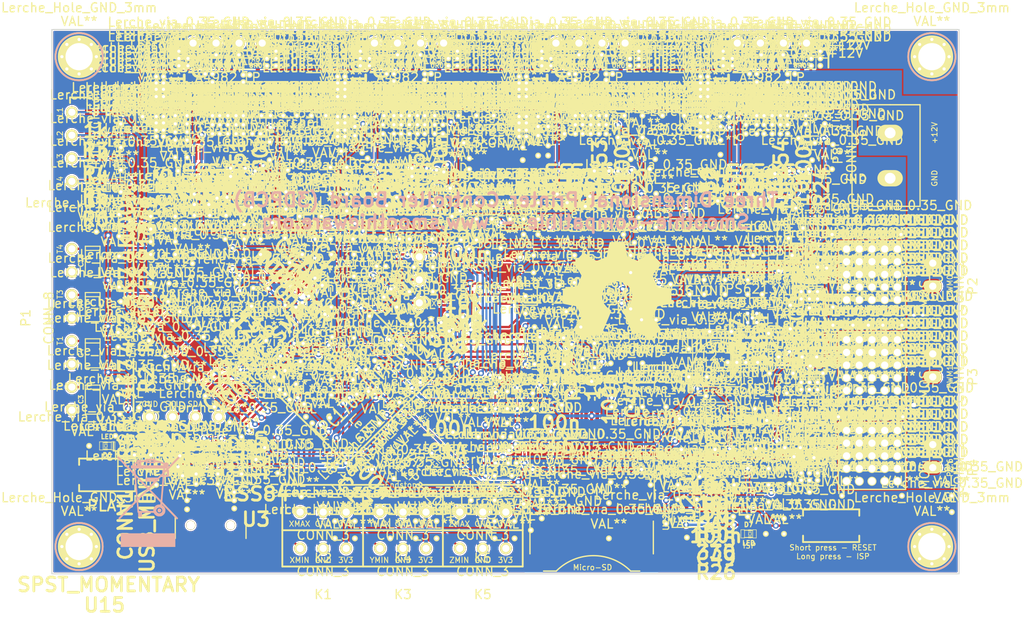
<source format=kicad_pcb>
(kicad_pcb (version 3) (host pcbnew "(2013-07-07 BZR 4022)-stable")
  (layers (15 F.Cu signal) (0 B.Cu signal) (18 B.Paste user) (19 F.Paste user) (20 B.SilkS user) (21 F.SilkS user) (22 B.Mask user) (23 F.Mask user) (28 Edge.Cuts user))
  (net 0 "")
  (net 1 +12V)
  (net 2 +3.3V)
  (net 3 /P2.6_FET)
  (net 4 /PWM0_FET)
  (net 5 /PWM1_FET)
  (net 6 DAC_RDY/~BSY)
  (net 7 DAC_SCL)
  (net 8 DAC_SDA)
  (net 9 DAC_~LDAC)
  (net 10 DIR1)
  (net 11 DIR2)
  (net 12 DIR3)
  (net 13 DIR4)
  (net 14 EN1)
  (net 15 EN2)
  (net 16 EN3)
  (net 17 EN4)
  (net 18 GND)
  (net 19 LED1)
  (net 20 LED2)
  (net 21 LED3)
  (net 22 LED4)
  (net 23 MISO1)
  (net 24 MOSI1)
  (net 25 N-0000010)
  (net 26 N-0000012)
  (net 27 N-00000123)
  (net 28 N-00000124)
  (net 29 N-0000013)
  (net 30 N-00000136)
  (net 31 N-00000138)
  (net 32 N-00000139)
  (net 33 N-0000014)
  (net 34 N-0000015)
  (net 35 N-0000016)
  (net 36 N-00000168)
  (net 37 N-00000169)
  (net 38 N-0000017)
  (net 39 N-00000170)
  (net 40 N-00000171)
  (net 41 N-00000172)
  (net 42 N-0000018)
  (net 43 N-0000019)
  (net 44 N-000002)
  (net 45 N-0000020)
  (net 46 N-0000021)
  (net 47 N-0000022)
  (net 48 N-0000023)
  (net 49 N-0000024)
  (net 50 N-0000025)
  (net 51 N-0000026)
  (net 52 N-0000027)
  (net 53 N-0000028)
  (net 54 N-0000029)
  (net 55 N-000003)
  (net 56 N-0000030)
  (net 57 N-0000031)
  (net 58 N-0000032)
  (net 59 N-0000033)
  (net 60 N-0000034)
  (net 61 N-0000035)
  (net 62 N-0000036)
  (net 63 N-0000037)
  (net 64 N-0000038)
  (net 65 N-0000039)
  (net 66 N-000004)
  (net 67 N-0000040)
  (net 68 N-0000041)
  (net 69 N-0000042)
  (net 70 N-0000043)
  (net 71 N-0000044)
  (net 72 N-0000045)
  (net 73 N-0000046)
  (net 74 N-0000047)
  (net 75 N-0000048)
  (net 76 N-0000049)
  (net 77 N-000005)
  (net 78 N-0000050)
  (net 79 N-0000051)
  (net 80 N-0000052)
  (net 81 N-0000053)
  (net 82 N-0000054)
  (net 83 N-0000055)
  (net 84 N-0000056)
  (net 85 N-0000058)
  (net 86 N-0000059)
  (net 87 N-000006)
  (net 88 N-0000060)
  (net 89 N-0000061)
  (net 90 N-0000063)
  (net 91 N-0000069)
  (net 92 N-000007)
  (net 93 N-0000078)
  (net 94 N-000008)
  (net 95 N-0000092)
  (net 96 N-0000093)
  (net 97 N-0000094)
  (net 98 N-0000095)
  (net 99 N-0000097)
  (net 100 N-0000098)
  (net 101 P2.6)
  (net 102 P4.29)
  (net 103 PLAY)
  (net 104 PLAY_LED)
  (net 105 PWM0)
  (net 106 PWM1)
  (net 107 RX_0)
  (net 108 SCK1)
  (net 109 SCL)
  (net 110 SCON)
  (net 111 SDA)
  (net 112 SD_CS)
  (net 113 SD_MISO)
  (net 114 SD_MOSI)
  (net 115 SD_SCK)
  (net 116 SSEL1)
  (net 117 STP1)
  (net 118 STP2)
  (net 119 STP3)
  (net 120 STP4)
  (net 121 TH1)
  (net 122 TH2)
  (net 123 TH3)
  (net 124 TH4)
  (net 125 TX_0)
  (net 126 USB_D+)
  (net 127 USB_D-)
  (net 128 VREF1)
  (net 129 VREF2)
  (net 130 VREF3)
  (net 131 VREF4)
  (net 132 X-MAX)
  (net 133 X-MIN)
  (net 134 Y-MAX)
  (net 135 Y-MIN)
  (net 136 Z-MAX)
  (net 137 Z-MIN)
  (net 138 ~ISP)
  (net 139 ~RESET)
  (module Lerche_via_0.35_GND (layer F.Cu) (at 229.2 188.7)
    (fp_text reference Lerche_via_0.35_GND (at 0 -3.2) (layer F.SilkS))
    (fp_text value VAL** (at 0 -1.6) (layer F.SilkS))
    (pad "" thru_hole circle (at 0 0) (size 0.65 0.65) (drill 0.35) (layers *.Cu *.Mask F.SilkS) (net 18 GND) (clearance 0.001))
  )
  (module Lerche_via_0.35_GND (layer F.Cu) (at 211.2 158.5)
    (fp_text reference Lerche_via_0.35_GND (at 0 -3.2) (layer F.SilkS))
    (fp_text value VAL** (at 0 -1.6) (layer F.SilkS))
    (pad "" thru_hole circle (at 0 0) (size 0.65 0.65) (drill 0.35) (layers *.Cu *.Mask F.SilkS) (net 18 GND) (clearance 0.001))
  )
  (module Lerche_via_0.35_GND (layer F.Cu) (at 216 158.1)
    (fp_text reference Lerche_via_0.35_GND (at 0 -3.2) (layer F.SilkS))
    (fp_text value VAL** (at 0 -1.6) (layer F.SilkS))
    (pad "" thru_hole circle (at 0 0) (size 0.65 0.65) (drill 0.35) (layers *.Cu *.Mask F.SilkS) (net 18 GND) (clearance 0.001))
  )
  (module Lerche_via_0.80_GND (layer F.Cu) (at 217.6 165.3)
    (fp_text reference Lerche_via_0.80_GND (at 0 -3.2) (layer F.SilkS))
    (fp_text value VAL** (at 0 -1.6) (layer F.SilkS))
    (pad "" thru_hole circle (at 0 0) (size 1 1) (drill 0.8) (layers *.Cu *.Mask F.SilkS) (net 4 /PWM0_FET) (clearance 0.001))
  )
  (module Lerche_via_0.80_GND (layer F.Cu) (at 217.6 165.3)
    (fp_text reference Lerche_via_0.80_GND (at 0 -3.2) (layer F.SilkS))
    (fp_text value VAL** (at 0 -1.6) (layer F.SilkS))
  )
  (module Lerche_via_0.80_GND (layer F.Cu) (at 219 165.3)
    (fp_text reference Lerche_via_0.80_GND (at 0 -3.2) (layer F.SilkS))
    (fp_text value VAL** (at 0 -1.6) (layer F.SilkS))
  )
  (module Lerche_via_0.80_GND (layer F.Cu) (at 219 165.3)
    (fp_text reference Lerche_via_0.80_GND (at 0 -3.2) (layer F.SilkS))
    (fp_text value VAL** (at 0 -1.6) (layer F.SilkS))
    (pad "" thru_hole circle (at 0 0) (size 1 1) (drill 0.8) (layers *.Cu *.Mask F.SilkS) (net 4 /PWM0_FET) (clearance 0.001))
  )
  (module Lerche_via_0.80_GND (layer F.Cu) (at 221.8 165.3)
    (fp_text reference Lerche_via_0.80_GND (at 0 -3.2) (layer F.SilkS))
    (fp_text value VAL** (at 0 -1.6) (layer F.SilkS))
    (pad "" thru_hole circle (at 0 0) (size 1 1) (drill 0.8) (layers *.Cu *.Mask F.SilkS) (net 4 /PWM0_FET) (clearance 0.001))
  )
  (module Lerche_via_0.80_GND (layer F.Cu) (at 221.8 165.3)
    (fp_text reference Lerche_via_0.80_GND (at 0 -3.2) (layer F.SilkS))
    (fp_text value VAL** (at 0 -1.6) (layer F.SilkS))
  )
  (module Lerche_via_0.80_GND (layer F.Cu) (at 220.4 165.3)
    (fp_text reference Lerche_via_0.80_GND (at 0 -3.2) (layer F.SilkS))
    (fp_text value VAL** (at 0 -1.6) (layer F.SilkS))
  )
  (module Lerche_via_0.80_GND (layer F.Cu) (at 220.4 165.3)
    (fp_text reference Lerche_via_0.80_GND (at 0 -3.2) (layer F.SilkS))
    (fp_text value VAL** (at 0 -1.6) (layer F.SilkS))
    (pad "" thru_hole circle (at 0 0) (size 1 1) (drill 0.8) (layers *.Cu *.Mask F.SilkS) (net 4 /PWM0_FET) (clearance 0.001))
  )
  (module Lerche_via_0.80_GND (layer F.Cu) (at 223.2 165.3)
    (fp_text reference Lerche_via_0.80_GND (at 0 -3.2) (layer F.SilkS))
    (fp_text value VAL** (at 0 -1.6) (layer F.SilkS))
  )
  (module Lerche_via_0.80_GND (layer F.Cu) (at 223.2 165.3)
    (fp_text reference Lerche_via_0.80_GND (at 0 -3.2) (layer F.SilkS))
    (fp_text value VAL** (at 0 -1.6) (layer F.SilkS))
    (pad "" thru_hole circle (at 0 0) (size 1 1) (drill 0.8) (layers *.Cu *.Mask F.SilkS) (net 4 /PWM0_FET) (clearance 0.001))
  )
  (module Lerche_via_0.80_GND (layer F.Cu) (at 217.6 162.5)
    (fp_text reference Lerche_via_0.80_GND (at 0 -3.2) (layer F.SilkS))
    (fp_text value VAL** (at 0 -1.6) (layer F.SilkS))
    (pad "" thru_hole circle (at 0 0) (size 1 1) (drill 0.8) (layers *.Cu *.Mask F.SilkS) (net 4 /PWM0_FET) (clearance 0.001))
  )
  (module Lerche_via_0.80_GND (layer F.Cu) (at 217.6 162.5)
    (fp_text reference Lerche_via_0.80_GND (at 0 -3.2) (layer F.SilkS))
    (fp_text value VAL** (at 0 -1.6) (layer F.SilkS))
  )
  (module Lerche_via_0.80_GND (layer F.Cu) (at 219 162.5)
    (fp_text reference Lerche_via_0.80_GND (at 0 -3.2) (layer F.SilkS))
    (fp_text value VAL** (at 0 -1.6) (layer F.SilkS))
  )
  (module Lerche_via_0.80_GND (layer F.Cu) (at 219 162.5)
    (fp_text reference Lerche_via_0.80_GND (at 0 -3.2) (layer F.SilkS))
    (fp_text value VAL** (at 0 -1.6) (layer F.SilkS))
    (pad "" thru_hole circle (at 0 0) (size 1 1) (drill 0.8) (layers *.Cu *.Mask F.SilkS) (net 4 /PWM0_FET) (clearance 0.001))
  )
  (module Lerche_via_0.80_GND (layer F.Cu) (at 221.8 162.5)
    (fp_text reference Lerche_via_0.80_GND (at 0 -3.2) (layer F.SilkS))
    (fp_text value VAL** (at 0 -1.6) (layer F.SilkS))
    (pad "" thru_hole circle (at 0 0) (size 1 1) (drill 0.8) (layers *.Cu *.Mask F.SilkS) (net 4 /PWM0_FET) (clearance 0.001))
  )
  (module Lerche_via_0.80_GND (layer F.Cu) (at 221.8 162.5)
    (fp_text reference Lerche_via_0.80_GND (at 0 -3.2) (layer F.SilkS))
    (fp_text value VAL** (at 0 -1.6) (layer F.SilkS))
  )
  (module Lerche_via_0.80_GND (layer F.Cu) (at 220.4 162.5)
    (fp_text reference Lerche_via_0.80_GND (at 0 -3.2) (layer F.SilkS))
    (fp_text value VAL** (at 0 -1.6) (layer F.SilkS))
  )
  (module Lerche_via_0.80_GND (layer F.Cu) (at 220.4 162.5)
    (fp_text reference Lerche_via_0.80_GND (at 0 -3.2) (layer F.SilkS))
    (fp_text value VAL** (at 0 -1.6) (layer F.SilkS))
    (pad "" thru_hole circle (at 0 0) (size 1 1) (drill 0.8) (layers *.Cu *.Mask F.SilkS) (net 4 /PWM0_FET) (clearance 0.001))
  )
  (module Lerche_via_0.80_GND (layer F.Cu) (at 223.2 162.5)
    (fp_text reference Lerche_via_0.80_GND (at 0 -3.2) (layer F.SilkS))
    (fp_text value VAL** (at 0 -1.6) (layer F.SilkS))
  )
  (module Lerche_via_0.80_GND (layer F.Cu) (at 223.2 162.5)
    (fp_text reference Lerche_via_0.80_GND (at 0 -3.2) (layer F.SilkS))
    (fp_text value VAL** (at 0 -1.6) (layer F.SilkS))
    (pad "" thru_hole circle (at 0 0) (size 1 1) (drill 0.8) (layers *.Cu *.Mask F.SilkS) (net 4 /PWM0_FET) (clearance 0.001))
  )
  (module Lerche_via_0.80_GND (layer F.Cu) (at 223.2 163.9)
    (fp_text reference Lerche_via_0.80_GND (at 0 -3.2) (layer F.SilkS))
    (fp_text value VAL** (at 0 -1.6) (layer F.SilkS))
    (pad "" thru_hole circle (at 0 0) (size 1 1) (drill 0.8) (layers *.Cu *.Mask F.SilkS) (net 4 /PWM0_FET) (clearance 0.001))
  )
  (module Lerche_via_0.80_GND (layer F.Cu) (at 223.2 163.9)
    (fp_text reference Lerche_via_0.80_GND (at 0 -3.2) (layer F.SilkS))
    (fp_text value VAL** (at 0 -1.6) (layer F.SilkS))
  )
  (module Lerche_via_0.80_GND (layer F.Cu) (at 220.4 163.9)
    (fp_text reference Lerche_via_0.80_GND (at 0 -3.2) (layer F.SilkS))
    (fp_text value VAL** (at 0 -1.6) (layer F.SilkS))
    (pad "" thru_hole circle (at 0 0) (size 1 1) (drill 0.8) (layers *.Cu *.Mask F.SilkS) (net 4 /PWM0_FET) (clearance 0.001))
  )
  (module Lerche_via_0.80_GND (layer F.Cu) (at 220.4 163.9)
    (fp_text reference Lerche_via_0.80_GND (at 0 -3.2) (layer F.SilkS))
    (fp_text value VAL** (at 0 -1.6) (layer F.SilkS))
  )
  (module Lerche_via_0.80_GND (layer F.Cu) (at 221.8 163.9)
    (fp_text reference Lerche_via_0.80_GND (at 0 -3.2) (layer F.SilkS))
    (fp_text value VAL** (at 0 -1.6) (layer F.SilkS))
  )
  (module Lerche_via_0.80_GND (layer F.Cu) (at 221.8 163.9)
    (fp_text reference Lerche_via_0.80_GND (at 0 -3.2) (layer F.SilkS))
    (fp_text value VAL** (at 0 -1.6) (layer F.SilkS))
    (pad "" thru_hole circle (at 0 0) (size 1 1) (drill 0.8) (layers *.Cu *.Mask F.SilkS) (net 4 /PWM0_FET) (clearance 0.001))
  )
  (module Lerche_via_0.80_GND (layer F.Cu) (at 219 163.9)
    (fp_text reference Lerche_via_0.80_GND (at 0 -3.2) (layer F.SilkS))
    (fp_text value VAL** (at 0 -1.6) (layer F.SilkS))
    (pad "" thru_hole circle (at 0 0) (size 1 1) (drill 0.8) (layers *.Cu *.Mask F.SilkS) (net 4 /PWM0_FET) (clearance 0.001))
  )
  (module Lerche_via_0.80_GND (layer F.Cu) (at 219 163.9)
    (fp_text reference Lerche_via_0.80_GND (at 0 -3.2) (layer F.SilkS))
    (fp_text value VAL** (at 0 -1.6) (layer F.SilkS))
  )
  (module Lerche_via_0.80_GND (layer F.Cu) (at 217.6 163.9)
    (fp_text reference Lerche_via_0.80_GND (at 0 -3.2) (layer F.SilkS))
    (fp_text value VAL** (at 0 -1.6) (layer F.SilkS))
  )
  (module Lerche_via_0.80_GND (layer F.Cu) (at 217.6 163.9)
    (fp_text reference Lerche_via_0.80_GND (at 0 -3.2) (layer F.SilkS))
    (fp_text value VAL** (at 0 -1.6) (layer F.SilkS))
    (pad "" thru_hole circle (at 0 0) (size 1 1) (drill 0.8) (layers *.Cu *.Mask F.SilkS) (net 4 /PWM0_FET) (clearance 0.001))
  )
  (module Lerche_via_0.80_GND (layer F.Cu) (at 217.6 161.1)
    (fp_text reference Lerche_via_0.80_GND (at 0 -3.2) (layer F.SilkS))
    (fp_text value VAL** (at 0 -1.6) (layer F.SilkS))
    (pad "" thru_hole circle (at 0 0) (size 1 1) (drill 0.8) (layers *.Cu *.Mask F.SilkS) (net 4 /PWM0_FET) (clearance 0.001))
  )
  (module Lerche_via_0.80_GND (layer F.Cu) (at 217.6 161.1)
    (fp_text reference Lerche_via_0.80_GND (at 0 -3.2) (layer F.SilkS))
    (fp_text value VAL** (at 0 -1.6) (layer F.SilkS))
  )
  (module Lerche_via_0.80_GND (layer F.Cu) (at 219 161.1)
    (fp_text reference Lerche_via_0.80_GND (at 0 -3.2) (layer F.SilkS))
    (fp_text value VAL** (at 0 -1.6) (layer F.SilkS))
  )
  (module Lerche_via_0.80_GND (layer F.Cu) (at 219 161.1)
    (fp_text reference Lerche_via_0.80_GND (at 0 -3.2) (layer F.SilkS))
    (fp_text value VAL** (at 0 -1.6) (layer F.SilkS))
    (pad "" thru_hole circle (at 0 0) (size 1 1) (drill 0.8) (layers *.Cu *.Mask F.SilkS) (net 4 /PWM0_FET) (clearance 0.001))
  )
  (module Lerche_via_0.80_GND (layer F.Cu) (at 221.8 161.1)
    (fp_text reference Lerche_via_0.80_GND (at 0 -3.2) (layer F.SilkS))
    (fp_text value VAL** (at 0 -1.6) (layer F.SilkS))
    (pad "" thru_hole circle (at 0 0) (size 1 1) (drill 0.8) (layers *.Cu *.Mask F.SilkS) (net 4 /PWM0_FET) (clearance 0.001))
  )
  (module Lerche_via_0.80_GND (layer F.Cu) (at 221.8 161.1)
    (fp_text reference Lerche_via_0.80_GND (at 0 -3.2) (layer F.SilkS))
    (fp_text value VAL** (at 0 -1.6) (layer F.SilkS))
  )
  (module Lerche_via_0.80_GND (layer F.Cu) (at 220.4 161.1)
    (fp_text reference Lerche_via_0.80_GND (at 0 -3.2) (layer F.SilkS))
    (fp_text value VAL** (at 0 -1.6) (layer F.SilkS))
  )
  (module Lerche_via_0.80_GND (layer F.Cu) (at 220.4 161.1)
    (fp_text reference Lerche_via_0.80_GND (at 0 -3.2) (layer F.SilkS))
    (fp_text value VAL** (at 0 -1.6) (layer F.SilkS))
    (pad "" thru_hole circle (at 0 0) (size 1 1) (drill 0.8) (layers *.Cu *.Mask F.SilkS) (net 4 /PWM0_FET) (clearance 0.001))
  )
  (module Lerche_via_0.80_GND (layer F.Cu) (at 223.2 161.1)
    (fp_text reference Lerche_via_0.80_GND (at 0 -3.2) (layer F.SilkS))
    (fp_text value VAL** (at 0 -1.6) (layer F.SilkS))
  )
  (module Lerche_via_0.80_GND (layer F.Cu) (at 223.2 161.1)
    (fp_text reference Lerche_via_0.80_GND (at 0 -3.2) (layer F.SilkS))
    (fp_text value VAL** (at 0 -1.6) (layer F.SilkS))
    (pad "" thru_hole circle (at 0 0) (size 1 1) (drill 0.8) (layers *.Cu *.Mask F.SilkS) (net 4 /PWM0_FET) (clearance 0.001))
  )
  (module Lerche_via_0.80_GND (layer F.Cu) (at 223.2 159.7)
    (fp_text reference Lerche_via_0.80_GND (at 0 -3.2) (layer F.SilkS))
    (fp_text value VAL** (at 0 -1.6) (layer F.SilkS))
    (pad "" thru_hole circle (at 0 0) (size 1 1) (drill 0.8) (layers *.Cu *.Mask F.SilkS) (net 4 /PWM0_FET) (clearance 0.001))
  )
  (module Lerche_via_0.80_GND (layer F.Cu) (at 223.2 159.7)
    (fp_text reference Lerche_via_0.80_GND (at 0 -3.2) (layer F.SilkS))
    (fp_text value VAL** (at 0 -1.6) (layer F.SilkS))
  )
  (module Lerche_via_0.80_GND (layer F.Cu) (at 220.4 159.7)
    (fp_text reference Lerche_via_0.80_GND (at 0 -3.2) (layer F.SilkS))
    (fp_text value VAL** (at 0 -1.6) (layer F.SilkS))
    (pad "" thru_hole circle (at 0 0) (size 1 1) (drill 0.8) (layers *.Cu *.Mask F.SilkS) (net 4 /PWM0_FET) (clearance 0.001))
  )
  (module Lerche_via_0.80_GND (layer F.Cu) (at 220.4 159.7)
    (fp_text reference Lerche_via_0.80_GND (at 0 -3.2) (layer F.SilkS))
    (fp_text value VAL** (at 0 -1.6) (layer F.SilkS))
  )
  (module Lerche_via_0.80_GND (layer F.Cu) (at 221.8 159.7)
    (fp_text reference Lerche_via_0.80_GND (at 0 -3.2) (layer F.SilkS))
    (fp_text value VAL** (at 0 -1.6) (layer F.SilkS))
  )
  (module Lerche_via_0.80_GND (layer F.Cu) (at 221.8 159.7)
    (fp_text reference Lerche_via_0.80_GND (at 0 -3.2) (layer F.SilkS))
    (fp_text value VAL** (at 0 -1.6) (layer F.SilkS))
    (pad "" thru_hole circle (at 0 0) (size 1 1) (drill 0.8) (layers *.Cu *.Mask F.SilkS) (net 4 /PWM0_FET) (clearance 0.001))
  )
  (module Lerche_via_0.80_GND (layer F.Cu) (at 219 159.7)
    (fp_text reference Lerche_via_0.80_GND (at 0 -3.2) (layer F.SilkS))
    (fp_text value VAL** (at 0 -1.6) (layer F.SilkS))
    (pad "" thru_hole circle (at 0 0) (size 1 1) (drill 0.8) (layers *.Cu *.Mask F.SilkS) (net 4 /PWM0_FET) (clearance 0.001))
  )
  (module Lerche_via_0.80_GND (layer F.Cu) (at 219 159.7)
    (fp_text reference Lerche_via_0.80_GND (at 0 -3.2) (layer F.SilkS))
    (fp_text value VAL** (at 0 -1.6) (layer F.SilkS))
  )
  (module Lerche_via_0.80_GND (layer F.Cu) (at 217.6 175.3)
    (fp_text reference Lerche_via_0.80_GND (at 0 -3.2) (layer F.SilkS))
    (fp_text value VAL** (at 0 -1.6) (layer F.SilkS))
  )
  (module Lerche_via_0.80_GND (layer F.Cu) (at 217.6 175.3)
    (fp_text reference Lerche_via_0.80_GND (at 0 -3.2) (layer F.SilkS))
    (fp_text value VAL** (at 0 -1.6) (layer F.SilkS))
    (pad "" thru_hole circle (at 0 0) (size 1 1) (drill 0.8) (layers *.Cu *.Mask F.SilkS) (net 5 /PWM1_FET) (clearance 0.001))
  )
  (module Lerche_via_0.80_GND (layer F.Cu) (at 219 175.3)
    (fp_text reference Lerche_via_0.80_GND (at 0 -3.2) (layer F.SilkS))
    (fp_text value VAL** (at 0 -1.6) (layer F.SilkS))
    (pad "" thru_hole circle (at 0 0) (size 1 1) (drill 0.8) (layers *.Cu *.Mask F.SilkS) (net 5 /PWM1_FET) (clearance 0.001))
  )
  (module Lerche_via_0.80_GND (layer F.Cu) (at 219 175.3)
    (fp_text reference Lerche_via_0.80_GND (at 0 -3.2) (layer F.SilkS))
    (fp_text value VAL** (at 0 -1.6) (layer F.SilkS))
  )
  (module Lerche_via_0.80_GND (layer F.Cu) (at 221.8 175.3)
    (fp_text reference Lerche_via_0.80_GND (at 0 -3.2) (layer F.SilkS))
    (fp_text value VAL** (at 0 -1.6) (layer F.SilkS))
  )
  (module Lerche_via_0.80_GND (layer F.Cu) (at 221.8 175.3)
    (fp_text reference Lerche_via_0.80_GND (at 0 -3.2) (layer F.SilkS))
    (fp_text value VAL** (at 0 -1.6) (layer F.SilkS))
    (pad "" thru_hole circle (at 0 0) (size 1 1) (drill 0.8) (layers *.Cu *.Mask F.SilkS) (net 5 /PWM1_FET) (clearance 0.001))
  )
  (module Lerche_via_0.80_GND (layer F.Cu) (at 220.4 175.3)
    (fp_text reference Lerche_via_0.80_GND (at 0 -3.2) (layer F.SilkS))
    (fp_text value VAL** (at 0 -1.6) (layer F.SilkS))
    (pad "" thru_hole circle (at 0 0) (size 1 1) (drill 0.8) (layers *.Cu *.Mask F.SilkS) (net 5 /PWM1_FET) (clearance 0.001))
  )
  (module Lerche_via_0.80_GND (layer F.Cu) (at 220.4 175.3)
    (fp_text reference Lerche_via_0.80_GND (at 0 -3.2) (layer F.SilkS))
    (fp_text value VAL** (at 0 -1.6) (layer F.SilkS))
  )
  (module Lerche_via_0.80_GND (layer F.Cu) (at 223.2 175.3)
    (fp_text reference Lerche_via_0.80_GND (at 0 -3.2) (layer F.SilkS))
    (fp_text value VAL** (at 0 -1.6) (layer F.SilkS))
    (pad "" thru_hole circle (at 0 0) (size 1 1) (drill 0.8) (layers *.Cu *.Mask F.SilkS) (net 5 /PWM1_FET) (clearance 0.001))
  )
  (module Lerche_via_0.80_GND (layer F.Cu) (at 223.2 175.3)
    (fp_text reference Lerche_via_0.80_GND (at 0 -3.2) (layer F.SilkS))
    (fp_text value VAL** (at 0 -1.6) (layer F.SilkS))
  )
  (module Lerche_via_0.80_GND (layer F.Cu) (at 217.6 172.5)
    (fp_text reference Lerche_via_0.80_GND (at 0 -3.2) (layer F.SilkS))
    (fp_text value VAL** (at 0 -1.6) (layer F.SilkS))
  )
  (module Lerche_via_0.80_GND (layer F.Cu) (at 217.6 172.5)
    (fp_text reference Lerche_via_0.80_GND (at 0 -3.2) (layer F.SilkS))
    (fp_text value VAL** (at 0 -1.6) (layer F.SilkS))
    (pad "" thru_hole circle (at 0 0) (size 1 1) (drill 0.8) (layers *.Cu *.Mask F.SilkS) (net 5 /PWM1_FET) (clearance 0.001))
  )
  (module Lerche_via_0.80_GND (layer F.Cu) (at 219 172.5)
    (fp_text reference Lerche_via_0.80_GND (at 0 -3.2) (layer F.SilkS))
    (fp_text value VAL** (at 0 -1.6) (layer F.SilkS))
    (pad "" thru_hole circle (at 0 0) (size 1 1) (drill 0.8) (layers *.Cu *.Mask F.SilkS) (net 5 /PWM1_FET) (clearance 0.001))
  )
  (module Lerche_via_0.80_GND (layer F.Cu) (at 219 172.5)
    (fp_text reference Lerche_via_0.80_GND (at 0 -3.2) (layer F.SilkS))
    (fp_text value VAL** (at 0 -1.6) (layer F.SilkS))
  )
  (module Lerche_via_0.80_GND (layer F.Cu) (at 221.8 172.5)
    (fp_text reference Lerche_via_0.80_GND (at 0 -3.2) (layer F.SilkS))
    (fp_text value VAL** (at 0 -1.6) (layer F.SilkS))
  )
  (module Lerche_via_0.80_GND (layer F.Cu) (at 221.8 172.5)
    (fp_text reference Lerche_via_0.80_GND (at 0 -3.2) (layer F.SilkS))
    (fp_text value VAL** (at 0 -1.6) (layer F.SilkS))
    (pad "" thru_hole circle (at 0 0) (size 1 1) (drill 0.8) (layers *.Cu *.Mask F.SilkS) (net 5 /PWM1_FET) (clearance 0.001))
  )
  (module Lerche_via_0.80_GND (layer F.Cu) (at 220.4 172.5)
    (fp_text reference Lerche_via_0.80_GND (at 0 -3.2) (layer F.SilkS))
    (fp_text value VAL** (at 0 -1.6) (layer F.SilkS))
    (pad "" thru_hole circle (at 0 0) (size 1 1) (drill 0.8) (layers *.Cu *.Mask F.SilkS) (net 5 /PWM1_FET) (clearance 0.001))
  )
  (module Lerche_via_0.80_GND (layer F.Cu) (at 220.4 172.5)
    (fp_text reference Lerche_via_0.80_GND (at 0 -3.2) (layer F.SilkS))
    (fp_text value VAL** (at 0 -1.6) (layer F.SilkS))
  )
  (module Lerche_via_0.80_GND (layer F.Cu) (at 223.2 172.5)
    (fp_text reference Lerche_via_0.80_GND (at 0 -3.2) (layer F.SilkS))
    (fp_text value VAL** (at 0 -1.6) (layer F.SilkS))
    (pad "" thru_hole circle (at 0 0) (size 1 1) (drill 0.8) (layers *.Cu *.Mask F.SilkS) (net 5 /PWM1_FET) (clearance 0.001))
  )
  (module Lerche_via_0.80_GND (layer F.Cu) (at 223.2 172.5)
    (fp_text reference Lerche_via_0.80_GND (at 0 -3.2) (layer F.SilkS))
    (fp_text value VAL** (at 0 -1.6) (layer F.SilkS))
  )
  (module Lerche_via_0.80_GND (layer F.Cu) (at 223.2 173.9)
    (fp_text reference Lerche_via_0.80_GND (at 0 -3.2) (layer F.SilkS))
    (fp_text value VAL** (at 0 -1.6) (layer F.SilkS))
  )
  (module Lerche_via_0.80_GND (layer F.Cu) (at 223.2 173.9)
    (fp_text reference Lerche_via_0.80_GND (at 0 -3.2) (layer F.SilkS))
    (fp_text value VAL** (at 0 -1.6) (layer F.SilkS))
    (pad "" thru_hole circle (at 0 0) (size 1 1) (drill 0.8) (layers *.Cu *.Mask F.SilkS) (net 5 /PWM1_FET) (clearance 0.001))
  )
  (module Lerche_via_0.80_GND (layer F.Cu) (at 220.4 173.9)
    (fp_text reference Lerche_via_0.80_GND (at 0 -3.2) (layer F.SilkS))
    (fp_text value VAL** (at 0 -1.6) (layer F.SilkS))
  )
  (module Lerche_via_0.80_GND (layer F.Cu) (at 220.4 173.9)
    (fp_text reference Lerche_via_0.80_GND (at 0 -3.2) (layer F.SilkS))
    (fp_text value VAL** (at 0 -1.6) (layer F.SilkS))
    (pad "" thru_hole circle (at 0 0) (size 1 1) (drill 0.8) (layers *.Cu *.Mask F.SilkS) (net 5 /PWM1_FET) (clearance 0.001))
  )
  (module Lerche_via_0.80_GND (layer F.Cu) (at 221.8 173.9)
    (fp_text reference Lerche_via_0.80_GND (at 0 -3.2) (layer F.SilkS))
    (fp_text value VAL** (at 0 -1.6) (layer F.SilkS))
    (pad "" thru_hole circle (at 0 0) (size 1 1) (drill 0.8) (layers *.Cu *.Mask F.SilkS) (net 5 /PWM1_FET) (clearance 0.001))
  )
  (module Lerche_via_0.80_GND (layer F.Cu) (at 221.8 173.9)
    (fp_text reference Lerche_via_0.80_GND (at 0 -3.2) (layer F.SilkS))
    (fp_text value VAL** (at 0 -1.6) (layer F.SilkS))
  )
  (module Lerche_via_0.80_GND (layer F.Cu) (at 219 173.9)
    (fp_text reference Lerche_via_0.80_GND (at 0 -3.2) (layer F.SilkS))
    (fp_text value VAL** (at 0 -1.6) (layer F.SilkS))
  )
  (module Lerche_via_0.80_GND (layer F.Cu) (at 219 173.9)
    (fp_text reference Lerche_via_0.80_GND (at 0 -3.2) (layer F.SilkS))
    (fp_text value VAL** (at 0 -1.6) (layer F.SilkS))
    (pad "" thru_hole circle (at 0 0) (size 1 1) (drill 0.8) (layers *.Cu *.Mask F.SilkS) (net 5 /PWM1_FET) (clearance 0.001))
  )
  (module Lerche_via_0.80_GND (layer F.Cu) (at 217.6 173.9)
    (fp_text reference Lerche_via_0.80_GND (at 0 -3.2) (layer F.SilkS))
    (fp_text value VAL** (at 0 -1.6) (layer F.SilkS))
    (pad "" thru_hole circle (at 0 0) (size 1 1) (drill 0.8) (layers *.Cu *.Mask F.SilkS) (net 5 /PWM1_FET) (clearance 0.001))
  )
  (module Lerche_via_0.80_GND (layer F.Cu) (at 217.6 173.9)
    (fp_text reference Lerche_via_0.80_GND (at 0 -3.2) (layer F.SilkS))
    (fp_text value VAL** (at 0 -1.6) (layer F.SilkS))
  )
  (module Lerche_via_0.80_GND (layer F.Cu) (at 217.6 171.1)
    (fp_text reference Lerche_via_0.80_GND (at 0 -3.2) (layer F.SilkS))
    (fp_text value VAL** (at 0 -1.6) (layer F.SilkS))
  )
  (module Lerche_via_0.80_GND (layer F.Cu) (at 217.6 171.1)
    (fp_text reference Lerche_via_0.80_GND (at 0 -3.2) (layer F.SilkS))
    (fp_text value VAL** (at 0 -1.6) (layer F.SilkS))
    (pad "" thru_hole circle (at 0 0) (size 1 1) (drill 0.8) (layers *.Cu *.Mask F.SilkS) (net 5 /PWM1_FET) (clearance 0.001))
  )
  (module Lerche_via_0.80_GND (layer F.Cu) (at 219 171.1)
    (fp_text reference Lerche_via_0.80_GND (at 0 -3.2) (layer F.SilkS))
    (fp_text value VAL** (at 0 -1.6) (layer F.SilkS))
    (pad "" thru_hole circle (at 0 0) (size 1 1) (drill 0.8) (layers *.Cu *.Mask F.SilkS) (net 5 /PWM1_FET) (clearance 0.001))
  )
  (module Lerche_via_0.80_GND (layer F.Cu) (at 219 171.1)
    (fp_text reference Lerche_via_0.80_GND (at 0 -3.2) (layer F.SilkS))
    (fp_text value VAL** (at 0 -1.6) (layer F.SilkS))
  )
  (module Lerche_via_0.80_GND (layer F.Cu) (at 221.8 171.1)
    (fp_text reference Lerche_via_0.80_GND (at 0 -3.2) (layer F.SilkS))
    (fp_text value VAL** (at 0 -1.6) (layer F.SilkS))
  )
  (module Lerche_via_0.80_GND (layer F.Cu) (at 221.8 171.1)
    (fp_text reference Lerche_via_0.80_GND (at 0 -3.2) (layer F.SilkS))
    (fp_text value VAL** (at 0 -1.6) (layer F.SilkS))
    (pad "" thru_hole circle (at 0 0) (size 1 1) (drill 0.8) (layers *.Cu *.Mask F.SilkS) (net 5 /PWM1_FET) (clearance 0.001))
  )
  (module Lerche_via_0.80_GND (layer F.Cu) (at 220.4 171.1)
    (fp_text reference Lerche_via_0.80_GND (at 0 -3.2) (layer F.SilkS))
    (fp_text value VAL** (at 0 -1.6) (layer F.SilkS))
    (pad "" thru_hole circle (at 0 0) (size 1 1) (drill 0.8) (layers *.Cu *.Mask F.SilkS) (net 5 /PWM1_FET) (clearance 0.001))
  )
  (module Lerche_via_0.80_GND (layer F.Cu) (at 220.4 171.1)
    (fp_text reference Lerche_via_0.80_GND (at 0 -3.2) (layer F.SilkS))
    (fp_text value VAL** (at 0 -1.6) (layer F.SilkS))
  )
  (module Lerche_via_0.80_GND (layer F.Cu) (at 223.2 171.1)
    (fp_text reference Lerche_via_0.80_GND (at 0 -3.2) (layer F.SilkS))
    (fp_text value VAL** (at 0 -1.6) (layer F.SilkS))
    (pad "" thru_hole circle (at 0 0) (size 1 1) (drill 0.8) (layers *.Cu *.Mask F.SilkS) (net 5 /PWM1_FET) (clearance 0.001))
  )
  (module Lerche_via_0.80_GND (layer F.Cu) (at 223.2 171.1)
    (fp_text reference Lerche_via_0.80_GND (at 0 -3.2) (layer F.SilkS))
    (fp_text value VAL** (at 0 -1.6) (layer F.SilkS))
  )
  (module Lerche_via_0.80_GND (layer F.Cu) (at 223.2 169.7)
    (fp_text reference Lerche_via_0.80_GND (at 0 -3.2) (layer F.SilkS))
    (fp_text value VAL** (at 0 -1.6) (layer F.SilkS))
  )
  (module Lerche_via_0.80_GND (layer F.Cu) (at 223.2 169.7)
    (fp_text reference Lerche_via_0.80_GND (at 0 -3.2) (layer F.SilkS))
    (fp_text value VAL** (at 0 -1.6) (layer F.SilkS))
    (pad "" thru_hole circle (at 0 0) (size 1 1) (drill 0.8) (layers *.Cu *.Mask F.SilkS) (net 5 /PWM1_FET) (clearance 0.001))
  )
  (module Lerche_via_0.80_GND (layer F.Cu) (at 220.4 169.7)
    (fp_text reference Lerche_via_0.80_GND (at 0 -3.2) (layer F.SilkS))
    (fp_text value VAL** (at 0 -1.6) (layer F.SilkS))
  )
  (module Lerche_via_0.80_GND (layer F.Cu) (at 220.4 169.7)
    (fp_text reference Lerche_via_0.80_GND (at 0 -3.2) (layer F.SilkS))
    (fp_text value VAL** (at 0 -1.6) (layer F.SilkS))
    (pad "" thru_hole circle (at 0 0) (size 1 1) (drill 0.8) (layers *.Cu *.Mask F.SilkS) (net 5 /PWM1_FET) (clearance 0.001))
  )
  (module Lerche_via_0.80_GND (layer F.Cu) (at 221.8 169.7)
    (fp_text reference Lerche_via_0.80_GND (at 0 -3.2) (layer F.SilkS))
    (fp_text value VAL** (at 0 -1.6) (layer F.SilkS))
    (pad "" thru_hole circle (at 0 0) (size 1 1) (drill 0.8) (layers *.Cu *.Mask F.SilkS) (net 5 /PWM1_FET) (clearance 0.001))
  )
  (module Lerche_via_0.80_GND (layer F.Cu) (at 221.8 169.7)
    (fp_text reference Lerche_via_0.80_GND (at 0 -3.2) (layer F.SilkS))
    (fp_text value VAL** (at 0 -1.6) (layer F.SilkS))
  )
  (module Lerche_via_0.80_GND (layer F.Cu) (at 219 169.7)
    (fp_text reference Lerche_via_0.80_GND (at 0 -3.2) (layer F.SilkS))
    (fp_text value VAL** (at 0 -1.6) (layer F.SilkS))
  )
  (module Lerche_via_0.80_GND (layer F.Cu) (at 219 169.7)
    (fp_text reference Lerche_via_0.80_GND (at 0 -3.2) (layer F.SilkS))
    (fp_text value VAL** (at 0 -1.6) (layer F.SilkS))
    (pad "" thru_hole circle (at 0 0) (size 1 1) (drill 0.8) (layers *.Cu *.Mask F.SilkS) (net 5 /PWM1_FET) (clearance 0.001))
  )
  (module Lerche_via_0.80_GND (layer F.Cu) (at 217.6 185.3)
    (fp_text reference Lerche_via_0.80_GND (at 0 -3.2) (layer F.SilkS))
    (fp_text value VAL** (at 0 -1.6) (layer F.SilkS))
    (pad "" thru_hole circle (at 0 0) (size 1 1) (drill 0.8) (layers *.Cu *.Mask F.SilkS) (net 3 /P2.6_FET) (clearance 0.001))
  )
  (module Lerche_via_0.80_GND (layer F.Cu) (at 217.6 185.3)
    (fp_text reference Lerche_via_0.80_GND (at 0 -3.2) (layer F.SilkS))
    (fp_text value VAL** (at 0 -1.6) (layer F.SilkS))
  )
  (module Lerche_via_0.80_GND (layer F.Cu) (at 219 185.3)
    (fp_text reference Lerche_via_0.80_GND (at 0 -3.2) (layer F.SilkS))
    (fp_text value VAL** (at 0 -1.6) (layer F.SilkS))
  )
  (module Lerche_via_0.80_GND (layer F.Cu) (at 219 185.3)
    (fp_text reference Lerche_via_0.80_GND (at 0 -3.2) (layer F.SilkS))
    (fp_text value VAL** (at 0 -1.6) (layer F.SilkS))
    (pad "" thru_hole circle (at 0 0) (size 1 1) (drill 0.8) (layers *.Cu *.Mask F.SilkS) (net 3 /P2.6_FET) (clearance 0.001))
  )
  (module Lerche_via_0.80_GND (layer F.Cu) (at 221.8 185.3)
    (fp_text reference Lerche_via_0.80_GND (at 0 -3.2) (layer F.SilkS))
    (fp_text value VAL** (at 0 -1.6) (layer F.SilkS))
    (pad "" thru_hole circle (at 0 0) (size 1 1) (drill 0.8) (layers *.Cu *.Mask F.SilkS) (net 3 /P2.6_FET) (clearance 0.001))
  )
  (module Lerche_via_0.80_GND (layer F.Cu) (at 221.8 185.3)
    (fp_text reference Lerche_via_0.80_GND (at 0 -3.2) (layer F.SilkS))
    (fp_text value VAL** (at 0 -1.6) (layer F.SilkS))
  )
  (module Lerche_via_0.80_GND (layer F.Cu) (at 220.4 185.3)
    (fp_text reference Lerche_via_0.80_GND (at 0 -3.2) (layer F.SilkS))
    (fp_text value VAL** (at 0 -1.6) (layer F.SilkS))
  )
  (module Lerche_via_0.80_GND (layer F.Cu) (at 220.4 185.3)
    (fp_text reference Lerche_via_0.80_GND (at 0 -3.2) (layer F.SilkS))
    (fp_text value VAL** (at 0 -1.6) (layer F.SilkS))
    (pad "" thru_hole circle (at 0 0) (size 1 1) (drill 0.8) (layers *.Cu *.Mask F.SilkS) (net 3 /P2.6_FET) (clearance 0.001))
  )
  (module Lerche_via_0.80_GND (layer F.Cu) (at 223.2 185.3)
    (fp_text reference Lerche_via_0.80_GND (at 0 -3.2) (layer F.SilkS))
    (fp_text value VAL** (at 0 -1.6) (layer F.SilkS))
  )
  (module Lerche_via_0.80_GND (layer F.Cu) (at 223.2 185.3)
    (fp_text reference Lerche_via_0.80_GND (at 0 -3.2) (layer F.SilkS))
    (fp_text value VAL** (at 0 -1.6) (layer F.SilkS))
    (pad "" thru_hole circle (at 0 0) (size 1 1) (drill 0.8) (layers *.Cu *.Mask F.SilkS) (net 3 /P2.6_FET) (clearance 0.001))
  )
  (module Lerche_via_0.80_GND (layer F.Cu) (at 217.6 182.5)
    (fp_text reference Lerche_via_0.80_GND (at 0 -3.2) (layer F.SilkS))
    (fp_text value VAL** (at 0 -1.6) (layer F.SilkS))
    (pad "" thru_hole circle (at 0 0) (size 1 1) (drill 0.8) (layers *.Cu *.Mask F.SilkS) (net 3 /P2.6_FET) (clearance 0.001))
  )
  (module Lerche_via_0.80_GND (layer F.Cu) (at 217.6 182.5)
    (fp_text reference Lerche_via_0.80_GND (at 0 -3.2) (layer F.SilkS))
    (fp_text value VAL** (at 0 -1.6) (layer F.SilkS))
  )
  (module Lerche_via_0.80_GND (layer F.Cu) (at 219 182.5)
    (fp_text reference Lerche_via_0.80_GND (at 0 -3.2) (layer F.SilkS))
    (fp_text value VAL** (at 0 -1.6) (layer F.SilkS))
  )
  (module Lerche_via_0.80_GND (layer F.Cu) (at 219 182.5)
    (fp_text reference Lerche_via_0.80_GND (at 0 -3.2) (layer F.SilkS))
    (fp_text value VAL** (at 0 -1.6) (layer F.SilkS))
    (pad "" thru_hole circle (at 0 0) (size 1 1) (drill 0.8) (layers *.Cu *.Mask F.SilkS) (net 3 /P2.6_FET) (clearance 0.001))
  )
  (module Lerche_via_0.80_GND (layer F.Cu) (at 221.8 182.5)
    (fp_text reference Lerche_via_0.80_GND (at 0 -3.2) (layer F.SilkS))
    (fp_text value VAL** (at 0 -1.6) (layer F.SilkS))
    (pad "" thru_hole circle (at 0 0) (size 1 1) (drill 0.8) (layers *.Cu *.Mask F.SilkS) (net 3 /P2.6_FET) (clearance 0.001))
  )
  (module Lerche_via_0.80_GND (layer F.Cu) (at 221.8 182.5)
    (fp_text reference Lerche_via_0.80_GND (at 0 -3.2) (layer F.SilkS))
    (fp_text value VAL** (at 0 -1.6) (layer F.SilkS))
  )
  (module Lerche_via_0.80_GND (layer F.Cu) (at 220.4 182.5)
    (fp_text reference Lerche_via_0.80_GND (at 0 -3.2) (layer F.SilkS))
    (fp_text value VAL** (at 0 -1.6) (layer F.SilkS))
  )
  (module Lerche_via_0.80_GND (layer F.Cu) (at 220.4 182.5)
    (fp_text reference Lerche_via_0.80_GND (at 0 -3.2) (layer F.SilkS))
    (fp_text value VAL** (at 0 -1.6) (layer F.SilkS))
    (pad "" thru_hole circle (at 0 0) (size 1 1) (drill 0.8) (layers *.Cu *.Mask F.SilkS) (net 3 /P2.6_FET) (clearance 0.001))
  )
  (module Lerche_via_0.80_GND (layer F.Cu) (at 223.2 182.5)
    (fp_text reference Lerche_via_0.80_GND (at 0 -3.2) (layer F.SilkS))
    (fp_text value VAL** (at 0 -1.6) (layer F.SilkS))
  )
  (module Lerche_via_0.80_GND (layer F.Cu) (at 223.2 182.5)
    (fp_text reference Lerche_via_0.80_GND (at 0 -3.2) (layer F.SilkS))
    (fp_text value VAL** (at 0 -1.6) (layer F.SilkS))
    (pad "" thru_hole circle (at 0 0) (size 1 1) (drill 0.8) (layers *.Cu *.Mask F.SilkS) (net 3 /P2.6_FET) (clearance 0.001))
  )
  (module Lerche_via_0.80_GND (layer F.Cu) (at 223.2 183.9)
    (fp_text reference Lerche_via_0.80_GND (at 0 -3.2) (layer F.SilkS))
    (fp_text value VAL** (at 0 -1.6) (layer F.SilkS))
    (pad "" thru_hole circle (at 0 0) (size 1 1) (drill 0.8) (layers *.Cu *.Mask F.SilkS) (net 3 /P2.6_FET) (clearance 0.001))
  )
  (module Lerche_via_0.80_GND (layer F.Cu) (at 223.2 183.9)
    (fp_text reference Lerche_via_0.80_GND (at 0 -3.2) (layer F.SilkS))
    (fp_text value VAL** (at 0 -1.6) (layer F.SilkS))
  )
  (module Lerche_via_0.80_GND (layer F.Cu) (at 220.4 183.9)
    (fp_text reference Lerche_via_0.80_GND (at 0 -3.2) (layer F.SilkS))
    (fp_text value VAL** (at 0 -1.6) (layer F.SilkS))
    (pad "" thru_hole circle (at 0 0) (size 1 1) (drill 0.8) (layers *.Cu *.Mask F.SilkS) (net 3 /P2.6_FET) (clearance 0.001))
  )
  (module Lerche_via_0.80_GND (layer F.Cu) (at 220.4 183.9)
    (fp_text reference Lerche_via_0.80_GND (at 0 -3.2) (layer F.SilkS))
    (fp_text value VAL** (at 0 -1.6) (layer F.SilkS))
  )
  (module Lerche_via_0.80_GND (layer F.Cu) (at 221.8 183.9)
    (fp_text reference Lerche_via_0.80_GND (at 0 -3.2) (layer F.SilkS))
    (fp_text value VAL** (at 0 -1.6) (layer F.SilkS))
  )
  (module Lerche_via_0.80_GND (layer F.Cu) (at 221.8 183.9)
    (fp_text reference Lerche_via_0.80_GND (at 0 -3.2) (layer F.SilkS))
    (fp_text value VAL** (at 0 -1.6) (layer F.SilkS))
    (pad "" thru_hole circle (at 0 0) (size 1 1) (drill 0.8) (layers *.Cu *.Mask F.SilkS) (net 3 /P2.6_FET) (clearance 0.001))
  )
  (module Lerche_via_0.80_GND (layer F.Cu) (at 219 183.9)
    (fp_text reference Lerche_via_0.80_GND (at 0 -3.2) (layer F.SilkS))
    (fp_text value VAL** (at 0 -1.6) (layer F.SilkS))
    (pad "" thru_hole circle (at 0 0) (size 1 1) (drill 0.8) (layers *.Cu *.Mask F.SilkS) (net 3 /P2.6_FET) (clearance 0.001))
  )
  (module Lerche_via_0.80_GND (layer F.Cu) (at 219 183.9)
    (fp_text reference Lerche_via_0.80_GND (at 0 -3.2) (layer F.SilkS))
    (fp_text value VAL** (at 0 -1.6) (layer F.SilkS))
  )
  (module Lerche_via_0.80_GND (layer F.Cu) (at 217.6 183.9)
    (fp_text reference Lerche_via_0.80_GND (at 0 -3.2) (layer F.SilkS))
    (fp_text value VAL** (at 0 -1.6) (layer F.SilkS))
  )
  (module Lerche_via_0.80_GND (layer F.Cu) (at 217.6 183.9)
    (fp_text reference Lerche_via_0.80_GND (at 0 -3.2) (layer F.SilkS))
    (fp_text value VAL** (at 0 -1.6) (layer F.SilkS))
    (pad "" thru_hole circle (at 0 0) (size 1 1) (drill 0.8) (layers *.Cu *.Mask F.SilkS) (net 3 /P2.6_FET) (clearance 0.001))
  )
  (module Lerche_via_0.80_GND (layer F.Cu) (at 217.6 181.1)
    (fp_text reference Lerche_via_0.80_GND (at 0 -3.2) (layer F.SilkS))
    (fp_text value VAL** (at 0 -1.6) (layer F.SilkS))
    (pad "" thru_hole circle (at 0 0) (size 1 1) (drill 0.8) (layers *.Cu *.Mask F.SilkS) (net 3 /P2.6_FET) (clearance 0.001))
  )
  (module Lerche_via_0.80_GND (layer F.Cu) (at 217.6 181.1)
    (fp_text reference Lerche_via_0.80_GND (at 0 -3.2) (layer F.SilkS))
    (fp_text value VAL** (at 0 -1.6) (layer F.SilkS))
  )
  (module Lerche_via_0.80_GND (layer F.Cu) (at 219 181.1)
    (fp_text reference Lerche_via_0.80_GND (at 0 -3.2) (layer F.SilkS))
    (fp_text value VAL** (at 0 -1.6) (layer F.SilkS))
  )
  (module Lerche_via_0.80_GND (layer F.Cu) (at 219 181.1)
    (fp_text reference Lerche_via_0.80_GND (at 0 -3.2) (layer F.SilkS))
    (fp_text value VAL** (at 0 -1.6) (layer F.SilkS))
    (pad "" thru_hole circle (at 0 0) (size 1 1) (drill 0.8) (layers *.Cu *.Mask F.SilkS) (net 3 /P2.6_FET) (clearance 0.001))
  )
  (module Lerche_via_0.80_GND (layer F.Cu) (at 221.8 181.1)
    (fp_text reference Lerche_via_0.80_GND (at 0 -3.2) (layer F.SilkS))
    (fp_text value VAL** (at 0 -1.6) (layer F.SilkS))
    (pad "" thru_hole circle (at 0 0) (size 1 1) (drill 0.8) (layers *.Cu *.Mask F.SilkS) (net 3 /P2.6_FET) (clearance 0.001))
  )
  (module Lerche_via_0.80_GND (layer F.Cu) (at 221.8 181.1)
    (fp_text reference Lerche_via_0.80_GND (at 0 -3.2) (layer F.SilkS))
    (fp_text value VAL** (at 0 -1.6) (layer F.SilkS))
  )
  (module Lerche_via_0.80_GND (layer F.Cu) (at 220.4 181.1)
    (fp_text reference Lerche_via_0.80_GND (at 0 -3.2) (layer F.SilkS))
    (fp_text value VAL** (at 0 -1.6) (layer F.SilkS))
  )
  (module Lerche_via_0.80_GND (layer F.Cu) (at 220.4 181.1)
    (fp_text reference Lerche_via_0.80_GND (at 0 -3.2) (layer F.SilkS))
    (fp_text value VAL** (at 0 -1.6) (layer F.SilkS))
    (pad "" thru_hole circle (at 0 0) (size 1 1) (drill 0.8) (layers *.Cu *.Mask F.SilkS) (net 3 /P2.6_FET) (clearance 0.001))
  )
  (module Lerche_via_0.80_GND (layer F.Cu) (at 223.2 181.1)
    (fp_text reference Lerche_via_0.80_GND (at 0 -3.2) (layer F.SilkS))
    (fp_text value VAL** (at 0 -1.6) (layer F.SilkS))
  )
  (module Lerche_via_0.80_GND (layer F.Cu) (at 223.2 181.1)
    (fp_text reference Lerche_via_0.80_GND (at 0 -3.2) (layer F.SilkS))
    (fp_text value VAL** (at 0 -1.6) (layer F.SilkS))
    (pad "" thru_hole circle (at 0 0) (size 1 1) (drill 0.8) (layers *.Cu *.Mask F.SilkS) (net 3 /P2.6_FET) (clearance 0.001))
  )
  (module Lerche_via_0.80_GND (layer F.Cu) (at 223.2 179.7)
    (fp_text reference Lerche_via_0.80_GND (at 0 -3.2) (layer F.SilkS))
    (fp_text value VAL** (at 0 -1.6) (layer F.SilkS))
    (pad "" thru_hole circle (at 0 0) (size 1 1) (drill 0.8) (layers *.Cu *.Mask F.SilkS) (net 3 /P2.6_FET) (clearance 0.001))
  )
  (module Lerche_via_0.80_GND (layer F.Cu) (at 223.2 179.7)
    (fp_text reference Lerche_via_0.80_GND (at 0 -3.2) (layer F.SilkS))
    (fp_text value VAL** (at 0 -1.6) (layer F.SilkS))
  )
  (module Lerche_via_0.80_GND (layer F.Cu) (at 220.4 179.7)
    (fp_text reference Lerche_via_0.80_GND (at 0 -3.2) (layer F.SilkS))
    (fp_text value VAL** (at 0 -1.6) (layer F.SilkS))
    (pad "" thru_hole circle (at 0 0) (size 1 1) (drill 0.8) (layers *.Cu *.Mask F.SilkS) (net 3 /P2.6_FET) (clearance 0.001))
  )
  (module Lerche_via_0.80_GND (layer F.Cu) (at 220.4 179.7)
    (fp_text reference Lerche_via_0.80_GND (at 0 -3.2) (layer F.SilkS))
    (fp_text value VAL** (at 0 -1.6) (layer F.SilkS))
  )
  (module Lerche_via_0.80_GND (layer F.Cu) (at 221.8 179.7)
    (fp_text reference Lerche_via_0.80_GND (at 0 -3.2) (layer F.SilkS))
    (fp_text value VAL** (at 0 -1.6) (layer F.SilkS))
  )
  (module Lerche_via_0.80_GND (layer F.Cu) (at 221.8 179.7)
    (fp_text reference Lerche_via_0.80_GND (at 0 -3.2) (layer F.SilkS))
    (fp_text value VAL** (at 0 -1.6) (layer F.SilkS))
    (pad "" thru_hole circle (at 0 0) (size 1 1) (drill 0.8) (layers *.Cu *.Mask F.SilkS) (net 3 /P2.6_FET) (clearance 0.001))
  )
  (module Lerche_via_0.80_GND (layer F.Cu) (at 219 179.7)
    (fp_text reference Lerche_via_0.80_GND (at 0 -3.2) (layer F.SilkS))
    (fp_text value VAL** (at 0 -1.6) (layer F.SilkS))
    (pad "" thru_hole circle (at 0 0) (size 1 1) (drill 0.8) (layers *.Cu *.Mask F.SilkS) (net 3 /P2.6_FET) (clearance 0.001))
  )
  (module Lerche_via_0.80_GND (layer F.Cu) (at 219 179.7)
    (fp_text reference Lerche_via_0.80_GND (at 0 -3.2) (layer F.SilkS))
    (fp_text value VAL** (at 0 -1.6) (layer F.SilkS))
  )
  (module Lerche_via_0.80_GND (layer F.Cu) (at 217.6 179.7)
    (fp_text reference Lerche_via_0.80_GND (at 0 -3.2) (layer F.SilkS))
    (fp_text value VAL** (at 0 -1.6) (layer F.SilkS))
  )
  (module Lerche_via_0.80_GND (layer F.Cu) (at 217.6 179.7)
    (fp_text reference Lerche_via_0.80_GND (at 0 -3.2) (layer F.SilkS))
    (fp_text value VAL** (at 0 -1.6) (layer F.SilkS))
    (pad "" thru_hole circle (at 0 0) (size 1 1) (drill 0.8) (layers *.Cu *.Mask F.SilkS) (net 3 /P2.6_FET) (clearance 0.001))
  )
  (module Lerche_via_0.80_GND (layer F.Cu) (at 217.6 169.7)
    (fp_text reference Lerche_via_0.80_GND (at 0 -3.2) (layer F.SilkS))
    (fp_text value VAL** (at 0 -1.6) (layer F.SilkS))
    (pad "" thru_hole circle (at 0 0) (size 1 1) (drill 0.8) (layers *.Cu *.Mask F.SilkS) (net 5 /PWM1_FET) (clearance 0.001))
  )
  (module Lerche_via_0.80_GND (layer F.Cu) (at 217.6 169.7)
    (fp_text reference Lerche_via_0.80_GND (at 0 -3.2) (layer F.SilkS))
    (fp_text value VAL** (at 0 -1.6) (layer F.SilkS))
  )
  (module Lerche_via_0.80_GND (layer F.Cu) (at 217.6 159.7)
    (fp_text reference Lerche_via_0.80_GND (at 0 -3.2) (layer F.SilkS))
    (fp_text value VAL** (at 0 -1.6) (layer F.SilkS))
  )
  (module Lerche_via_0.35_GND (layer F.Cu) (at 154.7 137.9)
    (fp_text reference Lerche_via_0.35_GND (at 0 -3.2) (layer F.SilkS))
    (fp_text value VAL** (at 0 -1.6) (layer F.SilkS))
    (pad "" thru_hole circle (at 0 0) (size 0.65 0.65) (drill 0.35) (layers *.Cu *.Mask F.SilkS) (net 18 GND) (clearance 0.001))
  )
  (module Lerche_via_0.35_GND (layer F.Cu) (at 154.7 138.7)
    (fp_text reference Lerche_via_0.35_GND (at 0 -3.2) (layer F.SilkS))
    (fp_text value VAL** (at 0 -1.6) (layer F.SilkS))
    (pad "" thru_hole circle (at 0 0) (size 0.65 0.65) (drill 0.35) (layers *.Cu *.Mask F.SilkS) (net 18 GND) (clearance 0.001))
  )
  (module Lerche_via_0.35_GND (layer F.Cu) (at 154.7 139.5)
    (fp_text reference Lerche_via_0.35_GND (at 0 -3.2) (layer F.SilkS))
    (fp_text value VAL** (at 0 -1.6) (layer F.SilkS))
    (pad "" thru_hole circle (at 0 0) (size 0.65 0.65) (drill 0.35) (layers *.Cu *.Mask F.SilkS) (net 18 GND) (clearance 0.001))
  )
  (module Lerche_via_0.35_GND (layer F.Cu) (at 153.7 138.7)
    (fp_text reference Lerche_via_0.35_GND (at 0 -3.2) (layer F.SilkS))
    (fp_text value VAL** (at 0 -1.6) (layer F.SilkS))
    (pad "" thru_hole circle (at 0 0) (size 0.65 0.65) (drill 0.35) (layers *.Cu *.Mask F.SilkS) (net 18 GND) (clearance 0.001))
  )
  (module Lerche_via_0.35_GND (layer F.Cu) (at 153.7 139.5)
    (fp_text reference Lerche_via_0.35_GND (at 0 -3.2) (layer F.SilkS))
    (fp_text value VAL** (at 0 -1.6) (layer F.SilkS))
    (pad "" thru_hole circle (at 0 0) (size 0.65 0.65) (drill 0.35) (layers *.Cu *.Mask F.SilkS) (net 18 GND) (clearance 0.001))
  )
  (module Lerche_via_0.35_GND (layer F.Cu) (at 144 137.9)
    (fp_text reference Lerche_via_0.35_GND (at 0 -3.2) (layer F.SilkS))
    (fp_text value VAL** (at 0 -1.6) (layer F.SilkS))
    (pad "" thru_hole circle (at 0 0) (size 0.65 0.65) (drill 0.35) (layers *.Cu *.Mask F.SilkS) (net 18 GND) (clearance 0.001))
  )
  (module Lerche_via_0.35_GND (layer F.Cu) (at 144 139.5)
    (fp_text reference Lerche_via_0.35_GND (at 0 -3.2) (layer F.SilkS))
    (fp_text value VAL** (at 0 -1.6) (layer F.SilkS))
    (pad "" thru_hole circle (at 0 0) (size 0.65 0.65) (drill 0.35) (layers *.Cu *.Mask F.SilkS) (net 18 GND) (clearance 0.001))
  )
  (module Lerche_via_0.35_GND (layer F.Cu) (at 144 138.7)
    (fp_text reference Lerche_via_0.35_GND (at 0 -3.2) (layer F.SilkS))
    (fp_text value VAL** (at 0 -1.6) (layer F.SilkS))
    (pad "" thru_hole circle (at 0 0) (size 0.65 0.65) (drill 0.35) (layers *.Cu *.Mask F.SilkS) (net 18 GND) (clearance 0.001))
  )
  (module Lerche_via_0.35_GND (layer F.Cu) (at 145 138.7)
    (fp_text reference Lerche_via_0.35_GND (at 0 -3.2) (layer F.SilkS))
    (fp_text value VAL** (at 0 -1.6) (layer F.SilkS))
    (pad "" thru_hole circle (at 0 0) (size 0.65 0.65) (drill 0.35) (layers *.Cu *.Mask F.SilkS) (net 18 GND) (clearance 0.001))
  )
  (module Lerche_via_0.35_GND (layer F.Cu) (at 145 139.5)
    (fp_text reference Lerche_via_0.35_GND (at 0 -3.2) (layer F.SilkS))
    (fp_text value VAL** (at 0 -1.6) (layer F.SilkS))
    (pad "" thru_hole circle (at 0 0) (size 0.65 0.65) (drill 0.35) (layers *.Cu *.Mask F.SilkS) (net 18 GND) (clearance 0.001))
  )
  (module Lerche_via_0.35_GND (layer F.Cu) (at 202.3 147.3)
    (fp_text reference Lerche_via_0.35_GND (at 0 -3.2) (layer F.SilkS))
    (fp_text value VAL** (at 0 -1.6) (layer F.SilkS))
    (pad "" thru_hole circle (at 0 0) (size 0.65 0.65) (drill 0.35) (layers *.Cu *.Mask F.SilkS) (net 18 GND) (clearance 0.001))
  )
  (module Lerche_via_0.35_GND (layer F.Cu) (at 202.3 146.6)
    (fp_text reference Lerche_via_0.35_GND (at 0 -3.2) (layer F.SilkS))
    (fp_text value VAL** (at 0 -1.6) (layer F.SilkS))
    (pad "" thru_hole circle (at 0 0) (size 0.65 0.65) (drill 0.35) (layers *.Cu *.Mask F.SilkS) (net 18 GND) (clearance 0.001))
  )
  (module Lerche_via_0.35_GND (layer F.Cu) (at 202.3 145.8)
    (fp_text reference Lerche_via_0.35_GND (at 0 -3.2) (layer F.SilkS))
    (fp_text value VAL** (at 0 -1.6) (layer F.SilkS))
    (pad "" thru_hole circle (at 0 0) (size 0.65 0.65) (drill 0.35) (layers *.Cu *.Mask F.SilkS) (net 18 GND) (clearance 0.001))
  )
  (module Lerche_via_0.35_GND (layer F.Cu) (at 201.5 147.3)
    (fp_text reference Lerche_via_0.35_GND (at 0 -3.2) (layer F.SilkS))
    (fp_text value VAL** (at 0 -1.6) (layer F.SilkS))
    (pad "" thru_hole circle (at 0 0) (size 0.65 0.65) (drill 0.35) (layers *.Cu *.Mask F.SilkS) (net 18 GND) (clearance 0.001))
  )
  (module Lerche_via_0.35_GND (layer F.Cu) (at 201.5 146.6)
    (fp_text reference Lerche_via_0.35_GND (at 0 -3.2) (layer F.SilkS))
    (fp_text value VAL** (at 0 -1.6) (layer F.SilkS))
    (pad "" thru_hole circle (at 0 0) (size 0.65 0.65) (drill 0.35) (layers *.Cu *.Mask F.SilkS) (net 18 GND) (clearance 0.001))
  )
  (module Lerche_via_0.35_GND (layer F.Cu) (at 201.5 145.8)
    (fp_text reference Lerche_via_0.35_GND (at 0 -3.2) (layer F.SilkS))
    (fp_text value VAL** (at 0 -1.6) (layer F.SilkS))
    (pad "" thru_hole circle (at 0 0) (size 0.65 0.65) (drill 0.35) (layers *.Cu *.Mask F.SilkS) (net 18 GND) (clearance 0.001))
  )
  (module Lerche_via_0.35_GND (layer F.Cu) (at 202.3 145.1)
    (fp_text reference Lerche_via_0.35_GND (at 0 -3.2) (layer F.SilkS))
    (fp_text value VAL** (at 0 -1.6) (layer F.SilkS))
    (pad "" thru_hole circle (at 0 0) (size 0.65 0.65) (drill 0.35) (layers *.Cu *.Mask F.SilkS) (net 18 GND) (clearance 0.001))
  )
  (module Lerche_via_0.35_GND (layer F.Cu) (at 201.5 145.1)
    (fp_text reference Lerche_via_0.35_GND (at 0 -3.2) (layer F.SilkS))
    (fp_text value VAL** (at 0 -1.6) (layer F.SilkS))
    (pad "" thru_hole circle (at 0 0) (size 0.65 0.65) (drill 0.35) (layers *.Cu *.Mask F.SilkS) (net 18 GND) (clearance 0.001))
  )
  (module Lerche_via_0.35_GND (layer F.Cu) (at 181.5 145.1)
    (fp_text reference Lerche_via_0.35_GND (at 0 -3.2) (layer F.SilkS))
    (fp_text value VAL** (at 0 -1.6) (layer F.SilkS))
    (pad "" thru_hole circle (at 0 0) (size 0.65 0.65) (drill 0.35) (layers *.Cu *.Mask F.SilkS) (net 18 GND) (clearance 0.001))
  )
  (module Lerche_via_0.35_GND (layer F.Cu) (at 182.3 145.1)
    (fp_text reference Lerche_via_0.35_GND (at 0 -3.2) (layer F.SilkS))
    (fp_text value VAL** (at 0 -1.6) (layer F.SilkS))
    (pad "" thru_hole circle (at 0 0) (size 0.65 0.65) (drill 0.35) (layers *.Cu *.Mask F.SilkS) (net 18 GND) (clearance 0.001))
  )
  (module Lerche_via_0.35_GND (layer F.Cu) (at 181.5 145.8)
    (fp_text reference Lerche_via_0.35_GND (at 0 -3.2) (layer F.SilkS))
    (fp_text value VAL** (at 0 -1.6) (layer F.SilkS))
    (pad "" thru_hole circle (at 0 0) (size 0.65 0.65) (drill 0.35) (layers *.Cu *.Mask F.SilkS) (net 18 GND) (clearance 0.001))
  )
  (module Lerche_via_0.35_GND (layer F.Cu) (at 181.5 146.6)
    (fp_text reference Lerche_via_0.35_GND (at 0 -3.2) (layer F.SilkS))
    (fp_text value VAL** (at 0 -1.6) (layer F.SilkS))
    (pad "" thru_hole circle (at 0 0) (size 0.65 0.65) (drill 0.35) (layers *.Cu *.Mask F.SilkS) (net 18 GND) (clearance 0.001))
  )
  (module Lerche_via_0.35_GND (layer F.Cu) (at 181.5 147.3)
    (fp_text reference Lerche_via_0.35_GND (at 0 -3.2) (layer F.SilkS))
    (fp_text value VAL** (at 0 -1.6) (layer F.SilkS))
    (pad "" thru_hole circle (at 0 0) (size 0.65 0.65) (drill 0.35) (layers *.Cu *.Mask F.SilkS) (net 18 GND) (clearance 0.001))
  )
  (module Lerche_via_0.35_GND (layer F.Cu) (at 182.3 145.8)
    (fp_text reference Lerche_via_0.35_GND (at 0 -3.2) (layer F.SilkS))
    (fp_text value VAL** (at 0 -1.6) (layer F.SilkS))
    (pad "" thru_hole circle (at 0 0) (size 0.65 0.65) (drill 0.35) (layers *.Cu *.Mask F.SilkS) (net 18 GND) (clearance 0.001))
  )
  (module Lerche_via_0.35_GND (layer F.Cu) (at 182.3 146.6)
    (fp_text reference Lerche_via_0.35_GND (at 0 -3.2) (layer F.SilkS))
    (fp_text value VAL** (at 0 -1.6) (layer F.SilkS))
    (pad "" thru_hole circle (at 0 0) (size 0.65 0.65) (drill 0.35) (layers *.Cu *.Mask F.SilkS) (net 18 GND) (clearance 0.001))
  )
  (module Lerche_via_0.35_GND (layer F.Cu) (at 182.3 147.3)
    (fp_text reference Lerche_via_0.35_GND (at 0 -3.2) (layer F.SilkS))
    (fp_text value VAL** (at 0 -1.6) (layer F.SilkS))
    (pad "" thru_hole circle (at 0 0) (size 0.65 0.65) (drill 0.35) (layers *.Cu *.Mask F.SilkS) (net 18 GND) (clearance 0.001))
  )
  (module Lerche_via_0.35_GND (layer F.Cu) (at 162.3 147.3)
    (fp_text reference Lerche_via_0.35_GND (at 0 -3.2) (layer F.SilkS))
    (fp_text value VAL** (at 0 -1.6) (layer F.SilkS))
    (pad "" thru_hole circle (at 0 0) (size 0.65 0.65) (drill 0.35) (layers *.Cu *.Mask F.SilkS) (net 18 GND) (clearance 0.001))
  )
  (module Lerche_via_0.35_GND (layer F.Cu) (at 162.3 146.6)
    (fp_text reference Lerche_via_0.35_GND (at 0 -3.2) (layer F.SilkS))
    (fp_text value VAL** (at 0 -1.6) (layer F.SilkS))
    (pad "" thru_hole circle (at 0 0) (size 0.65 0.65) (drill 0.35) (layers *.Cu *.Mask F.SilkS) (net 18 GND) (clearance 0.001))
  )
  (module Lerche_via_0.35_GND (layer F.Cu) (at 162.3 145.8)
    (fp_text reference Lerche_via_0.35_GND (at 0 -3.2) (layer F.SilkS))
    (fp_text value VAL** (at 0 -1.6) (layer F.SilkS))
    (pad "" thru_hole circle (at 0 0) (size 0.65 0.65) (drill 0.35) (layers *.Cu *.Mask F.SilkS) (net 18 GND) (clearance 0.001))
  )
  (module Lerche_via_0.35_GND (layer F.Cu) (at 161.5 147.3)
    (fp_text reference Lerche_via_0.35_GND (at 0 -3.2) (layer F.SilkS))
    (fp_text value VAL** (at 0 -1.6) (layer F.SilkS))
    (pad "" thru_hole circle (at 0 0) (size 0.65 0.65) (drill 0.35) (layers *.Cu *.Mask F.SilkS) (net 18 GND) (clearance 0.001))
  )
  (module Lerche_via_0.35_GND (layer F.Cu) (at 161.5 146.6)
    (fp_text reference Lerche_via_0.35_GND (at 0 -3.2) (layer F.SilkS))
    (fp_text value VAL** (at 0 -1.6) (layer F.SilkS))
    (pad "" thru_hole circle (at 0 0) (size 0.65 0.65) (drill 0.35) (layers *.Cu *.Mask F.SilkS) (net 18 GND) (clearance 0.001))
  )
  (module Lerche_via_0.35_GND (layer F.Cu) (at 161.5 145.8)
    (fp_text reference Lerche_via_0.35_GND (at 0 -3.2) (layer F.SilkS))
    (fp_text value VAL** (at 0 -1.6) (layer F.SilkS))
    (pad "" thru_hole circle (at 0 0) (size 0.65 0.65) (drill 0.35) (layers *.Cu *.Mask F.SilkS) (net 18 GND) (clearance 0.001))
  )
  (module Lerche_via_0.35_GND (layer F.Cu) (at 162.3 145.1)
    (fp_text reference Lerche_via_0.35_GND (at 0 -3.2) (layer F.SilkS))
    (fp_text value VAL** (at 0 -1.6) (layer F.SilkS))
    (pad "" thru_hole circle (at 0 0) (size 0.65 0.65) (drill 0.35) (layers *.Cu *.Mask F.SilkS) (net 18 GND) (clearance 0.001))
  )
  (module Lerche_via_0.35_GND (layer F.Cu) (at 161.5 145.1)
    (fp_text reference Lerche_via_0.35_GND (at 0 -3.2) (layer F.SilkS))
    (fp_text value VAL** (at 0 -1.6) (layer F.SilkS))
    (pad "" thru_hole circle (at 0 0) (size 0.65 0.65) (drill 0.35) (layers *.Cu *.Mask F.SilkS) (net 18 GND) (clearance 0.001))
  )
  (module Lerche_via_0.35_GND (layer F.Cu) (at 204 137.9)
    (fp_text reference Lerche_via_0.35_GND (at 0 -3.2) (layer F.SilkS))
    (fp_text value VAL** (at 0 -1.6) (layer F.SilkS))
    (pad "" thru_hole circle (at 0 0) (size 0.65 0.65) (drill 0.35) (layers *.Cu *.Mask F.SilkS) (net 18 GND) (clearance 0.001))
  )
  (module Lerche_via_0.35_GND (layer F.Cu) (at 204 139.5)
    (fp_text reference Lerche_via_0.35_GND (at 0 -3.2) (layer F.SilkS))
    (fp_text value VAL** (at 0 -1.6) (layer F.SilkS))
    (pad "" thru_hole circle (at 0 0) (size 0.65 0.65) (drill 0.35) (layers *.Cu *.Mask F.SilkS) (net 18 GND) (clearance 0.001))
  )
  (module Lerche_via_0.35_GND (layer F.Cu) (at 204 138.7)
    (fp_text reference Lerche_via_0.35_GND (at 0 -3.2) (layer F.SilkS))
    (fp_text value VAL** (at 0 -1.6) (layer F.SilkS))
    (pad "" thru_hole circle (at 0 0) (size 0.65 0.65) (drill 0.35) (layers *.Cu *.Mask F.SilkS) (net 18 GND) (clearance 0.001))
  )
  (module Lerche_via_0.35_GND (layer F.Cu) (at 205 138.7)
    (fp_text reference Lerche_via_0.35_GND (at 0 -3.2) (layer F.SilkS))
    (fp_text value VAL** (at 0 -1.6) (layer F.SilkS))
    (pad "" thru_hole circle (at 0 0) (size 0.65 0.65) (drill 0.35) (layers *.Cu *.Mask F.SilkS) (net 18 GND) (clearance 0.001))
  )
  (module Lerche_via_0.35_GND (layer F.Cu) (at 205 139.5)
    (fp_text reference Lerche_via_0.35_GND (at 0 -3.2) (layer F.SilkS))
    (fp_text value VAL** (at 0 -1.6) (layer F.SilkS))
    (pad "" thru_hole circle (at 0 0) (size 0.65 0.65) (drill 0.35) (layers *.Cu *.Mask F.SilkS) (net 18 GND) (clearance 0.001))
  )
  (module Lerche_via_0.35_GND (layer F.Cu) (at 185 139.5)
    (fp_text reference Lerche_via_0.35_GND (at 0 -3.2) (layer F.SilkS))
    (fp_text value VAL** (at 0 -1.6) (layer F.SilkS))
    (pad "" thru_hole circle (at 0 0) (size 0.65 0.65) (drill 0.35) (layers *.Cu *.Mask F.SilkS) (net 18 GND) (clearance 0.001))
  )
  (module Lerche_via_0.35_GND (layer F.Cu) (at 185 138.7)
    (fp_text reference Lerche_via_0.35_GND (at 0 -3.2) (layer F.SilkS))
    (fp_text value VAL** (at 0 -1.6) (layer F.SilkS))
    (pad "" thru_hole circle (at 0 0) (size 0.65 0.65) (drill 0.35) (layers *.Cu *.Mask F.SilkS) (net 18 GND) (clearance 0.001))
  )
  (module Lerche_via_0.35_GND (layer F.Cu) (at 184 138.7)
    (fp_text reference Lerche_via_0.35_GND (at 0 -3.2) (layer F.SilkS))
    (fp_text value VAL** (at 0 -1.6) (layer F.SilkS))
    (pad "" thru_hole circle (at 0 0) (size 0.65 0.65) (drill 0.35) (layers *.Cu *.Mask F.SilkS) (net 18 GND) (clearance 0.001))
  )
  (module Lerche_via_0.35_GND (layer F.Cu) (at 184 139.5)
    (fp_text reference Lerche_via_0.35_GND (at 0 -3.2) (layer F.SilkS))
    (fp_text value VAL** (at 0 -1.6) (layer F.SilkS))
    (pad "" thru_hole circle (at 0 0) (size 0.65 0.65) (drill 0.35) (layers *.Cu *.Mask F.SilkS) (net 18 GND) (clearance 0.001))
  )
  (module Lerche_via_0.35_GND (layer F.Cu) (at 184 137.9)
    (fp_text reference Lerche_via_0.35_GND (at 0 -3.2) (layer F.SilkS))
    (fp_text value VAL** (at 0 -1.6) (layer F.SilkS))
    (pad "" thru_hole circle (at 0 0) (size 0.65 0.65) (drill 0.35) (layers *.Cu *.Mask F.SilkS) (net 18 GND) (clearance 0.001))
  )
  (module Lerche_via_0.35_GND (layer F.Cu) (at 144 137.9)
    (fp_text reference Lerche_via_0.35_GND (at 0 -3.2) (layer F.SilkS))
    (fp_text value VAL** (at 0 -1.6) (layer F.SilkS))
  )
  (module Lerche_via_0.35_GND (layer F.Cu) (at 154.7 137.9)
    (fp_text reference Lerche_via_0.35_GND (at 0 -3.2) (layer F.SilkS))
    (fp_text value VAL** (at 0 -1.6) (layer F.SilkS))
  )
  (module Lerche_via_0.35_GND (layer F.Cu) (at 213.7 139.5)
    (fp_text reference Lerche_via_0.35_GND (at 0 -3.2) (layer F.SilkS))
    (fp_text value VAL** (at 0 -1.6) (layer F.SilkS))
    (pad "" thru_hole circle (at 0 0) (size 0.65 0.65) (drill 0.35) (layers *.Cu *.Mask F.SilkS) (net 18 GND) (clearance 0.001))
  )
  (module Lerche_via_0.35_GND (layer F.Cu) (at 213.7 138.7)
    (fp_text reference Lerche_via_0.35_GND (at 0 -3.2) (layer F.SilkS))
    (fp_text value VAL** (at 0 -1.6) (layer F.SilkS))
    (pad "" thru_hole circle (at 0 0) (size 0.65 0.65) (drill 0.35) (layers *.Cu *.Mask F.SilkS) (net 18 GND) (clearance 0.001))
  )
  (module Lerche_via_0.35_GND (layer F.Cu) (at 214.7 139.5)
    (fp_text reference Lerche_via_0.35_GND (at 0 -3.2) (layer F.SilkS))
    (fp_text value VAL** (at 0 -1.6) (layer F.SilkS))
    (pad "" thru_hole circle (at 0 0) (size 0.65 0.65) (drill 0.35) (layers *.Cu *.Mask F.SilkS) (net 18 GND) (clearance 0.001))
  )
  (module Lerche_via_0.35_GND (layer F.Cu) (at 214.7 138.7)
    (fp_text reference Lerche_via_0.35_GND (at 0 -3.2) (layer F.SilkS))
    (fp_text value VAL** (at 0 -1.6) (layer F.SilkS))
    (pad "" thru_hole circle (at 0 0) (size 0.65 0.65) (drill 0.35) (layers *.Cu *.Mask F.SilkS) (net 18 GND) (clearance 0.001))
  )
  (module Lerche_via_0.35_GND (layer F.Cu) (at 214.7 137.9)
    (fp_text reference Lerche_via_0.35_GND (at 0 -3.2) (layer F.SilkS))
    (fp_text value VAL** (at 0 -1.6) (layer F.SilkS))
    (pad "" thru_hole circle (at 0 0) (size 0.65 0.65) (drill 0.35) (layers *.Cu *.Mask F.SilkS) (net 18 GND) (clearance 0.001))
  )
  (module Lerche_via_0.35_GND (layer F.Cu) (at 194.7 137.9)
    (fp_text reference Lerche_via_0.35_GND (at 0 -3.2) (layer F.SilkS))
    (fp_text value VAL** (at 0 -1.6) (layer F.SilkS))
    (pad "" thru_hole circle (at 0 0) (size 0.65 0.65) (drill 0.35) (layers *.Cu *.Mask F.SilkS) (net 18 GND) (clearance 0.001))
  )
  (module Lerche_via_0.35_GND (layer F.Cu) (at 194.7 138.7)
    (fp_text reference Lerche_via_0.35_GND (at 0 -3.2) (layer F.SilkS))
    (fp_text value VAL** (at 0 -1.6) (layer F.SilkS))
    (pad "" thru_hole circle (at 0 0) (size 0.65 0.65) (drill 0.35) (layers *.Cu *.Mask F.SilkS) (net 18 GND) (clearance 0.001))
  )
  (module Lerche_via_0.35_GND (layer F.Cu) (at 194.7 139.5)
    (fp_text reference Lerche_via_0.35_GND (at 0 -3.2) (layer F.SilkS))
    (fp_text value VAL** (at 0 -1.6) (layer F.SilkS))
    (pad "" thru_hole circle (at 0 0) (size 0.65 0.65) (drill 0.35) (layers *.Cu *.Mask F.SilkS) (net 18 GND) (clearance 0.001))
  )
  (module Lerche_via_0.35_GND (layer F.Cu) (at 193.7 138.7)
    (fp_text reference Lerche_via_0.35_GND (at 0 -3.2) (layer F.SilkS))
    (fp_text value VAL** (at 0 -1.6) (layer F.SilkS))
    (pad "" thru_hole circle (at 0 0) (size 0.65 0.65) (drill 0.35) (layers *.Cu *.Mask F.SilkS) (net 18 GND) (clearance 0.001))
  )
  (module Lerche_via_0.35_GND (layer F.Cu) (at 193.7 139.5)
    (fp_text reference Lerche_via_0.35_GND (at 0 -3.2) (layer F.SilkS))
    (fp_text value VAL** (at 0 -1.6) (layer F.SilkS))
    (pad "" thru_hole circle (at 0 0) (size 0.65 0.65) (drill 0.35) (layers *.Cu *.Mask F.SilkS) (net 18 GND) (clearance 0.001))
  )
  (module Lerche_via_0.35_+12V (layer F.Cu) (at 201.5 141.4)
    (fp_text reference Lerche_via_0.35_+12V (at 0 -3.2) (layer F.SilkS))
    (fp_text value VAL** (at 0 -1.6) (layer F.SilkS))
    (pad "" thru_hole circle (at 0 0) (size 0.65 0.65) (drill 0.35) (layers *.Cu *.Mask F.SilkS) (net 1 +12V) (clearance 0.001))
  )
  (module Lerche_via_0.35_+12V (layer F.Cu) (at 202.3 141.4)
    (fp_text reference Lerche_via_0.35_+12V (at 0 -3.2) (layer F.SilkS))
    (fp_text value VAL** (at 0 -1.6) (layer F.SilkS))
    (pad "" thru_hole circle (at 0 0) (size 0.65 0.65) (drill 0.35) (layers *.Cu *.Mask F.SilkS) (net 1 +12V) (clearance 0.001))
  )
  (module Lerche_via_0.35_+12V (layer F.Cu) (at 202.3 140.7)
    (fp_text reference Lerche_via_0.35_+12V (at 0 -3.2) (layer F.SilkS))
    (fp_text value VAL** (at 0 -1.6) (layer F.SilkS))
    (pad "" thru_hole circle (at 0 0) (size 0.65 0.65) (drill 0.35) (layers *.Cu *.Mask F.SilkS) (net 1 +12V) (clearance 0.001))
  )
  (module Lerche_via_0.35_+12V (layer F.Cu) (at 201.5 140.7)
    (fp_text reference Lerche_via_0.35_+12V (at 0 -3.2) (layer F.SilkS))
    (fp_text value VAL** (at 0 -1.6) (layer F.SilkS))
    (pad "" thru_hole circle (at 0 0) (size 0.65 0.65) (drill 0.35) (layers *.Cu *.Mask F.SilkS) (net 1 +12V) (clearance 0.001))
  )
  (module Lerche_via_0.35_+12V (layer F.Cu) (at 201.5 142.1)
    (fp_text reference Lerche_via_0.35_+12V (at 0 -3.2) (layer F.SilkS))
    (fp_text value VAL** (at 0 -1.6) (layer F.SilkS))
    (pad "" thru_hole circle (at 0 0) (size 0.65 0.65) (drill 0.35) (layers *.Cu *.Mask F.SilkS) (net 1 +12V) (clearance 0.001))
  )
  (module Lerche_via_0.35_+12V (layer F.Cu) (at 202.3 142.1)
    (fp_text reference Lerche_via_0.35_+12V (at 0 -3.2) (layer F.SilkS))
    (fp_text value VAL** (at 0 -1.6) (layer F.SilkS))
    (pad "" thru_hole circle (at 0 0) (size 0.65 0.65) (drill 0.35) (layers *.Cu *.Mask F.SilkS) (net 1 +12V) (clearance 0.001))
  )
  (module Lerche_via_0.35_+12V (layer F.Cu) (at 202.3 142.9)
    (fp_text reference Lerche_via_0.35_+12V (at 0 -3.2) (layer F.SilkS))
    (fp_text value VAL** (at 0 -1.6) (layer F.SilkS))
    (pad "" thru_hole circle (at 0 0) (size 0.65 0.65) (drill 0.35) (layers *.Cu *.Mask F.SilkS) (net 1 +12V) (clearance 0.001))
  )
  (module Lerche_via_0.35_+12V (layer F.Cu) (at 201.5 142.9)
    (fp_text reference Lerche_via_0.35_+12V (at 0 -3.2) (layer F.SilkS))
    (fp_text value VAL** (at 0 -1.6) (layer F.SilkS))
    (pad "" thru_hole circle (at 0 0) (size 0.65 0.65) (drill 0.35) (layers *.Cu *.Mask F.SilkS) (net 1 +12V) (clearance 0.001))
  )
  (module Lerche_via_0.35_+12V (layer F.Cu) (at 181.5 142.9)
    (fp_text reference Lerche_via_0.35_+12V (at 0 -3.2) (layer F.SilkS))
    (fp_text value VAL** (at 0 -1.6) (layer F.SilkS))
    (pad "" thru_hole circle (at 0 0) (size 0.65 0.65) (drill 0.35) (layers *.Cu *.Mask F.SilkS) (net 1 +12V) (clearance 0.001))
  )
  (module Lerche_via_0.35_+12V (layer F.Cu) (at 182.3 142.9)
    (fp_text reference Lerche_via_0.35_+12V (at 0 -3.2) (layer F.SilkS))
    (fp_text value VAL** (at 0 -1.6) (layer F.SilkS))
    (pad "" thru_hole circle (at 0 0) (size 0.65 0.65) (drill 0.35) (layers *.Cu *.Mask F.SilkS) (net 1 +12V) (clearance 0.001))
  )
  (module Lerche_via_0.35_+12V (layer F.Cu) (at 182.3 142.1)
    (fp_text reference Lerche_via_0.35_+12V (at 0 -3.2) (layer F.SilkS))
    (fp_text value VAL** (at 0 -1.6) (layer F.SilkS))
    (pad "" thru_hole circle (at 0 0) (size 0.65 0.65) (drill 0.35) (layers *.Cu *.Mask F.SilkS) (net 1 +12V) (clearance 0.001))
  )
  (module Lerche_via_0.35_+12V (layer F.Cu) (at 181.5 142.1)
    (fp_text reference Lerche_via_0.35_+12V (at 0 -3.2) (layer F.SilkS))
    (fp_text value VAL** (at 0 -1.6) (layer F.SilkS))
    (pad "" thru_hole circle (at 0 0) (size 0.65 0.65) (drill 0.35) (layers *.Cu *.Mask F.SilkS) (net 1 +12V) (clearance 0.001))
  )
  (module Lerche_via_0.35_+12V (layer F.Cu) (at 181.5 140.7)
    (fp_text reference Lerche_via_0.35_+12V (at 0 -3.2) (layer F.SilkS))
    (fp_text value VAL** (at 0 -1.6) (layer F.SilkS))
    (pad "" thru_hole circle (at 0 0) (size 0.65 0.65) (drill 0.35) (layers *.Cu *.Mask F.SilkS) (net 1 +12V) (clearance 0.001))
  )
  (module Lerche_via_0.35_+12V (layer F.Cu) (at 182.3 140.7)
    (fp_text reference Lerche_via_0.35_+12V (at 0 -3.2) (layer F.SilkS))
    (fp_text value VAL** (at 0 -1.6) (layer F.SilkS))
    (pad "" thru_hole circle (at 0 0) (size 0.65 0.65) (drill 0.35) (layers *.Cu *.Mask F.SilkS) (net 1 +12V) (clearance 0.001))
  )
  (module Lerche_via_0.35_+12V (layer F.Cu) (at 182.3 141.4)
    (fp_text reference Lerche_via_0.35_+12V (at 0 -3.2) (layer F.SilkS))
    (fp_text value VAL** (at 0 -1.6) (layer F.SilkS))
    (pad "" thru_hole circle (at 0 0) (size 0.65 0.65) (drill 0.35) (layers *.Cu *.Mask F.SilkS) (net 1 +12V) (clearance 0.001))
  )
  (module Lerche_via_0.35_+12V (layer F.Cu) (at 181.5 141.4)
    (fp_text reference Lerche_via_0.35_+12V (at 0 -3.2) (layer F.SilkS))
    (fp_text value VAL** (at 0 -1.6) (layer F.SilkS))
    (pad "" thru_hole circle (at 0 0) (size 0.65 0.65) (drill 0.35) (layers *.Cu *.Mask F.SilkS) (net 1 +12V) (clearance 0.001))
  )
  (module Lerche_via_0.35_+12V (layer F.Cu) (at 161.5 141.4)
    (fp_text reference Lerche_via_0.35_+12V (at 0 -3.2) (layer F.SilkS))
    (fp_text value VAL** (at 0 -1.6) (layer F.SilkS))
    (pad "" thru_hole circle (at 0 0) (size 0.65 0.65) (drill 0.35) (layers *.Cu *.Mask F.SilkS) (net 1 +12V) (clearance 0.001))
  )
  (module Lerche_via_0.35_+12V (layer F.Cu) (at 162.3 141.4)
    (fp_text reference Lerche_via_0.35_+12V (at 0 -3.2) (layer F.SilkS))
    (fp_text value VAL** (at 0 -1.6) (layer F.SilkS))
    (pad "" thru_hole circle (at 0 0) (size 0.65 0.65) (drill 0.35) (layers *.Cu *.Mask F.SilkS) (net 1 +12V) (clearance 0.001))
  )
  (module Lerche_via_0.35_+12V (layer F.Cu) (at 162.3 140.7)
    (fp_text reference Lerche_via_0.35_+12V (at 0 -3.2) (layer F.SilkS))
    (fp_text value VAL** (at 0 -1.6) (layer F.SilkS))
    (pad "" thru_hole circle (at 0 0) (size 0.65 0.65) (drill 0.35) (layers *.Cu *.Mask F.SilkS) (net 1 +12V) (clearance 0.001))
  )
  (module Lerche_via_0.35_+12V (layer F.Cu) (at 161.5 140.7)
    (fp_text reference Lerche_via_0.35_+12V (at 0 -3.2) (layer F.SilkS))
    (fp_text value VAL** (at 0 -1.6) (layer F.SilkS))
    (pad "" thru_hole circle (at 0 0) (size 0.65 0.65) (drill 0.35) (layers *.Cu *.Mask F.SilkS) (net 1 +12V) (clearance 0.001))
  )
  (module Lerche_via_0.35_+12V (layer F.Cu) (at 161.5 142.1)
    (fp_text reference Lerche_via_0.35_+12V (at 0 -3.2) (layer F.SilkS))
    (fp_text value VAL** (at 0 -1.6) (layer F.SilkS))
    (pad "" thru_hole circle (at 0 0) (size 0.65 0.65) (drill 0.35) (layers *.Cu *.Mask F.SilkS) (net 1 +12V) (clearance 0.001))
  )
  (module Lerche_via_0.35_+12V (layer F.Cu) (at 162.3 142.1)
    (fp_text reference Lerche_via_0.35_+12V (at 0 -3.2) (layer F.SilkS))
    (fp_text value VAL** (at 0 -1.6) (layer F.SilkS))
    (pad "" thru_hole circle (at 0 0) (size 0.65 0.65) (drill 0.35) (layers *.Cu *.Mask F.SilkS) (net 1 +12V) (clearance 0.001))
  )
  (module Lerche_via_0.35_+12V (layer F.Cu) (at 162.3 142.9)
    (fp_text reference Lerche_via_0.35_+12V (at 0 -3.2) (layer F.SilkS))
    (fp_text value VAL** (at 0 -1.6) (layer F.SilkS))
    (pad "" thru_hole circle (at 0 0) (size 0.65 0.65) (drill 0.35) (layers *.Cu *.Mask F.SilkS) (net 1 +12V) (clearance 0.001))
  )
  (module Lerche_via_0.35_+12V (layer F.Cu) (at 161.5 142.9)
    (fp_text reference Lerche_via_0.35_+12V (at 0 -3.2) (layer F.SilkS))
    (fp_text value VAL** (at 0 -1.6) (layer F.SilkS))
    (pad "" thru_hole circle (at 0 0) (size 0.65 0.65) (drill 0.35) (layers *.Cu *.Mask F.SilkS) (net 1 +12V) (clearance 0.001))
  )
  (module Lerche_via_0.35_GND (layer F.Cu) (at 210.3 147)
    (fp_text reference Lerche_via_0.35_GND (at 0 -3.2) (layer F.SilkS))
    (fp_text value VAL** (at 0 -1.6) (layer F.SilkS))
    (pad "" thru_hole circle (at 0 0) (size 0.65 0.65) (drill 0.35) (layers *.Cu *.Mask F.SilkS) (net 18 GND) (clearance 0.001))
  )
  (module Lerche_via_0.35_GND (layer F.Cu) (at 211.1 147)
    (fp_text reference Lerche_via_0.35_GND (at 0 -3.2) (layer F.SilkS))
    (fp_text value VAL** (at 0 -1.6) (layer F.SilkS))
    (pad "" thru_hole circle (at 0 0) (size 0.65 0.65) (drill 0.35) (layers *.Cu *.Mask F.SilkS) (net 18 GND) (clearance 0.001))
  )
  (module Lerche_via_0.35_GND (layer F.Cu) (at 211.1 146)
    (fp_text reference Lerche_via_0.35_GND (at 0 -3.2) (layer F.SilkS))
    (fp_text value VAL** (at 0 -1.6) (layer F.SilkS))
    (pad "" thru_hole circle (at 0 0) (size 0.65 0.65) (drill 0.35) (layers *.Cu *.Mask F.SilkS) (net 18 GND) (clearance 0.001))
  )
  (module Lerche_via_0.35_GND (layer F.Cu) (at 210.3 146)
    (fp_text reference Lerche_via_0.35_GND (at 0 -3.2) (layer F.SilkS))
    (fp_text value VAL** (at 0 -1.6) (layer F.SilkS))
    (pad "" thru_hole circle (at 0 0) (size 0.65 0.65) (drill 0.35) (layers *.Cu *.Mask F.SilkS) (net 18 GND) (clearance 0.001))
  )
  (module Lerche_via_0.35_GND (layer F.Cu) (at 210.3 145)
    (fp_text reference Lerche_via_0.35_GND (at 0 -3.2) (layer F.SilkS))
    (fp_text value VAL** (at 0 -1.6) (layer F.SilkS))
    (pad "" thru_hole circle (at 0 0) (size 0.65 0.65) (drill 0.35) (layers *.Cu *.Mask F.SilkS) (net 18 GND) (clearance 0.001))
  )
  (module Lerche_via_0.35_GND (layer F.Cu) (at 211.1 145)
    (fp_text reference Lerche_via_0.35_GND (at 0 -3.2) (layer F.SilkS))
    (fp_text value VAL** (at 0 -1.6) (layer F.SilkS))
    (pad "" thru_hole circle (at 0 0) (size 0.65 0.65) (drill 0.35) (layers *.Cu *.Mask F.SilkS) (net 18 GND) (clearance 0.001))
  )
  (module Lerche_via_0.35_GND (layer F.Cu) (at 207.7 147)
    (fp_text reference Lerche_via_0.35_GND (at 0 -3.2) (layer F.SilkS))
    (fp_text value VAL** (at 0 -1.6) (layer F.SilkS))
    (pad "" thru_hole circle (at 0 0) (size 0.65 0.65) (drill 0.35) (layers *.Cu *.Mask F.SilkS) (net 18 GND) (clearance 0.001))
  )
  (module Lerche_via_0.35_GND (layer F.Cu) (at 207.7 146)
    (fp_text reference Lerche_via_0.35_GND (at 0 -3.2) (layer F.SilkS))
    (fp_text value VAL** (at 0 -1.6) (layer F.SilkS))
    (pad "" thru_hole circle (at 0 0) (size 0.65 0.65) (drill 0.35) (layers *.Cu *.Mask F.SilkS) (net 18 GND) (clearance 0.001))
  )
  (module Lerche_via_0.35_GND (layer F.Cu) (at 208.5 147)
    (fp_text reference Lerche_via_0.35_GND (at 0 -3.2) (layer F.SilkS))
    (fp_text value VAL** (at 0 -1.6) (layer F.SilkS))
    (pad "" thru_hole circle (at 0 0) (size 0.65 0.65) (drill 0.35) (layers *.Cu *.Mask F.SilkS) (net 18 GND) (clearance 0.001))
  )
  (module Lerche_via_0.35_GND (layer F.Cu) (at 208.5 146)
    (fp_text reference Lerche_via_0.35_GND (at 0 -3.2) (layer F.SilkS))
    (fp_text value VAL** (at 0 -1.6) (layer F.SilkS))
    (pad "" thru_hole circle (at 0 0) (size 0.65 0.65) (drill 0.35) (layers *.Cu *.Mask F.SilkS) (net 18 GND) (clearance 0.001))
  )
  (module Lerche_via_0.35_GND (layer F.Cu) (at 209.4 147)
    (fp_text reference Lerche_via_0.35_GND (at 0 -3.2) (layer F.SilkS))
    (fp_text value VAL** (at 0 -1.6) (layer F.SilkS))
    (pad "" thru_hole circle (at 0 0) (size 0.65 0.65) (drill 0.35) (layers *.Cu *.Mask F.SilkS) (net 18 GND) (clearance 0.001))
  )
  (module Lerche_via_0.35_GND (layer F.Cu) (at 207.7 145)
    (fp_text reference Lerche_via_0.35_GND (at 0 -3.2) (layer F.SilkS))
    (fp_text value VAL** (at 0 -1.6) (layer F.SilkS))
    (pad "" thru_hole circle (at 0 0) (size 0.65 0.65) (drill 0.35) (layers *.Cu *.Mask F.SilkS) (net 18 GND) (clearance 0.001))
  )
  (module Lerche_via_0.35_GND (layer F.Cu) (at 208.5 145)
    (fp_text reference Lerche_via_0.35_GND (at 0 -3.2) (layer F.SilkS))
    (fp_text value VAL** (at 0 -1.6) (layer F.SilkS))
    (pad "" thru_hole circle (at 0 0) (size 0.65 0.65) (drill 0.35) (layers *.Cu *.Mask F.SilkS) (net 18 GND) (clearance 0.001))
  )
  (module Lerche_via_0.35_GND (layer F.Cu) (at 209.4 145)
    (fp_text reference Lerche_via_0.35_GND (at 0 -3.2) (layer F.SilkS))
    (fp_text value VAL** (at 0 -1.6) (layer F.SilkS))
    (pad "" thru_hole circle (at 0 0) (size 0.65 0.65) (drill 0.35) (layers *.Cu *.Mask F.SilkS) (net 18 GND) (clearance 0.001))
  )
  (module Lerche_via_0.35_GND (layer F.Cu) (at 209.4 146)
    (fp_text reference Lerche_via_0.35_GND (at 0 -3.2) (layer F.SilkS))
    (fp_text value VAL** (at 0 -1.6) (layer F.SilkS))
    (pad "" thru_hole circle (at 0 0) (size 0.65 0.65) (drill 0.35) (layers *.Cu *.Mask F.SilkS) (net 18 GND) (clearance 0.001))
  )
  (module Lerche_via_0.35_GND (layer F.Cu) (at 189.4 146)
    (fp_text reference Lerche_via_0.35_GND (at 0 -3.2) (layer F.SilkS))
    (fp_text value VAL** (at 0 -1.6) (layer F.SilkS))
    (pad "" thru_hole circle (at 0 0) (size 0.65 0.65) (drill 0.35) (layers *.Cu *.Mask F.SilkS) (net 18 GND) (clearance 0.001))
  )
  (module Lerche_via_0.35_GND (layer F.Cu) (at 189.4 145)
    (fp_text reference Lerche_via_0.35_GND (at 0 -3.2) (layer F.SilkS))
    (fp_text value VAL** (at 0 -1.6) (layer F.SilkS))
    (pad "" thru_hole circle (at 0 0) (size 0.65 0.65) (drill 0.35) (layers *.Cu *.Mask F.SilkS) (net 18 GND) (clearance 0.001))
  )
  (module Lerche_via_0.35_GND (layer F.Cu) (at 188.5 145)
    (fp_text reference Lerche_via_0.35_GND (at 0 -3.2) (layer F.SilkS))
    (fp_text value VAL** (at 0 -1.6) (layer F.SilkS))
    (pad "" thru_hole circle (at 0 0) (size 0.65 0.65) (drill 0.35) (layers *.Cu *.Mask F.SilkS) (net 18 GND) (clearance 0.001))
  )
  (module Lerche_via_0.35_GND (layer F.Cu) (at 187.7 145)
    (fp_text reference Lerche_via_0.35_GND (at 0 -3.2) (layer F.SilkS))
    (fp_text value VAL** (at 0 -1.6) (layer F.SilkS))
    (pad "" thru_hole circle (at 0 0) (size 0.65 0.65) (drill 0.35) (layers *.Cu *.Mask F.SilkS) (net 18 GND) (clearance 0.001))
  )
  (module Lerche_via_0.35_GND (layer F.Cu) (at 189.4 147)
    (fp_text reference Lerche_via_0.35_GND (at 0 -3.2) (layer F.SilkS))
    (fp_text value VAL** (at 0 -1.6) (layer F.SilkS))
    (pad "" thru_hole circle (at 0 0) (size 0.65 0.65) (drill 0.35) (layers *.Cu *.Mask F.SilkS) (net 18 GND) (clearance 0.001))
  )
  (module Lerche_via_0.35_GND (layer F.Cu) (at 188.5 146)
    (fp_text reference Lerche_via_0.35_GND (at 0 -3.2) (layer F.SilkS))
    (fp_text value VAL** (at 0 -1.6) (layer F.SilkS))
    (pad "" thru_hole circle (at 0 0) (size 0.65 0.65) (drill 0.35) (layers *.Cu *.Mask F.SilkS) (net 18 GND) (clearance 0.001))
  )
  (module Lerche_via_0.35_GND (layer F.Cu) (at 188.5 147)
    (fp_text reference Lerche_via_0.35_GND (at 0 -3.2) (layer F.SilkS))
    (fp_text value VAL** (at 0 -1.6) (layer F.SilkS))
    (pad "" thru_hole circle (at 0 0) (size 0.65 0.65) (drill 0.35) (layers *.Cu *.Mask F.SilkS) (net 18 GND) (clearance 0.001))
  )
  (module Lerche_via_0.35_GND (layer F.Cu) (at 187.7 146)
    (fp_text reference Lerche_via_0.35_GND (at 0 -3.2) (layer F.SilkS))
    (fp_text value VAL** (at 0 -1.6) (layer F.SilkS))
    (pad "" thru_hole circle (at 0 0) (size 0.65 0.65) (drill 0.35) (layers *.Cu *.Mask F.SilkS) (net 18 GND) (clearance 0.001))
  )
  (module Lerche_via_0.35_GND (layer F.Cu) (at 187.7 147)
    (fp_text reference Lerche_via_0.35_GND (at 0 -3.2) (layer F.SilkS))
    (fp_text value VAL** (at 0 -1.6) (layer F.SilkS))
    (pad "" thru_hole circle (at 0 0) (size 0.65 0.65) (drill 0.35) (layers *.Cu *.Mask F.SilkS) (net 18 GND) (clearance 0.001))
  )
  (module Lerche_via_0.35_GND (layer F.Cu) (at 191.1 145)
    (fp_text reference Lerche_via_0.35_GND (at 0 -3.2) (layer F.SilkS))
    (fp_text value VAL** (at 0 -1.6) (layer F.SilkS))
    (pad "" thru_hole circle (at 0 0) (size 0.65 0.65) (drill 0.35) (layers *.Cu *.Mask F.SilkS) (net 18 GND) (clearance 0.001))
  )
  (module Lerche_via_0.35_GND (layer F.Cu) (at 190.3 145)
    (fp_text reference Lerche_via_0.35_GND (at 0 -3.2) (layer F.SilkS))
    (fp_text value VAL** (at 0 -1.6) (layer F.SilkS))
    (pad "" thru_hole circle (at 0 0) (size 0.65 0.65) (drill 0.35) (layers *.Cu *.Mask F.SilkS) (net 18 GND) (clearance 0.001))
  )
  (module Lerche_via_0.35_GND (layer F.Cu) (at 190.3 146)
    (fp_text reference Lerche_via_0.35_GND (at 0 -3.2) (layer F.SilkS))
    (fp_text value VAL** (at 0 -1.6) (layer F.SilkS))
    (pad "" thru_hole circle (at 0 0) (size 0.65 0.65) (drill 0.35) (layers *.Cu *.Mask F.SilkS) (net 18 GND) (clearance 0.001))
  )
  (module Lerche_via_0.35_GND (layer F.Cu) (at 191.1 146)
    (fp_text reference Lerche_via_0.35_GND (at 0 -3.2) (layer F.SilkS))
    (fp_text value VAL** (at 0 -1.6) (layer F.SilkS))
    (pad "" thru_hole circle (at 0 0) (size 0.65 0.65) (drill 0.35) (layers *.Cu *.Mask F.SilkS) (net 18 GND) (clearance 0.001))
  )
  (module Lerche_via_0.35_GND (layer F.Cu) (at 191.1 147)
    (fp_text reference Lerche_via_0.35_GND (at 0 -3.2) (layer F.SilkS))
    (fp_text value VAL** (at 0 -1.6) (layer F.SilkS))
    (pad "" thru_hole circle (at 0 0) (size 0.65 0.65) (drill 0.35) (layers *.Cu *.Mask F.SilkS) (net 18 GND) (clearance 0.001))
  )
  (module Lerche_via_0.35_GND (layer F.Cu) (at 190.3 147)
    (fp_text reference Lerche_via_0.35_GND (at 0 -3.2) (layer F.SilkS))
    (fp_text value VAL** (at 0 -1.6) (layer F.SilkS))
    (pad "" thru_hole circle (at 0 0) (size 0.65 0.65) (drill 0.35) (layers *.Cu *.Mask F.SilkS) (net 18 GND) (clearance 0.001))
  )
  (module Lerche_via_0.35_GND (layer F.Cu) (at 170.3 147)
    (fp_text reference Lerche_via_0.35_GND (at 0 -3.2) (layer F.SilkS))
    (fp_text value VAL** (at 0 -1.6) (layer F.SilkS))
    (pad "" thru_hole circle (at 0 0) (size 0.65 0.65) (drill 0.35) (layers *.Cu *.Mask F.SilkS) (net 18 GND) (clearance 0.001))
  )
  (module Lerche_via_0.35_GND (layer F.Cu) (at 171.1 147)
    (fp_text reference Lerche_via_0.35_GND (at 0 -3.2) (layer F.SilkS))
    (fp_text value VAL** (at 0 -1.6) (layer F.SilkS))
    (pad "" thru_hole circle (at 0 0) (size 0.65 0.65) (drill 0.35) (layers *.Cu *.Mask F.SilkS) (net 18 GND) (clearance 0.001))
  )
  (module Lerche_via_0.35_GND (layer F.Cu) (at 171.1 146)
    (fp_text reference Lerche_via_0.35_GND (at 0 -3.2) (layer F.SilkS))
    (fp_text value VAL** (at 0 -1.6) (layer F.SilkS))
    (pad "" thru_hole circle (at 0 0) (size 0.65 0.65) (drill 0.35) (layers *.Cu *.Mask F.SilkS) (net 18 GND) (clearance 0.001))
  )
  (module Lerche_via_0.35_GND (layer F.Cu) (at 170.3 146)
    (fp_text reference Lerche_via_0.35_GND (at 0 -3.2) (layer F.SilkS))
    (fp_text value VAL** (at 0 -1.6) (layer F.SilkS))
    (pad "" thru_hole circle (at 0 0) (size 0.65 0.65) (drill 0.35) (layers *.Cu *.Mask F.SilkS) (net 18 GND) (clearance 0.001))
  )
  (module Lerche_via_0.35_GND (layer F.Cu) (at 170.3 145)
    (fp_text reference Lerche_via_0.35_GND (at 0 -3.2) (layer F.SilkS))
    (fp_text value VAL** (at 0 -1.6) (layer F.SilkS))
    (pad "" thru_hole circle (at 0 0) (size 0.65 0.65) (drill 0.35) (layers *.Cu *.Mask F.SilkS) (net 18 GND) (clearance 0.001))
  )
  (module Lerche_via_0.35_GND (layer F.Cu) (at 171.1 145)
    (fp_text reference Lerche_via_0.35_GND (at 0 -3.2) (layer F.SilkS))
    (fp_text value VAL** (at 0 -1.6) (layer F.SilkS))
    (pad "" thru_hole circle (at 0 0) (size 0.65 0.65) (drill 0.35) (layers *.Cu *.Mask F.SilkS) (net 18 GND) (clearance 0.001))
  )
  (module Lerche_via_0.35_GND (layer F.Cu) (at 167.7 147)
    (fp_text reference Lerche_via_0.35_GND (at 0 -3.2) (layer F.SilkS))
    (fp_text value VAL** (at 0 -1.6) (layer F.SilkS))
    (pad "" thru_hole circle (at 0 0) (size 0.65 0.65) (drill 0.35) (layers *.Cu *.Mask F.SilkS) (net 18 GND) (clearance 0.001))
  )
  (module Lerche_via_0.35_GND (layer F.Cu) (at 167.7 146)
    (fp_text reference Lerche_via_0.35_GND (at 0 -3.2) (layer F.SilkS))
    (fp_text value VAL** (at 0 -1.6) (layer F.SilkS))
    (pad "" thru_hole circle (at 0 0) (size 0.65 0.65) (drill 0.35) (layers *.Cu *.Mask F.SilkS) (net 18 GND) (clearance 0.001))
  )
  (module Lerche_via_0.35_GND (layer F.Cu) (at 168.5 147)
    (fp_text reference Lerche_via_0.35_GND (at 0 -3.2) (layer F.SilkS))
    (fp_text value VAL** (at 0 -1.6) (layer F.SilkS))
    (pad "" thru_hole circle (at 0 0) (size 0.65 0.65) (drill 0.35) (layers *.Cu *.Mask F.SilkS) (net 18 GND) (clearance 0.001))
  )
  (module Lerche_via_0.35_GND (layer F.Cu) (at 168.5 146)
    (fp_text reference Lerche_via_0.35_GND (at 0 -3.2) (layer F.SilkS))
    (fp_text value VAL** (at 0 -1.6) (layer F.SilkS))
    (pad "" thru_hole circle (at 0 0) (size 0.65 0.65) (drill 0.35) (layers *.Cu *.Mask F.SilkS) (net 18 GND) (clearance 0.001))
  )
  (module Lerche_via_0.35_GND (layer F.Cu) (at 169.4 147)
    (fp_text reference Lerche_via_0.35_GND (at 0 -3.2) (layer F.SilkS))
    (fp_text value VAL** (at 0 -1.6) (layer F.SilkS))
    (pad "" thru_hole circle (at 0 0) (size 0.65 0.65) (drill 0.35) (layers *.Cu *.Mask F.SilkS) (net 18 GND) (clearance 0.001))
  )
  (module Lerche_via_0.35_GND (layer F.Cu) (at 167.7 145)
    (fp_text reference Lerche_via_0.35_GND (at 0 -3.2) (layer F.SilkS))
    (fp_text value VAL** (at 0 -1.6) (layer F.SilkS))
    (pad "" thru_hole circle (at 0 0) (size 0.65 0.65) (drill 0.35) (layers *.Cu *.Mask F.SilkS) (net 18 GND) (clearance 0.001))
  )
  (module Lerche_via_0.35_GND (layer F.Cu) (at 168.5 145)
    (fp_text reference Lerche_via_0.35_GND (at 0 -3.2) (layer F.SilkS))
    (fp_text value VAL** (at 0 -1.6) (layer F.SilkS))
    (pad "" thru_hole circle (at 0 0) (size 0.65 0.65) (drill 0.35) (layers *.Cu *.Mask F.SilkS) (net 18 GND) (clearance 0.001))
  )
  (module Lerche_via_0.35_GND (layer F.Cu) (at 169.4 145)
    (fp_text reference Lerche_via_0.35_GND (at 0 -3.2) (layer F.SilkS))
    (fp_text value VAL** (at 0 -1.6) (layer F.SilkS))
    (pad "" thru_hole circle (at 0 0) (size 0.65 0.65) (drill 0.35) (layers *.Cu *.Mask F.SilkS) (net 18 GND) (clearance 0.001))
  )
  (module Lerche_via_0.35_GND (layer F.Cu) (at 169.4 146)
    (fp_text reference Lerche_via_0.35_GND (at 0 -3.2) (layer F.SilkS))
    (fp_text value VAL** (at 0 -1.6) (layer F.SilkS))
    (pad "" thru_hole circle (at 0 0) (size 0.65 0.65) (drill 0.35) (layers *.Cu *.Mask F.SilkS) (net 18 GND) (clearance 0.001))
  )
  (module TQFP_100 (layer F.Cu) (at 162.5 173.5 45)
    (fp_text reference U6 (at 0 -1.905 45) (layer F.SilkS) (effects (font (size 1.524 1.016) (thickness 0.2032))))
    (fp_text value LPC1768_TQFP100 (at 0 2.54 45) (layer F.SilkS) (effects (font (size 1.524 1.016) (thickness 0.2032))))
    (pad 100 smd rect (at 7.747 -5.9944 45) (size 1.016 0.254) (layers F.Cu F.Paste F.Mask))
    (pad 76 smd rect (at 7.747 5.9944 45) (size 1.016 0.254) (layers F.Cu F.Paste F.Mask) (net 114 SD_MOSI))
    (pad 77 smd rect (at 7.747 5.4864 45) (size 1.016 0.254) (layers F.Cu F.Paste F.Mask) (net 113 SD_MISO))
    (pad 78 smd rect (at 7.747 5.0038 45) (size 1.016 0.254) (layers F.Cu F.Paste F.Mask) (net 115 SD_SCK))
    (pad 79 smd rect (at 7.747 4.4958 45) (size 1.016 0.254) (layers F.Cu F.Paste F.Mask) (net 112 SD_CS))
    (pad 80 smd rect (at 7.747 3.9878 45) (size 1.016 0.254) (layers F.Cu F.Paste F.Mask) (net 10 DIR1))
    (pad 81 smd rect (at 7.747 3.5052 45) (size 1.016 0.254) (layers F.Cu F.Paste F.Mask) (net 14 EN1))
    (pad 82 smd rect (at 7.747 2.9972 45) (size 1.016 0.254) (layers F.Cu F.Paste F.Mask) (net 104 PLAY_LED))
    (pad 83 smd rect (at 7.747 2.4892 45) (size 1.016 0.254) (layers F.Cu F.Paste F.Mask) (net 18 GND))
    (pad 84 smd rect (at 7.747 2.0066 45) (size 1.016 0.254) (layers F.Cu F.Paste F.Mask) (net 2 +3.3V))
    (pad 85 smd rect (at 7.747 1.4986 45) (size 1.016 0.254) (layers F.Cu F.Paste F.Mask) (net 102 P4.29))
    (pad 86 smd rect (at 7.747 0.9906 45) (size 1.016 0.254) (layers F.Cu F.Paste F.Mask))
    (pad 87 smd rect (at 7.747 0.4826 45) (size 1.016 0.254) (layers F.Cu F.Paste F.Mask))
    (pad 88 smd rect (at 7.747 0 45) (size 1.016 0.254) (layers F.Cu F.Paste F.Mask))
    (pad 89 smd rect (at 7.747 -0.508 45) (size 1.016 0.254) (layers F.Cu F.Paste F.Mask))
    (pad 90 smd rect (at 7.747 -1.016 45) (size 1.016 0.254) (layers F.Cu F.Paste F.Mask))
    (pad 91 smd rect (at 7.747 -1.4986 45) (size 1.016 0.254) (layers F.Cu F.Paste F.Mask))
    (pad 92 smd rect (at 7.747 -2.0066 45) (size 1.016 0.254) (layers F.Cu F.Paste F.Mask))
    (pad 93 smd rect (at 7.747 -2.5146 45) (size 1.016 0.254) (layers F.Cu F.Paste F.Mask))
    (pad 94 smd rect (at 7.747 -2.9972 45) (size 1.016 0.254) (layers F.Cu F.Paste F.Mask))
    (pad 95 smd rect (at 7.747 -3.5052 45) (size 1.016 0.254) (layers F.Cu F.Paste F.Mask))
    (pad 96 smd rect (at 7.747 -4.0132 45) (size 1.016 0.254) (layers F.Cu F.Paste F.Mask) (net 2 +3.3V))
    (pad 97 smd rect (at 7.747 -4.4958 45) (size 1.016 0.254) (layers F.Cu F.Paste F.Mask) (net 18 GND))
    (pad 98 smd rect (at 7.747 -5.0038 45) (size 1.016 0.254) (layers F.Cu F.Paste F.Mask) (net 125 TX_0))
    (pad 99 smd rect (at 7.747 -5.5118 45) (size 1.016 0.254) (layers F.Cu F.Paste F.Mask) (net 107 RX_0))
    (pad 75 smd rect (at 5.9944 7.747 45) (size 0.254 1.016) (layers F.Cu F.Paste F.Mask) (net 117 STP1))
    (pad 51 smd rect (at -5.9944 7.747 45) (size 0.254 1.016) (layers F.Cu F.Paste F.Mask) (net 103 PLAY))
    (pad 52 smd rect (at -5.4864 7.747 45) (size 0.254 1.016) (layers F.Cu F.Paste F.Mask))
    (pad 53 smd rect (at -5.0038 7.747 45) (size 0.254 1.016) (layers F.Cu F.Paste F.Mask) (net 138 ~ISP))
    (pad 54 smd rect (at -4.4958 7.747 45) (size 0.254 1.016) (layers F.Cu F.Paste F.Mask) (net 2 +3.3V))
    (pad 55 smd rect (at -3.9878 7.747 45) (size 0.254 1.016) (layers F.Cu F.Paste F.Mask) (net 18 GND))
    (pad 56 smd rect (at -3.5052 7.747 45) (size 0.254 1.016) (layers F.Cu F.Paste F.Mask) (net 13 DIR4))
    (pad 57 smd rect (at -2.9972 7.747 45) (size 0.254 1.016) (layers F.Cu F.Paste F.Mask) (net 17 EN4))
    (pad 58 smd rect (at -2.4892 7.747 45) (size 0.254 1.016) (layers F.Cu F.Paste F.Mask) (net 12 DIR3))
    (pad 59 smd rect (at -2.0066 7.747 45) (size 0.254 1.016) (layers F.Cu F.Paste F.Mask) (net 16 EN3))
    (pad 60 smd rect (at -1.4986 7.747 45) (size 0.254 1.016) (layers F.Cu F.Paste F.Mask) (net 24 MOSI1))
    (pad 61 smd rect (at -0.9906 7.747 45) (size 0.254 1.016) (layers F.Cu F.Paste F.Mask) (net 23 MISO1))
    (pad 62 smd rect (at -0.4826 7.747 45) (size 0.254 1.016) (layers F.Cu F.Paste F.Mask) (net 108 SCK1))
    (pad 63 smd rect (at 0 7.747 45) (size 0.254 1.016) (layers F.Cu F.Paste F.Mask) (net 116 SSEL1))
    (pad 64 smd rect (at 0.508 7.747 45) (size 0.254 1.016) (layers F.Cu F.Paste F.Mask) (net 110 SCON))
    (pad 65 smd rect (at 1.016 7.747 45) (size 0.254 1.016) (layers F.Cu F.Paste F.Mask))
    (pad 66 smd rect (at 1.4986 7.747 45) (size 0.254 1.016) (layers F.Cu F.Paste F.Mask))
    (pad 67 smd rect (at 2.0066 7.747 45) (size 0.254 1.016) (layers F.Cu F.Paste F.Mask) (net 101 P2.6))
    (pad 68 smd rect (at 2.5146 7.747 45) (size 0.254 1.016) (layers F.Cu F.Paste F.Mask) (net 106 PWM1))
    (pad 69 smd rect (at 2.9972 7.747 45) (size 0.254 1.016) (layers F.Cu F.Paste F.Mask) (net 105 PWM0))
    (pad 70 smd rect (at 3.5052 7.747 45) (size 0.254 1.016) (layers F.Cu F.Paste F.Mask) (net 120 STP4))
    (pad 71 smd rect (at 4.0132 7.747 45) (size 0.254 1.016) (layers F.Cu F.Paste F.Mask) (net 2 +3.3V))
    (pad 72 smd rect (at 4.4958 7.747 45) (size 0.254 1.016) (layers F.Cu F.Paste F.Mask) (net 18 GND))
    (pad 73 smd rect (at 5.0038 7.747 45) (size 0.254 1.016) (layers F.Cu F.Paste F.Mask) (net 119 STP3))
    (pad 74 smd rect (at 5.5118 7.747 45) (size 0.254 1.016) (layers F.Cu F.Paste F.Mask) (net 118 STP2))
    (pad 1 smd rect (at 5.9944 -7.747 45) (size 0.254 1.016) (layers F.Cu F.Paste F.Mask))
    (pad 2 smd rect (at 5.4864 -7.747 45) (size 0.254 1.016) (layers F.Cu F.Paste F.Mask))
    (pad 3 smd rect (at 5.0038 -7.747 45) (size 0.254 1.016) (layers F.Cu F.Paste F.Mask))
    (pad 4 smd rect (at 4.4958 -7.747 45) (size 0.254 1.016) (layers F.Cu F.Paste F.Mask))
    (pad 5 smd rect (at 3.9878 -7.747 45) (size 0.254 1.016) (layers F.Cu F.Paste F.Mask))
    (pad 6 smd rect (at 3.5052 -7.747 45) (size 0.254 1.016) (layers F.Cu F.Paste F.Mask) (net 124 TH4))
    (pad 7 smd rect (at 2.9972 -7.747 45) (size 0.254 1.016) (layers F.Cu F.Paste F.Mask) (net 123 TH3))
    (pad 8 smd rect (at 2.4892 -7.747 45) (size 0.254 1.016) (layers F.Cu F.Paste F.Mask) (net 122 TH2))
    (pad 9 smd rect (at 2.0066 -7.747 45) (size 0.254 1.016) (layers F.Cu F.Paste F.Mask) (net 121 TH1))
    (pad 10 smd rect (at 1.4986 -7.747 45) (size 0.254 1.016) (layers F.Cu F.Paste F.Mask) (net 95 N-0000092))
    (pad 11 smd rect (at 0.9906 -7.747 45) (size 0.254 1.016) (layers F.Cu F.Paste F.Mask) (net 18 GND))
    (pad 12 smd rect (at 0.4826 -7.747 45) (size 0.254 1.016) (layers F.Cu F.Paste F.Mask) (net 95 N-0000092))
    (pad 13 smd rect (at 0 -7.747 45) (size 0.254 1.016) (layers F.Cu F.Paste F.Mask))
    (pad 14 smd rect (at -0.508 -7.747 45) (size 0.254 1.016) (layers F.Cu F.Paste F.Mask))
    (pad 15 smd rect (at -1.016 -7.747 45) (size 0.254 1.016) (layers F.Cu F.Paste F.Mask) (net 18 GND))
    (pad 16 smd rect (at -1.4986 -7.747 45) (size 0.254 1.016) (layers F.Cu F.Paste F.Mask))
    (pad 17 smd rect (at -2.0066 -7.747 45) (size 0.254 1.016) (layers F.Cu F.Paste F.Mask) (net 139 ~RESET))
    (pad 18 smd rect (at -2.5146 -7.747 45) (size 0.254 1.016) (layers F.Cu F.Paste F.Mask))
    (pad 19 smd rect (at -2.9972 -7.747 45) (size 0.254 1.016) (layers F.Cu F.Paste F.Mask) (net 2 +3.3V))
    (pad 20 smd rect (at -3.5052 -7.747 45) (size 0.254 1.016) (layers F.Cu F.Paste F.Mask) (net 6 DAC_RDY/~BSY))
    (pad 21 smd rect (at -4.0132 -7.747 45) (size 0.254 1.016) (layers F.Cu F.Paste F.Mask))
    (pad 22 smd rect (at -4.4958 -7.747 45) (size 0.254 1.016) (layers F.Cu F.Paste F.Mask) (net 30 N-00000136))
    (pad 23 smd rect (at -5.0038 -7.747 45) (size 0.254 1.016) (layers F.Cu F.Paste F.Mask) (net 32 N-00000139))
    (pad 24 smd rect (at -5.5118 -7.747 45) (size 0.254 1.016) (layers F.Cu F.Paste F.Mask) (net 109 SCL))
    (pad 25 smd rect (at -5.9944 -7.747 45) (size 0.254 1.016) (layers F.Cu F.Paste F.Mask) (net 111 SDA))
    (pad 26 smd rect (at -7.747 -5.9944 45) (size 1.016 0.254) (layers F.Cu F.Paste F.Mask))
    (pad 27 smd rect (at -7.747 -5.4864 45) (size 1.016 0.254) (layers F.Cu F.Paste F.Mask))
    (pad 28 smd rect (at -7.747 -5.0038 45) (size 1.016 0.254) (layers F.Cu F.Paste F.Mask) (net 2 +3.3V))
    (pad 29 smd rect (at -7.747 -4.4958 45) (size 1.016 0.254) (layers F.Cu F.Paste F.Mask) (net 126 USB_D+))
    (pad 30 smd rect (at -7.747 -3.9878 45) (size 1.016 0.254) (layers F.Cu F.Paste F.Mask) (net 127 USB_D-))
    (pad 31 smd rect (at -7.747 -3.5052 45) (size 1.016 0.254) (layers F.Cu F.Paste F.Mask) (net 18 GND))
    (pad 32 smd rect (at -7.747 -2.9972 45) (size 1.016 0.254) (layers F.Cu F.Paste F.Mask) (net 19 LED1))
    (pad 33 smd rect (at -7.747 -2.4892 45) (size 1.016 0.254) (layers F.Cu F.Paste F.Mask) (net 20 LED2))
    (pad 34 smd rect (at -7.747 -2.0066 45) (size 1.016 0.254) (layers F.Cu F.Paste F.Mask) (net 21 LED3))
    (pad 35 smd rect (at -7.747 -1.4986 45) (size 1.016 0.254) (layers F.Cu F.Paste F.Mask) (net 22 LED4))
    (pad 36 smd rect (at -7.747 -0.9906 45) (size 1.016 0.254) (layers F.Cu F.Paste F.Mask))
    (pad 37 smd rect (at -7.747 -0.4826 45) (size 1.016 0.254) (layers F.Cu F.Paste F.Mask))
    (pad 38 smd rect (at -7.747 0 45) (size 1.016 0.254) (layers F.Cu F.Paste F.Mask) (net 133 X-MIN))
    (pad 39 smd rect (at -7.747 0.508 45) (size 1.016 0.254) (layers F.Cu F.Paste F.Mask) (net 132 X-MAX))
    (pad 40 smd rect (at -7.747 1.016 45) (size 1.016 0.254) (layers F.Cu F.Paste F.Mask) (net 135 Y-MIN))
    (pad 41 smd rect (at -7.747 1.4986 45) (size 1.016 0.254) (layers F.Cu F.Paste F.Mask) (net 18 GND))
    (pad 42 smd rect (at -7.747 2.0066 45) (size 1.016 0.254) (layers F.Cu F.Paste F.Mask) (net 2 +3.3V))
    (pad 43 smd rect (at -7.747 2.5146 45) (size 1.016 0.254) (layers F.Cu F.Paste F.Mask) (net 134 Y-MAX))
    (pad 44 smd rect (at -7.747 2.9972 45) (size 1.016 0.254) (layers F.Cu F.Paste F.Mask) (net 137 Z-MIN))
    (pad 45 smd rect (at -7.747 3.5052 45) (size 1.016 0.254) (layers F.Cu F.Paste F.Mask) (net 136 Z-MAX))
    (pad 46 smd rect (at -7.747 4.0132 45) (size 1.016 0.254) (layers F.Cu F.Paste F.Mask) (net 8 DAC_SDA))
    (pad 47 smd rect (at -7.747 4.4958 45) (size 1.016 0.254) (layers F.Cu F.Paste F.Mask) (net 7 DAC_SCL))
    (pad 48 smd rect (at -7.747 5.0038 45) (size 1.016 0.254) (layers F.Cu F.Paste F.Mask) (net 15 EN2))
    (pad 49 smd rect (at -7.747 5.5118 45) (size 1.016 0.254) (layers F.Cu F.Paste F.Mask) (net 11 DIR2))
    (pad 50 smd rect (at -7.747 5.9944 45) (size 1.016 0.254) (layers F.Cu F.Paste F.Mask) (net 9 DAC_~LDAC))
  )
  (module Lerche_SPST_ITEAD (layer F.Cu) (at 215.9 190.2)
    (fp_text reference U2 (at 0.29972 -14.351) (layer F.SilkS) (effects (font (size 1.524 1.524) (thickness 0.3048))))
    (fp_text value SPST_MOMENTARY (at -0.14986 -12.10056) (layer F.SilkS) (effects (font (size 1.524 1.524) (thickness 0.3048))))
    (pad 1 smd rect (at -3.8989 0) (size 1.50114 1.50114) (layers F.Cu F.Paste F.Mask) (net 139 ~RESET))
    (pad 2 smd rect (at 3.8989 0) (size 1.50114 1.50114) (layers F.Cu F.Paste F.Mask) (net 18 GND))
  )
  (module Lerche_R0603 (layer F.Cu) (at 150.1 182.8 90)
    (fp_text reference R11 (at 0 -4.24942 90) (layer F.SilkS) (effects (font (size 1.524 1.524) (thickness 0.3048))))
    (fp_text value 1k5 (at 0 -2.04978 90) (layer F.SilkS) (effects (font (size 1.524 1.524) (thickness 0.3048))))
    (pad 1 smd rect (at -0.7493 0) (size 0.8001 0.8001) (layers F.Cu F.Paste F.Mask) (net 100 N-0000098))
    (pad 2 smd rect (at 0.7493 0) (size 0.8001 0.8001) (layers F.Cu F.Paste F.Mask) (net 126 USB_D+))
  )
  (module Lerche_R0603 (layer F.Cu) (at 134.8 144.6 180)
    (fp_text reference R3 (at 0 -4.24942 180) (layer F.SilkS) (effects (font (size 1.524 1.524) (thickness 0.3048))))
    (fp_text value 1k (at 0 -2.04978 180) (layer F.SilkS) (effects (font (size 1.524 1.524) (thickness 0.3048))))
    (pad 1 smd rect (at -0.7493 0 90) (size 0.8001 0.8001) (layers F.Cu F.Paste F.Mask) (net 96 N-0000093))
    (pad 2 smd rect (at 0.7493 0 90) (size 0.8001 0.8001) (layers F.Cu F.Paste F.Mask) (net 19 LED1))
  )
  (module Lerche_R0603 (layer F.Cu) (at 134.8 147.2 180)
    (fp_text reference R4 (at 0 -4.24942 180) (layer F.SilkS) (effects (font (size 1.524 1.524) (thickness 0.3048))))
    (fp_text value 1k (at 0 -2.04978 180) (layer F.SilkS) (effects (font (size 1.524 1.524) (thickness 0.3048))))
    (pad 1 smd rect (at -0.7493 0 90) (size 0.8001 0.8001) (layers F.Cu F.Paste F.Mask) (net 97 N-0000094))
    (pad 2 smd rect (at 0.7493 0 90) (size 0.8001 0.8001) (layers F.Cu F.Paste F.Mask) (net 20 LED2))
  )
  (module Lerche_R0603 (layer F.Cu) (at 134.8 149.7 180)
    (fp_text reference R5 (at 0 -4.24942 180) (layer F.SilkS) (effects (font (size 1.524 1.524) (thickness 0.3048))))
    (fp_text value 1k (at 0 -2.04978 180) (layer F.SilkS) (effects (font (size 1.524 1.524) (thickness 0.3048))))
    (pad 1 smd rect (at -0.7493 0 90) (size 0.8001 0.8001) (layers F.Cu F.Paste F.Mask) (net 98 N-0000095))
    (pad 2 smd rect (at 0.7493 0 90) (size 0.8001 0.8001) (layers F.Cu F.Paste F.Mask) (net 21 LED3))
  )
  (module Lerche_R0603 (layer F.Cu) (at 134.8 152.2 180)
    (fp_text reference R6 (at 0 -4.24942 180) (layer F.SilkS) (effects (font (size 1.524 1.524) (thickness 0.3048))))
    (fp_text value 1k (at 0 -2.04978 180) (layer F.SilkS) (effects (font (size 1.524 1.524) (thickness 0.3048))))
    (pad 1 smd rect (at -0.7493 0 90) (size 0.8001 0.8001) (layers F.Cu F.Paste F.Mask) (net 99 N-0000097))
    (pad 2 smd rect (at 0.7493 0 90) (size 0.8001 0.8001) (layers F.Cu F.Paste F.Mask) (net 22 LED4))
  )
  (module Lerche_R0603 (layer F.Cu) (at 213.5 178.5 180)
    (fp_text reference R16 (at 0 -4.24942 180) (layer F.SilkS) (effects (font (size 1.524 1.524) (thickness 0.3048))))
    (fp_text value 4K7 (at 0 -2.04978 180) (layer F.SilkS) (effects (font (size 1.524 1.524) (thickness 0.3048))))
    (pad 1 smd rect (at -0.7493 0 90) (size 0.8001 0.8001) (layers F.Cu F.Paste F.Mask) (net 101 P2.6))
    (pad 2 smd rect (at 0.7493 0 90) (size 0.8001 0.8001) (layers F.Cu F.Paste F.Mask) (net 18 GND))
  )
  (module Lerche_R0603 (layer F.Cu) (at 136.2 174.1 270)
    (fp_text reference R2 (at 0 -4.24942 270) (layer F.SilkS) (effects (font (size 1.524 1.524) (thickness 0.3048))))
    (fp_text value 4K7 (at 0 -2.04978 270) (layer F.SilkS) (effects (font (size 1.524 1.524) (thickness 0.3048))))
    (pad 1 smd rect (at -0.7493 0 180) (size 0.8001 0.8001) (layers F.Cu F.Paste F.Mask) (net 2 +3.3V))
    (pad 2 smd rect (at 0.7493 0 180) (size 0.8001 0.8001) (layers F.Cu F.Paste F.Mask) (net 121 TH1))
  )
  (module Lerche_R0603 (layer F.Cu) (at 147.7 182.8 90)
    (fp_text reference R8 (at 0 -4.24942 90) (layer F.SilkS) (effects (font (size 1.524 1.524) (thickness 0.3048))))
    (fp_text value 33R (at 0 -2.04978 90) (layer F.SilkS) (effects (font (size 1.524 1.524) (thickness 0.3048))))
    (pad 1 smd rect (at -0.7493 0) (size 0.8001 0.8001) (layers F.Cu F.Paste F.Mask) (net 27 N-00000123))
    (pad 2 smd rect (at 0.7493 0) (size 0.8001 0.8001) (layers F.Cu F.Paste F.Mask) (net 126 USB_D+))
  )
  (module Lerche_R0603 (layer F.Cu) (at 156.1 164.5 315)
    (fp_text reference R1 (at 0 -4.24942 315) (layer F.SilkS) (effects (font (size 1.524 1.524) (thickness 0.3048))))
    (fp_text value 10k (at 0 -2.04978 315) (layer F.SilkS) (effects (font (size 1.524 1.524) (thickness 0.3048))))
    (pad 1 smd rect (at -0.7493 0 225) (size 0.8001 0.8001) (layers F.Cu F.Paste F.Mask) (net 2 +3.3V))
    (pad 2 smd rect (at 0.7493 0 225) (size 0.8001 0.8001) (layers F.Cu F.Paste F.Mask) (net 139 ~RESET))
  )
  (module Lerche_R0603 (layer F.Cu) (at 146.5 182.8 90)
    (fp_text reference R7 (at 0 -4.24942 90) (layer F.SilkS) (effects (font (size 1.524 1.524) (thickness 0.3048))))
    (fp_text value 33R (at 0 -2.04978 90) (layer F.SilkS) (effects (font (size 1.524 1.524) (thickness 0.3048))))
    (pad 1 smd rect (at -0.7493 0) (size 0.8001 0.8001) (layers F.Cu F.Paste F.Mask) (net 28 N-00000124))
    (pad 2 smd rect (at 0.7493 0) (size 0.8001 0.8001) (layers F.Cu F.Paste F.Mask) (net 127 USB_D-))
  )
  (module Lerche_R0603 (layer F.Cu) (at 136.2 163.9 270)
    (fp_text reference R12 (at 0 -4.24942 270) (layer F.SilkS) (effects (font (size 1.524 1.524) (thickness 0.3048))))
    (fp_text value 4K7 (at 0 -2.04978 270) (layer F.SilkS) (effects (font (size 1.524 1.524) (thickness 0.3048))))
    (pad 1 smd rect (at -0.7493 0 180) (size 0.8001 0.8001) (layers F.Cu F.Paste F.Mask) (net 2 +3.3V))
    (pad 2 smd rect (at 0.7493 0 180) (size 0.8001 0.8001) (layers F.Cu F.Paste F.Mask) (net 123 TH3))
  )
  (module Lerche_R0603 (layer F.Cu) (at 136.2 158.9 270)
    (fp_text reference R13 (at 0 -4.24942 270) (layer F.SilkS) (effects (font (size 1.524 1.524) (thickness 0.3048))))
    (fp_text value 4K7 (at 0 -2.04978 270) (layer F.SilkS) (effects (font (size 1.524 1.524) (thickness 0.3048))))
    (pad 1 smd rect (at -0.7493 0 180) (size 0.8001 0.8001) (layers F.Cu F.Paste F.Mask) (net 2 +3.3V))
    (pad 2 smd rect (at 0.7493 0 180) (size 0.8001 0.8001) (layers F.Cu F.Paste F.Mask) (net 124 TH4))
  )
  (module Lerche_R0603 (layer F.Cu) (at 155.2 165.4 315)
    (fp_text reference L1 (at 0 -4.24942 315) (layer F.SilkS) (effects (font (size 1.524 1.524) (thickness 0.3048))))
    (fp_text value INDUCTOR (at 0 -2.04978 315) (layer F.SilkS) (effects (font (size 1.524 1.524) (thickness 0.3048))))
    (pad 1 smd rect (at -0.7493 0 225) (size 0.8001 0.8001) (layers F.Cu F.Paste F.Mask) (net 2 +3.3V))
    (pad 2 smd rect (at 0.7493 0 225) (size 0.8001 0.8001) (layers F.Cu F.Paste F.Mask) (net 95 N-0000092))
  )
  (module Lerche_R0603 (layer F.Cu) (at 136.2 169 270)
    (fp_text reference R10 (at 0 -4.24942 270) (layer F.SilkS) (effects (font (size 1.524 1.524) (thickness 0.3048))))
    (fp_text value 4K7 (at 0 -2.04978 270) (layer F.SilkS) (effects (font (size 1.524 1.524) (thickness 0.3048))))
    (pad 1 smd rect (at -0.7493 0 180) (size 0.8001 0.8001) (layers F.Cu F.Paste F.Mask) (net 2 +3.3V))
    (pad 2 smd rect (at 0.7493 0 180) (size 0.8001 0.8001) (layers F.Cu F.Paste F.Mask) (net 122 TH2))
  )
  (module Lerche_R0603 (layer F.Cu) (at 213.5 168.5 180)
    (fp_text reference R15 (at 0 -4.24942 180) (layer F.SilkS) (effects (font (size 1.524 1.524) (thickness 0.3048))))
    (fp_text value 4K7 (at 0 -2.04978 180) (layer F.SilkS) (effects (font (size 1.524 1.524) (thickness 0.3048))))
    (pad 1 smd rect (at -0.7493 0 90) (size 0.8001 0.8001) (layers F.Cu F.Paste F.Mask) (net 37 N-00000169))
    (pad 2 smd rect (at 0.7493 0 90) (size 0.8001 0.8001) (layers F.Cu F.Paste F.Mask) (net 18 GND))
  )
  (module Lerche_R0603 (layer F.Cu) (at 213.5 158.5 180)
    (fp_text reference R14 (at 0 -4.24942 180) (layer F.SilkS) (effects (font (size 1.524 1.524) (thickness 0.3048))))
    (fp_text value 4K7 (at 0 -2.04978 180) (layer F.SilkS) (effects (font (size 1.524 1.524) (thickness 0.3048))))
    (pad 1 smd rect (at -0.7493 0 90) (size 0.8001 0.8001) (layers F.Cu F.Paste F.Mask) (net 36 N-00000168))
    (pad 2 smd rect (at 0.7493 0 90) (size 0.8001 0.8001) (layers F.Cu F.Paste F.Mask) (net 18 GND))
  )
  (module Lerche_MINI_USB (layer F.Cu) (at 147.5 190.1 90)
    (fp_text reference CONN1 (at 0 -9.40054 90) (layer F.SilkS) (effects (font (size 1.524 1.524) (thickness 0.3048))))
    (fp_text value USB_MINI (at 0 -7.00024 90) (layer F.SilkS) (effects (font (size 1.524 1.524) (thickness 0.3048))))
    (pad Shie smd rect (at -3.05054 -4.45008 90) (size 2.49936 1.99898) (layers F.Cu F.Paste F.Mask) (net 18 GND))
    (pad Shie smd rect (at -3.05054 4.45008 90) (size 2.49936 1.99898) (layers F.Cu F.Paste F.Mask) (net 18 GND))
    (pad Shie smd rect (at 2.44856 -4.45008 90) (size 2.49936 1.99898) (layers F.Cu F.Paste F.Mask) (net 18 GND))
    (pad Shie smd rect (at 2.44856 4.45008 90) (size 2.49936 1.99898) (layers F.Cu F.Paste F.Mask) (net 18 GND))
    (pad 1 smd rect (at 2.64922 -1.6002 90) (size 2.30124 0.50038) (layers F.Cu F.Paste F.Mask) (net 31 N-00000138))
    (pad 2 smd rect (at 2.64922 -0.8001 90) (size 2.30124 0.50038) (layers F.Cu F.Paste F.Mask) (net 28 N-00000124))
    (pad 3 smd rect (at 2.64922 0 90) (size 2.30124 0.50038) (layers F.Cu F.Paste F.Mask) (net 27 N-00000123))
    (pad 4 smd rect (at 2.64922 0.8001 90) (size 2.30124 0.50038) (layers F.Cu F.Paste F.Mask))
    (pad 5 smd rect (at 2.64922 1.6002 90) (size 2.30124 0.50038) (layers F.Cu F.Paste F.Mask) (net 18 GND))
    (pad "" thru_hole circle (at -0.0508 -2.19964 90) (size 1.00076 1.00076) (drill 0.89916) (layers *.Cu *.Mask F.SilkS))
    (pad "" thru_hole circle (at -0.0508 2.19964 90) (size 1.00076 1.00076) (drill 0.89916) (layers *.Cu *.Mask F.SilkS))
  )
  (module Lerche_Crystal_2.5x2.0mm (layer F.Cu) (at 151.4 169.1 225)
    (fp_text reference U9 (at 0 -5.6 225) (layer F.SilkS) (effects (font (size 1.524 1.524) (thickness 0.3048))))
    (fp_text value CRYSTAL_SMALL (at 0 -2.6 225) (layer F.SilkS) (effects (font (size 1.524 1.524) (thickness 0.3048))))
    (pad 1 smd rect (at -1 0.8 225) (size 1.2 1) (layers F.Cu F.Paste F.Mask) (net 30 N-00000136))
    (pad NC smd rect (at 1 0.8 225) (size 1.2 1) (layers F.Cu F.Paste F.Mask))
    (pad 2 smd rect (at 1 -0.8 225) (size 1.2 1) (layers F.Cu F.Paste F.Mask) (net 32 N-00000139))
    (pad NC smd rect (at -1 -0.8 225) (size 1.2 1) (layers F.Cu F.Paste F.Mask))
  )
  (module Lerche_C0603 (layer F.Cu) (at 173.6 177.5 180)
    (fp_text reference C14 (at 0 -4.50088 180) (layer F.SilkS) (effects (font (size 1.524 1.524) (thickness 0.3048))))
    (fp_text value 100n (at 0 -1.99898 180) (layer F.SilkS) (effects (font (size 1.524 1.524) (thickness 0.3048))))
    (pad 1 smd rect (at 0.7493 0 90) (size 0.8001 0.8001) (layers F.Cu F.Paste F.Mask) (net 2 +3.3V))
    (pad 2 smd rect (at -0.7493 0 90) (size 0.8001 0.8001) (layers F.Cu F.Paste F.Mask) (net 18 GND))
  )
  (module Lerche_C0603 (layer F.Cu) (at 166.7 163.2 225)
    (fp_text reference C16 (at 0 -4.50088 225) (layer F.SilkS) (effects (font (size 1.524 1.524) (thickness 0.3048))))
    (fp_text value 100n (at 0 -1.99898 225) (layer F.SilkS) (effects (font (size 1.524 1.524) (thickness 0.3048))))
    (pad 1 smd rect (at 0.7493 0 135) (size 0.8001 0.8001) (layers F.Cu F.Paste F.Mask) (net 2 +3.3V))
    (pad 2 smd rect (at -0.7493 0 135) (size 0.8001 0.8001) (layers F.Cu F.Paste F.Mask) (net 18 GND))
  )
  (module Lerche_C0603 (layer F.Cu) (at 154.3 166.3 315)
    (fp_text reference C15 (at 0 -4.50088 315) (layer F.SilkS) (effects (font (size 1.524 1.524) (thickness 0.3048))))
    (fp_text value 100n (at 0 -1.99898 315) (layer F.SilkS) (effects (font (size 1.524 1.524) (thickness 0.3048))))
    (pad 1 smd rect (at 0.7493 0 225) (size 0.8001 0.8001) (layers F.Cu F.Paste F.Mask) (net 2 +3.3V))
    (pad 2 smd rect (at -0.7493 0 225) (size 0.8001 0.8001) (layers F.Cu F.Paste F.Mask) (net 18 GND))
  )
  (module Lerche_C0603 (layer F.Cu) (at 193 152.9 90)
    (fp_text reference C23 (at 0 -4.50088 90) (layer F.SilkS) (effects (font (size 1.524 1.524) (thickness 0.3048))))
    (fp_text value 100n (at 0 -1.99898 90) (layer F.SilkS) (effects (font (size 1.524 1.524) (thickness 0.3048))))
    (pad 1 smd rect (at 0.7493 0) (size 0.8001 0.8001) (layers F.Cu F.Paste F.Mask) (net 2 +3.3V))
    (pad 2 smd rect (at -0.7493 0) (size 0.8001 0.8001) (layers F.Cu F.Paste F.Mask) (net 18 GND))
  )
  (module Lerche_C0603 (layer F.Cu) (at 166.5 183.5 135)
    (fp_text reference C13 (at 0 -4.50088 135) (layer F.SilkS) (effects (font (size 1.524 1.524) (thickness 0.3048))))
    (fp_text value 100n (at 0 -1.99898 135) (layer F.SilkS) (effects (font (size 1.524 1.524) (thickness 0.3048))))
    (pad 1 smd rect (at 0.7493 0 45) (size 0.8001 0.8001) (layers F.Cu F.Paste F.Mask) (net 2 +3.3V))
    (pad 2 smd rect (at -0.7493 0 45) (size 0.8001 0.8001) (layers F.Cu F.Paste F.Mask) (net 18 GND))
  )
  (module Lerche_C0603 (layer F.Cu) (at 154.9 182.4 90)
    (fp_text reference C12 (at 0 -4.50088 90) (layer F.SilkS) (effects (font (size 1.524 1.524) (thickness 0.3048))))
    (fp_text value 100n (at 0 -1.99898 90) (layer F.SilkS) (effects (font (size 1.524 1.524) (thickness 0.3048))))
    (pad 1 smd rect (at 0.7493 0) (size 0.8001 0.8001) (layers F.Cu F.Paste F.Mask) (net 2 +3.3V))
    (pad 2 smd rect (at -0.7493 0) (size 0.8001 0.8001) (layers F.Cu F.Paste F.Mask) (net 18 GND))
  )
  (module Lerche_C0603 (layer F.Cu) (at 173 152.9 90)
    (fp_text reference C11 (at 0 -4.50088 90) (layer F.SilkS) (effects (font (size 1.524 1.524) (thickness 0.3048))))
    (fp_text value 100n (at 0 -1.99898 90) (layer F.SilkS) (effects (font (size 1.524 1.524) (thickness 0.3048))))
    (pad 1 smd rect (at 0.7493 0) (size 0.8001 0.8001) (layers F.Cu F.Paste F.Mask) (net 2 +3.3V))
    (pad 2 smd rect (at -0.7493 0) (size 0.8001 0.8001) (layers F.Cu F.Paste F.Mask) (net 18 GND))
  )
  (module Lerche_C0603 (layer F.Cu) (at 181.9 138.8 270)
    (fp_text reference C28 (at 0 -4.50088 270) (layer F.SilkS) (effects (font (size 1.524 1.524) (thickness 0.3048))))
    (fp_text value 100n (at 0 -1.99898 270) (layer F.SilkS) (effects (font (size 1.524 1.524) (thickness 0.3048))))
    (pad 1 smd rect (at 0.7493 0 180) (size 0.8001 0.8001) (layers F.Cu F.Paste F.Mask) (net 1 +12V))
    (pad 2 smd rect (at -0.7493 0 180) (size 0.8001 0.8001) (layers F.Cu F.Paste F.Mask) (net 18 GND))
  )
  (module Lerche_C0603 (layer F.Cu) (at 210.1 166.3 270)
    (fp_text reference C29 (at 0 -4.50088 270) (layer F.SilkS) (effects (font (size 1.524 1.524) (thickness 0.3048))))
    (fp_text value 100n (at 0 -1.99898 270) (layer F.SilkS) (effects (font (size 1.524 1.524) (thickness 0.3048))))
    (pad 1 smd rect (at 0.7493 0 180) (size 0.8001 0.8001) (layers F.Cu F.Paste F.Mask) (net 1 +12V))
    (pad 2 smd rect (at -0.7493 0 180) (size 0.8001 0.8001) (layers F.Cu F.Paste F.Mask) (net 18 GND))
  )
  (module Lerche_C0603 (layer F.Cu) (at 141.9 138.8 270)
    (fp_text reference C30 (at 0 -4.50088 270) (layer F.SilkS) (effects (font (size 1.524 1.524) (thickness 0.3048))))
    (fp_text value 100n (at 0 -1.99898 270) (layer F.SilkS) (effects (font (size 1.524 1.524) (thickness 0.3048))))
    (pad 1 smd rect (at 0.7493 0 180) (size 0.8001 0.8001) (layers F.Cu F.Paste F.Mask) (net 1 +12V))
    (pad 2 smd rect (at -0.7493 0 180) (size 0.8001 0.8001) (layers F.Cu F.Paste F.Mask) (net 18 GND))
  )
  (module Lerche_C0603 (layer F.Cu) (at 161.9 138.8 270)
    (fp_text reference C31 (at 0 -4.50088 270) (layer F.SilkS) (effects (font (size 1.524 1.524) (thickness 0.3048))))
    (fp_text value 100n (at 0 -1.99898 270) (layer F.SilkS) (effects (font (size 1.524 1.524) (thickness 0.3048))))
    (pad 1 smd rect (at 0.7493 0 180) (size 0.8001 0.8001) (layers F.Cu F.Paste F.Mask) (net 1 +12V))
    (pad 2 smd rect (at -0.7493 0 180) (size 0.8001 0.8001) (layers F.Cu F.Paste F.Mask) (net 18 GND))
  )
  (module Lerche_C0603 (layer F.Cu) (at 153 152.9 90)
    (fp_text reference C20 (at 0 -4.50088 90) (layer F.SilkS) (effects (font (size 1.524 1.524) (thickness 0.3048))))
    (fp_text value 100n (at 0 -1.99898 90) (layer F.SilkS) (effects (font (size 1.524 1.524) (thickness 0.3048))))
    (pad 1 smd rect (at 0.7493 0) (size 0.8001 0.8001) (layers F.Cu F.Paste F.Mask) (net 2 +3.3V))
    (pad 2 smd rect (at -0.7493 0) (size 0.8001 0.8001) (layers F.Cu F.Paste F.Mask) (net 18 GND))
  )
  (module Lerche_C0603 (layer F.Cu) (at 213 152.9 90)
    (fp_text reference C21 (at 0 -4.50088 90) (layer F.SilkS) (effects (font (size 1.524 1.524) (thickness 0.3048))))
    (fp_text value 100n (at 0 -1.99898 90) (layer F.SilkS) (effects (font (size 1.524 1.524) (thickness 0.3048))))
    (pad 1 smd rect (at 0.7493 0) (size 0.8001 0.8001) (layers F.Cu F.Paste F.Mask) (net 2 +3.3V))
    (pad 2 smd rect (at -0.7493 0) (size 0.8001 0.8001) (layers F.Cu F.Paste F.Mask) (net 18 GND))
  )
  (module Lerche_C0603 (layer F.Cu) (at 151.5 177 45)
    (fp_text reference C22 (at 0 -4.50088 45) (layer F.SilkS) (effects (font (size 1.524 1.524) (thickness 0.3048))))
    (fp_text value 100n (at 0 -1.99898 45) (layer F.SilkS) (effects (font (size 1.524 1.524) (thickness 0.3048))))
    (pad 1 smd rect (at 0.7493 0 315) (size 0.8001 0.8001) (layers F.Cu F.Paste F.Mask) (net 2 +3.3V))
    (pad 2 smd rect (at -0.7493 0 315) (size 0.8001 0.8001) (layers F.Cu F.Paste F.Mask) (net 18 GND))
  )
  (module Lerche_C0603 (layer F.Cu) (at 149.4 171.1 315)
    (fp_text reference C19 (at 0 -4.50088 315) (layer F.SilkS) (effects (font (size 1.524 1.524) (thickness 0.3048))))
    (fp_text value 12p (at 0 -1.99898 315) (layer F.SilkS) (effects (font (size 1.524 1.524) (thickness 0.3048))))
    (pad 1 smd rect (at 0.7493 0 225) (size 0.8001 0.8001) (layers F.Cu F.Paste F.Mask) (net 32 N-00000139))
    (pad 2 smd rect (at -0.7493 0 225) (size 0.8001 0.8001) (layers F.Cu F.Paste F.Mask) (net 18 GND))
  )
  (module Lerche_C0603 (layer F.Cu) (at 153.4 167.2 135)
    (fp_text reference C18 (at 0 -4.50088 135) (layer F.SilkS) (effects (font (size 1.524 1.524) (thickness 0.3048))))
    (fp_text value 12p (at 0 -1.99898 135) (layer F.SilkS) (effects (font (size 1.524 1.524) (thickness 0.3048))))
    (pad 1 smd rect (at 0.7493 0 45) (size 0.8001 0.8001) (layers F.Cu F.Paste F.Mask) (net 30 N-00000136))
    (pad 2 smd rect (at -0.7493 0 45) (size 0.8001 0.8001) (layers F.Cu F.Paste F.Mask) (net 18 GND))
  )
  (module Lerche_C0603 (layer F.Cu) (at 148.9 182.8 90)
    (fp_text reference C5 (at 0 -4.50088 90) (layer F.SilkS) (effects (font (size 1.524 1.524) (thickness 0.3048))))
    (fp_text value 18p (at 0 -1.99898 90) (layer F.SilkS) (effects (font (size 1.524 1.524) (thickness 0.3048))))
    (pad 1 smd rect (at 0.7493 0) (size 0.8001 0.8001) (layers F.Cu F.Paste F.Mask) (net 126 USB_D+))
    (pad 2 smd rect (at -0.7493 0) (size 0.8001 0.8001) (layers F.Cu F.Paste F.Mask) (net 18 GND))
  )
  (module Lerche_C0603 (layer F.Cu) (at 145.3 182.8 90)
    (fp_text reference C9 (at 0 -4.50088 90) (layer F.SilkS) (effects (font (size 1.524 1.524) (thickness 0.3048))))
    (fp_text value 18p (at 0 -1.99898 90) (layer F.SilkS) (effects (font (size 1.524 1.524) (thickness 0.3048))))
    (pad 1 smd rect (at 0.7493 0) (size 0.8001 0.8001) (layers F.Cu F.Paste F.Mask) (net 127 USB_D-))
    (pad 2 smd rect (at -0.7493 0) (size 0.8001 0.8001) (layers F.Cu F.Paste F.Mask) (net 18 GND))
  )
  (module Lerche_C0603 (layer F.Cu) (at 153.3 163.5 315)
    (fp_text reference C17 (at 0 -4.50088 315) (layer F.SilkS) (effects (font (size 1.524 1.524) (thickness 0.3048))))
    (fp_text value 100n (at 0 -1.99898 315) (layer F.SilkS) (effects (font (size 1.524 1.524) (thickness 0.3048))))
    (pad 1 smd rect (at 0.7493 0 225) (size 0.8001 0.8001) (layers F.Cu F.Paste F.Mask) (net 95 N-0000092))
    (pad 2 smd rect (at -0.7493 0 225) (size 0.8001 0.8001) (layers F.Cu F.Paste F.Mask) (net 18 GND))
  )
  (module Lerche_C0603 (layer F.Cu) (at 171.3 167.9 225)
    (fp_text reference C6 (at 0 -4.50088 225) (layer F.SilkS) (effects (font (size 1.524 1.524) (thickness 0.3048))))
    (fp_text value 100n (at 0 -1.99898 225) (layer F.SilkS) (effects (font (size 1.524 1.524) (thickness 0.3048))))
    (pad 1 smd rect (at 0.7493 0 135) (size 0.8001 0.8001) (layers F.Cu F.Paste F.Mask) (net 2 +3.3V))
    (pad 2 smd rect (at -0.7493 0 135) (size 0.8001 0.8001) (layers F.Cu F.Paste F.Mask) (net 18 GND))
  )
  (module Lerche_C0603 (layer F.Cu) (at 201.9 138.8 270)
    (fp_text reference C2 (at 0 -4.50088 270) (layer F.SilkS) (effects (font (size 1.524 1.524) (thickness 0.3048))))
    (fp_text value 100n (at 0 -1.99898 270) (layer F.SilkS) (effects (font (size 1.524 1.524) (thickness 0.3048))))
    (pad 1 smd rect (at 0.7493 0 180) (size 0.8001 0.8001) (layers F.Cu F.Paste F.Mask) (net 1 +12V))
    (pad 2 smd rect (at -0.7493 0 180) (size 0.8001 0.8001) (layers F.Cu F.Paste F.Mask) (net 18 GND))
  )
  (module Lerche_C0603 (layer F.Cu) (at 157 163.6 315)
    (fp_text reference C1 (at 0 -4.50088 315) (layer F.SilkS) (effects (font (size 1.524 1.524) (thickness 0.3048))))
    (fp_text value 100n (at 0 -1.99898 315) (layer F.SilkS) (effects (font (size 1.524 1.524) (thickness 0.3048))))
    (pad 1 smd rect (at 0.7493 0 225) (size 0.8001 0.8001) (layers F.Cu F.Paste F.Mask) (net 139 ~RESET))
    (pad 2 smd rect (at -0.7493 0 225) (size 0.8001 0.8001) (layers F.Cu F.Paste F.Mask) (net 18 GND))
  )
  (module Lerche_8P_2.54mm (layer F.Cu) (at 132.2 167.3 90)
    (fp_text reference P1 (at 0 -5.08 90) (layer F.SilkS))
    (fp_text value CONN_8 (at 0 -2.54 90) (layer F.SilkS))
    (pad 1 thru_hole circle (at -10.16 0 90) (size 1.3 1.3) (drill 0.8) (layers *.Cu *.Mask F.SilkS) (net 18 GND))
    (pad 2 thru_hole circle (at -7.62 0 90) (size 1.3 1.3) (drill 0.8) (layers *.Cu *.Mask F.SilkS) (net 121 TH1))
    (pad 3 thru_hole circle (at -5.08 0 90) (size 1.3 1.3) (drill 0.8) (layers *.Cu *.Mask F.SilkS) (net 18 GND))
    (pad 4 thru_hole circle (at -2.54 0 90) (size 1.3 1.3) (drill 0.8) (layers *.Cu *.Mask F.SilkS) (net 122 TH2))
    (pad 5 thru_hole circle (at 0 0 90) (size 1.3 1.3) (drill 0.8) (layers *.Cu *.Mask F.SilkS) (net 18 GND))
    (pad 6 thru_hole circle (at 2.54 0 90) (size 1.3 1.3) (drill 0.8) (layers *.Cu *.Mask F.SilkS) (net 123 TH3))
    (pad 7 thru_hole circle (at 5.08 0 90) (size 1.3 1.3) (drill 0.8) (layers *.Cu *.Mask F.SilkS) (net 18 GND))
    (pad 8 thru_hole circle (at 7.62 0 90) (size 1.3 1.3) (drill 0.8) (layers *.Cu *.Mask F.SilkS) (net 124 TH4))
  )
  (module Lerche_4P_2.54mm (layer F.Cu) (at 132.2 149.7 270)
    (fp_text reference U4 (at 0 -5.08 270) (layer F.SilkS))
    (fp_text value CONN_4_LERCHE (at 0 -2.54 270) (layer F.SilkS))
    (pad 1 thru_hole circle (at -5.08 0 270) (size 1.3 1.3) (drill 0.8) (layers *.Cu *.Mask F.SilkS) (net 19 LED1))
    (pad 2 thru_hole circle (at -2.54 0 270) (size 1.3 1.3) (drill 0.8) (layers *.Cu *.Mask F.SilkS) (net 20 LED2))
    (pad 3 thru_hole circle (at 0 0 270) (size 1.3 1.3) (drill 0.8) (layers *.Cu *.Mask F.SilkS) (net 21 LED3))
    (pad 4 thru_hole circle (at 2.54 0 270) (size 1.3 1.3) (drill 0.8) (layers *.Cu *.Mask F.SilkS) (net 22 LED4))
  )
  (module Lerche_3P_2.54mm (layer F.Cu) (at 159.9 188.7 180)
    (fp_text reference K2 (at 0 -5.08 180) (layer F.SilkS))
    (fp_text value CONN_3 (at 0 -2.54 180) (layer F.SilkS))
    (pad 1 thru_hole circle (at -2.54 0 180) (size 1.3 1.3) (drill 0.8) (layers *.Cu *.Mask F.SilkS) (net 2 +3.3V))
    (pad 2 thru_hole circle (at 0 0 180) (size 1.3 1.3) (drill 0.8) (layers *.Cu *.Mask F.SilkS) (net 18 GND))
    (pad 3 thru_hole circle (at 2.54 0 180) (size 1.3 1.3) (drill 0.8) (layers *.Cu *.Mask F.SilkS) (net 132 X-MAX))
  )
  (module Lerche_3P_2.54mm (layer F.Cu) (at 168.7 192.7 180)
    (fp_text reference K3 (at 0 -5.08 180) (layer F.SilkS))
    (fp_text value CONN_3 (at 0 -2.54 180) (layer F.SilkS))
    (pad 1 thru_hole circle (at -2.54 0 180) (size 1.3 1.3) (drill 0.8) (layers *.Cu *.Mask F.SilkS) (net 2 +3.3V))
    (pad 2 thru_hole circle (at 0 0 180) (size 1.3 1.3) (drill 0.8) (layers *.Cu *.Mask F.SilkS) (net 18 GND))
    (pad 3 thru_hole circle (at 2.54 0 180) (size 1.3 1.3) (drill 0.8) (layers *.Cu *.Mask F.SilkS) (net 135 Y-MIN))
  )
  (module Lerche_3P_2.54mm (layer F.Cu) (at 168.7 188.7 180)
    (fp_text reference K4 (at 0 -5.08 180) (layer F.SilkS))
    (fp_text value CONN_3 (at 0 -2.54 180) (layer F.SilkS))
    (pad 1 thru_hole circle (at -2.54 0 180) (size 1.3 1.3) (drill 0.8) (layers *.Cu *.Mask F.SilkS) (net 2 +3.3V))
    (pad 2 thru_hole circle (at 0 0 180) (size 1.3 1.3) (drill 0.8) (layers *.Cu *.Mask F.SilkS) (net 18 GND))
    (pad 3 thru_hole circle (at 2.54 0 180) (size 1.3 1.3) (drill 0.8) (layers *.Cu *.Mask F.SilkS) (net 134 Y-MAX))
  )
  (module Lerche_3P_2.54mm (layer F.Cu) (at 177.5 188.7 180)
    (fp_text reference K6 (at 0 -5.08 180) (layer F.SilkS))
    (fp_text value CONN_3 (at 0 -2.54 180) (layer F.SilkS))
    (pad 1 thru_hole circle (at -2.54 0 180) (size 1.3 1.3) (drill 0.8) (layers *.Cu *.Mask F.SilkS) (net 2 +3.3V))
    (pad 2 thru_hole circle (at 0 0 180) (size 1.3 1.3) (drill 0.8) (layers *.Cu *.Mask F.SilkS) (net 18 GND))
    (pad 3 thru_hole circle (at 2.54 0 180) (size 1.3 1.3) (drill 0.8) (layers *.Cu *.Mask F.SilkS) (net 136 Z-MAX))
  )
  (module Lerche_3P_2.54mm (layer F.Cu) (at 159.9 192.7 180)
    (fp_text reference K1 (at 0 -5.08 180) (layer F.SilkS))
    (fp_text value CONN_3 (at 0 -2.54 180) (layer F.SilkS))
    (pad 1 thru_hole circle (at -2.54 0 180) (size 1.3 1.3) (drill 0.8) (layers *.Cu *.Mask F.SilkS) (net 2 +3.3V))
    (pad 2 thru_hole circle (at 0 0 180) (size 1.3 1.3) (drill 0.8) (layers *.Cu *.Mask F.SilkS) (net 18 GND))
    (pad 3 thru_hole circle (at 2.54 0 180) (size 1.3 1.3) (drill 0.8) (layers *.Cu *.Mask F.SilkS) (net 133 X-MIN))
  )
  (module Lerche_3P_2.54mm (layer F.Cu) (at 177.5 192.7 180)
    (fp_text reference K5 (at 0 -5.08 180) (layer F.SilkS))
    (fp_text value CONN_3 (at 0 -2.54 180) (layer F.SilkS))
    (pad 1 thru_hole circle (at -2.54 0 180) (size 1.3 1.3) (drill 0.8) (layers *.Cu *.Mask F.SilkS) (net 2 +3.3V))
    (pad 2 thru_hole circle (at 0 0 180) (size 1.3 1.3) (drill 0.8) (layers *.Cu *.Mask F.SilkS) (net 18 GND))
    (pad 3 thru_hole circle (at 2.54 0 180) (size 1.3 1.3) (drill 0.8) (layers *.Cu *.Mask F.SilkS) (net 137 Z-MIN))
  )
  (module LED-0603 (layer F.Cu) (at 137.5 149.7)
    (fp_text reference D3 (at 0 -1.016) (layer F.SilkS) (effects (font (size 0.508 0.508) (thickness 0.127))))
    (fp_text value LED (at 0 1.016) (layer F.SilkS) (effects (font (size 0.508 0.508) (thickness 0.127))))
    (pad 1 smd rect (at -0.7493 0) (size 0.79756 0.79756) (layers F.Cu F.Paste F.Mask) (net 98 N-0000095))
    (pad 2 smd rect (at 0.7493 0) (size 0.79756 0.79756) (layers F.Cu F.Paste F.Mask) (net 18 GND))
  )
  (module LED-0603 (layer F.Cu) (at 137.5 152.2)
    (fp_text reference D4 (at 0 -1.016) (layer F.SilkS) (effects (font (size 0.508 0.508) (thickness 0.127))))
    (fp_text value LED (at 0 1.016) (layer F.SilkS) (effects (font (size 0.508 0.508) (thickness 0.127))))
    (pad 1 smd rect (at -0.7493 0) (size 0.79756 0.79756) (layers F.Cu F.Paste F.Mask) (net 99 N-0000097))
    (pad 2 smd rect (at 0.7493 0) (size 0.79756 0.79756) (layers F.Cu F.Paste F.Mask) (net 18 GND))
  )
  (module LED-0603 (layer F.Cu) (at 137.5 147.2)
    (fp_text reference D2 (at 0 -1.016) (layer F.SilkS) (effects (font (size 0.508 0.508) (thickness 0.127))))
    (fp_text value LED (at 0 1.016) (layer F.SilkS) (effects (font (size 0.508 0.508) (thickness 0.127))))
    (pad 1 smd rect (at -0.7493 0) (size 0.79756 0.79756) (layers F.Cu F.Paste F.Mask) (net 97 N-0000094))
    (pad 2 smd rect (at 0.7493 0) (size 0.79756 0.79756) (layers F.Cu F.Paste F.Mask) (net 18 GND))
  )
  (module LED-0603 (layer F.Cu) (at 137.5 144.6)
    (fp_text reference D1 (at 0 -1.016) (layer F.SilkS) (effects (font (size 0.508 0.508) (thickness 0.127))))
    (fp_text value LED (at 0 1.016) (layer F.SilkS) (effects (font (size 0.508 0.508) (thickness 0.127))))
    (pad 1 smd rect (at -0.7493 0) (size 0.79756 0.79756) (layers F.Cu F.Paste F.Mask) (net 96 N-0000093))
    (pad 2 smd rect (at 0.7493 0) (size 0.79756 0.79756) (layers F.Cu F.Paste F.Mask) (net 18 GND))
  )
  (module c_tant_A (layer F.Cu) (at 134.5 161 90)
    (fp_text reference C10 (at 0.0254 -1.2954 90) (layer F.SilkS) (effects (font (size 0.50038 0.50038) (thickness 0.11938))))
    (fp_text value 10uF hide)
    (pad 1 smd rect (at 1.37414 0 90) (size 1.95072 1.50114) (layers F.Cu F.Paste F.Mask) (net 124 TH4))
    (pad 2 smd rect (at -1.37414 0 90) (size 1.95072 1.50114) (layers F.Cu F.Paste F.Mask) (net 18 GND))
  )
  (module c_tant_A (layer F.Cu) (at 134.5 166.1 90)
    (fp_text reference C7 (at 0.0254 -1.2954 90) (layer F.SilkS) (effects (font (size 0.50038 0.50038) (thickness 0.11938))))
    (fp_text value 10uF hide)
    (pad 1 smd rect (at 1.37414 0 90) (size 1.95072 1.50114) (layers F.Cu F.Paste F.Mask) (net 123 TH3))
    (pad 2 smd rect (at -1.37414 0 90) (size 1.95072 1.50114) (layers F.Cu F.Paste F.Mask) (net 18 GND))
  )
  (module c_tant_A (layer F.Cu) (at 134.5 171.2 90)
    (fp_text reference C4 (at 0.0254 -1.2954 90) (layer F.SilkS) (effects (font (size 0.50038 0.50038) (thickness 0.11938))))
    (fp_text value 10uF hide)
    (pad 1 smd rect (at 1.37414 0 90) (size 1.95072 1.50114) (layers F.Cu F.Paste F.Mask) (net 122 TH2))
    (pad 2 smd rect (at -1.37414 0 90) (size 1.95072 1.50114) (layers F.Cu F.Paste F.Mask) (net 18 GND))
  )
  (module c_tant_A (layer F.Cu) (at 134.5 176.3 90)
    (fp_text reference C3 (at 0.0254 -1.2954 90) (layer F.SilkS) (effects (font (size 0.50038 0.50038) (thickness 0.11938))))
    (fp_text value 10uF hide)
    (pad 1 smd rect (at 1.37414 0 90) (size 1.95072 1.50114) (layers F.Cu F.Paste F.Mask) (net 121 TH1))
    (pad 2 smd rect (at -1.37414 0 90) (size 1.95072 1.50114) (layers F.Cu F.Paste F.Mask) (net 18 GND))
  )
  (module c_elec_5x5.8 (layer F.Cu) (at 201.9 144 90)
    (fp_text reference C27 (at 0 -3.175 90) (layer F.SilkS) (effects (font (size 0.50038 0.50038) (thickness 0.11938))))
    (fp_text value 100uF hide)
    (pad 1 smd rect (at 2.19964 0 90) (size 2.99974 1.6002) (layers F.Cu F.Paste F.Mask) (net 1 +12V))
    (pad 2 smd rect (at -2.19964 0 90) (size 2.99974 1.6002) (layers F.Cu F.Paste F.Mask) (net 18 GND))
  )
  (module c_elec_5x5.8 (layer F.Cu) (at 181.9 144 90)
    (fp_text reference C24 (at 0 -3.175 90) (layer F.SilkS) (effects (font (size 0.50038 0.50038) (thickness 0.11938))))
    (fp_text value 100uF hide)
    (pad 1 smd rect (at 2.19964 0 90) (size 2.99974 1.6002) (layers F.Cu F.Paste F.Mask) (net 1 +12V))
    (pad 2 smd rect (at -2.19964 0 90) (size 2.99974 1.6002) (layers F.Cu F.Paste F.Mask) (net 18 GND))
  )
  (module c_elec_5x5.8 (layer F.Cu) (at 141.9 144 90)
    (fp_text reference C26 (at 0 -3.175 90) (layer F.SilkS) (effects (font (size 0.50038 0.50038) (thickness 0.11938))))
    (fp_text value 100uF hide)
    (pad 1 smd rect (at 2.19964 0 90) (size 2.99974 1.6002) (layers F.Cu F.Paste F.Mask) (net 1 +12V))
    (pad 2 smd rect (at -2.19964 0 90) (size 2.99974 1.6002) (layers F.Cu F.Paste F.Mask) (net 18 GND))
  )
  (module c_elec_5x5.8 (layer F.Cu) (at 161.9 144 90)
    (fp_text reference C25 (at 0 -3.175 90) (layer F.SilkS) (effects (font (size 0.50038 0.50038) (thickness 0.11938))))
    (fp_text value 100uF hide)
    (pad 1 smd rect (at 2.19964 0 90) (size 2.99974 1.6002) (layers F.Cu F.Paste F.Mask) (net 1 +12V))
    (pad 2 smd rect (at -2.19964 0 90) (size 2.99974 1.6002) (layers F.Cu F.Paste F.Mask) (net 18 GND))
  )
  (module Lerche_SOT23-3 (layer F.Cu) (at 152.5 182.9 180)
    (fp_text reference U3 (at 0 -6.59892 180) (layer F.SilkS) (effects (font (size 1.524 1.524) (thickness 0.3048))))
    (fp_text value BSS84 (at 0 -3.79984 180) (layer F.SilkS) (effects (font (size 1.524 1.524) (thickness 0.3048))))
    (pad 1 smd rect (at -0.94996 1.30048 180) (size 0.8001 1.00076) (layers F.Cu F.Paste F.Mask) (net 110 SCON))
    (pad 2 smd rect (at 0.94996 1.30048 180) (size 0.8001 1.00076) (layers F.Cu F.Paste F.Mask) (net 2 +3.3V))
    (pad 3 smd rect (at 0 -1.30048 180) (size 0.8001 1.00076) (layers F.Cu F.Paste F.Mask) (net 100 N-0000098))
  )
  (module SM0805 (layer F.Cu) (at 146 139.1 180)
    (fp_text reference R33 (at 0 -0.3175 180) (layer F.SilkS) (effects (font (size 0.50038 0.50038) (thickness 0.10922))))
    (fp_text value 0R05 (at 0 0.381 180) (layer F.SilkS) (effects (font (size 0.50038 0.50038) (thickness 0.10922))))
    (pad 1 smd rect (at -0.9525 0 180) (size 0.889 1.397) (layers F.Cu F.Paste F.Mask) (net 62 N-0000036))
    (pad 2 smd rect (at 0.9525 0 180) (size 0.889 1.397) (layers F.Cu F.Paste F.Mask) (net 18 GND))
  )
  (module SM0805 (layer F.Cu) (at 152.7 139.1)
    (fp_text reference R37 (at 0 -0.3175) (layer F.SilkS) (effects (font (size 0.50038 0.50038) (thickness 0.10922))))
    (fp_text value 0R05 (at 0 0.381) (layer F.SilkS) (effects (font (size 0.50038 0.50038) (thickness 0.10922))))
    (pad 1 smd rect (at -0.9525 0) (size 0.889 1.397) (layers F.Cu F.Paste F.Mask) (net 39 N-00000170))
    (pad 2 smd rect (at 0.9525 0) (size 0.889 1.397) (layers F.Cu F.Paste F.Mask) (net 18 GND))
  )
  (module SM0805 (layer F.Cu) (at 206 139.1 180)
    (fp_text reference R36 (at 0 -0.3175 180) (layer F.SilkS) (effects (font (size 0.50038 0.50038) (thickness 0.10922))))
    (fp_text value 0R05 (at 0 0.381 180) (layer F.SilkS) (effects (font (size 0.50038 0.50038) (thickness 0.10922))))
    (pad 1 smd rect (at -0.9525 0 180) (size 0.889 1.397) (layers F.Cu F.Paste F.Mask) (net 87 N-000006))
    (pad 2 smd rect (at 0.9525 0 180) (size 0.889 1.397) (layers F.Cu F.Paste F.Mask) (net 18 GND))
  )
  (module SM0805 (layer F.Cu) (at 212.7 139.1)
    (fp_text reference R40 (at 0 -0.3175) (layer F.SilkS) (effects (font (size 0.50038 0.50038) (thickness 0.10922))))
    (fp_text value 0R05 (at 0 0.381) (layer F.SilkS) (effects (font (size 0.50038 0.50038) (thickness 0.10922))))
    (pad 1 smd rect (at -0.9525 0) (size 0.889 1.397) (layers F.Cu F.Paste F.Mask) (net 77 N-000005))
    (pad 2 smd rect (at 0.9525 0) (size 0.889 1.397) (layers F.Cu F.Paste F.Mask) (net 18 GND))
  )
  (module SM0805 (layer F.Cu) (at 186 139.1 180)
    (fp_text reference R35 (at 0 -0.3175 180) (layer F.SilkS) (effects (font (size 0.50038 0.50038) (thickness 0.10922))))
    (fp_text value 0R05 (at 0 0.381 180) (layer F.SilkS) (effects (font (size 0.50038 0.50038) (thickness 0.10922))))
    (pad 1 smd rect (at -0.9525 0 180) (size 0.889 1.397) (layers F.Cu F.Paste F.Mask) (net 80 N-0000052))
    (pad 2 smd rect (at 0.9525 0 180) (size 0.889 1.397) (layers F.Cu F.Paste F.Mask) (net 18 GND))
  )
  (module SM0805 (layer F.Cu) (at 192.7 139.1)
    (fp_text reference R39 (at 0 -0.3175) (layer F.SilkS) (effects (font (size 0.50038 0.50038) (thickness 0.10922))))
    (fp_text value 0R05 (at 0 0.381) (layer F.SilkS) (effects (font (size 0.50038 0.50038) (thickness 0.10922))))
    (pad 1 smd rect (at -0.9525 0) (size 0.889 1.397) (layers F.Cu F.Paste F.Mask) (net 76 N-0000049))
    (pad 2 smd rect (at 0.9525 0) (size 0.889 1.397) (layers F.Cu F.Paste F.Mask) (net 18 GND))
  )
  (module SM0805 (layer F.Cu) (at 172.7 139.1)
    (fp_text reference R38 (at 0 -0.3175) (layer F.SilkS) (effects (font (size 0.50038 0.50038) (thickness 0.10922))))
    (fp_text value 0R05 (at 0 0.381) (layer F.SilkS) (effects (font (size 0.50038 0.50038) (thickness 0.10922))))
    (pad 1 smd rect (at -0.9525 0) (size 0.889 1.397) (layers F.Cu F.Paste F.Mask) (net 70 N-0000043))
    (pad 2 smd rect (at 0.9525 0) (size 0.889 1.397) (layers F.Cu F.Paste F.Mask) (net 18 GND))
  )
  (module SM0805 (layer F.Cu) (at 166 139.1 180)
    (fp_text reference R34 (at 0 -0.3175 180) (layer F.SilkS) (effects (font (size 0.50038 0.50038) (thickness 0.10922))))
    (fp_text value 0R05 (at 0 0.381 180) (layer F.SilkS) (effects (font (size 0.50038 0.50038) (thickness 0.10922))))
    (pad 1 smd rect (at -0.9525 0 180) (size 0.889 1.397) (layers F.Cu F.Paste F.Mask) (net 56 N-0000030))
    (pad 2 smd rect (at 0.9525 0 180) (size 0.889 1.397) (layers F.Cu F.Paste F.Mask) (net 18 GND))
  )
  (module Lerche_R0603 (layer F.Cu) (at 175.3 164.7 180)
    (fp_text reference R18 (at 0 -4.24942 180) (layer F.SilkS) (effects (font (size 1.524 1.524) (thickness 0.3048))))
    (fp_text value 10k (at 0 -2.04978 180) (layer F.SilkS) (effects (font (size 1.524 1.524) (thickness 0.3048))))
    (pad 1 smd rect (at -0.7493 0 90) (size 0.8001 0.8001) (layers F.Cu F.Paste F.Mask) (net 8 DAC_SDA))
    (pad 2 smd rect (at 0.7493 0 90) (size 0.8001 0.8001) (layers F.Cu F.Paste F.Mask) (net 2 +3.3V))
  )
  (module Lerche_R0603 (layer F.Cu) (at 170.6 152.9 270)
    (fp_text reference R22 (at 0 -4.24942 270) (layer F.SilkS) (effects (font (size 1.524 1.524) (thickness 0.3048))))
    (fp_text value 10k (at 0 -2.04978 270) (layer F.SilkS) (effects (font (size 1.524 1.524) (thickness 0.3048))))
    (pad 1 smd rect (at -0.7493 0 180) (size 0.8001 0.8001) (layers F.Cu F.Paste F.Mask) (net 43 N-0000019))
    (pad 2 smd rect (at 0.7493 0 180) (size 0.8001 0.8001) (layers F.Cu F.Paste F.Mask) (net 18 GND))
  )
  (module Lerche_R0603 (layer F.Cu) (at 171.8 152.9 90)
    (fp_text reference R30 (at 0 -4.24942 90) (layer F.SilkS) (effects (font (size 1.524 1.524) (thickness 0.3048))))
    (fp_text value 100k (at 0 -2.04978 90) (layer F.SilkS) (effects (font (size 1.524 1.524) (thickness 0.3048))))
    (pad 1 smd rect (at -0.7493 0) (size 0.8001 0.8001) (layers F.Cu F.Paste F.Mask) (net 2 +3.3V))
    (pad 2 smd rect (at 0.7493 0) (size 0.8001 0.8001) (layers F.Cu F.Paste F.Mask) (net 84 N-0000056))
  )
  (module Lerche_R0603 (layer F.Cu) (at 191.8 152.9 90)
    (fp_text reference R31 (at 0 -4.24942 90) (layer F.SilkS) (effects (font (size 1.524 1.524) (thickness 0.3048))))
    (fp_text value 100k (at 0 -2.04978 90) (layer F.SilkS) (effects (font (size 1.524 1.524) (thickness 0.3048))))
    (pad 1 smd rect (at -0.7493 0) (size 0.8001 0.8001) (layers F.Cu F.Paste F.Mask) (net 2 +3.3V))
    (pad 2 smd rect (at 0.7493 0) (size 0.8001 0.8001) (layers F.Cu F.Paste F.Mask) (net 35 N-0000016))
  )
  (module Lerche_R0603 (layer F.Cu) (at 175.3 165.9 180)
    (fp_text reference R17 (at 0 -4.24942 180) (layer F.SilkS) (effects (font (size 1.524 1.524) (thickness 0.3048))))
    (fp_text value 100k (at 0 -2.04978 180) (layer F.SilkS) (effects (font (size 1.524 1.524) (thickness 0.3048))))
    (pad 1 smd rect (at -0.7493 0 90) (size 0.8001 0.8001) (layers F.Cu F.Paste F.Mask) (net 6 DAC_RDY/~BSY))
    (pad 2 smd rect (at 0.7493 0 90) (size 0.8001 0.8001) (layers F.Cu F.Paste F.Mask) (net 2 +3.3V))
  )
  (module Lerche_R0603 (layer F.Cu) (at 211.8 152.9 90)
    (fp_text reference R32 (at 0 -4.24942 90) (layer F.SilkS) (effects (font (size 1.524 1.524) (thickness 0.3048))))
    (fp_text value 100k (at 0 -2.04978 90) (layer F.SilkS) (effects (font (size 1.524 1.524) (thickness 0.3048))))
    (pad 1 smd rect (at -0.7493 0) (size 0.8001 0.8001) (layers F.Cu F.Paste F.Mask) (net 2 +3.3V))
    (pad 2 smd rect (at 0.7493 0) (size 0.8001 0.8001) (layers F.Cu F.Paste F.Mask) (net 60 N-0000034))
  )
  (module Lerche_R0603 (layer F.Cu) (at 210.6 152.9 270)
    (fp_text reference R24 (at 0 -4.24942 270) (layer F.SilkS) (effects (font (size 1.524 1.524) (thickness 0.3048))))
    (fp_text value 10k (at 0 -2.04978 270) (layer F.SilkS) (effects (font (size 1.524 1.524) (thickness 0.3048))))
    (pad 1 smd rect (at -0.7493 0 180) (size 0.8001 0.8001) (layers F.Cu F.Paste F.Mask) (net 59 N-0000033))
    (pad 2 smd rect (at 0.7493 0 180) (size 0.8001 0.8001) (layers F.Cu F.Paste F.Mask) (net 18 GND))
  )
  (module Lerche_R0603 (layer F.Cu) (at 150.6 152.9 270)
    (fp_text reference R21 (at 0 -4.24942 270) (layer F.SilkS) (effects (font (size 1.524 1.524) (thickness 0.3048))))
    (fp_text value 10k (at 0 -2.04978 270) (layer F.SilkS) (effects (font (size 1.524 1.524) (thickness 0.3048))))
    (pad 1 smd rect (at -0.7493 0 180) (size 0.8001 0.8001) (layers F.Cu F.Paste F.Mask) (net 63 N-0000037))
    (pad 2 smd rect (at 0.7493 0 180) (size 0.8001 0.8001) (layers F.Cu F.Paste F.Mask) (net 18 GND))
  )
  (module Lerche_R0603 (layer F.Cu) (at 151.8 152.9 90)
    (fp_text reference R29 (at 0 -4.24942 90) (layer F.SilkS) (effects (font (size 1.524 1.524) (thickness 0.3048))))
    (fp_text value 100k (at 0 -2.04978 90) (layer F.SilkS) (effects (font (size 1.524 1.524) (thickness 0.3048))))
    (pad 1 smd rect (at -0.7493 0) (size 0.8001 0.8001) (layers F.Cu F.Paste F.Mask) (net 2 +3.3V))
    (pad 2 smd rect (at 0.7493 0) (size 0.8001 0.8001) (layers F.Cu F.Paste F.Mask) (net 75 N-0000048))
  )
  (module Lerche_R0603 (layer F.Cu) (at 190.6 152.9 270)
    (fp_text reference R23 (at 0 -4.24942 270) (layer F.SilkS) (effects (font (size 1.524 1.524) (thickness 0.3048))))
    (fp_text value 10k (at 0 -2.04978 270) (layer F.SilkS) (effects (font (size 1.524 1.524) (thickness 0.3048))))
    (pad 1 smd rect (at -0.7493 0 180) (size 0.8001 0.8001) (layers F.Cu F.Paste F.Mask) (net 33 N-0000014))
    (pad 2 smd rect (at 0.7493 0 180) (size 0.8001 0.8001) (layers F.Cu F.Paste F.Mask) (net 18 GND))
  )
  (module Lerche_R0603 (layer F.Cu) (at 175.3 163.5 180)
    (fp_text reference R19 (at 0 -4.24942 180) (layer F.SilkS) (effects (font (size 1.524 1.524) (thickness 0.3048))))
    (fp_text value 10k (at 0 -2.04978 180) (layer F.SilkS) (effects (font (size 1.524 1.524) (thickness 0.3048))))
    (pad 1 smd rect (at -0.7493 0 90) (size 0.8001 0.8001) (layers F.Cu F.Paste F.Mask) (net 7 DAC_SCL))
    (pad 2 smd rect (at 0.7493 0 90) (size 0.8001 0.8001) (layers F.Cu F.Paste F.Mask) (net 2 +3.3V))
  )
  (module Lerche_C0603 (layer F.Cu) (at 164.5 152.9 270)
    (fp_text reference C32 (at 0 -4.50088 270) (layer F.SilkS) (effects (font (size 1.524 1.524) (thickness 0.3048))))
    (fp_text value 100n (at 0 -1.99898 270) (layer F.SilkS) (effects (font (size 1.524 1.524) (thickness 0.3048))))
    (pad 1 smd rect (at 0.7493 0 180) (size 0.8001 0.8001) (layers F.Cu F.Paste F.Mask) (net 73 N-0000046))
    (pad 2 smd rect (at -0.7493 0 180) (size 0.8001 0.8001) (layers F.Cu F.Paste F.Mask) (net 48 N-0000023))
  )
  (module Lerche_C0603 (layer F.Cu) (at 184.5 152.9 270)
    (fp_text reference C33 (at 0 -4.50088 270) (layer F.SilkS) (effects (font (size 1.524 1.524) (thickness 0.3048))))
    (fp_text value 100n (at 0 -1.99898 270) (layer F.SilkS) (effects (font (size 1.524 1.524) (thickness 0.3048))))
    (pad 1 smd rect (at 0.7493 0 180) (size 0.8001 0.8001) (layers F.Cu F.Paste F.Mask) (net 38 N-0000017))
    (pad 2 smd rect (at -0.7493 0 180) (size 0.8001 0.8001) (layers F.Cu F.Paste F.Mask) (net 52 N-0000027))
  )
  (module Lerche_C0603 (layer F.Cu) (at 185.7 152.9 270)
    (fp_text reference C41 (at 0 -4.50088 270) (layer F.SilkS) (effects (font (size 1.524 1.524) (thickness 0.3048))))
    (fp_text value 100n (at 0 -1.99898 270) (layer F.SilkS) (effects (font (size 1.524 1.524) (thickness 0.3048))))
    (pad 1 smd rect (at 0.7493 0 180) (size 0.8001 0.8001) (layers F.Cu F.Paste F.Mask) (net 1 +12V))
    (pad 2 smd rect (at -0.7493 0 180) (size 0.8001 0.8001) (layers F.Cu F.Paste F.Mask) (net 81 N-0000053))
  )
  (module Lerche_C0603 (layer F.Cu) (at 186.9 152.9 90)
    (fp_text reference C37 (at 0 -4.50088 90) (layer F.SilkS) (effects (font (size 1.524 1.524) (thickness 0.3048))))
    (fp_text value 100n (at 0 -1.99898 90) (layer F.SilkS) (effects (font (size 1.524 1.524) (thickness 0.3048))))
    (pad 1 smd rect (at 0.7493 0) (size 0.8001 0.8001) (layers F.Cu F.Paste F.Mask) (net 51 N-0000026))
    (pad 2 smd rect (at -0.7493 0) (size 0.8001 0.8001) (layers F.Cu F.Paste F.Mask) (net 18 GND))
  )
  (module Lerche_C0603 (layer F.Cu) (at 206.9 152.9 90)
    (fp_text reference C38 (at 0 -4.50088 90) (layer F.SilkS) (effects (font (size 1.524 1.524) (thickness 0.3048))))
    (fp_text value 100n (at 0 -1.99898 90) (layer F.SilkS) (effects (font (size 1.524 1.524) (thickness 0.3048))))
    (pad 1 smd rect (at 0.7493 0) (size 0.8001 0.8001) (layers F.Cu F.Paste F.Mask) (net 42 N-0000018))
    (pad 2 smd rect (at -0.7493 0) (size 0.8001 0.8001) (layers F.Cu F.Paste F.Mask) (net 18 GND))
  )
  (module Lerche_C0603 (layer F.Cu) (at 205.7 152.9 270)
    (fp_text reference C42 (at 0 -4.50088 270) (layer F.SilkS) (effects (font (size 1.524 1.524) (thickness 0.3048))))
    (fp_text value 100n (at 0 -1.99898 270) (layer F.SilkS) (effects (font (size 1.524 1.524) (thickness 0.3048))))
    (pad 1 smd rect (at 0.7493 0 180) (size 0.8001 0.8001) (layers F.Cu F.Paste F.Mask) (net 1 +12V))
    (pad 2 smd rect (at -0.7493 0 180) (size 0.8001 0.8001) (layers F.Cu F.Paste F.Mask) (net 25 N-0000010))
  )
  (module Lerche_C0603 (layer F.Cu) (at 165.7 152.9 270)
    (fp_text reference C40 (at 0 -4.50088 270) (layer F.SilkS) (effects (font (size 1.524 1.524) (thickness 0.3048))))
    (fp_text value 100n (at 0 -1.99898 270) (layer F.SilkS) (effects (font (size 1.524 1.524) (thickness 0.3048))))
    (pad 1 smd rect (at 0.7493 0 180) (size 0.8001 0.8001) (layers F.Cu F.Paste F.Mask) (net 1 +12V))
    (pad 2 smd rect (at -0.7493 0 180) (size 0.8001 0.8001) (layers F.Cu F.Paste F.Mask) (net 72 N-0000045))
  )
  (module Lerche_C0603 (layer F.Cu) (at 166.9 152.9 90)
    (fp_text reference C36 (at 0 -4.50088 90) (layer F.SilkS) (effects (font (size 1.524 1.524) (thickness 0.3048))))
    (fp_text value 100n (at 0 -1.99898 90) (layer F.SilkS) (effects (font (size 1.524 1.524) (thickness 0.3048))))
    (pad 1 smd rect (at 0.7493 0) (size 0.8001 0.8001) (layers F.Cu F.Paste F.Mask) (net 47 N-0000022))
    (pad 2 smd rect (at -0.7493 0) (size 0.8001 0.8001) (layers F.Cu F.Paste F.Mask) (net 18 GND))
  )
  (module Lerche_C0603 (layer F.Cu) (at 204.5 152.9 270)
    (fp_text reference C34 (at 0 -4.50088 270) (layer F.SilkS) (effects (font (size 1.524 1.524) (thickness 0.3048))))
    (fp_text value 100n (at 0 -1.99898 270) (layer F.SilkS) (effects (font (size 1.524 1.524) (thickness 0.3048))))
    (pad 1 smd rect (at 0.7493 0 180) (size 0.8001 0.8001) (layers F.Cu F.Paste F.Mask) (net 92 N-000007))
    (pad 2 smd rect (at -0.7493 0 180) (size 0.8001 0.8001) (layers F.Cu F.Paste F.Mask) (net 94 N-000008))
  )
  (module Lerche_C0603 (layer F.Cu) (at 144.5 152.9 270)
    (fp_text reference C8 (at 0 -4.50088 270) (layer F.SilkS) (effects (font (size 1.524 1.524) (thickness 0.3048))))
    (fp_text value 100n (at 0 -1.99898 270) (layer F.SilkS) (effects (font (size 1.524 1.524) (thickness 0.3048))))
    (pad 1 smd rect (at 0.7493 0 180) (size 0.8001 0.8001) (layers F.Cu F.Paste F.Mask) (net 61 N-0000035))
    (pad 2 smd rect (at -0.7493 0 180) (size 0.8001 0.8001) (layers F.Cu F.Paste F.Mask) (net 69 N-0000042))
  )
  (module Lerche_C0603 (layer F.Cu) (at 145.7 152.9 270)
    (fp_text reference C39 (at 0 -4.50088 270) (layer F.SilkS) (effects (font (size 1.524 1.524) (thickness 0.3048))))
    (fp_text value 100n (at 0 -1.99898 270) (layer F.SilkS) (effects (font (size 1.524 1.524) (thickness 0.3048))))
    (pad 1 smd rect (at 0.7493 0 180) (size 0.8001 0.8001) (layers F.Cu F.Paste F.Mask) (net 1 +12V))
    (pad 2 smd rect (at -0.7493 0 180) (size 0.8001 0.8001) (layers F.Cu F.Paste F.Mask) (net 68 N-0000041))
  )
  (module Lerche_C0603 (layer F.Cu) (at 146.9 152.9 90)
    (fp_text reference C35 (at 0 -4.50088 90) (layer F.SilkS) (effects (font (size 1.524 1.524) (thickness 0.3048))))
    (fp_text value 100n (at 0 -1.99898 90) (layer F.SilkS) (effects (font (size 1.524 1.524) (thickness 0.3048))))
    (pad 1 smd rect (at 0.7493 0) (size 0.8001 0.8001) (layers F.Cu F.Paste F.Mask) (net 67 N-0000040))
    (pad 2 smd rect (at -0.7493 0) (size 0.8001 0.8001) (layers F.Cu F.Paste F.Mask) (net 18 GND))
  )
  (module Lerche_4P_2.54mm (layer F.Cu) (at 188.1 137 180)
    (fp_text reference P6 (at 0 -5.08 180) (layer F.SilkS))
    (fp_text value CONN_4 (at 0 -2.54 180) (layer F.SilkS))
    (pad 1 thru_hole circle (at -5.08 0 180) (size 1.3 1.3) (drill 0.8) (layers *.Cu *.Mask F.SilkS) (net 82 N-0000054))
    (pad 2 thru_hole circle (at -2.54 0 180) (size 1.3 1.3) (drill 0.8) (layers *.Cu *.Mask F.SilkS) (net 83 N-0000055))
    (pad 3 thru_hole circle (at 0 0 180) (size 1.3 1.3) (drill 0.8) (layers *.Cu *.Mask F.SilkS) (net 78 N-0000050))
    (pad 4 thru_hole circle (at 2.54 0 180) (size 1.3 1.3) (drill 0.8) (layers *.Cu *.Mask F.SilkS) (net 79 N-0000051))
  )
  (module Lerche_4P_2.54mm (layer F.Cu) (at 208.1 137 180)
    (fp_text reference P7 (at 0 -5.08 180) (layer F.SilkS))
    (fp_text value CONN_4 (at 0 -2.54 180) (layer F.SilkS))
    (pad 1 thru_hole circle (at -5.08 0 180) (size 1.3 1.3) (drill 0.8) (layers *.Cu *.Mask F.SilkS) (net 26 N-0000012))
    (pad 2 thru_hole circle (at -2.54 0 180) (size 1.3 1.3) (drill 0.8) (layers *.Cu *.Mask F.SilkS) (net 44 N-000002))
    (pad 3 thru_hole circle (at 0 0 180) (size 1.3 1.3) (drill 0.8) (layers *.Cu *.Mask F.SilkS) (net 55 N-000003))
    (pad 4 thru_hole circle (at 2.54 0 180) (size 1.3 1.3) (drill 0.8) (layers *.Cu *.Mask F.SilkS) (net 66 N-000004))
  )
  (module Lerche_4P_2.54mm (layer F.Cu) (at 168.1 137 180)
    (fp_text reference P5 (at 0 -5.08 180) (layer F.SilkS))
    (fp_text value CONN_4 (at 0 -2.54 180) (layer F.SilkS))
    (pad 1 thru_hole circle (at -5.08 0 180) (size 1.3 1.3) (drill 0.8) (layers *.Cu *.Mask F.SilkS) (net 74 N-0000047))
    (pad 2 thru_hole circle (at -2.54 0 180) (size 1.3 1.3) (drill 0.8) (layers *.Cu *.Mask F.SilkS) (net 53 N-0000028))
    (pad 3 thru_hole circle (at 0 0 180) (size 1.3 1.3) (drill 0.8) (layers *.Cu *.Mask F.SilkS) (net 71 N-0000044))
    (pad 4 thru_hole circle (at 2.54 0 180) (size 1.3 1.3) (drill 0.8) (layers *.Cu *.Mask F.SilkS) (net 54 N-0000029))
  )
  (module Lerche_2PsolderJumper (layer F.Cu) (at 188.2 152.9 90)
    (fp_text reference J9 (at 0 -5.4991 90) (layer F.SilkS) (effects (font (size 1.524 1.524) (thickness 0.3048))))
    (fp_text value " " (at 0 -2.99974 90) (layer F.SilkS) (effects (font (size 1.524 1.524) (thickness 0.3048))))
    (pad 1 smd rect (at -0.3 0 90) (size 0.4 0.6) (layers F.Cu F.Paste F.Mask) (net 2 +3.3V))
    (pad 2 smd rect (at 0.3 0 90) (size 0.4 0.6) (layers F.Cu F.Paste F.Mask) (net 34 N-0000015))
  )
  (module Lerche_2PsolderJumper (layer F.Cu) (at 189.3 152.9 90)
    (fp_text reference J8 (at 0 -5.4991 90) (layer F.SilkS) (effects (font (size 1.524 1.524) (thickness 0.3048))))
    (fp_text value " " (at 0 -2.99974 90) (layer F.SilkS) (effects (font (size 1.524 1.524) (thickness 0.3048))))
    (pad 1 smd rect (at -0.3 0 90) (size 0.4 0.6) (layers F.Cu F.Paste F.Mask) (net 2 +3.3V))
    (pad 2 smd rect (at 0.3 0 90) (size 0.4 0.6) (layers F.Cu F.Paste F.Mask) (net 29 N-0000013))
  )
  (module Lerche_2PsolderJumper (layer F.Cu) (at 168.2 152.9 90)
    (fp_text reference J6 (at 0 -5.4991 90) (layer F.SilkS) (effects (font (size 1.524 1.524) (thickness 0.3048))))
    (fp_text value " " (at 0 -2.99974 90) (layer F.SilkS) (effects (font (size 1.524 1.524) (thickness 0.3048))))
    (pad 1 smd rect (at -0.3 0 90) (size 0.4 0.6) (layers F.Cu F.Paste F.Mask) (net 2 +3.3V))
    (pad 2 smd rect (at 0.3 0 90) (size 0.4 0.6) (layers F.Cu F.Paste F.Mask) (net 46 N-0000021))
  )
  (module Lerche_2PsolderJumper (layer F.Cu) (at 169.3 152.9 90)
    (fp_text reference J5 (at 0 -5.4991 90) (layer F.SilkS) (effects (font (size 1.524 1.524) (thickness 0.3048))))
    (fp_text value " " (at 0 -2.99974 90) (layer F.SilkS) (effects (font (size 1.524 1.524) (thickness 0.3048))))
    (pad 1 smd rect (at -0.3 0 90) (size 0.4 0.6) (layers F.Cu F.Paste F.Mask) (net 2 +3.3V))
    (pad 2 smd rect (at 0.3 0 90) (size 0.4 0.6) (layers F.Cu F.Paste F.Mask) (net 45 N-0000020))
  )
  (module Lerche_2PsolderJumper (layer F.Cu) (at 148.2 152.9 90)
    (fp_text reference J3 (at 0 -5.4991 90) (layer F.SilkS) (effects (font (size 1.524 1.524) (thickness 0.3048))))
    (fp_text value " " (at 0 -2.99974 90) (layer F.SilkS) (effects (font (size 1.524 1.524) (thickness 0.3048))))
    (pad 1 smd rect (at -0.3 0 90) (size 0.4 0.6) (layers F.Cu F.Paste F.Mask) (net 2 +3.3V))
    (pad 2 smd rect (at 0.3 0 90) (size 0.4 0.6) (layers F.Cu F.Paste F.Mask) (net 65 N-0000039))
  )
  (module Lerche_2PsolderJumper (layer F.Cu) (at 149.3 152.9 90)
    (fp_text reference J2 (at 0 -5.4991 90) (layer F.SilkS) (effects (font (size 1.524 1.524) (thickness 0.3048))))
    (fp_text value " " (at 0 -2.99974 90) (layer F.SilkS) (effects (font (size 1.524 1.524) (thickness 0.3048))))
    (pad 1 smd rect (at -0.3 0 90) (size 0.4 0.6) (layers F.Cu F.Paste F.Mask) (net 2 +3.3V))
    (pad 2 smd rect (at 0.3 0 90) (size 0.4 0.6) (layers F.Cu F.Paste F.Mask) (net 64 N-0000038))
  )
  (module Lerche_2PsolderJumper (layer F.Cu) (at 209.3 152.9 90)
    (fp_text reference J11 (at 0 -5.4991 90) (layer F.SilkS) (effects (font (size 1.524 1.524) (thickness 0.3048))))
    (fp_text value " " (at 0 -2.99974 90) (layer F.SilkS) (effects (font (size 1.524 1.524) (thickness 0.3048))))
    (pad 1 smd rect (at -0.3 0 90) (size 0.4 0.6) (layers F.Cu F.Paste F.Mask) (net 2 +3.3V))
    (pad 2 smd rect (at 0.3 0 90) (size 0.4 0.6) (layers F.Cu F.Paste F.Mask) (net 58 N-0000032))
  )
  (module Lerche_2PsolderJumper (layer F.Cu) (at 208.2 152.9 90)
    (fp_text reference J12 (at 0 -5.4991 90) (layer F.SilkS) (effects (font (size 1.524 1.524) (thickness 0.3048))))
    (fp_text value " " (at 0 -2.99974 90) (layer F.SilkS) (effects (font (size 1.524 1.524) (thickness 0.3048))))
    (pad 1 smd rect (at -0.3 0 90) (size 0.4 0.6) (layers F.Cu F.Paste F.Mask) (net 2 +3.3V))
    (pad 2 smd rect (at 0.3 0 90) (size 0.4 0.6) (layers F.Cu F.Paste F.Mask) (net 57 N-0000031))
  )
  (module Lerche_TSSOP24_EP (layer F.Cu) (at 149.4 146)
    (fp_text reference U11 (at 0 -6.8) (layer F.SilkS))
    (fp_text value A4982_LP (at 0 -5.2) (layer F.SilkS))
    (pad 25 smd rect (at 0 0) (size 4.32 3) (layers F.Cu F.Paste F.Mask) (net 18 GND))
    (pad 1 smd rect (at -3.575 3.05) (size 0.45 1.65) (layers F.Cu F.Paste F.Mask) (net 61 N-0000035) (clearance 0.16))
    (pad 2 smd rect (at -2.925 3.05) (size 0.45 1.65) (layers F.Cu F.Paste F.Mask) (net 69 N-0000042) (clearance 0.16))
    (pad 3 smd rect (at -2.275 3.05) (size 0.45 1.65) (layers F.Cu F.Paste F.Mask) (net 68 N-0000041) (clearance 0.16))
    (pad 4 smd rect (at -1.625 3.05) (size 0.45 1.65) (layers F.Cu F.Paste F.Mask) (net 67 N-0000040) (clearance 0.16))
    (pad 5 smd rect (at -0.975 3.05) (size 0.45 1.65) (layers F.Cu F.Paste F.Mask) (net 65 N-0000039) (clearance 0.16))
    (pad 6 smd rect (at -0.325 3.05) (size 0.45 1.65) (layers F.Cu F.Paste F.Mask) (net 64 N-0000038) (clearance 0.16))
    (pad 7 smd rect (at 0.325 3.05) (size 0.45 1.65) (layers F.Cu F.Paste F.Mask) (net 75 N-0000048) (clearance 0.16))
    (pad 8 smd rect (at 0.975 3.05) (size 0.45 1.65) (layers F.Cu F.Paste F.Mask) (net 63 N-0000037) (clearance 0.16))
    (pad 9 smd rect (at 1.625 3.05) (size 0.45 1.65) (layers F.Cu F.Paste F.Mask) (net 75 N-0000048) (clearance 0.16))
    (pad 10 smd rect (at 2.275 3.05) (size 0.45 1.65) (layers F.Cu F.Paste F.Mask) (net 2 +3.3V) (clearance 0.16))
    (pad 11 smd rect (at 2.925 3.05) (size 0.45 1.65) (layers F.Cu F.Paste F.Mask) (net 117 STP1) (clearance 0.16))
    (pad 12 smd rect (at 3.575 3.05) (size 0.45 1.65) (layers F.Cu F.Paste F.Mask) (net 128 VREF1) (clearance 0.16))
    (pad 13 smd rect (at 3.575 -3.05) (size 0.45 1.65) (layers F.Cu F.Paste F.Mask) (net 18 GND) (clearance 0.16))
    (pad 14 smd rect (at 2.925 -3.05) (size 0.45 1.65) (layers F.Cu F.Paste F.Mask) (net 10 DIR1) (clearance 0.16))
    (pad 15 smd rect (at 2.275 -3.05) (size 0.45 1.65) (layers F.Cu F.Paste F.Mask) (net 40 N-00000171) (clearance 0.16))
    (pad 16 smd rect (at 1.625 -3.05) (size 0.45 1.65) (layers F.Cu F.Paste F.Mask) (net 1 +12V) (clearance 0.16))
    (pad 17 smd rect (at 0.975 -3.05) (size 0.45 1.65) (layers F.Cu F.Paste F.Mask) (net 39 N-00000170) (clearance 0.16))
    (pad 18 smd rect (at 0.325 -3.05) (size 0.45 1.65) (layers F.Cu F.Paste F.Mask) (net 49 N-0000024) (clearance 0.16))
    (pad 19 smd rect (at -0.325 -3.05) (size 0.45 1.65) (layers F.Cu F.Paste F.Mask) (net 41 N-00000172) (clearance 0.16))
    (pad 20 smd rect (at -0.975 -3.05) (size 0.45 1.65) (layers F.Cu F.Paste F.Mask) (net 62 N-0000036) (clearance 0.16))
    (pad 21 smd rect (at -1.625 -3.05) (size 0.45 1.65) (layers F.Cu F.Paste F.Mask) (net 1 +12V) (clearance 0.16))
    (pad 22 smd rect (at -2.275 -3.05) (size 0.45 1.65) (layers F.Cu F.Paste F.Mask) (net 50 N-0000025) (clearance 0.16))
    (pad 23 smd rect (at -2.925 -3.05) (size 0.45 1.65) (layers F.Cu F.Paste F.Mask) (net 14 EN1) (clearance 0.16))
    (pad 24 smd rect (at -3.575 -3.05) (size 0.45 1.65) (layers F.Cu F.Paste F.Mask) (net 18 GND) (clearance 0.16))
  )
  (module Lerche_TSSOP24_EP (layer F.Cu) (at 189.4 146)
    (fp_text reference U13 (at 0 -6.8) (layer F.SilkS))
    (fp_text value A4982_LP (at 0 -5.2) (layer F.SilkS))
    (pad 25 smd rect (at 0 0) (size 4.32 3) (layers F.Cu F.Paste F.Mask) (net 18 GND))
    (pad 1 smd rect (at -3.575 3.05) (size 0.45 1.65) (layers F.Cu F.Paste F.Mask) (net 38 N-0000017) (clearance 0.16))
    (pad 2 smd rect (at -2.925 3.05) (size 0.45 1.65) (layers F.Cu F.Paste F.Mask) (net 52 N-0000027) (clearance 0.16))
    (pad 3 smd rect (at -2.275 3.05) (size 0.45 1.65) (layers F.Cu F.Paste F.Mask) (net 81 N-0000053) (clearance 0.16))
    (pad 4 smd rect (at -1.625 3.05) (size 0.45 1.65) (layers F.Cu F.Paste F.Mask) (net 51 N-0000026) (clearance 0.16))
    (pad 5 smd rect (at -0.975 3.05) (size 0.45 1.65) (layers F.Cu F.Paste F.Mask) (net 34 N-0000015) (clearance 0.16))
    (pad 6 smd rect (at -0.325 3.05) (size 0.45 1.65) (layers F.Cu F.Paste F.Mask) (net 29 N-0000013) (clearance 0.16))
    (pad 7 smd rect (at 0.325 3.05) (size 0.45 1.65) (layers F.Cu F.Paste F.Mask) (net 35 N-0000016) (clearance 0.16))
    (pad 8 smd rect (at 0.975 3.05) (size 0.45 1.65) (layers F.Cu F.Paste F.Mask) (net 33 N-0000014) (clearance 0.16))
    (pad 9 smd rect (at 1.625 3.05) (size 0.45 1.65) (layers F.Cu F.Paste F.Mask) (net 35 N-0000016) (clearance 0.16))
    (pad 10 smd rect (at 2.275 3.05) (size 0.45 1.65) (layers F.Cu F.Paste F.Mask) (net 2 +3.3V) (clearance 0.16))
    (pad 11 smd rect (at 2.925 3.05) (size 0.45 1.65) (layers F.Cu F.Paste F.Mask) (net 119 STP3) (clearance 0.16))
    (pad 12 smd rect (at 3.575 3.05) (size 0.45 1.65) (layers F.Cu F.Paste F.Mask) (net 130 VREF3) (clearance 0.16))
    (pad 13 smd rect (at 3.575 -3.05) (size 0.45 1.65) (layers F.Cu F.Paste F.Mask) (net 18 GND) (clearance 0.16))
    (pad 14 smd rect (at 2.925 -3.05) (size 0.45 1.65) (layers F.Cu F.Paste F.Mask) (net 12 DIR3) (clearance 0.16))
    (pad 15 smd rect (at 2.275 -3.05) (size 0.45 1.65) (layers F.Cu F.Paste F.Mask) (net 82 N-0000054) (clearance 0.16))
    (pad 16 smd rect (at 1.625 -3.05) (size 0.45 1.65) (layers F.Cu F.Paste F.Mask) (net 1 +12V) (clearance 0.16))
    (pad 17 smd rect (at 0.975 -3.05) (size 0.45 1.65) (layers F.Cu F.Paste F.Mask) (net 76 N-0000049) (clearance 0.16))
    (pad 18 smd rect (at 0.325 -3.05) (size 0.45 1.65) (layers F.Cu F.Paste F.Mask) (net 83 N-0000055) (clearance 0.16))
    (pad 19 smd rect (at -0.325 -3.05) (size 0.45 1.65) (layers F.Cu F.Paste F.Mask) (net 78 N-0000050) (clearance 0.16))
    (pad 20 smd rect (at -0.975 -3.05) (size 0.45 1.65) (layers F.Cu F.Paste F.Mask) (net 80 N-0000052) (clearance 0.16))
    (pad 21 smd rect (at -1.625 -3.05) (size 0.45 1.65) (layers F.Cu F.Paste F.Mask) (net 1 +12V) (clearance 0.16))
    (pad 22 smd rect (at -2.275 -3.05) (size 0.45 1.65) (layers F.Cu F.Paste F.Mask) (net 79 N-0000051) (clearance 0.16))
    (pad 23 smd rect (at -2.925 -3.05) (size 0.45 1.65) (layers F.Cu F.Paste F.Mask) (net 16 EN3) (clearance 0.16))
    (pad 24 smd rect (at -3.575 -3.05) (size 0.45 1.65) (layers F.Cu F.Paste F.Mask) (net 18 GND) (clearance 0.16))
  )
  (module Lerche_TSSOP24_EP (layer F.Cu) (at 209.4 146)
    (fp_text reference U14 (at 0 -6.8) (layer F.SilkS))
    (fp_text value A4982_LP (at 0 -5.2) (layer F.SilkS))
    (pad 25 smd rect (at 0 0) (size 4.32 3) (layers F.Cu F.Paste F.Mask) (net 18 GND))
    (pad 1 smd rect (at -3.575 3.05) (size 0.45 1.65) (layers F.Cu F.Paste F.Mask) (net 92 N-000007) (clearance 0.16))
    (pad 2 smd rect (at -2.925 3.05) (size 0.45 1.65) (layers F.Cu F.Paste F.Mask) (net 94 N-000008) (clearance 0.16))
    (pad 3 smd rect (at -2.275 3.05) (size 0.45 1.65) (layers F.Cu F.Paste F.Mask) (net 25 N-0000010) (clearance 0.16))
    (pad 4 smd rect (at -1.625 3.05) (size 0.45 1.65) (layers F.Cu F.Paste F.Mask) (net 42 N-0000018) (clearance 0.16))
    (pad 5 smd rect (at -0.975 3.05) (size 0.45 1.65) (layers F.Cu F.Paste F.Mask) (net 57 N-0000031) (clearance 0.16))
    (pad 6 smd rect (at -0.325 3.05) (size 0.45 1.65) (layers F.Cu F.Paste F.Mask) (net 58 N-0000032) (clearance 0.16))
    (pad 7 smd rect (at 0.325 3.05) (size 0.45 1.65) (layers F.Cu F.Paste F.Mask) (net 60 N-0000034) (clearance 0.16))
    (pad 8 smd rect (at 0.975 3.05) (size 0.45 1.65) (layers F.Cu F.Paste F.Mask) (net 59 N-0000033) (clearance 0.16))
    (pad 9 smd rect (at 1.625 3.05) (size 0.45 1.65) (layers F.Cu F.Paste F.Mask) (net 60 N-0000034) (clearance 0.16))
    (pad 10 smd rect (at 2.275 3.05) (size 0.45 1.65) (layers F.Cu F.Paste F.Mask) (net 2 +3.3V) (clearance 0.16))
    (pad 11 smd rect (at 2.925 3.05) (size 0.45 1.65) (layers F.Cu F.Paste F.Mask) (net 120 STP4) (clearance 0.16))
    (pad 12 smd rect (at 3.575 3.05) (size 0.45 1.65) (layers F.Cu F.Paste F.Mask) (net 131 VREF4) (clearance 0.16))
    (pad 13 smd rect (at 3.575 -3.05) (size 0.45 1.65) (layers F.Cu F.Paste F.Mask) (net 18 GND) (clearance 0.16))
    (pad 14 smd rect (at 2.925 -3.05) (size 0.45 1.65) (layers F.Cu F.Paste F.Mask) (net 13 DIR4) (clearance 0.16))
    (pad 15 smd rect (at 2.275 -3.05) (size 0.45 1.65) (layers F.Cu F.Paste F.Mask) (net 26 N-0000012) (clearance 0.16))
    (pad 16 smd rect (at 1.625 -3.05) (size 0.45 1.65) (layers F.Cu F.Paste F.Mask) (net 1 +12V) (clearance 0.16))
    (pad 17 smd rect (at 0.975 -3.05) (size 0.45 1.65) (layers F.Cu F.Paste F.Mask) (net 77 N-000005) (clearance 0.16))
    (pad 18 smd rect (at 0.325 -3.05) (size 0.45 1.65) (layers F.Cu F.Paste F.Mask) (net 44 N-000002) (clearance 0.16))
    (pad 19 smd rect (at -0.325 -3.05) (size 0.45 1.65) (layers F.Cu F.Paste F.Mask) (net 55 N-000003) (clearance 0.16))
    (pad 20 smd rect (at -0.975 -3.05) (size 0.45 1.65) (layers F.Cu F.Paste F.Mask) (net 87 N-000006) (clearance 0.16))
    (pad 21 smd rect (at -1.625 -3.05) (size 0.45 1.65) (layers F.Cu F.Paste F.Mask) (net 1 +12V) (clearance 0.16))
    (pad 22 smd rect (at -2.275 -3.05) (size 0.45 1.65) (layers F.Cu F.Paste F.Mask) (net 66 N-000004) (clearance 0.16))
    (pad 23 smd rect (at -2.925 -3.05) (size 0.45 1.65) (layers F.Cu F.Paste F.Mask) (net 17 EN4) (clearance 0.16))
    (pad 24 smd rect (at -3.575 -3.05) (size 0.45 1.65) (layers F.Cu F.Paste F.Mask) (net 18 GND) (clearance 0.16))
  )
  (module Lerche_TSSOP24_EP (layer F.Cu) (at 169.4 146)
    (fp_text reference U12 (at 0 -6.8) (layer F.SilkS))
    (fp_text value A4982_LP (at 0 -5.2) (layer F.SilkS))
    (pad 25 smd rect (at 0 0) (size 4.32 3) (layers F.Cu F.Paste F.Mask) (net 18 GND))
    (pad 1 smd rect (at -3.575 3.05) (size 0.45 1.65) (layers F.Cu F.Paste F.Mask) (net 73 N-0000046) (clearance 0.16))
    (pad 2 smd rect (at -2.925 3.05) (size 0.45 1.65) (layers F.Cu F.Paste F.Mask) (net 48 N-0000023) (clearance 0.16))
    (pad 3 smd rect (at -2.275 3.05) (size 0.45 1.65) (layers F.Cu F.Paste F.Mask) (net 72 N-0000045) (clearance 0.16))
    (pad 4 smd rect (at -1.625 3.05) (size 0.45 1.65) (layers F.Cu F.Paste F.Mask) (net 47 N-0000022) (clearance 0.16))
    (pad 5 smd rect (at -0.975 3.05) (size 0.45 1.65) (layers F.Cu F.Paste F.Mask) (net 46 N-0000021) (clearance 0.16))
    (pad 6 smd rect (at -0.325 3.05) (size 0.45 1.65) (layers F.Cu F.Paste F.Mask) (net 45 N-0000020) (clearance 0.16))
    (pad 7 smd rect (at 0.325 3.05) (size 0.45 1.65) (layers F.Cu F.Paste F.Mask) (net 84 N-0000056) (clearance 0.16))
    (pad 8 smd rect (at 0.975 3.05) (size 0.45 1.65) (layers F.Cu F.Paste F.Mask) (net 43 N-0000019) (clearance 0.16))
    (pad 9 smd rect (at 1.625 3.05) (size 0.45 1.65) (layers F.Cu F.Paste F.Mask) (net 84 N-0000056) (clearance 0.16))
    (pad 10 smd rect (at 2.275 3.05) (size 0.45 1.65) (layers F.Cu F.Paste F.Mask) (net 2 +3.3V) (clearance 0.16))
    (pad 11 smd rect (at 2.925 3.05) (size 0.45 1.65) (layers F.Cu F.Paste F.Mask) (net 118 STP2) (clearance 0.16))
    (pad 12 smd rect (at 3.575 3.05) (size 0.45 1.65) (layers F.Cu F.Paste F.Mask) (net 129 VREF2) (clearance 0.16))
    (pad 13 smd rect (at 3.575 -3.05) (size 0.45 1.65) (layers F.Cu F.Paste F.Mask) (net 18 GND) (clearance 0.16))
    (pad 14 smd rect (at 2.925 -3.05) (size 0.45 1.65) (layers F.Cu F.Paste F.Mask) (net 11 DIR2) (clearance 0.16))
    (pad 15 smd rect (at 2.275 -3.05) (size 0.45 1.65) (layers F.Cu F.Paste F.Mask) (net 74 N-0000047) (clearance 0.16))
    (pad 16 smd rect (at 1.625 -3.05) (size 0.45 1.65) (layers F.Cu F.Paste F.Mask) (net 1 +12V) (clearance 0.16))
    (pad 17 smd rect (at 0.975 -3.05) (size 0.45 1.65) (layers F.Cu F.Paste F.Mask) (net 70 N-0000043) (clearance 0.16))
    (pad 18 smd rect (at 0.325 -3.05) (size 0.45 1.65) (layers F.Cu F.Paste F.Mask) (net 53 N-0000028) (clearance 0.16))
    (pad 19 smd rect (at -0.325 -3.05) (size 0.45 1.65) (layers F.Cu F.Paste F.Mask) (net 71 N-0000044) (clearance 0.16))
    (pad 20 smd rect (at -0.975 -3.05) (size 0.45 1.65) (layers F.Cu F.Paste F.Mask) (net 56 N-0000030) (clearance 0.16))
    (pad 21 smd rect (at -1.625 -3.05) (size 0.45 1.65) (layers F.Cu F.Paste F.Mask) (net 1 +12V) (clearance 0.16))
    (pad 22 smd rect (at -2.275 -3.05) (size 0.45 1.65) (layers F.Cu F.Paste F.Mask) (net 54 N-0000029) (clearance 0.16))
    (pad 23 smd rect (at -2.925 -3.05) (size 0.45 1.65) (layers F.Cu F.Paste F.Mask) (net 15 EN2) (clearance 0.16))
    (pad 24 smd rect (at -3.575 -3.05) (size 0.45 1.65) (layers F.Cu F.Paste F.Mask) (net 18 GND) (clearance 0.16))
  )
  (module Lerche_via_0.35_GND (layer F.Cu) (at 149.4 146)
    (fp_text reference Lerche_via_0.35_GND (at 0 -3.2) (layer F.SilkS))
    (fp_text value VAL** (at 0 -1.6) (layer F.SilkS))
    (pad "" thru_hole circle (at 0 0) (size 0.65 0.65) (drill 0.35) (layers *.Cu *.Mask F.SilkS) (net 18 GND) (clearance 0.001))
  )
  (module Lerche_via_0.35_GND (layer F.Cu) (at 149.4 145)
    (fp_text reference Lerche_via_0.35_GND (at 0 -3.2) (layer F.SilkS))
    (fp_text value VAL** (at 0 -1.6) (layer F.SilkS))
    (pad "" thru_hole circle (at 0 0) (size 0.65 0.65) (drill 0.35) (layers *.Cu *.Mask F.SilkS) (net 18 GND) (clearance 0.001))
  )
  (module Lerche_via_0.35_GND (layer F.Cu) (at 148.5 145)
    (fp_text reference Lerche_via_0.35_GND (at 0 -3.2) (layer F.SilkS))
    (fp_text value VAL** (at 0 -1.6) (layer F.SilkS))
    (pad "" thru_hole circle (at 0 0) (size 0.65 0.65) (drill 0.35) (layers *.Cu *.Mask F.SilkS) (net 18 GND) (clearance 0.001))
  )
  (module Lerche_via_0.35_GND (layer F.Cu) (at 147.7 145)
    (fp_text reference Lerche_via_0.35_GND (at 0 -3.2) (layer F.SilkS))
    (fp_text value VAL** (at 0 -1.6) (layer F.SilkS))
    (pad "" thru_hole circle (at 0 0) (size 0.65 0.65) (drill 0.35) (layers *.Cu *.Mask F.SilkS) (net 18 GND) (clearance 0.001))
  )
  (module Lerche_via_0.35_GND (layer F.Cu) (at 149.4 147)
    (fp_text reference Lerche_via_0.35_GND (at 0 -3.2) (layer F.SilkS))
    (fp_text value VAL** (at 0 -1.6) (layer F.SilkS))
    (pad "" thru_hole circle (at 0 0) (size 0.65 0.65) (drill 0.35) (layers *.Cu *.Mask F.SilkS) (net 18 GND) (clearance 0.001))
  )
  (module Lerche_via_0.35_GND (layer F.Cu) (at 148.5 146)
    (fp_text reference Lerche_via_0.35_GND (at 0 -3.2) (layer F.SilkS))
    (fp_text value VAL** (at 0 -1.6) (layer F.SilkS))
    (pad "" thru_hole circle (at 0 0) (size 0.65 0.65) (drill 0.35) (layers *.Cu *.Mask F.SilkS) (net 18 GND) (clearance 0.001))
  )
  (module Lerche_via_0.35_GND (layer F.Cu) (at 148.5 147)
    (fp_text reference Lerche_via_0.35_GND (at 0 -3.2) (layer F.SilkS))
    (fp_text value VAL** (at 0 -1.6) (layer F.SilkS))
    (pad "" thru_hole circle (at 0 0) (size 0.65 0.65) (drill 0.35) (layers *.Cu *.Mask F.SilkS) (net 18 GND) (clearance 0.001))
  )
  (module Lerche_via_0.35_GND (layer F.Cu) (at 147.7 146)
    (fp_text reference Lerche_via_0.35_GND (at 0 -3.2) (layer F.SilkS))
    (fp_text value VAL** (at 0 -1.6) (layer F.SilkS))
    (pad "" thru_hole circle (at 0 0) (size 0.65 0.65) (drill 0.35) (layers *.Cu *.Mask F.SilkS) (net 18 GND) (clearance 0.001))
  )
  (module Lerche_via_0.35_GND (layer F.Cu) (at 147.7 147)
    (fp_text reference Lerche_via_0.35_GND (at 0 -3.2) (layer F.SilkS))
    (fp_text value VAL** (at 0 -1.6) (layer F.SilkS))
    (pad "" thru_hole circle (at 0 0) (size 0.65 0.65) (drill 0.35) (layers *.Cu *.Mask F.SilkS) (net 18 GND) (clearance 0.001))
  )
  (module Lerche_via_0.35_GND (layer F.Cu) (at 151.1 145)
    (fp_text reference Lerche_via_0.35_GND (at 0 -3.2) (layer F.SilkS))
    (fp_text value VAL** (at 0 -1.6) (layer F.SilkS))
    (pad "" thru_hole circle (at 0 0) (size 0.65 0.65) (drill 0.35) (layers *.Cu *.Mask F.SilkS) (net 18 GND) (clearance 0.001))
  )
  (module Lerche_via_0.35_GND (layer F.Cu) (at 150.3 145)
    (fp_text reference Lerche_via_0.35_GND (at 0 -3.2) (layer F.SilkS))
    (fp_text value VAL** (at 0 -1.6) (layer F.SilkS))
    (pad "" thru_hole circle (at 0 0) (size 0.65 0.65) (drill 0.35) (layers *.Cu *.Mask F.SilkS) (net 18 GND) (clearance 0.001))
  )
  (module Lerche_via_0.35_GND (layer F.Cu) (at 150.3 146)
    (fp_text reference Lerche_via_0.35_GND (at 0 -3.2) (layer F.SilkS))
    (fp_text value VAL** (at 0 -1.6) (layer F.SilkS))
    (pad "" thru_hole circle (at 0 0) (size 0.65 0.65) (drill 0.35) (layers *.Cu *.Mask F.SilkS) (net 18 GND) (clearance 0.001))
  )
  (module Lerche_via_0.35_GND (layer F.Cu) (at 151.1 146)
    (fp_text reference Lerche_via_0.35_GND (at 0 -3.2) (layer F.SilkS))
    (fp_text value VAL** (at 0 -1.6) (layer F.SilkS))
    (pad "" thru_hole circle (at 0 0) (size 0.65 0.65) (drill 0.35) (layers *.Cu *.Mask F.SilkS) (net 18 GND) (clearance 0.001))
  )
  (module Lerche_via_0.35_GND (layer F.Cu) (at 151.1 147)
    (fp_text reference Lerche_via_0.35_GND (at 0 -3.2) (layer F.SilkS))
    (fp_text value VAL** (at 0 -1.6) (layer F.SilkS))
    (pad "" thru_hole circle (at 0 0) (size 0.65 0.65) (drill 0.35) (layers *.Cu *.Mask F.SilkS) (net 18 GND) (clearance 0.001))
  )
  (module Lerche_via_0.35_GND (layer F.Cu) (at 150.3 147)
    (fp_text reference Lerche_via_0.35_GND (at 0 -3.2) (layer F.SilkS))
    (fp_text value VAL** (at 0 -1.6) (layer F.SilkS))
    (pad "" thru_hole circle (at 0 0) (size 0.65 0.65) (drill 0.35) (layers *.Cu *.Mask F.SilkS) (net 18 GND) (clearance 0.001))
  )
  (module Lerche_via_0.35_+12V (layer F.Cu) (at 141.5 142.9)
    (fp_text reference Lerche_via_0.35_+12V (at 0 -3.2) (layer F.SilkS))
    (fp_text value VAL** (at 0 -1.6) (layer F.SilkS))
    (pad "" thru_hole circle (at 0 0) (size 0.65 0.65) (drill 0.35) (layers *.Cu *.Mask F.SilkS) (net 1 +12V) (clearance 0.001))
  )
  (module Lerche_via_0.35_+12V (layer F.Cu) (at 142.3 142.9)
    (fp_text reference Lerche_via_0.35_+12V (at 0 -3.2) (layer F.SilkS))
    (fp_text value VAL** (at 0 -1.6) (layer F.SilkS))
    (pad "" thru_hole circle (at 0 0) (size 0.65 0.65) (drill 0.35) (layers *.Cu *.Mask F.SilkS) (net 1 +12V) (clearance 0.001))
  )
  (module Lerche_via_0.35_+12V (layer F.Cu) (at 142.3 142.1)
    (fp_text reference Lerche_via_0.35_+12V (at 0 -3.2) (layer F.SilkS))
    (fp_text value VAL** (at 0 -1.6) (layer F.SilkS))
    (pad "" thru_hole circle (at 0 0) (size 0.65 0.65) (drill 0.35) (layers *.Cu *.Mask F.SilkS) (net 1 +12V) (clearance 0.001))
  )
  (module Lerche_via_0.35_+12V (layer F.Cu) (at 141.5 142.1)
    (fp_text reference Lerche_via_0.35_+12V (at 0 -3.2) (layer F.SilkS))
    (fp_text value VAL** (at 0 -1.6) (layer F.SilkS))
    (pad "" thru_hole circle (at 0 0) (size 0.65 0.65) (drill 0.35) (layers *.Cu *.Mask F.SilkS) (net 1 +12V) (clearance 0.001))
  )
  (module Lerche_via_0.35_+12V (layer F.Cu) (at 141.5 140.7)
    (fp_text reference Lerche_via_0.35_+12V (at 0 -3.2) (layer F.SilkS))
    (fp_text value VAL** (at 0 -1.6) (layer F.SilkS))
    (pad "" thru_hole circle (at 0 0) (size 0.65 0.65) (drill 0.35) (layers *.Cu *.Mask F.SilkS) (net 1 +12V) (clearance 0.001))
  )
  (module Lerche_via_0.35_+12V (layer F.Cu) (at 142.3 140.7)
    (fp_text reference Lerche_via_0.35_+12V (at 0 -3.2) (layer F.SilkS))
    (fp_text value VAL** (at 0 -1.6) (layer F.SilkS))
    (pad "" thru_hole circle (at 0 0) (size 0.65 0.65) (drill 0.35) (layers *.Cu *.Mask F.SilkS) (net 1 +12V) (clearance 0.001))
  )
  (module Lerche_via_0.35_+12V (layer F.Cu) (at 142.3 141.4)
    (fp_text reference Lerche_via_0.35_+12V (at 0 -3.2) (layer F.SilkS))
    (fp_text value VAL** (at 0 -1.6) (layer F.SilkS))
    (pad "" thru_hole circle (at 0 0) (size 0.65 0.65) (drill 0.35) (layers *.Cu *.Mask F.SilkS) (net 1 +12V) (clearance 0.001))
  )
  (module Lerche_via_0.35_+12V (layer F.Cu) (at 141.5 141.4)
    (fp_text reference Lerche_via_0.35_+12V (at 0 -3.2) (layer F.SilkS))
    (fp_text value VAL** (at 0 -1.6) (layer F.SilkS))
    (pad "" thru_hole circle (at 0 0) (size 0.65 0.65) (drill 0.35) (layers *.Cu *.Mask F.SilkS) (net 1 +12V) (clearance 0.001))
  )
  (module Lerche_via_0.35_GND (layer F.Cu) (at 165 139.5)
    (fp_text reference Lerche_via_0.35_GND (at 0 -3.2) (layer F.SilkS))
    (fp_text value VAL** (at 0 -1.6) (layer F.SilkS))
    (pad "" thru_hole circle (at 0 0) (size 0.65 0.65) (drill 0.35) (layers *.Cu *.Mask F.SilkS) (net 18 GND) (clearance 0.001))
  )
  (module Lerche_via_0.35_GND (layer F.Cu) (at 165 138.7)
    (fp_text reference Lerche_via_0.35_GND (at 0 -3.2) (layer F.SilkS))
    (fp_text value VAL** (at 0 -1.6) (layer F.SilkS))
    (pad "" thru_hole circle (at 0 0) (size 0.65 0.65) (drill 0.35) (layers *.Cu *.Mask F.SilkS) (net 18 GND) (clearance 0.001))
  )
  (module Lerche_via_0.35_GND (layer F.Cu) (at 164 138.7)
    (fp_text reference Lerche_via_0.35_GND (at 0 -3.2) (layer F.SilkS))
    (fp_text value VAL** (at 0 -1.6) (layer F.SilkS))
    (pad "" thru_hole circle (at 0 0) (size 0.65 0.65) (drill 0.35) (layers *.Cu *.Mask F.SilkS) (net 18 GND) (clearance 0.001))
  )
  (module Lerche_via_0.35_GND (layer F.Cu) (at 164 139.5)
    (fp_text reference Lerche_via_0.35_GND (at 0 -3.2) (layer F.SilkS))
    (fp_text value VAL** (at 0 -1.6) (layer F.SilkS))
    (pad "" thru_hole circle (at 0 0) (size 0.65 0.65) (drill 0.35) (layers *.Cu *.Mask F.SilkS) (net 18 GND) (clearance 0.001))
  )
  (module Lerche_via_0.35_GND (layer F.Cu) (at 164 137.9)
    (fp_text reference Lerche_via_0.35_GND (at 0 -3.2) (layer F.SilkS))
    (fp_text value VAL** (at 0 -1.6) (layer F.SilkS))
    (pad "" thru_hole circle (at 0 0) (size 0.65 0.65) (drill 0.35) (layers *.Cu *.Mask F.SilkS) (net 18 GND) (clearance 0.001))
  )
  (module Lerche_via_0.35_GND (layer F.Cu) (at 173.7 139.5)
    (fp_text reference Lerche_via_0.35_GND (at 0 -3.2) (layer F.SilkS))
    (fp_text value VAL** (at 0 -1.6) (layer F.SilkS))
    (pad "" thru_hole circle (at 0 0) (size 0.65 0.65) (drill 0.35) (layers *.Cu *.Mask F.SilkS) (net 18 GND) (clearance 0.001))
  )
  (module Lerche_via_0.35_GND (layer F.Cu) (at 173.7 138.7)
    (fp_text reference Lerche_via_0.35_GND (at 0 -3.2) (layer F.SilkS))
    (fp_text value VAL** (at 0 -1.6) (layer F.SilkS))
    (pad "" thru_hole circle (at 0 0) (size 0.65 0.65) (drill 0.35) (layers *.Cu *.Mask F.SilkS) (net 18 GND) (clearance 0.001))
  )
  (module Lerche_via_0.35_GND (layer F.Cu) (at 174.7 139.5)
    (fp_text reference Lerche_via_0.35_GND (at 0 -3.2) (layer F.SilkS))
    (fp_text value VAL** (at 0 -1.6) (layer F.SilkS))
    (pad "" thru_hole circle (at 0 0) (size 0.65 0.65) (drill 0.35) (layers *.Cu *.Mask F.SilkS) (net 18 GND) (clearance 0.001))
  )
  (module Lerche_via_0.35_GND (layer F.Cu) (at 174.7 138.7)
    (fp_text reference Lerche_via_0.35_GND (at 0 -3.2) (layer F.SilkS))
    (fp_text value VAL** (at 0 -1.6) (layer F.SilkS))
    (pad "" thru_hole circle (at 0 0) (size 0.65 0.65) (drill 0.35) (layers *.Cu *.Mask F.SilkS) (net 18 GND) (clearance 0.001))
  )
  (module Lerche_via_0.35_GND (layer F.Cu) (at 174.7 137.9)
    (fp_text reference Lerche_via_0.35_GND (at 0 -3.2) (layer F.SilkS))
    (fp_text value VAL** (at 0 -1.6) (layer F.SilkS))
    (pad "" thru_hole circle (at 0 0) (size 0.65 0.65) (drill 0.35) (layers *.Cu *.Mask F.SilkS) (net 18 GND) (clearance 0.001))
  )
  (module Lerche_via_0.35_GND (layer F.Cu) (at 141.5 145.1)
    (fp_text reference Lerche_via_0.35_GND (at 0 -3.2) (layer F.SilkS))
    (fp_text value VAL** (at 0 -1.6) (layer F.SilkS))
    (pad "" thru_hole circle (at 0 0) (size 0.65 0.65) (drill 0.35) (layers *.Cu *.Mask F.SilkS) (net 18 GND) (clearance 0.001))
  )
  (module Lerche_via_0.35_GND (layer F.Cu) (at 142.3 145.1)
    (fp_text reference Lerche_via_0.35_GND (at 0 -3.2) (layer F.SilkS))
    (fp_text value VAL** (at 0 -1.6) (layer F.SilkS))
    (pad "" thru_hole circle (at 0 0) (size 0.65 0.65) (drill 0.35) (layers *.Cu *.Mask F.SilkS) (net 18 GND) (clearance 0.001))
  )
  (module Lerche_via_0.35_GND (layer F.Cu) (at 141.5 145.8)
    (fp_text reference Lerche_via_0.35_GND (at 0 -3.2) (layer F.SilkS))
    (fp_text value VAL** (at 0 -1.6) (layer F.SilkS))
    (pad "" thru_hole circle (at 0 0) (size 0.65 0.65) (drill 0.35) (layers *.Cu *.Mask F.SilkS) (net 18 GND) (clearance 0.001))
  )
  (module Lerche_via_0.35_GND (layer F.Cu) (at 141.5 146.6)
    (fp_text reference Lerche_via_0.35_GND (at 0 -3.2) (layer F.SilkS))
    (fp_text value VAL** (at 0 -1.6) (layer F.SilkS))
    (pad "" thru_hole circle (at 0 0) (size 0.65 0.65) (drill 0.35) (layers *.Cu *.Mask F.SilkS) (net 18 GND) (clearance 0.001))
  )
  (module Lerche_via_0.35_GND (layer F.Cu) (at 141.5 147.3)
    (fp_text reference Lerche_via_0.35_GND (at 0 -3.2) (layer F.SilkS))
    (fp_text value VAL** (at 0 -1.6) (layer F.SilkS))
    (pad "" thru_hole circle (at 0 0) (size 0.65 0.65) (drill 0.35) (layers *.Cu *.Mask F.SilkS) (net 18 GND) (clearance 0.001))
  )
  (module Lerche_via_0.35_GND (layer F.Cu) (at 142.3 145.8)
    (fp_text reference Lerche_via_0.35_GND (at 0 -3.2) (layer F.SilkS))
    (fp_text value VAL** (at 0 -1.6) (layer F.SilkS))
    (pad "" thru_hole circle (at 0 0) (size 0.65 0.65) (drill 0.35) (layers *.Cu *.Mask F.SilkS) (net 18 GND) (clearance 0.001))
  )
  (module Lerche_via_0.35_GND (layer F.Cu) (at 142.3 146.6)
    (fp_text reference Lerche_via_0.35_GND (at 0 -3.2) (layer F.SilkS))
    (fp_text value VAL** (at 0 -1.6) (layer F.SilkS))
    (pad "" thru_hole circle (at 0 0) (size 0.65 0.65) (drill 0.35) (layers *.Cu *.Mask F.SilkS) (net 18 GND) (clearance 0.001))
  )
  (module Lerche_via_0.35_GND (layer F.Cu) (at 142.3 147.3)
    (fp_text reference Lerche_via_0.35_GND (at 0 -3.2) (layer F.SilkS))
    (fp_text value VAL** (at 0 -1.6) (layer F.SilkS))
    (pad "" thru_hole circle (at 0 0) (size 0.65 0.65) (drill 0.35) (layers *.Cu *.Mask F.SilkS) (net 18 GND) (clearance 0.001))
  )
  (module Lerche_via_0.35_GND (layer F.Cu) (at 158 178.2)
    (fp_text reference Lerche_via_0.35_GND (at 0 -3.2) (layer F.SilkS))
    (fp_text value VAL** (at 0 -1.6) (layer F.SilkS))
    (pad "" thru_hole circle (at 0 0) (size 0.65 0.65) (drill 0.35) (layers *.Cu *.Mask F.SilkS) (net 18 GND) (clearance 0.001))
  )
  (module Lerche_via_0.35_GND (layer F.Cu) (at 158.7 178.9)
    (fp_text reference Lerche_via_0.35_GND (at 0 -3.2) (layer F.SilkS))
    (fp_text value VAL** (at 0 -1.6) (layer F.SilkS))
    (pad "" thru_hole circle (at 0 0) (size 0.65 0.65) (drill 0.35) (layers *.Cu *.Mask F.SilkS) (net 18 GND) (clearance 0.001))
  )
  (module Lerche_via_0.35_GND (layer F.Cu) (at 156.2 176.3)
    (fp_text reference Lerche_via_0.35_GND (at 0 -3.2) (layer F.SilkS))
    (fp_text value VAL** (at 0 -1.6) (layer F.SilkS))
    (pad "" thru_hole circle (at 0 0) (size 0.65 0.65) (drill 0.35) (layers *.Cu *.Mask F.SilkS) (net 18 GND) (clearance 0.001))
  )
  (module Lerche_via_0.35_GND (layer F.Cu) (at 155.1 175.2)
    (fp_text reference Lerche_via_0.35_GND (at 0 -3.2) (layer F.SilkS))
    (fp_text value VAL** (at 0 -1.6) (layer F.SilkS))
    (pad "" thru_hole circle (at 0 0) (size 0.65 0.65) (drill 0.35) (layers *.Cu *.Mask F.SilkS) (net 18 GND) (clearance 0.001))
  )
  (module Lerche_via_0.35_GND (layer F.Cu) (at 155.7 175.7)
    (fp_text reference Lerche_via_0.35_GND (at 0 -3.2) (layer F.SilkS))
    (fp_text value VAL** (at 0 -1.6) (layer F.SilkS))
    (pad "" thru_hole circle (at 0 0) (size 0.65 0.65) (drill 0.35) (layers *.Cu *.Mask F.SilkS) (net 18 GND) (clearance 0.001))
  )
  (module Lerche_via_0.35_GND (layer F.Cu) (at 213.5 164.4)
    (fp_text reference Lerche_via_0.35_GND (at 0 -3.2) (layer F.SilkS))
    (fp_text value VAL** (at 0 -1.6) (layer F.SilkS))
    (pad "" thru_hole circle (at 0 0) (size 0.65 0.65) (drill 0.35) (layers *.Cu *.Mask F.SilkS) (net 18 GND) (clearance 0.001))
  )
  (module Lerche_via_0.35_GND (layer F.Cu) (at 213.5 165.2)
    (fp_text reference Lerche_via_0.35_GND (at 0 -3.2) (layer F.SilkS))
    (fp_text value VAL** (at 0 -1.6) (layer F.SilkS))
    (pad "" thru_hole circle (at 0 0) (size 0.65 0.65) (drill 0.35) (layers *.Cu *.Mask F.SilkS) (net 18 GND) (clearance 0.001))
  )
  (module Lerche_via_0.35_GND (layer F.Cu) (at 212.6 165.2)
    (fp_text reference Lerche_via_0.35_GND (at 0 -3.2) (layer F.SilkS))
    (fp_text value VAL** (at 0 -1.6) (layer F.SilkS))
    (pad "" thru_hole circle (at 0 0) (size 0.65 0.65) (drill 0.35) (layers *.Cu *.Mask F.SilkS) (net 18 GND) (clearance 0.001))
  )
  (module Lerche_via_0.35_GND (layer F.Cu) (at 212.6 164.4)
    (fp_text reference Lerche_via_0.35_GND (at 0 -3.2) (layer F.SilkS))
    (fp_text value VAL** (at 0 -1.6) (layer F.SilkS))
    (pad "" thru_hole circle (at 0 0) (size 0.65 0.65) (drill 0.35) (layers *.Cu *.Mask F.SilkS) (net 18 GND) (clearance 0.001))
  )
  (module Lerche_via_0.35_GND (layer F.Cu) (at 214.4 164.4)
    (fp_text reference Lerche_via_0.35_GND (at 0 -3.2) (layer F.SilkS))
    (fp_text value VAL** (at 0 -1.6) (layer F.SilkS))
    (pad "" thru_hole circle (at 0 0) (size 0.65 0.65) (drill 0.35) (layers *.Cu *.Mask F.SilkS) (net 18 GND) (clearance 0.001))
  )
  (module Lerche_via_0.35_GND (layer F.Cu) (at 214.4 165.2)
    (fp_text reference Lerche_via_0.35_GND (at 0 -3.2) (layer F.SilkS))
    (fp_text value VAL** (at 0 -1.6) (layer F.SilkS))
    (pad "" thru_hole circle (at 0 0) (size 0.65 0.65) (drill 0.35) (layers *.Cu *.Mask F.SilkS) (net 18 GND) (clearance 0.001))
  )
  (module Lerche_via_0.35_GND (layer F.Cu) (at 213.5 174.4)
    (fp_text reference Lerche_via_0.35_GND (at 0 -3.2) (layer F.SilkS))
    (fp_text value VAL** (at 0 -1.6) (layer F.SilkS))
    (pad "" thru_hole circle (at 0 0) (size 0.65 0.65) (drill 0.35) (layers *.Cu *.Mask F.SilkS) (net 18 GND) (clearance 0.001))
  )
  (module Lerche_via_0.35_GND (layer F.Cu) (at 213.5 175.2)
    (fp_text reference Lerche_via_0.35_GND (at 0 -3.2) (layer F.SilkS))
    (fp_text value VAL** (at 0 -1.6) (layer F.SilkS))
    (pad "" thru_hole circle (at 0 0) (size 0.65 0.65) (drill 0.35) (layers *.Cu *.Mask F.SilkS) (net 18 GND) (clearance 0.001))
  )
  (module Lerche_via_0.35_GND (layer F.Cu) (at 212.6 174.4)
    (fp_text reference Lerche_via_0.35_GND (at 0 -3.2) (layer F.SilkS))
    (fp_text value VAL** (at 0 -1.6) (layer F.SilkS))
    (pad "" thru_hole circle (at 0 0) (size 0.65 0.65) (drill 0.35) (layers *.Cu *.Mask F.SilkS) (net 18 GND) (clearance 0.001))
  )
  (module Lerche_via_0.35_GND (layer F.Cu) (at 212.6 175.2)
    (fp_text reference Lerche_via_0.35_GND (at 0 -3.2) (layer F.SilkS))
    (fp_text value VAL** (at 0 -1.6) (layer F.SilkS))
    (pad "" thru_hole circle (at 0 0) (size 0.65 0.65) (drill 0.35) (layers *.Cu *.Mask F.SilkS) (net 18 GND) (clearance 0.001))
  )
  (module Lerche_via_0.35_GND (layer F.Cu) (at 214.4 175.2)
    (fp_text reference Lerche_via_0.35_GND (at 0 -3.2) (layer F.SilkS))
    (fp_text value VAL** (at 0 -1.6) (layer F.SilkS))
    (pad "" thru_hole circle (at 0 0) (size 0.65 0.65) (drill 0.35) (layers *.Cu *.Mask F.SilkS) (net 18 GND) (clearance 0.001))
  )
  (module Lerche_via_0.35_GND (layer F.Cu) (at 214.4 174.4)
    (fp_text reference Lerche_via_0.35_GND (at 0 -3.2) (layer F.SilkS))
    (fp_text value VAL** (at 0 -1.6) (layer F.SilkS))
    (pad "" thru_hole circle (at 0 0) (size 0.65 0.65) (drill 0.35) (layers *.Cu *.Mask F.SilkS) (net 18 GND) (clearance 0.001))
  )
  (module Lerche_via_0.35_GND (layer F.Cu) (at 213.5 184.4)
    (fp_text reference Lerche_via_0.35_GND (at 0 -3.2) (layer F.SilkS))
    (fp_text value VAL** (at 0 -1.6) (layer F.SilkS))
    (pad "" thru_hole circle (at 0 0) (size 0.65 0.65) (drill 0.35) (layers *.Cu *.Mask F.SilkS) (net 18 GND) (clearance 0.001))
  )
  (module Lerche_via_0.35_GND (layer F.Cu) (at 213.5 185.2)
    (fp_text reference Lerche_via_0.35_GND (at 0 -3.2) (layer F.SilkS))
    (fp_text value VAL** (at 0 -1.6) (layer F.SilkS))
    (pad "" thru_hole circle (at 0 0) (size 0.65 0.65) (drill 0.35) (layers *.Cu *.Mask F.SilkS) (net 18 GND) (clearance 0.001))
  )
  (module Lerche_via_0.35_GND (layer F.Cu) (at 212.6 184.4)
    (fp_text reference Lerche_via_0.35_GND (at 0 -3.2) (layer F.SilkS))
    (fp_text value VAL** (at 0 -1.6) (layer F.SilkS))
    (pad "" thru_hole circle (at 0 0) (size 0.65 0.65) (drill 0.35) (layers *.Cu *.Mask F.SilkS) (net 18 GND) (clearance 0.001))
  )
  (module Lerche_via_0.35_GND (layer F.Cu) (at 212.6 185.2)
    (fp_text reference Lerche_via_0.35_GND (at 0 -3.2) (layer F.SilkS))
    (fp_text value VAL** (at 0 -1.6) (layer F.SilkS))
    (pad "" thru_hole circle (at 0 0) (size 0.65 0.65) (drill 0.35) (layers *.Cu *.Mask F.SilkS) (net 18 GND) (clearance 0.001))
  )
  (module Lerche_via_0.35_GND (layer F.Cu) (at 214.4 184.4)
    (fp_text reference Lerche_via_0.35_GND (at 0 -3.2) (layer F.SilkS))
    (fp_text value VAL** (at 0 -1.6) (layer F.SilkS))
    (pad "" thru_hole circle (at 0 0) (size 0.65 0.65) (drill 0.35) (layers *.Cu *.Mask F.SilkS) (net 18 GND) (clearance 0.001))
  )
  (module Lerche_via_0.35_GND (layer F.Cu) (at 214.4 185.2)
    (fp_text reference Lerche_via_0.35_GND (at 0 -3.2) (layer F.SilkS))
    (fp_text value VAL** (at 0 -1.6) (layer F.SilkS))
    (pad "" thru_hole circle (at 0 0) (size 0.65 0.65) (drill 0.35) (layers *.Cu *.Mask F.SilkS) (net 18 GND) (clearance 0.001))
  )
  (module c_elec_5x5.8 (layer F.Cu) (at 203.3 172.2 180)
    (fp_text reference C43 (at 0 -3.175 180) (layer F.SilkS) (effects (font (size 0.50038 0.50038) (thickness 0.11938))))
    (fp_text value 100uF hide)
    (pad 1 smd rect (at 2.19964 0 180) (size 2.99974 1.6002) (layers F.Cu F.Paste F.Mask) (net 2 +3.3V))
    (pad 2 smd rect (at -2.19964 0 180) (size 2.99974 1.6002) (layers F.Cu F.Paste F.Mask) (net 18 GND))
  )
  (module Lerche_C0603 (layer F.Cu) (at 189.5 176.2 270)
    (fp_text reference C44 (at 0 -4.50088 270) (layer F.SilkS) (effects (font (size 1.524 1.524) (thickness 0.3048))))
    (fp_text value 100n (at 0 -1.99898 270) (layer F.SilkS) (effects (font (size 1.524 1.524) (thickness 0.3048))))
    (pad 1 smd rect (at 0.7493 0 180) (size 0.8001 0.8001) (layers F.Cu F.Paste F.Mask) (net 2 +3.3V))
    (pad 2 smd rect (at -0.7493 0 180) (size 0.8001 0.8001) (layers F.Cu F.Paste F.Mask) (net 18 GND))
  )
  (module Lerche_C0603 (layer F.Cu) (at 136.2 156.1 270)
    (fp_text reference C45 (at 0 -4.50088 270) (layer F.SilkS) (effects (font (size 1.524 1.524) (thickness 0.3048))))
    (fp_text value 100n (at 0 -1.99898 270) (layer F.SilkS) (effects (font (size 1.524 1.524) (thickness 0.3048))))
    (pad 1 smd rect (at 0.7493 0 180) (size 0.8001 0.8001) (layers F.Cu F.Paste F.Mask) (net 2 +3.3V))
    (pad 2 smd rect (at -0.7493 0 180) (size 0.8001 0.8001) (layers F.Cu F.Paste F.Mask) (net 18 GND))
  )
  (module Lerche_C0603 (layer F.Cu) (at 185.4 176.9 180)
    (fp_text reference C46 (at 0 -4.50088 180) (layer F.SilkS) (effects (font (size 1.524 1.524) (thickness 0.3048))))
    (fp_text value 100n (at 0 -1.99898 180) (layer F.SilkS) (effects (font (size 1.524 1.524) (thickness 0.3048))))
    (pad 1 smd rect (at 0.7493 0 90) (size 0.8001 0.8001) (layers F.Cu F.Paste F.Mask) (net 2 +3.3V))
    (pad 2 smd rect (at -0.7493 0 90) (size 0.8001 0.8001) (layers F.Cu F.Paste F.Mask) (net 18 GND))
  )
  (module Lerche_via_0.35_GND (layer F.Cu) (at 200.8 181.9)
    (fp_text reference Lerche_via_0.35_GND (at 0 -3.2) (layer F.SilkS))
    (fp_text value VAL** (at 0 -1.6) (layer F.SilkS))
  )
  (module Lerche_via_0.35_GND (layer F.Cu) (at 169.7 151.7)
    (fp_text reference Lerche_via_0.35_GND (at 0 -3.2) (layer F.SilkS))
    (fp_text value VAL** (at 0 -1.6) (layer F.SilkS))
    (pad "" thru_hole circle (at 0 0) (size 0.65 0.65) (drill 0.35) (layers *.Cu *.Mask F.SilkS) (net 18 GND) (clearance 0.001))
  )
  (module Lerche_via_0.35_GND (layer F.Cu) (at 149.7 151.7)
    (fp_text reference Lerche_via_0.35_GND (at 0 -3.2) (layer F.SilkS))
    (fp_text value VAL** (at 0 -1.6) (layer F.SilkS))
    (pad "" thru_hole circle (at 0 0) (size 0.65 0.65) (drill 0.35) (layers *.Cu *.Mask F.SilkS) (net 18 GND) (clearance 0.001))
  )
  (module Lerche_4P_2.54mm (layer F.Cu) (at 148.1 137 180)
    (fp_text reference P9 (at 0 -5.08 180) (layer F.SilkS))
    (fp_text value CONN_4 (at 0 -2.54 180) (layer F.SilkS))
    (pad 1 thru_hole circle (at -5.08 0 180) (size 1.3 1.3) (drill 0.8) (layers *.Cu *.Mask F.SilkS) (net 40 N-00000171))
    (pad 2 thru_hole circle (at -2.54 0 180) (size 1.3 1.3) (drill 0.8) (layers *.Cu *.Mask F.SilkS) (net 49 N-0000024))
    (pad 3 thru_hole circle (at 0 0 180) (size 1.3 1.3) (drill 0.8) (layers *.Cu *.Mask F.SilkS) (net 41 N-00000172))
    (pad 4 thru_hole circle (at 2.54 0 180) (size 1.3 1.3) (drill 0.8) (layers *.Cu *.Mask F.SilkS) (net 50 N-0000025))
  )
  (module Lerche_via_0.35_GND (layer F.Cu) (at 159.3 168.9)
    (fp_text reference Lerche_via_0.35_GND (at 0 -3.2) (layer F.SilkS))
    (fp_text value VAL** (at 0 -1.6) (layer F.SilkS))
    (pad "" thru_hole circle (at 0 0) (size 0.65 0.65) (drill 0.35) (layers *.Cu *.Mask F.SilkS) (net 18 GND) (clearance 0.001))
  )
  (module Lerche_via_0.35_GND (layer F.Cu) (at 184.7 145.1)
    (fp_text reference Lerche_via_0.35_GND (at 0 -3.2) (layer F.SilkS))
    (fp_text value VAL** (at 0 -1.6) (layer F.SilkS))
    (pad "" thru_hole circle (at 0 0) (size 0.65 0.65) (drill 0.35) (layers *.Cu *.Mask F.SilkS) (net 18 GND) (clearance 0.001))
  )
  (module Lerche_via_0.35_GND (layer F.Cu) (at 184.7 146.2)
    (fp_text reference Lerche_via_0.35_GND (at 0 -3.2) (layer F.SilkS))
    (fp_text value VAL** (at 0 -1.6) (layer F.SilkS))
    (pad "" thru_hole circle (at 0 0) (size 0.65 0.65) (drill 0.35) (layers *.Cu *.Mask F.SilkS) (net 18 GND) (clearance 0.001))
  )
  (module Lerche_via_0.35_GND (layer F.Cu) (at 186.5 147)
    (fp_text reference Lerche_via_0.35_GND (at 0 -3.2) (layer F.SilkS))
    (fp_text value VAL** (at 0 -1.6) (layer F.SilkS))
    (pad "" thru_hole circle (at 0 0) (size 0.65 0.65) (drill 0.35) (layers *.Cu *.Mask F.SilkS) (net 18 GND) (clearance 0.001))
  )
  (module Lerche_via_0.35_GND (layer F.Cu) (at 184.7 148.3)
    (fp_text reference Lerche_via_0.35_GND (at 0 -3.2) (layer F.SilkS))
    (fp_text value VAL** (at 0 -1.6) (layer F.SilkS))
    (pad "" thru_hole circle (at 0 0) (size 0.65 0.65) (drill 0.35) (layers *.Cu *.Mask F.SilkS) (net 18 GND) (clearance 0.001))
  )
  (module Lerche_via_0.35_GND (layer F.Cu) (at 184.7 149.4)
    (fp_text reference Lerche_via_0.35_GND (at 0 -3.2) (layer F.SilkS))
    (fp_text value VAL** (at 0 -1.6) (layer F.SilkS))
    (pad "" thru_hole circle (at 0 0) (size 0.65 0.65) (drill 0.35) (layers *.Cu *.Mask F.SilkS) (net 18 GND) (clearance 0.001))
  )
  (module Lerche_via_0.35_GND (layer F.Cu) (at 183.6 149.4)
    (fp_text reference Lerche_via_0.35_GND (at 0 -3.2) (layer F.SilkS))
    (fp_text value VAL** (at 0 -1.6) (layer F.SilkS))
    (pad "" thru_hole circle (at 0 0) (size 0.65 0.65) (drill 0.35) (layers *.Cu *.Mask F.SilkS) (net 18 GND) (clearance 0.001))
  )
  (module Lerche_via_0.35_GND (layer F.Cu) (at 192.4 147.4)
    (fp_text reference Lerche_via_0.35_GND (at 0 -3.2) (layer F.SilkS))
    (fp_text value VAL** (at 0 -1.6) (layer F.SilkS))
    (pad "" thru_hole circle (at 0 0) (size 0.65 0.65) (drill 0.35) (layers *.Cu *.Mask F.SilkS) (net 18 GND) (clearance 0.001))
  )
  (module Lerche_via_0.35_GND (layer F.Cu) (at 183.6 145.1)
    (fp_text reference Lerche_via_0.35_GND (at 0 -3.2) (layer F.SilkS))
    (fp_text value VAL** (at 0 -1.6) (layer F.SilkS))
    (pad "" thru_hole circle (at 0 0) (size 0.65 0.65) (drill 0.35) (layers *.Cu *.Mask F.SilkS) (net 18 GND) (clearance 0.001))
  )
  (module Lerche_via_0.35_GND (layer F.Cu) (at 183.6 146.2)
    (fp_text reference Lerche_via_0.35_GND (at 0 -3.2) (layer F.SilkS))
    (fp_text value VAL** (at 0 -1.6) (layer F.SilkS))
    (pad "" thru_hole circle (at 0 0) (size 0.65 0.65) (drill 0.35) (layers *.Cu *.Mask F.SilkS) (net 18 GND) (clearance 0.001))
  )
  (module Lerche_via_0.35_GND (layer F.Cu) (at 163.4 145.1)
    (fp_text reference Lerche_via_0.35_GND (at 0 -3.2) (layer F.SilkS))
    (fp_text value VAL** (at 0 -1.6) (layer F.SilkS))
    (pad "" thru_hole circle (at 0 0) (size 0.65 0.65) (drill 0.35) (layers *.Cu *.Mask F.SilkS) (net 18 GND) (clearance 0.001))
  )
  (module Lerche_via_0.35_GND (layer F.Cu) (at 163.4 146.2)
    (fp_text reference Lerche_via_0.35_GND (at 0 -3.2) (layer F.SilkS))
    (fp_text value VAL** (at 0 -1.6) (layer F.SilkS))
    (pad "" thru_hole circle (at 0 0) (size 0.65 0.65) (drill 0.35) (layers *.Cu *.Mask F.SilkS) (net 18 GND) (clearance 0.001))
  )
  (module Lerche_via_0.35_GND (layer F.Cu) (at 163.4 147.2)
    (fp_text reference Lerche_via_0.35_GND (at 0 -3.2) (layer F.SilkS))
    (fp_text value VAL** (at 0 -1.6) (layer F.SilkS))
    (pad "" thru_hole circle (at 0 0) (size 0.65 0.65) (drill 0.35) (layers *.Cu *.Mask F.SilkS) (net 18 GND) (clearance 0.001))
  )
  (module Lerche_via_0.35_GND (layer F.Cu) (at 166.6 145)
    (fp_text reference Lerche_via_0.35_GND (at 0 -3.2) (layer F.SilkS))
    (fp_text value VAL** (at 0 -1.6) (layer F.SilkS))
    (pad "" thru_hole circle (at 0 0) (size 0.65 0.65) (drill 0.35) (layers *.Cu *.Mask F.SilkS) (net 18 GND) (clearance 0.001))
  )
  (module Lerche_via_0.35_GND (layer F.Cu) (at 166.5 146)
    (fp_text reference Lerche_via_0.35_GND (at 0 -3.2) (layer F.SilkS))
    (fp_text value VAL** (at 0 -1.6) (layer F.SilkS))
    (pad "" thru_hole circle (at 0 0) (size 0.65 0.65) (drill 0.35) (layers *.Cu *.Mask F.SilkS) (net 18 GND) (clearance 0.001))
  )
  (module Lerche_via_0.35_GND (layer F.Cu) (at 166.5 147)
    (fp_text reference Lerche_via_0.35_GND (at 0 -3.2) (layer F.SilkS))
    (fp_text value VAL** (at 0 -1.6) (layer F.SilkS))
    (pad "" thru_hole circle (at 0 0) (size 0.65 0.65) (drill 0.35) (layers *.Cu *.Mask F.SilkS) (net 18 GND) (clearance 0.001))
  )
  (module Lerche_via_0.35_GND (layer F.Cu) (at 172.2 146)
    (fp_text reference Lerche_via_0.35_GND (at 0 -3.2) (layer F.SilkS))
    (fp_text value VAL** (at 0 -1.6) (layer F.SilkS))
    (pad "" thru_hole circle (at 0 0) (size 0.65 0.65) (drill 0.35) (layers *.Cu *.Mask F.SilkS) (net 18 GND) (clearance 0.001))
  )
  (module Lerche_via_0.35_GND (layer F.Cu) (at 172.2 145)
    (fp_text reference Lerche_via_0.35_GND (at 0 -3.2) (layer F.SilkS))
    (fp_text value VAL** (at 0 -1.6) (layer F.SilkS))
    (pad "" thru_hole circle (at 0 0) (size 0.65 0.65) (drill 0.35) (layers *.Cu *.Mask F.SilkS) (net 18 GND) (clearance 0.001))
  )
  (module Lerche_via_0.35_GND (layer F.Cu) (at 172.2 147)
    (fp_text reference Lerche_via_0.35_GND (at 0 -3.2) (layer F.SilkS))
    (fp_text value VAL** (at 0 -1.6) (layer F.SilkS))
    (pad "" thru_hole circle (at 0 0) (size 0.65 0.65) (drill 0.35) (layers *.Cu *.Mask F.SilkS) (net 18 GND) (clearance 0.001))
  )
  (module Lerche_via_0.35_GND (layer F.Cu) (at 173.1 147)
    (fp_text reference Lerche_via_0.35_GND (at 0 -3.2) (layer F.SilkS))
    (fp_text value VAL** (at 0 -1.6) (layer F.SilkS))
    (pad "" thru_hole circle (at 0 0) (size 0.65 0.65) (drill 0.35) (layers *.Cu *.Mask F.SilkS) (net 18 GND) (clearance 0.001))
  )
  (module Lerche_via_0.35_GND (layer F.Cu) (at 173.1 146)
    (fp_text reference Lerche_via_0.35_GND (at 0 -3.2) (layer F.SilkS))
    (fp_text value VAL** (at 0 -1.6) (layer F.SilkS))
    (pad "" thru_hole circle (at 0 0) (size 0.65 0.65) (drill 0.35) (layers *.Cu *.Mask F.SilkS) (net 18 GND) (clearance 0.001))
  )
  (module Lerche_via_0.35_GND (layer F.Cu) (at 152.1 147)
    (fp_text reference Lerche_via_0.35_GND (at 0 -3.2) (layer F.SilkS))
    (fp_text value VAL** (at 0 -1.6) (layer F.SilkS))
    (pad "" thru_hole circle (at 0 0) (size 0.65 0.65) (drill 0.35) (layers *.Cu *.Mask F.SilkS) (net 18 GND) (clearance 0.001))
  )
  (module Lerche_via_0.35_GND (layer F.Cu) (at 153 147)
    (fp_text reference Lerche_via_0.35_GND (at 0 -3.2) (layer F.SilkS))
    (fp_text value VAL** (at 0 -1.6) (layer F.SilkS))
    (pad "" thru_hole circle (at 0 0) (size 0.65 0.65) (drill 0.35) (layers *.Cu *.Mask F.SilkS) (net 18 GND) (clearance 0.001))
  )
  (module Lerche_via_0.35_GND (layer F.Cu) (at 153.1 145)
    (fp_text reference Lerche_via_0.35_GND (at 0 -3.2) (layer F.SilkS))
    (fp_text value VAL** (at 0 -1.6) (layer F.SilkS))
    (pad "" thru_hole circle (at 0 0) (size 0.65 0.65) (drill 0.35) (layers *.Cu *.Mask F.SilkS) (net 18 GND) (clearance 0.001))
  )
  (module Lerche_via_0.35_GND (layer F.Cu) (at 144.9 145)
    (fp_text reference Lerche_via_0.35_GND (at 0 -3.2) (layer F.SilkS))
    (fp_text value VAL** (at 0 -1.6) (layer F.SilkS))
    (pad "" thru_hole circle (at 0 0) (size 0.65 0.65) (drill 0.35) (layers *.Cu *.Mask F.SilkS) (net 18 GND) (clearance 0.001))
  )
  (module Lerche_via_0.35_GND (layer F.Cu) (at 144.9 145.9)
    (fp_text reference Lerche_via_0.35_GND (at 0 -3.2) (layer F.SilkS))
    (fp_text value VAL** (at 0 -1.6) (layer F.SilkS))
    (pad "" thru_hole circle (at 0 0) (size 0.65 0.65) (drill 0.35) (layers *.Cu *.Mask F.SilkS) (net 18 GND) (clearance 0.001))
  )
  (module Lerche_via_0.35_GND (layer F.Cu) (at 144.9 146.8)
    (fp_text reference Lerche_via_0.35_GND (at 0 -3.2) (layer F.SilkS))
    (fp_text value VAL** (at 0 -1.6) (layer F.SilkS))
    (pad "" thru_hole circle (at 0 0) (size 0.65 0.65) (drill 0.35) (layers *.Cu *.Mask F.SilkS) (net 18 GND) (clearance 0.001))
  )
  (module Lerche_via_0.35_GND (layer F.Cu) (at 144.9 147.7)
    (fp_text reference Lerche_via_0.35_GND (at 0 -3.2) (layer F.SilkS))
    (fp_text value VAL** (at 0 -1.6) (layer F.SilkS))
    (pad "" thru_hole circle (at 0 0) (size 0.65 0.65) (drill 0.35) (layers *.Cu *.Mask F.SilkS) (net 18 GND) (clearance 0.001))
  )
  (module Lerche_via_0.35_GND (layer F.Cu) (at 168 154)
    (fp_text reference Lerche_via_0.35_GND (at 0 -3.2) (layer F.SilkS))
    (fp_text value VAL** (at 0 -1.6) (layer F.SilkS))
    (pad "" thru_hole circle (at 0 0) (size 0.65 0.65) (drill 0.35) (layers *.Cu *.Mask F.SilkS) (net 18 GND) (clearance 0.001))
  )
  (module Lerche_via_0.35_GND (layer F.Cu) (at 176 150.9)
    (fp_text reference Lerche_via_0.35_GND (at 0 -3.2) (layer F.SilkS))
    (fp_text value VAL** (at 0 -1.6) (layer F.SilkS))
    (pad "" thru_hole circle (at 0 0) (size 0.65 0.65) (drill 0.35) (layers *.Cu *.Mask F.SilkS) (net 18 GND) (clearance 0.001))
  )
  (module Lerche_via_0.35_GND (layer F.Cu) (at 173.2 151.2)
    (fp_text reference Lerche_via_0.35_GND (at 0 -3.2) (layer F.SilkS))
    (fp_text value VAL** (at 0 -1.6) (layer F.SilkS))
    (pad "" thru_hole circle (at 0 0) (size 0.65 0.65) (drill 0.35) (layers *.Cu *.Mask F.SilkS) (net 18 GND) (clearance 0.001))
  )
  (module Lerche_via_0.35_GND (layer F.Cu) (at 208.1 154.2)
    (fp_text reference Lerche_via_0.35_GND (at 0 -3.2) (layer F.SilkS))
    (fp_text value VAL** (at 0 -1.6) (layer F.SilkS))
    (pad "" thru_hole circle (at 0 0) (size 0.65 0.65) (drill 0.35) (layers *.Cu *.Mask F.SilkS) (net 18 GND) (clearance 0.001))
  )
  (module Lerche_via_0.35_GND (layer F.Cu) (at 203.4 154.4)
    (fp_text reference Lerche_via_0.35_GND (at 0 -3.2) (layer F.SilkS))
    (fp_text value VAL** (at 0 -1.6) (layer F.SilkS))
    (pad "" thru_hole circle (at 0 0) (size 0.65 0.65) (drill 0.35) (layers *.Cu *.Mask F.SilkS) (net 18 GND) (clearance 0.001))
  )
  (module Lerche_via_0.35_GND (layer F.Cu) (at 205.5 156.1)
    (fp_text reference Lerche_via_0.35_GND (at 0 -3.2) (layer F.SilkS))
    (fp_text value VAL** (at 0 -1.6) (layer F.SilkS))
    (pad "" thru_hole circle (at 0 0) (size 0.65 0.65) (drill 0.35) (layers *.Cu *.Mask F.SilkS) (net 18 GND) (clearance 0.001))
  )
  (module Lerche_via_0.35_GND (layer F.Cu) (at 212 155.2)
    (fp_text reference Lerche_via_0.35_GND (at 0 -3.2) (layer F.SilkS))
    (fp_text value VAL** (at 0 -1.6) (layer F.SilkS))
    (pad "" thru_hole circle (at 0 0) (size 0.65 0.65) (drill 0.35) (layers *.Cu *.Mask F.SilkS) (net 18 GND) (clearance 0.001))
  )
  (module Lerche_via_0.35_GND (layer F.Cu) (at 212.3 147.5)
    (fp_text reference Lerche_via_0.35_GND (at 0 -3.2) (layer F.SilkS))
    (fp_text value VAL** (at 0 -1.6) (layer F.SilkS))
    (pad "" thru_hole circle (at 0 0) (size 0.65 0.65) (drill 0.35) (layers *.Cu *.Mask F.SilkS) (net 18 GND) (clearance 0.001))
  )
  (module Lerche_via_0.35_GND (layer F.Cu) (at 206.5 146)
    (fp_text reference Lerche_via_0.35_GND (at 0 -3.2) (layer F.SilkS))
    (fp_text value VAL** (at 0 -1.6) (layer F.SilkS))
    (pad "" thru_hole circle (at 0 0) (size 0.65 0.65) (drill 0.35) (layers *.Cu *.Mask F.SilkS) (net 18 GND) (clearance 0.001))
  )
  (module Lerche_via_0.35_GND (layer F.Cu) (at 206.5 147)
    (fp_text reference Lerche_via_0.35_GND (at 0 -3.2) (layer F.SilkS))
    (fp_text value VAL** (at 0 -1.6) (layer F.SilkS))
    (pad "" thru_hole circle (at 0 0) (size 0.65 0.65) (drill 0.35) (layers *.Cu *.Mask F.SilkS) (net 18 GND) (clearance 0.001))
  )
  (module Lerche_via_0.35_GND (layer F.Cu) (at 204.6 145.1)
    (fp_text reference Lerche_via_0.35_GND (at 0 -3.2) (layer F.SilkS))
    (fp_text value VAL** (at 0 -1.6) (layer F.SilkS))
    (pad "" thru_hole circle (at 0 0) (size 0.65 0.65) (drill 0.35) (layers *.Cu *.Mask F.SilkS) (net 18 GND) (clearance 0.001))
  )
  (module Lerche_via_0.35_GND (layer F.Cu) (at 203.7 145.1)
    (fp_text reference Lerche_via_0.35_GND (at 0 -3.2) (layer F.SilkS))
    (fp_text value VAL** (at 0 -1.6) (layer F.SilkS))
    (pad "" thru_hole circle (at 0 0) (size 0.65 0.65) (drill 0.35) (layers *.Cu *.Mask F.SilkS) (net 18 GND) (clearance 0.001))
  )
  (module Lerche_via_0.35_GND (layer F.Cu) (at 203.7 146.2)
    (fp_text reference Lerche_via_0.35_GND (at 0 -3.2) (layer F.SilkS))
    (fp_text value VAL** (at 0 -1.6) (layer F.SilkS))
    (pad "" thru_hole circle (at 0 0) (size 0.65 0.65) (drill 0.35) (layers *.Cu *.Mask F.SilkS) (net 18 GND) (clearance 0.001))
  )
  (module Lerche_via_0.35_GND (layer F.Cu) (at 193.1 145)
    (fp_text reference Lerche_via_0.35_GND (at 0 -3.2) (layer F.SilkS))
    (fp_text value VAL** (at 0 -1.6) (layer F.SilkS))
    (pad "" thru_hole circle (at 0 0) (size 0.65 0.65) (drill 0.35) (layers *.Cu *.Mask F.SilkS) (net 18 GND) (clearance 0.001))
  )
  (module Lerche_via_0.35_GND (layer F.Cu) (at 213.1 145)
    (fp_text reference Lerche_via_0.35_GND (at 0 -3.2) (layer F.SilkS))
    (fp_text value VAL** (at 0 -1.6) (layer F.SilkS))
    (pad "" thru_hole circle (at 0 0) (size 0.65 0.65) (drill 0.35) (layers *.Cu *.Mask F.SilkS) (net 18 GND) (clearance 0.001))
  )
  (module Lerche_via_0.35_GND (layer F.Cu) (at 213.1 145.9)
    (fp_text reference Lerche_via_0.35_GND (at 0 -3.2) (layer F.SilkS))
    (fp_text value VAL** (at 0 -1.6) (layer F.SilkS))
    (pad "" thru_hole circle (at 0 0) (size 0.65 0.65) (drill 0.35) (layers *.Cu *.Mask F.SilkS) (net 18 GND) (clearance 0.001))
  )
  (module Lerche_via_0.35_GND (layer F.Cu) (at 154.1 145)
    (fp_text reference Lerche_via_0.35_GND (at 0 -3.2) (layer F.SilkS))
    (fp_text value VAL** (at 0 -1.6) (layer F.SilkS))
    (pad "" thru_hole circle (at 0 0) (size 0.65 0.65) (drill 0.35) (layers *.Cu *.Mask F.SilkS) (net 18 GND) (clearance 0.001))
  )
  (module Lerche_via_0.35_GND (layer F.Cu) (at 143.6 145)
    (fp_text reference Lerche_via_0.35_GND (at 0 -3.2) (layer F.SilkS))
    (fp_text value VAL** (at 0 -1.6) (layer F.SilkS))
    (pad "" thru_hole circle (at 0 0) (size 0.65 0.65) (drill 0.35) (layers *.Cu *.Mask F.SilkS) (net 18 GND) (clearance 0.001))
  )
  (module Lerche_via_0.35_GND (layer F.Cu) (at 143.6 145.9)
    (fp_text reference Lerche_via_0.35_GND (at 0 -3.2) (layer F.SilkS))
    (fp_text value VAL** (at 0 -1.6) (layer F.SilkS))
    (pad "" thru_hole circle (at 0 0) (size 0.65 0.65) (drill 0.35) (layers *.Cu *.Mask F.SilkS) (net 18 GND) (clearance 0.001))
  )
  (module Lerche_via_0.35_GND (layer F.Cu) (at 143.6 146.8)
    (fp_text reference Lerche_via_0.35_GND (at 0 -3.2) (layer F.SilkS))
    (fp_text value VAL** (at 0 -1.6) (layer F.SilkS))
    (pad "" thru_hole circle (at 0 0) (size 0.65 0.65) (drill 0.35) (layers *.Cu *.Mask F.SilkS) (net 18 GND) (clearance 0.001))
  )
  (module Lerche_via_0.35_GND (layer F.Cu) (at 143.6 147.7)
    (fp_text reference Lerche_via_0.35_GND (at 0 -3.2) (layer F.SilkS))
    (fp_text value VAL** (at 0 -1.6) (layer F.SilkS))
    (pad "" thru_hole circle (at 0 0) (size 0.65 0.65) (drill 0.35) (layers *.Cu *.Mask F.SilkS) (net 18 GND) (clearance 0.001))
  )
  (module Lerche_via_0.35_GND (layer F.Cu) (at 154 147.9)
    (fp_text reference Lerche_via_0.35_GND (at 0 -3.2) (layer F.SilkS))
    (fp_text value VAL** (at 0 -1.6) (layer F.SilkS))
    (pad "" thru_hole circle (at 0 0) (size 0.65 0.65) (drill 0.35) (layers *.Cu *.Mask F.SilkS) (net 18 GND) (clearance 0.001))
  )
  (module Lerche_via_0.35_GND (layer F.Cu) (at 154 149.9)
    (fp_text reference Lerche_via_0.35_GND (at 0 -3.2) (layer F.SilkS))
    (fp_text value VAL** (at 0 -1.6) (layer F.SilkS))
    (pad "" thru_hole circle (at 0 0) (size 0.65 0.65) (drill 0.35) (layers *.Cu *.Mask F.SilkS) (net 18 GND) (clearance 0.001))
  )
  (module Lerche_via_0.35_GND (layer F.Cu) (at 148.2 154.1)
    (fp_text reference Lerche_via_0.35_GND (at 0 -3.2) (layer F.SilkS))
    (fp_text value VAL** (at 0 -1.6) (layer F.SilkS))
    (pad "" thru_hole circle (at 0 0) (size 0.65 0.65) (drill 0.35) (layers *.Cu *.Mask F.SilkS) (net 18 GND) (clearance 0.001))
  )
  (module Lerche_via_0.35_GND (layer F.Cu) (at 147.4 156)
    (fp_text reference Lerche_via_0.35_GND (at 0 -3.2) (layer F.SilkS))
    (fp_text value VAL** (at 0 -1.6) (layer F.SilkS))
    (pad "" thru_hole circle (at 0 0) (size 0.65 0.65) (drill 0.35) (layers *.Cu *.Mask F.SilkS) (net 18 GND) (clearance 0.001))
  )
  (module Lerche_via_0.35_GND (layer F.Cu) (at 147.3 154.8)
    (fp_text reference Lerche_via_0.35_GND (at 0 -3.2) (layer F.SilkS))
    (fp_text value VAL** (at 0 -1.6) (layer F.SilkS))
    (pad "" thru_hole circle (at 0 0) (size 0.65 0.65) (drill 0.35) (layers *.Cu *.Mask F.SilkS) (net 18 GND) (clearance 0.001))
  )
  (module Lerche_via_0.35_GND (layer F.Cu) (at 145.7 154.8)
    (fp_text reference Lerche_via_0.35_GND (at 0 -3.2) (layer F.SilkS))
    (fp_text value VAL** (at 0 -1.6) (layer F.SilkS))
    (pad "" thru_hole circle (at 0 0) (size 0.65 0.65) (drill 0.35) (layers *.Cu *.Mask F.SilkS) (net 18 GND) (clearance 0.001))
  )
  (module Lerche_via_0.35_GND (layer F.Cu) (at 145.7 156)
    (fp_text reference Lerche_via_0.35_GND (at 0 -3.2) (layer F.SilkS))
    (fp_text value VAL** (at 0 -1.6) (layer F.SilkS))
    (pad "" thru_hole circle (at 0 0) (size 0.65 0.65) (drill 0.35) (layers *.Cu *.Mask F.SilkS) (net 18 GND) (clearance 0.001))
  )
  (module Lerche_via_0.35_GND (layer F.Cu) (at 143.9 151.1)
    (fp_text reference Lerche_via_0.35_GND (at 0 -3.2) (layer F.SilkS))
    (fp_text value VAL** (at 0 -1.6) (layer F.SilkS))
    (pad "" thru_hole circle (at 0 0) (size 0.65 0.65) (drill 0.35) (layers *.Cu *.Mask F.SilkS) (net 18 GND) (clearance 0.001))
  )
  (module Lerche_via_0.35_GND (layer F.Cu) (at 164.8 149.7)
    (fp_text reference Lerche_via_0.35_GND (at 0 -3.2) (layer F.SilkS))
    (fp_text value VAL** (at 0 -1.6) (layer F.SilkS))
    (pad "" thru_hole circle (at 0 0) (size 0.65 0.65) (drill 0.35) (layers *.Cu *.Mask F.SilkS) (net 18 GND) (clearance 0.001))
  )
  (module Lerche_via_0.35_GND (layer F.Cu) (at 183.6 154.6)
    (fp_text reference Lerche_via_0.35_GND (at 0 -3.2) (layer F.SilkS))
    (fp_text value VAL** (at 0 -1.6) (layer F.SilkS))
    (pad "" thru_hole circle (at 0 0) (size 0.65 0.65) (drill 0.35) (layers *.Cu *.Mask F.SilkS) (net 18 GND) (clearance 0.001))
  )
  (module Lerche_via_0.35_GND (layer F.Cu) (at 186.8 154.6)
    (fp_text reference Lerche_via_0.35_GND (at 0 -3.2) (layer F.SilkS))
    (fp_text value VAL** (at 0 -1.6) (layer F.SilkS))
    (pad "" thru_hole circle (at 0 0) (size 0.65 0.65) (drill 0.35) (layers *.Cu *.Mask F.SilkS) (net 18 GND) (clearance 0.001))
  )
  (module Lerche_via_0.35_GND (layer F.Cu) (at 194.7 156.2)
    (fp_text reference Lerche_via_0.35_GND (at 0 -3.2) (layer F.SilkS))
    (fp_text value VAL** (at 0 -1.6) (layer F.SilkS))
    (pad "" thru_hole circle (at 0 0) (size 0.65 0.65) (drill 0.35) (layers *.Cu *.Mask F.SilkS) (net 18 GND) (clearance 0.001))
  )
  (module Lerche_via_0.35_GND (layer F.Cu) (at 188.8 155)
    (fp_text reference Lerche_via_0.35_GND (at 0 -3.2) (layer F.SilkS))
    (fp_text value VAL** (at 0 -1.6) (layer F.SilkS))
    (pad "" thru_hole circle (at 0 0) (size 0.65 0.65) (drill 0.35) (layers *.Cu *.Mask F.SilkS) (net 18 GND) (clearance 0.001))
  )
  (module Lerche_via_0.35_GND (layer F.Cu) (at 193 158.1)
    (fp_text reference Lerche_via_0.35_GND (at 0 -3.2) (layer F.SilkS))
    (fp_text value VAL** (at 0 -1.6) (layer F.SilkS))
    (pad "" thru_hole circle (at 0 0) (size 0.65 0.65) (drill 0.35) (layers *.Cu *.Mask F.SilkS) (net 18 GND) (clearance 0.001))
  )
  (module Lerche_via_0.35_GND (layer F.Cu) (at 194.2 159)
    (fp_text reference Lerche_via_0.35_GND (at 0 -3.2) (layer F.SilkS))
    (fp_text value VAL** (at 0 -1.6) (layer F.SilkS))
    (pad "" thru_hole circle (at 0 0) (size 0.65 0.65) (drill 0.35) (layers *.Cu *.Mask F.SilkS) (net 18 GND) (clearance 0.001))
  )
  (module Lerche_via_0.35_GND (layer F.Cu) (at 196.6 157.3)
    (fp_text reference Lerche_via_0.35_GND (at 0 -3.2) (layer F.SilkS))
    (fp_text value VAL** (at 0 -1.6) (layer F.SilkS))
    (pad "" thru_hole circle (at 0 0) (size 0.65 0.65) (drill 0.35) (layers *.Cu *.Mask F.SilkS) (net 18 GND) (clearance 0.001))
  )
  (module Lerche_via_0.35_GND (layer F.Cu) (at 202.5 160.4)
    (fp_text reference Lerche_via_0.35_GND (at 0 -3.2) (layer F.SilkS))
    (fp_text value VAL** (at 0 -1.6) (layer F.SilkS))
    (pad "" thru_hole circle (at 0 0) (size 0.65 0.65) (drill 0.35) (layers *.Cu *.Mask F.SilkS) (net 18 GND) (clearance 0.001))
  )
  (module Lerche_via_0.35_GND (layer F.Cu) (at 197.7 160.4)
    (fp_text reference Lerche_via_0.35_GND (at 0 -3.2) (layer F.SilkS))
    (fp_text value VAL** (at 0 -1.6) (layer F.SilkS))
  )
  (module Lerche_via_0.35_GND (layer F.Cu) (at 207.3 160.4)
    (fp_text reference Lerche_via_0.35_GND (at 0 -3.2) (layer F.SilkS))
    (fp_text value VAL** (at 0 -1.6) (layer F.SilkS))
    (pad "" thru_hole circle (at 0 0) (size 0.65 0.65) (drill 0.35) (layers *.Cu *.Mask F.SilkS) (net 18 GND) (clearance 0.001))
  )
  (module Lerche_via_0.35_GND (layer F.Cu) (at 211.6 160.4)
    (fp_text reference Lerche_via_0.35_GND (at 0 -3.2) (layer F.SilkS))
    (fp_text value VAL** (at 0 -1.6) (layer F.SilkS))
    (pad "" thru_hole circle (at 0 0) (size 0.65 0.65) (drill 0.35) (layers *.Cu *.Mask F.SilkS) (net 18 GND) (clearance 0.001))
  )
  (module Lerche_via_0.35_GND (layer F.Cu) (at 223.6 158.1)
    (fp_text reference Lerche_via_0.35_GND (at 0 -3.2) (layer F.SilkS))
    (fp_text value VAL** (at 0 -1.6) (layer F.SilkS))
    (pad "" thru_hole circle (at 0 0) (size 0.65 0.65) (drill 0.35) (layers *.Cu *.Mask F.SilkS) (net 18 GND) (clearance 0.001))
  )
  (module Lerche_via_0.35_GND (layer F.Cu) (at 212.8 157.4)
    (fp_text reference Lerche_via_0.35_GND (at 0 -3.2) (layer F.SilkS))
    (fp_text value VAL** (at 0 -1.6) (layer F.SilkS))
    (pad "" thru_hole circle (at 0 0) (size 0.65 0.65) (drill 0.35) (layers *.Cu *.Mask F.SilkS) (net 18 GND) (clearance 0.001))
  )
  (module Lerche_via_0.35_GND (layer F.Cu) (at 174.1 156.1)
    (fp_text reference Lerche_via_0.35_GND (at 0 -3.2) (layer F.SilkS))
    (fp_text value VAL** (at 0 -1.6) (layer F.SilkS))
    (pad "" thru_hole circle (at 0 0) (size 0.65 0.65) (drill 0.35) (layers *.Cu *.Mask F.SilkS) (net 18 GND) (clearance 0.001))
  )
  (module Lerche_via_0.35_GND (layer F.Cu) (at 175.1 158.7)
    (fp_text reference Lerche_via_0.35_GND (at 0 -3.2) (layer F.SilkS))
    (fp_text value VAL** (at 0 -1.6) (layer F.SilkS))
    (pad "" thru_hole circle (at 0 0) (size 0.65 0.65) (drill 0.35) (layers *.Cu *.Mask F.SilkS) (net 18 GND) (clearance 0.001))
  )
  (module Lerche_via_0.35_GND (layer F.Cu) (at 176.8 158.7)
    (fp_text reference Lerche_via_0.35_GND (at 0 -3.2) (layer F.SilkS))
    (fp_text value VAL** (at 0 -1.6) (layer F.SilkS))
    (pad "" thru_hole circle (at 0 0) (size 0.65 0.65) (drill 0.35) (layers *.Cu *.Mask F.SilkS) (net 18 GND) (clearance 0.001))
  )
  (module Lerche_via_0.35_GND (layer F.Cu) (at 179.5 159.6)
    (fp_text reference Lerche_via_0.35_GND (at 0 -3.2) (layer F.SilkS))
    (fp_text value VAL** (at 0 -1.6) (layer F.SilkS))
    (pad "" thru_hole circle (at 0 0) (size 0.65 0.65) (drill 0.35) (layers *.Cu *.Mask F.SilkS) (net 18 GND) (clearance 0.001))
  )
  (module Lerche_via_0.35_GND (layer F.Cu) (at 178 160.1)
    (fp_text reference Lerche_via_0.35_GND (at 0 -3.2) (layer F.SilkS))
    (fp_text value VAL** (at 0 -1.6) (layer F.SilkS))
    (pad "" thru_hole circle (at 0 0) (size 0.65 0.65) (drill 0.35) (layers *.Cu *.Mask F.SilkS) (net 18 GND) (clearance 0.001))
  )
  (module Lerche_via_0.35_GND (layer F.Cu) (at 172 164.4)
    (fp_text reference Lerche_via_0.35_GND (at 0 -3.2) (layer F.SilkS))
    (fp_text value VAL** (at 0 -1.6) (layer F.SilkS))
    (pad "" thru_hole circle (at 0 0) (size 0.65 0.65) (drill 0.35) (layers *.Cu *.Mask F.SilkS) (net 18 GND) (clearance 0.001))
  )
  (module Lerche_via_0.35_GND (layer F.Cu) (at 169.6 168)
    (fp_text reference Lerche_via_0.35_GND (at 0 -3.2) (layer F.SilkS))
    (fp_text value VAL** (at 0 -1.6) (layer F.SilkS))
    (pad "" thru_hole circle (at 0 0) (size 0.65 0.65) (drill 0.35) (layers *.Cu *.Mask F.SilkS) (net 18 GND) (clearance 0.001))
  )
  (module Lerche_via_0.35_GND (layer F.Cu) (at 166.6 165)
    (fp_text reference Lerche_via_0.35_GND (at 0 -3.2) (layer F.SilkS))
    (fp_text value VAL** (at 0 -1.6) (layer F.SilkS))
    (pad "" thru_hole circle (at 0 0) (size 0.65 0.65) (drill 0.35) (layers *.Cu *.Mask F.SilkS) (net 18 GND) (clearance 0.001))
  )
  (module Lerche_via_0.35_GND (layer F.Cu) (at 163.2 165.6)
    (fp_text reference Lerche_via_0.35_GND (at 0 -3.2) (layer F.SilkS))
    (fp_text value VAL** (at 0 -1.6) (layer F.SilkS))
    (pad "" thru_hole circle (at 0 0) (size 0.65 0.65) (drill 0.35) (layers *.Cu *.Mask F.SilkS) (net 18 GND) (clearance 0.001))
  )
  (module Lerche_via_0.35_GND (layer F.Cu) (at 165 167.1)
    (fp_text reference Lerche_via_0.35_GND (at 0 -3.2) (layer F.SilkS))
    (fp_text value VAL** (at 0 -1.6) (layer F.SilkS))
    (pad "" thru_hole circle (at 0 0) (size 0.65 0.65) (drill 0.35) (layers *.Cu *.Mask F.SilkS) (net 18 GND) (clearance 0.001))
  )
  (module Lerche_via_0.35_GND (layer F.Cu) (at 169.2 171)
    (fp_text reference Lerche_via_0.35_GND (at 0 -3.2) (layer F.SilkS))
    (fp_text value VAL** (at 0 -1.6) (layer F.SilkS))
  )
  (module Lerche_via_0.35_GND (layer F.Cu) (at 166.1 178.9)
    (fp_text reference Lerche_via_0.35_GND (at 0 -3.2) (layer F.SilkS))
    (fp_text value VAL** (at 0 -1.6) (layer F.SilkS))
    (pad "" thru_hole circle (at 0 0) (size 0.65 0.65) (drill 0.35) (layers *.Cu *.Mask F.SilkS) (net 18 GND) (clearance 0.001))
  )
  (module Lerche_via_0.35_GND (layer F.Cu) (at 160.8 175.8)
    (fp_text reference Lerche_via_0.35_GND (at 0 -3.2) (layer F.SilkS))
    (fp_text value VAL** (at 0 -1.6) (layer F.SilkS))
    (pad "" thru_hole circle (at 0 0) (size 0.65 0.65) (drill 0.35) (layers *.Cu *.Mask F.SilkS) (net 18 GND) (clearance 0.001))
  )
  (module Lerche_via_0.35_GND (layer F.Cu) (at 157.8 176.8)
    (fp_text reference Lerche_via_0.35_GND (at 0 -3.2) (layer F.SilkS))
    (fp_text value VAL** (at 0 -1.6) (layer F.SilkS))
    (pad "" thru_hole circle (at 0 0) (size 0.65 0.65) (drill 0.35) (layers *.Cu *.Mask F.SilkS) (net 18 GND) (clearance 0.001))
  )
  (module Lerche_via_0.35_GND (layer F.Cu) (at 160.6 178.3)
    (fp_text reference Lerche_via_0.35_GND (at 0 -3.2) (layer F.SilkS))
    (fp_text value VAL** (at 0 -1.6) (layer F.SilkS))
    (pad "" thru_hole circle (at 0 0) (size 0.65 0.65) (drill 0.35) (layers *.Cu *.Mask F.SilkS) (net 18 GND) (clearance 0.001))
  )
  (module Lerche_via_0.35_GND (layer F.Cu) (at 152.5 182.9)
    (fp_text reference Lerche_via_0.35_GND (at 0 -3.2) (layer F.SilkS))
    (fp_text value VAL** (at 0 -1.6) (layer F.SilkS))
    (pad "" thru_hole circle (at 0 0) (size 0.65 0.65) (drill 0.35) (layers *.Cu *.Mask F.SilkS) (net 18 GND) (clearance 0.001))
  )
  (module Lerche_via_0.35_GND (layer F.Cu) (at 150.9 180.4)
    (fp_text reference Lerche_via_0.35_GND (at 0 -3.2) (layer F.SilkS))
    (fp_text value VAL** (at 0 -1.6) (layer F.SilkS))
    (pad "" thru_hole circle (at 0 0) (size 0.65 0.65) (drill 0.35) (layers *.Cu *.Mask F.SilkS) (net 18 GND) (clearance 0.001))
  )
  (module Lerche_via_0.35_GND (layer F.Cu) (at 148.3 184.5)
    (fp_text reference Lerche_via_0.35_GND (at 0 -3.2) (layer F.SilkS))
    (fp_text value VAL** (at 0 -1.6) (layer F.SilkS))
    (pad "" thru_hole circle (at 0 0) (size 0.65 0.65) (drill 0.35) (layers *.Cu *.Mask F.SilkS) (net 18 GND) (clearance 0.001))
  )
  (module Lerche_via_0.35_GND (layer F.Cu) (at 148.3 185.6)
    (fp_text reference Lerche_via_0.35_GND (at 0 -3.2) (layer F.SilkS))
    (fp_text value VAL** (at 0 -1.6) (layer F.SilkS))
    (pad "" thru_hole circle (at 0 0) (size 0.65 0.65) (drill 0.35) (layers *.Cu *.Mask F.SilkS) (net 18 GND) (clearance 0.001))
  )
  (module Lerche_via_0.35_GND (layer F.Cu) (at 145.9 185.6)
    (fp_text reference Lerche_via_0.35_GND (at 0 -3.2) (layer F.SilkS))
    (fp_text value VAL** (at 0 -1.6) (layer F.SilkS))
    (pad "" thru_hole circle (at 0 0) (size 0.65 0.65) (drill 0.35) (layers *.Cu *.Mask F.SilkS) (net 18 GND) (clearance 0.001))
  )
  (module Lerche_via_0.35_GND (layer F.Cu) (at 145.9 184.5)
    (fp_text reference Lerche_via_0.35_GND (at 0 -3.2) (layer F.SilkS))
    (fp_text value VAL** (at 0 -1.6) (layer F.SilkS))
    (pad "" thru_hole circle (at 0 0) (size 0.65 0.65) (drill 0.35) (layers *.Cu *.Mask F.SilkS) (net 18 GND) (clearance 0.001))
  )
  (module Lerche_via_0.35_GND (layer F.Cu) (at 150.1 187.4)
    (fp_text reference Lerche_via_0.35_GND (at 0 -3.2) (layer F.SilkS))
    (fp_text value VAL** (at 0 -1.6) (layer F.SilkS))
    (pad "" thru_hole circle (at 0 0) (size 0.65 0.65) (drill 0.35) (layers *.Cu *.Mask F.SilkS) (net 18 GND) (clearance 0.001))
  )
  (module Lerche_via_0.35_GND (layer F.Cu) (at 150.1 188.3)
    (fp_text reference Lerche_via_0.35_GND (at 0 -3.2) (layer F.SilkS))
    (fp_text value VAL** (at 0 -1.6) (layer F.SilkS))
    (pad "" thru_hole circle (at 0 0) (size 0.65 0.65) (drill 0.35) (layers *.Cu *.Mask F.SilkS) (net 18 GND) (clearance 0.001))
  )
  (module Lerche_via_0.35_GND (layer F.Cu) (at 150.1 186.5)
    (fp_text reference Lerche_via_0.35_GND (at 0 -3.2) (layer F.SilkS))
    (fp_text value VAL** (at 0 -1.6) (layer F.SilkS))
    (pad "" thru_hole circle (at 0 0) (size 0.65 0.65) (drill 0.35) (layers *.Cu *.Mask F.SilkS) (net 18 GND) (clearance 0.001))
  )
  (module Lerche_via_0.35_GND (layer F.Cu) (at 144.9 186.4)
    (fp_text reference Lerche_via_0.35_GND (at 0 -3.2) (layer F.SilkS))
    (fp_text value VAL** (at 0 -1.6) (layer F.SilkS))
    (pad "" thru_hole circle (at 0 0) (size 0.65 0.65) (drill 0.35) (layers *.Cu *.Mask F.SilkS) (net 18 GND) (clearance 0.001))
  )
  (module Lerche_via_0.35_GND (layer F.Cu) (at 144.9 187.4)
    (fp_text reference Lerche_via_0.35_GND (at 0 -3.2) (layer F.SilkS))
    (fp_text value VAL** (at 0 -1.6) (layer F.SilkS))
    (pad "" thru_hole circle (at 0 0) (size 0.65 0.65) (drill 0.35) (layers *.Cu *.Mask F.SilkS) (net 18 GND) (clearance 0.001))
  )
  (module Lerche_via_0.35_GND (layer F.Cu) (at 144.9 188.4)
    (fp_text reference Lerche_via_0.35_GND (at 0 -3.2) (layer F.SilkS))
    (fp_text value VAL** (at 0 -1.6) (layer F.SilkS))
    (pad "" thru_hole circle (at 0 0) (size 0.65 0.65) (drill 0.35) (layers *.Cu *.Mask F.SilkS) (net 18 GND) (clearance 0.001))
  )
  (module Lerche_via_0.35_GND (layer F.Cu) (at 149.6 178.8)
    (fp_text reference Lerche_via_0.35_GND (at 0 -3.2) (layer F.SilkS))
    (fp_text value VAL** (at 0 -1.6) (layer F.SilkS))
    (pad "" thru_hole circle (at 0 0) (size 0.65 0.65) (drill 0.35) (layers *.Cu *.Mask F.SilkS) (net 18 GND) (clearance 0.001))
  )
  (module Lerche_via_0.35_GND (layer F.Cu) (at 155.7 173.1)
    (fp_text reference Lerche_via_0.35_GND (at 0 -3.2) (layer F.SilkS))
    (fp_text value VAL** (at 0 -1.6) (layer F.SilkS))
    (pad "" thru_hole circle (at 0 0) (size 0.65 0.65) (drill 0.35) (layers *.Cu *.Mask F.SilkS) (net 18 GND) (clearance 0.001))
  )
  (module Lerche_via_0.35_GND (layer F.Cu) (at 154.5 173.8)
    (fp_text reference Lerche_via_0.35_GND (at 0 -3.2) (layer F.SilkS))
    (fp_text value VAL** (at 0 -1.6) (layer F.SilkS))
    (pad "" thru_hole circle (at 0 0) (size 0.65 0.65) (drill 0.35) (layers *.Cu *.Mask F.SilkS) (net 18 GND) (clearance 0.001))
  )
  (module Lerche_via_0.35_GND (layer F.Cu) (at 153.6 169.8)
    (fp_text reference Lerche_via_0.35_GND (at 0 -3.2) (layer F.SilkS))
    (fp_text value VAL** (at 0 -1.6) (layer F.SilkS))
    (pad "" thru_hole circle (at 0 0) (size 0.65 0.65) (drill 0.35) (layers *.Cu *.Mask F.SilkS) (net 18 GND) (clearance 0.001))
  )
  (module Lerche_via_0.35_GND (layer F.Cu) (at 152 166)
    (fp_text reference Lerche_via_0.35_GND (at 0 -3.2) (layer F.SilkS))
    (fp_text value VAL** (at 0 -1.6) (layer F.SilkS))
    (pad "" thru_hole circle (at 0 0) (size 0.65 0.65) (drill 0.35) (layers *.Cu *.Mask F.SilkS) (net 18 GND) (clearance 0.001))
  )
  (module Lerche_via_0.35_GND (layer F.Cu) (at 149.9 167.6)
    (fp_text reference Lerche_via_0.35_GND (at 0 -3.2) (layer F.SilkS))
    (fp_text value VAL** (at 0 -1.6) (layer F.SilkS))
    (pad "" thru_hole circle (at 0 0) (size 0.65 0.65) (drill 0.35) (layers *.Cu *.Mask F.SilkS) (net 18 GND) (clearance 0.001))
  )
  (module Lerche_via_0.35_GND (layer F.Cu) (at 148.1 169.8)
    (fp_text reference Lerche_via_0.35_GND (at 0 -3.2) (layer F.SilkS))
    (fp_text value VAL** (at 0 -1.6) (layer F.SilkS))
    (pad "" thru_hole circle (at 0 0) (size 0.65 0.65) (drill 0.35) (layers *.Cu *.Mask F.SilkS) (net 18 GND) (clearance 0.001))
  )
  (module Lerche_via_0.35_GND (layer F.Cu) (at 152.2 164)
    (fp_text reference Lerche_via_0.35_GND (at 0 -3.2) (layer F.SilkS))
    (fp_text value VAL** (at 0 -1.6) (layer F.SilkS))
    (pad "" thru_hole circle (at 0 0) (size 0.65 0.65) (drill 0.35) (layers *.Cu *.Mask F.SilkS) (net 18 GND) (clearance 0.001))
  )
  (module Lerche_via_0.35_GND (layer F.Cu) (at 150.3 163.4)
    (fp_text reference Lerche_via_0.35_GND (at 0 -3.2) (layer F.SilkS))
    (fp_text value VAL** (at 0 -1.6) (layer F.SilkS))
    (pad "" thru_hole circle (at 0 0) (size 0.65 0.65) (drill 0.35) (layers *.Cu *.Mask F.SilkS) (net 18 GND) (clearance 0.001))
  )
  (module Lerche_via_0.35_GND (layer F.Cu) (at 156.2 161.2)
    (fp_text reference Lerche_via_0.35_GND (at 0 -3.2) (layer F.SilkS))
    (fp_text value VAL** (at 0 -1.6) (layer F.SilkS))
    (pad "" thru_hole circle (at 0 0) (size 0.65 0.65) (drill 0.35) (layers *.Cu *.Mask F.SilkS) (net 18 GND) (clearance 0.001))
  )
  (module Lerche_via_0.35_GND (layer F.Cu) (at 153 160.3)
    (fp_text reference Lerche_via_0.35_GND (at 0 -3.2) (layer F.SilkS))
    (fp_text value VAL** (at 0 -1.6) (layer F.SilkS))
    (pad "" thru_hole circle (at 0 0) (size 0.65 0.65) (drill 0.35) (layers *.Cu *.Mask F.SilkS) (net 18 GND) (clearance 0.001))
  )
  (module Lerche_via_0.35_GND (layer F.Cu) (at 159.8 163.7)
    (fp_text reference Lerche_via_0.35_GND (at 0 -3.2) (layer F.SilkS))
    (fp_text value VAL** (at 0 -1.6) (layer F.SilkS))
    (pad "" thru_hole circle (at 0 0) (size 0.65 0.65) (drill 0.35) (layers *.Cu *.Mask F.SilkS) (net 18 GND) (clearance 0.001))
  )
  (module Lerche_via_0.35_GND (layer F.Cu) (at 157.6 160.3)
    (fp_text reference Lerche_via_0.35_GND (at 0 -3.2) (layer F.SilkS))
    (fp_text value VAL** (at 0 -1.6) (layer F.SilkS))
    (pad "" thru_hole circle (at 0 0) (size 0.65 0.65) (drill 0.35) (layers *.Cu *.Mask F.SilkS) (net 18 GND) (clearance 0.001))
  )
  (module Lerche_via_0.35_GND (layer F.Cu) (at 160.8 160.3)
    (fp_text reference Lerche_via_0.35_GND (at 0 -3.2) (layer F.SilkS))
    (fp_text value VAL** (at 0 -1.6) (layer F.SilkS))
    (pad "" thru_hole circle (at 0 0) (size 0.65 0.65) (drill 0.35) (layers *.Cu *.Mask F.SilkS) (net 18 GND) (clearance 0.001))
  )
  (module Lerche_via_0.35_GND (layer F.Cu) (at 155.7 158.5)
    (fp_text reference Lerche_via_0.35_GND (at 0 -3.2) (layer F.SilkS))
    (fp_text value VAL** (at 0 -1.6) (layer F.SilkS))
    (pad "" thru_hole circle (at 0 0) (size 0.65 0.65) (drill 0.35) (layers *.Cu *.Mask F.SilkS) (net 18 GND) (clearance 0.001))
  )
  (module Lerche_via_0.35_GND (layer F.Cu) (at 160.7 158.6)
    (fp_text reference Lerche_via_0.35_GND (at 0 -3.2) (layer F.SilkS))
    (fp_text value VAL** (at 0 -1.6) (layer F.SilkS))
    (pad "" thru_hole circle (at 0 0) (size 0.65 0.65) (drill 0.35) (layers *.Cu *.Mask F.SilkS) (net 18 GND) (clearance 0.001))
  )
  (module Lerche_via_0.35_GND (layer F.Cu) (at 153 158.6)
    (fp_text reference Lerche_via_0.35_GND (at 0 -3.2) (layer F.SilkS))
    (fp_text value VAL** (at 0 -1.6) (layer F.SilkS))
    (pad "" thru_hole circle (at 0 0) (size 0.65 0.65) (drill 0.35) (layers *.Cu *.Mask F.SilkS) (net 18 GND) (clearance 0.001))
  )
  (module Lerche_via_0.35_GND (layer F.Cu) (at 151.2 158.6)
    (fp_text reference Lerche_via_0.35_GND (at 0 -3.2) (layer F.SilkS))
    (fp_text value VAL** (at 0 -1.6) (layer F.SilkS))
    (pad "" thru_hole circle (at 0 0) (size 0.65 0.65) (drill 0.35) (layers *.Cu *.Mask F.SilkS) (net 18 GND) (clearance 0.001))
  )
  (module Lerche_via_0.35_GND (layer F.Cu) (at 149.1 158.6)
    (fp_text reference Lerche_via_0.35_GND (at 0 -3.2) (layer F.SilkS))
    (fp_text value VAL** (at 0 -1.6) (layer F.SilkS))
    (pad "" thru_hole circle (at 0 0) (size 0.65 0.65) (drill 0.35) (layers *.Cu *.Mask F.SilkS) (net 18 GND) (clearance 0.001))
  )
  (module Lerche_via_0.35_GND (layer F.Cu) (at 140.9 157.5)
    (fp_text reference Lerche_via_0.35_GND (at 0 -3.2) (layer F.SilkS))
    (fp_text value VAL** (at 0 -1.6) (layer F.SilkS))
    (pad "" thru_hole circle (at 0 0) (size 0.65 0.65) (drill 0.35) (layers *.Cu *.Mask F.SilkS) (net 18 GND) (clearance 0.001))
  )
  (module Lerche_via_0.35_GND (layer F.Cu) (at 140.9 158.9)
    (fp_text reference Lerche_via_0.35_GND (at 0 -3.2) (layer F.SilkS))
    (fp_text value VAL** (at 0 -1.6) (layer F.SilkS))
    (pad "" thru_hole circle (at 0 0) (size 0.65 0.65) (drill 0.35) (layers *.Cu *.Mask F.SilkS) (net 18 GND) (clearance 0.001))
  )
  (module Lerche_via_0.35_GND (layer F.Cu) (at 140.9 160.3)
    (fp_text reference Lerche_via_0.35_GND (at 0 -3.2) (layer F.SilkS))
    (fp_text value VAL** (at 0 -1.6) (layer F.SilkS))
    (pad "" thru_hole circle (at 0 0) (size 0.65 0.65) (drill 0.35) (layers *.Cu *.Mask F.SilkS) (net 18 GND) (clearance 0.001))
  )
  (module Lerche_via_0.35_GND (layer F.Cu) (at 140.9 163.5)
    (fp_text reference Lerche_via_0.35_GND (at 0 -3.2) (layer F.SilkS))
    (fp_text value VAL** (at 0 -1.6) (layer F.SilkS))
    (pad "" thru_hole circle (at 0 0) (size 0.65 0.65) (drill 0.35) (layers *.Cu *.Mask F.SilkS) (net 18 GND) (clearance 0.001))
  )
  (module Lerche_via_0.35_GND (layer F.Cu) (at 142.9 163.5)
    (fp_text reference Lerche_via_0.35_GND (at 0 -3.2) (layer F.SilkS))
    (fp_text value VAL** (at 0 -1.6) (layer F.SilkS))
    (pad "" thru_hole circle (at 0 0) (size 0.65 0.65) (drill 0.35) (layers *.Cu *.Mask F.SilkS) (net 18 GND) (clearance 0.001))
  )
  (module Lerche_via_0.35_GND (layer F.Cu) (at 145.5 161.3)
    (fp_text reference Lerche_via_0.35_GND (at 0 -3.2) (layer F.SilkS))
    (fp_text value VAL** (at 0 -1.6) (layer F.SilkS))
    (pad "" thru_hole circle (at 0 0) (size 0.65 0.65) (drill 0.35) (layers *.Cu *.Mask F.SilkS) (net 18 GND) (clearance 0.001))
  )
  (module Lerche_via_0.35_GND (layer F.Cu) (at 151.2 160.9)
    (fp_text reference Lerche_via_0.35_GND (at 0 -3.2) (layer F.SilkS))
    (fp_text value VAL** (at 0 -1.6) (layer F.SilkS))
    (pad "" thru_hole circle (at 0 0) (size 0.65 0.65) (drill 0.35) (layers *.Cu *.Mask F.SilkS) (net 18 GND) (clearance 0.001))
  )
  (module Lerche_via_0.35_GND (layer F.Cu) (at 144.1 166.6)
    (fp_text reference Lerche_via_0.35_GND (at 0 -3.2) (layer F.SilkS))
    (fp_text value VAL** (at 0 -1.6) (layer F.SilkS))
    (pad "" thru_hole circle (at 0 0) (size 0.65 0.65) (drill 0.35) (layers *.Cu *.Mask F.SilkS) (net 18 GND) (clearance 0.001))
  )
  (module Lerche_via_0.35_GND (layer F.Cu) (at 145.6 168.2)
    (fp_text reference Lerche_via_0.35_GND (at 0 -3.2) (layer F.SilkS))
    (fp_text value VAL** (at 0 -1.6) (layer F.SilkS))
    (pad "" thru_hole circle (at 0 0) (size 0.65 0.65) (drill 0.35) (layers *.Cu *.Mask F.SilkS) (net 18 GND) (clearance 0.001))
  )
  (module Lerche_via_0.35_GND (layer F.Cu) (at 142.8 165.5)
    (fp_text reference Lerche_via_0.35_GND (at 0 -3.2) (layer F.SilkS))
    (fp_text value VAL** (at 0 -1.6) (layer F.SilkS))
    (pad "" thru_hole circle (at 0 0) (size 0.65 0.65) (drill 0.35) (layers *.Cu *.Mask F.SilkS) (net 18 GND) (clearance 0.001))
  )
  (module Lerche_via_0.35_GND (layer F.Cu) (at 137.6 165.5)
    (fp_text reference Lerche_via_0.35_GND (at 0 -3.2) (layer F.SilkS))
    (fp_text value VAL** (at 0 -1.6) (layer F.SilkS))
    (pad "" thru_hole circle (at 0 0) (size 0.65 0.65) (drill 0.35) (layers *.Cu *.Mask F.SilkS) (net 18 GND) (clearance 0.001))
  )
  (module Lerche_via_0.35_GND (layer F.Cu) (at 139.7 168.7)
    (fp_text reference Lerche_via_0.35_GND (at 0 -3.2) (layer F.SilkS))
    (fp_text value VAL** (at 0 -1.6) (layer F.SilkS))
    (pad "" thru_hole circle (at 0 0) (size 0.65 0.65) (drill 0.35) (layers *.Cu *.Mask F.SilkS) (net 18 GND) (clearance 0.001))
  )
  (module Lerche_via_0.35_GND (layer F.Cu) (at 140.7 169.8)
    (fp_text reference Lerche_via_0.35_GND (at 0 -3.2) (layer F.SilkS))
    (fp_text value VAL** (at 0 -1.6) (layer F.SilkS))
    (pad "" thru_hole circle (at 0 0) (size 0.65 0.65) (drill 0.35) (layers *.Cu *.Mask F.SilkS) (net 18 GND) (clearance 0.001))
  )
  (module Lerche_via_0.35_GND (layer F.Cu) (at 142.5 171.5)
    (fp_text reference Lerche_via_0.35_GND (at 0 -3.2) (layer F.SilkS))
    (fp_text value VAL** (at 0 -1.6) (layer F.SilkS))
    (pad "" thru_hole circle (at 0 0) (size 0.65 0.65) (drill 0.35) (layers *.Cu *.Mask F.SilkS) (net 18 GND) (clearance 0.001))
  )
  (module Lerche_via_0.35_GND (layer F.Cu) (at 143.5 172.5)
    (fp_text reference Lerche_via_0.35_GND (at 0 -3.2) (layer F.SilkS))
    (fp_text value VAL** (at 0 -1.6) (layer F.SilkS))
    (pad "" thru_hole circle (at 0 0) (size 0.65 0.65) (drill 0.35) (layers *.Cu *.Mask F.SilkS) (net 18 GND) (clearance 0.001))
  )
  (module Lerche_via_0.35_GND (layer F.Cu) (at 146.7 169.4)
    (fp_text reference Lerche_via_0.35_GND (at 0 -3.2) (layer F.SilkS))
    (fp_text value VAL** (at 0 -1.6) (layer F.SilkS))
    (pad "" thru_hole circle (at 0 0) (size 0.65 0.65) (drill 0.35) (layers *.Cu *.Mask F.SilkS) (net 18 GND) (clearance 0.001))
  )
  (module Lerche_via_0.35_GND (layer F.Cu) (at 137.4 158.3)
    (fp_text reference Lerche_via_0.35_GND (at 0 -3.2) (layer F.SilkS))
    (fp_text value VAL** (at 0 -1.6) (layer F.SilkS))
    (pad "" thru_hole circle (at 0 0) (size 0.65 0.65) (drill 0.35) (layers *.Cu *.Mask F.SilkS) (net 18 GND) (clearance 0.001))
  )
  (module Lerche_via_0.35_GND (layer F.Cu) (at 137.4 160.5)
    (fp_text reference Lerche_via_0.35_GND (at 0 -3.2) (layer F.SilkS))
    (fp_text value VAL** (at 0 -1.6) (layer F.SilkS))
    (pad "" thru_hole circle (at 0 0) (size 0.65 0.65) (drill 0.35) (layers *.Cu *.Mask F.SilkS) (net 18 GND) (clearance 0.001))
  )
  (module Lerche_via_0.35_GND (layer F.Cu) (at 137.4 163.9)
    (fp_text reference Lerche_via_0.35_GND (at 0 -3.2) (layer F.SilkS))
    (fp_text value VAL** (at 0 -1.6) (layer F.SilkS))
    (pad "" thru_hole circle (at 0 0) (size 0.65 0.65) (drill 0.35) (layers *.Cu *.Mask F.SilkS) (net 18 GND) (clearance 0.001))
  )
  (module Lerche_via_0.35_GND (layer F.Cu) (at 137.3 168.9)
    (fp_text reference Lerche_via_0.35_GND (at 0 -3.2) (layer F.SilkS))
    (fp_text value VAL** (at 0 -1.6) (layer F.SilkS))
    (pad "" thru_hole circle (at 0 0) (size 0.65 0.65) (drill 0.35) (layers *.Cu *.Mask F.SilkS) (net 18 GND) (clearance 0.001))
  )
  (module Lerche_via_0.35_GND (layer F.Cu) (at 137.3 170.5)
    (fp_text reference Lerche_via_0.35_GND (at 0 -3.2) (layer F.SilkS))
    (fp_text value VAL** (at 0 -1.6) (layer F.SilkS))
    (pad "" thru_hole circle (at 0 0) (size 0.65 0.65) (drill 0.35) (layers *.Cu *.Mask F.SilkS) (net 18 GND) (clearance 0.001))
  )
  (module Lerche_via_0.35_GND (layer F.Cu) (at 137.3 174.1)
    (fp_text reference Lerche_via_0.35_GND (at 0 -3.2) (layer F.SilkS))
    (fp_text value VAL** (at 0 -1.6) (layer F.SilkS))
    (pad "" thru_hole circle (at 0 0) (size 0.65 0.65) (drill 0.35) (layers *.Cu *.Mask F.SilkS) (net 18 GND) (clearance 0.001))
  )
  (module Lerche_via_0.35_GND (layer F.Cu) (at 137.3 175.7)
    (fp_text reference Lerche_via_0.35_GND (at 0 -3.2) (layer F.SilkS))
    (fp_text value VAL** (at 0 -1.6) (layer F.SilkS))
    (pad "" thru_hole circle (at 0 0) (size 0.65 0.65) (drill 0.35) (layers *.Cu *.Mask F.SilkS) (net 18 GND) (clearance 0.001))
  )
  (module Lerche_via_0.35_GND (layer F.Cu) (at 180.7 184.7)
    (fp_text reference Lerche_via_0.35_GND (at 0 -3.2) (layer F.SilkS))
    (fp_text value VAL** (at 0 -1.6) (layer F.SilkS))
    (pad "" thru_hole circle (at 0 0) (size 0.65 0.65) (drill 0.35) (layers *.Cu *.Mask F.SilkS) (net 18 GND) (clearance 0.001))
  )
  (module Lerche_via_0.35_GND (layer F.Cu) (at 178.8 184.7)
    (fp_text reference Lerche_via_0.35_GND (at 0 -3.2) (layer F.SilkS))
    (fp_text value VAL** (at 0 -1.6) (layer F.SilkS))
    (pad "" thru_hole circle (at 0 0) (size 0.65 0.65) (drill 0.35) (layers *.Cu *.Mask F.SilkS) (net 18 GND) (clearance 0.001))
  )
  (module Lerche_via_0.35_GND (layer F.Cu) (at 182.3 186.1)
    (fp_text reference Lerche_via_0.35_GND (at 0 -3.2) (layer F.SilkS))
    (fp_text value VAL** (at 0 -1.6) (layer F.SilkS))
    (pad "" thru_hole circle (at 0 0) (size 0.65 0.65) (drill 0.35) (layers *.Cu *.Mask F.SilkS) (net 18 GND) (clearance 0.001))
  )
  (module Lerche_via_0.35_GND (layer F.Cu) (at 183.2 183.3)
    (fp_text reference Lerche_via_0.35_GND (at 0 -3.2) (layer F.SilkS))
    (fp_text value VAL** (at 0 -1.6) (layer F.SilkS))
  )
  (module Lerche_via_0.35_GND (layer F.Cu) (at 181.2 183.3)
    (fp_text reference Lerche_via_0.35_GND (at 0 -3.2) (layer F.SilkS))
    (fp_text value VAL** (at 0 -1.6) (layer F.SilkS))
    (pad "" thru_hole circle (at 0 0) (size 0.65 0.65) (drill 0.35) (layers *.Cu *.Mask F.SilkS) (net 18 GND) (clearance 0.001))
  )
  (module Lerche_via_0.35_GND (layer F.Cu) (at 180.3 183.3)
    (fp_text reference Lerche_via_0.35_GND (at 0 -3.2) (layer F.SilkS))
    (fp_text value VAL** (at 0 -1.6) (layer F.SilkS))
    (pad "" thru_hole circle (at 0 0) (size 0.65 0.65) (drill 0.35) (layers *.Cu *.Mask F.SilkS) (net 18 GND) (clearance 0.001))
  )
  (module Lerche_via_0.35_GND (layer F.Cu) (at 213.5 166.2)
    (fp_text reference Lerche_via_0.35_GND (at 0 -3.2) (layer F.SilkS))
    (fp_text value VAL** (at 0 -1.6) (layer F.SilkS))
    (pad "" thru_hole circle (at 0 0) (size 0.65 0.65) (drill 0.35) (layers *.Cu *.Mask F.SilkS) (net 18 GND) (clearance 0.001))
  )
  (module Lerche_via_0.35_GND (layer F.Cu) (at 218.3 168.1)
    (fp_text reference Lerche_via_0.35_GND (at 0 -3.2) (layer F.SilkS))
    (fp_text value VAL** (at 0 -1.6) (layer F.SilkS))
    (pad "" thru_hole circle (at 0 0) (size 0.65 0.65) (drill 0.35) (layers *.Cu *.Mask F.SilkS) (net 18 GND) (clearance 0.001))
  )
  (module Lerche_via_0.35_GND (layer F.Cu) (at 220 168.1)
    (fp_text reference Lerche_via_0.35_GND (at 0 -3.2) (layer F.SilkS))
    (fp_text value VAL** (at 0 -1.6) (layer F.SilkS))
    (pad "" thru_hole circle (at 0 0) (size 0.65 0.65) (drill 0.35) (layers *.Cu *.Mask F.SilkS) (net 18 GND) (clearance 0.001))
  )
  (module Lerche_via_0.35_GND (layer F.Cu) (at 221.6 168.1)
    (fp_text reference Lerche_via_0.35_GND (at 0 -3.2) (layer F.SilkS))
    (fp_text value VAL** (at 0 -1.6) (layer F.SilkS))
    (pad "" thru_hole circle (at 0 0) (size 0.65 0.65) (drill 0.35) (layers *.Cu *.Mask F.SilkS) (net 18 GND) (clearance 0.001))
  )
  (module Lerche_via_0.35_GND (layer F.Cu) (at 223.7 168.1)
    (fp_text reference Lerche_via_0.35_GND (at 0 -3.2) (layer F.SilkS))
    (fp_text value VAL** (at 0 -1.6) (layer F.SilkS))
    (pad "" thru_hole circle (at 0 0) (size 0.65 0.65) (drill 0.35) (layers *.Cu *.Mask F.SilkS) (net 18 GND) (clearance 0.001))
  )
  (module Lerche_via_0.35_GND (layer F.Cu) (at 214.3 171.6)
    (fp_text reference Lerche_via_0.35_GND (at 0 -3.2) (layer F.SilkS))
    (fp_text value VAL** (at 0 -1.6) (layer F.SilkS))
    (pad "" thru_hole circle (at 0 0) (size 0.65 0.65) (drill 0.35) (layers *.Cu *.Mask F.SilkS) (net 18 GND) (clearance 0.001))
  )
  (module Lerche_via_0.35_GND (layer F.Cu) (at 212.7 171.6)
    (fp_text reference Lerche_via_0.35_GND (at 0 -3.2) (layer F.SilkS))
    (fp_text value VAL** (at 0 -1.6) (layer F.SilkS))
    (pad "" thru_hole circle (at 0 0) (size 0.65 0.65) (drill 0.35) (layers *.Cu *.Mask F.SilkS) (net 18 GND) (clearance 0.001))
  )
  (module Lerche_via_0.35_GND (layer F.Cu) (at 214 182.7)
    (fp_text reference Lerche_via_0.35_GND (at 0 -3.2) (layer F.SilkS))
    (fp_text value VAL** (at 0 -1.6) (layer F.SilkS))
    (pad "" thru_hole circle (at 0 0) (size 0.65 0.65) (drill 0.35) (layers *.Cu *.Mask F.SilkS) (net 18 GND) (clearance 0.001))
  )
  (module Lerche_via_0.35_GND (layer F.Cu) (at 223.8 178.2)
    (fp_text reference Lerche_via_0.35_GND (at 0 -3.2) (layer F.SilkS))
    (fp_text value VAL** (at 0 -1.6) (layer F.SilkS))
    (pad "" thru_hole circle (at 0 0) (size 0.65 0.65) (drill 0.35) (layers *.Cu *.Mask F.SilkS) (net 18 GND) (clearance 0.001))
  )
  (module Lerche_via_0.35_GND (layer F.Cu) (at 188.5 171.8)
    (fp_text reference Lerche_via_0.35_GND (at 0 -3.2) (layer F.SilkS))
    (fp_text value VAL** (at 0 -1.6) (layer F.SilkS))
    (pad "" thru_hole circle (at 0 0) (size 0.65 0.65) (drill 0.35) (layers *.Cu *.Mask F.SilkS) (net 18 GND) (clearance 0.001))
  )
  (module Lerche_via_0.35_GND (layer F.Cu) (at 189.8 172.8)
    (fp_text reference Lerche_via_0.35_GND (at 0 -3.2) (layer F.SilkS))
    (fp_text value VAL** (at 0 -1.6) (layer F.SilkS))
    (pad "" thru_hole circle (at 0 0) (size 0.65 0.65) (drill 0.35) (layers *.Cu *.Mask F.SilkS) (net 18 GND) (clearance 0.001))
  )
  (module Lerche_via_0.35_GND (layer F.Cu) (at 189.5 174.3)
    (fp_text reference Lerche_via_0.35_GND (at 0 -3.2) (layer F.SilkS))
    (fp_text value VAL** (at 0 -1.6) (layer F.SilkS))
    (pad "" thru_hole circle (at 0 0) (size 0.65 0.65) (drill 0.35) (layers *.Cu *.Mask F.SilkS) (net 18 GND) (clearance 0.001))
  )
  (module Lerche_via_0.35_GND (layer F.Cu) (at 191.6 172.3)
    (fp_text reference Lerche_via_0.35_GND (at 0 -3.2) (layer F.SilkS))
    (fp_text value VAL** (at 0 -1.6) (layer F.SilkS))
    (pad "" thru_hole circle (at 0 0) (size 0.65 0.65) (drill 0.35) (layers *.Cu *.Mask F.SilkS) (net 18 GND) (clearance 0.001))
  )
  (module Lerche_via_0.35_GND (layer F.Cu) (at 186.5 172.4)
    (fp_text reference Lerche_via_0.35_GND (at 0 -3.2) (layer F.SilkS))
    (fp_text value VAL** (at 0 -1.6) (layer F.SilkS))
    (pad "" thru_hole circle (at 0 0) (size 0.65 0.65) (drill 0.35) (layers *.Cu *.Mask F.SilkS) (net 18 GND) (clearance 0.001))
  )
  (module Lerche_via_0.35_GND (layer F.Cu) (at 183 175.6)
    (fp_text reference Lerche_via_0.35_GND (at 0 -3.2) (layer F.SilkS))
    (fp_text value VAL** (at 0 -1.6) (layer F.SilkS))
    (pad "" thru_hole circle (at 0 0) (size 0.65 0.65) (drill 0.35) (layers *.Cu *.Mask F.SilkS) (net 18 GND) (clearance 0.001))
  )
  (module Lerche_via_0.35_GND (layer F.Cu) (at 183.2 172.4)
    (fp_text reference Lerche_via_0.35_GND (at 0 -3.2) (layer F.SilkS))
    (fp_text value VAL** (at 0 -1.6) (layer F.SilkS))
    (pad "" thru_hole circle (at 0 0) (size 0.65 0.65) (drill 0.35) (layers *.Cu *.Mask F.SilkS) (net 18 GND) (clearance 0.001))
  )
  (module Lerche_via_0.35_GND (layer F.Cu) (at 180.2 175.4)
    (fp_text reference Lerche_via_0.35_GND (at 0 -3.2) (layer F.SilkS))
    (fp_text value VAL** (at 0 -1.6) (layer F.SilkS))
    (pad "" thru_hole circle (at 0 0) (size 0.65 0.65) (drill 0.35) (layers *.Cu *.Mask F.SilkS) (net 18 GND) (clearance 0.001))
  )
  (module Lerche_via_0.35_GND (layer F.Cu) (at 180.2 177.3)
    (fp_text reference Lerche_via_0.35_GND (at 0 -3.2) (layer F.SilkS))
    (fp_text value VAL** (at 0 -1.6) (layer F.SilkS))
    (pad "" thru_hole circle (at 0 0) (size 0.65 0.65) (drill 0.35) (layers *.Cu *.Mask F.SilkS) (net 18 GND) (clearance 0.001))
  )
  (module Lerche_via_0.35_GND (layer F.Cu) (at 177.8 177.3)
    (fp_text reference Lerche_via_0.35_GND (at 0 -3.2) (layer F.SilkS))
    (fp_text value VAL** (at 0 -1.6) (layer F.SilkS))
    (pad "" thru_hole circle (at 0 0) (size 0.65 0.65) (drill 0.35) (layers *.Cu *.Mask F.SilkS) (net 18 GND) (clearance 0.001))
  )
  (module Lerche_via_0.35_GND (layer F.Cu) (at 180.2 178.9)
    (fp_text reference Lerche_via_0.35_GND (at 0 -3.2) (layer F.SilkS))
    (fp_text value VAL** (at 0 -1.6) (layer F.SilkS))
    (pad "" thru_hole circle (at 0 0) (size 0.65 0.65) (drill 0.35) (layers *.Cu *.Mask F.SilkS) (net 18 GND) (clearance 0.001))
  )
  (module Lerche_via_0.35_GND (layer F.Cu) (at 179.7 180.4)
    (fp_text reference Lerche_via_0.35_GND (at 0 -3.2) (layer F.SilkS))
    (fp_text value VAL** (at 0 -1.6) (layer F.SilkS))
    (pad "" thru_hole circle (at 0 0) (size 0.65 0.65) (drill 0.35) (layers *.Cu *.Mask F.SilkS) (net 18 GND) (clearance 0.001))
  )
  (module Lerche_via_0.35_GND (layer F.Cu) (at 180.6 180.4)
    (fp_text reference Lerche_via_0.35_GND (at 0 -3.2) (layer F.SilkS))
    (fp_text value VAL** (at 0 -1.6) (layer F.SilkS))
    (pad "" thru_hole circle (at 0 0) (size 0.65 0.65) (drill 0.35) (layers *.Cu *.Mask F.SilkS) (net 18 GND) (clearance 0.001))
  )
  (module Lerche_via_0.35_GND (layer F.Cu) (at 174.2 179.9)
    (fp_text reference Lerche_via_0.35_GND (at 0 -3.2) (layer F.SilkS))
    (fp_text value VAL** (at 0 -1.6) (layer F.SilkS))
    (pad "" thru_hole circle (at 0 0) (size 0.65 0.65) (drill 0.35) (layers *.Cu *.Mask F.SilkS) (net 18 GND) (clearance 0.001))
  )
  (module Lerche_via_0.35_GND (layer F.Cu) (at 177 180.4)
    (fp_text reference Lerche_via_0.35_GND (at 0 -3.2) (layer F.SilkS))
    (fp_text value VAL** (at 0 -1.6) (layer F.SilkS))
    (pad "" thru_hole circle (at 0 0) (size 0.65 0.65) (drill 0.35) (layers *.Cu *.Mask F.SilkS) (net 18 GND) (clearance 0.001))
  )
  (module Lerche_via_0.35_GND (layer F.Cu) (at 163.2 174.1)
    (fp_text reference Lerche_via_0.35_GND (at 0 -3.2) (layer F.SilkS))
    (fp_text value VAL** (at 0 -1.6) (layer F.SilkS))
    (pad "" thru_hole circle (at 0 0) (size 0.65 0.65) (drill 0.35) (layers *.Cu *.Mask F.SilkS) (net 18 GND) (clearance 0.001))
  )
  (module Lerche_via_0.35_GND (layer F.Cu) (at 160.8 174.1)
    (fp_text reference Lerche_via_0.35_GND (at 0 -3.2) (layer F.SilkS))
    (fp_text value VAL** (at 0 -1.6) (layer F.SilkS))
    (pad "" thru_hole circle (at 0 0) (size 0.65 0.65) (drill 0.35) (layers *.Cu *.Mask F.SilkS) (net 18 GND) (clearance 0.001))
  )
  (module Lerche_via_0.35_GND (layer F.Cu) (at 156.9 174.6)
    (fp_text reference Lerche_via_0.35_GND (at 0 -3.2) (layer F.SilkS))
    (fp_text value VAL** (at 0 -1.6) (layer F.SilkS))
    (pad "" thru_hole circle (at 0 0) (size 0.65 0.65) (drill 0.35) (layers *.Cu *.Mask F.SilkS) (net 18 GND) (clearance 0.001))
  )
  (module Lerche_via_0.35_GND (layer F.Cu) (at 167.2 185.6)
    (fp_text reference Lerche_via_0.35_GND (at 0 -3.2) (layer F.SilkS))
    (fp_text value VAL** (at 0 -1.6) (layer F.SilkS))
  )
  (module Lerche_via_0.35_GND (layer F.Cu) (at 168 186.4)
    (fp_text reference Lerche_via_0.35_GND (at 0 -3.2) (layer F.SilkS))
    (fp_text value VAL** (at 0 -1.6) (layer F.SilkS))
  )
  (module Lerche_via_0.35_GND (layer F.Cu) (at 189.3 183.3)
    (fp_text reference Lerche_via_0.35_GND (at 0 -3.2) (layer F.SilkS))
    (fp_text value VAL** (at 0 -1.6) (layer F.SilkS))
    (pad "" thru_hole circle (at 0 0) (size 0.65 0.65) (drill 0.35) (layers *.Cu *.Mask F.SilkS) (net 18 GND) (clearance 0.001))
  )
  (module Lerche_via_0.35_GND (layer F.Cu) (at 183.2 168.3)
    (fp_text reference Lerche_via_0.35_GND (at 0 -3.2) (layer F.SilkS))
    (fp_text value VAL** (at 0 -1.6) (layer F.SilkS))
    (pad "" thru_hole circle (at 0 0) (size 0.65 0.65) (drill 0.35) (layers *.Cu *.Mask F.SilkS) (net 18 GND) (clearance 0.001))
  )
  (module Lerche_via_0.35_GND (layer F.Cu) (at 185.5 168.3)
    (fp_text reference Lerche_via_0.35_GND (at 0 -3.2) (layer F.SilkS))
    (fp_text value VAL** (at 0 -1.6) (layer F.SilkS))
    (pad "" thru_hole circle (at 0 0) (size 0.65 0.65) (drill 0.35) (layers *.Cu *.Mask F.SilkS) (net 18 GND) (clearance 0.001))
  )
  (module Lerche_via_0.35_GND (layer F.Cu) (at 188.3 168.3)
    (fp_text reference Lerche_via_0.35_GND (at 0 -3.2) (layer F.SilkS))
    (fp_text value VAL** (at 0 -1.6) (layer F.SilkS))
    (pad "" thru_hole circle (at 0 0) (size 0.65 0.65) (drill 0.35) (layers *.Cu *.Mask F.SilkS) (net 18 GND) (clearance 0.001))
  )
  (module Lerche_via_0.35_GND (layer F.Cu) (at 186.4 169.5)
    (fp_text reference Lerche_via_0.35_GND (at 0 -3.2) (layer F.SilkS))
    (fp_text value VAL** (at 0 -1.6) (layer F.SilkS))
    (pad "" thru_hole circle (at 0 0) (size 0.65 0.65) (drill 0.35) (layers *.Cu *.Mask F.SilkS) (net 18 GND) (clearance 0.001))
  )
  (module Lerche_via_0.35_GND (layer F.Cu) (at 189.8 170.1)
    (fp_text reference Lerche_via_0.35_GND (at 0 -3.2) (layer F.SilkS))
    (fp_text value VAL** (at 0 -1.6) (layer F.SilkS))
    (pad "" thru_hole circle (at 0 0) (size 0.65 0.65) (drill 0.35) (layers *.Cu *.Mask F.SilkS) (net 18 GND) (clearance 0.001))
  )
  (module Lerche_via_0.35_GND (layer F.Cu) (at 195 167.5)
    (fp_text reference Lerche_via_0.35_GND (at 0 -3.2) (layer F.SilkS))
    (fp_text value VAL** (at 0 -1.6) (layer F.SilkS))
    (pad "" thru_hole circle (at 0 0) (size 0.65 0.65) (drill 0.35) (layers *.Cu *.Mask F.SilkS) (net 18 GND) (clearance 0.001))
  )
  (module Lerche_via_0.35_GND (layer F.Cu) (at 196.6 167.5)
    (fp_text reference Lerche_via_0.35_GND (at 0 -3.2) (layer F.SilkS))
    (fp_text value VAL** (at 0 -1.6) (layer F.SilkS))
    (pad "" thru_hole circle (at 0 0) (size 0.65 0.65) (drill 0.35) (layers *.Cu *.Mask F.SilkS) (net 18 GND) (clearance 0.001))
  )
  (module Lerche_via_0.35_GND (layer F.Cu) (at 193.8 166.3)
    (fp_text reference Lerche_via_0.35_GND (at 0 -3.2) (layer F.SilkS))
    (fp_text value VAL** (at 0 -1.6) (layer F.SilkS))
    (pad "" thru_hole circle (at 0 0) (size 0.65 0.65) (drill 0.35) (layers *.Cu *.Mask F.SilkS) (net 18 GND) (clearance 0.001))
  )
  (module Lerche_via_0.35_GND (layer F.Cu) (at 193.8 162.3)
    (fp_text reference Lerche_via_0.35_GND (at 0 -3.2) (layer F.SilkS))
    (fp_text value VAL** (at 0 -1.6) (layer F.SilkS))
    (pad "" thru_hole circle (at 0 0) (size 0.65 0.65) (drill 0.35) (layers *.Cu *.Mask F.SilkS) (net 18 GND) (clearance 0.001))
  )
  (module Lerche_via_0.35_GND (layer F.Cu) (at 183.1 162.3)
    (fp_text reference Lerche_via_0.35_GND (at 0 -3.2) (layer F.SilkS))
    (fp_text value VAL** (at 0 -1.6) (layer F.SilkS))
    (pad "" thru_hole circle (at 0 0) (size 0.65 0.65) (drill 0.35) (layers *.Cu *.Mask F.SilkS) (net 18 GND) (clearance 0.001))
  )
  (module Lerche_via_0.35_GND (layer F.Cu) (at 182.2 166.8)
    (fp_text reference Lerche_via_0.35_GND (at 0 -3.2) (layer F.SilkS))
    (fp_text value VAL** (at 0 -1.6) (layer F.SilkS))
    (pad "" thru_hole circle (at 0 0) (size 0.65 0.65) (drill 0.35) (layers *.Cu *.Mask F.SilkS) (net 18 GND) (clearance 0.001))
  )
  (module Lerche_via_0.35_GND (layer F.Cu) (at 183.1 160.4)
    (fp_text reference Lerche_via_0.35_GND (at 0 -3.2) (layer F.SilkS))
    (fp_text value VAL** (at 0 -1.6) (layer F.SilkS))
    (pad "" thru_hole circle (at 0 0) (size 0.65 0.65) (drill 0.35) (layers *.Cu *.Mask F.SilkS) (net 18 GND) (clearance 0.001))
  )
  (module Lerche_via_0.35_GND (layer F.Cu) (at 193.8 160.4)
    (fp_text reference Lerche_via_0.35_GND (at 0 -3.2) (layer F.SilkS))
    (fp_text value VAL** (at 0 -1.6) (layer F.SilkS))
    (pad "" thru_hole circle (at 0 0) (size 0.65 0.65) (drill 0.35) (layers *.Cu *.Mask F.SilkS) (net 18 GND) (clearance 0.001))
  )
  (module Lerche_via_0.35_GND (layer F.Cu) (at 183.6 158.1)
    (fp_text reference Lerche_via_0.35_GND (at 0 -3.2) (layer F.SilkS))
    (fp_text value VAL** (at 0 -1.6) (layer F.SilkS))
    (pad "" thru_hole circle (at 0 0) (size 0.65 0.65) (drill 0.35) (layers *.Cu *.Mask F.SilkS) (net 18 GND) (clearance 0.001))
  )
  (module Lerche_via_0.35_GND (layer F.Cu) (at 182 158.1)
    (fp_text reference Lerche_via_0.35_GND (at 0 -3.2) (layer F.SilkS))
    (fp_text value VAL** (at 0 -1.6) (layer F.SilkS))
    (pad "" thru_hole circle (at 0 0) (size 0.65 0.65) (drill 0.35) (layers *.Cu *.Mask F.SilkS) (net 18 GND) (clearance 0.001))
  )
  (module Lerche_via_0.35_GND (layer F.Cu) (at 176.8 156.4)
    (fp_text reference Lerche_via_0.35_GND (at 0 -3.2) (layer F.SilkS))
    (fp_text value VAL** (at 0 -1.6) (layer F.SilkS))
    (pad "" thru_hole circle (at 0 0) (size 0.65 0.65) (drill 0.35) (layers *.Cu *.Mask F.SilkS) (net 18 GND) (clearance 0.001))
  )
  (module Lerche_via_0.35_GND (layer F.Cu) (at 182 156.4)
    (fp_text reference Lerche_via_0.35_GND (at 0 -3.2) (layer F.SilkS))
    (fp_text value VAL** (at 0 -1.6) (layer F.SilkS))
    (pad "" thru_hole circle (at 0 0) (size 0.65 0.65) (drill 0.35) (layers *.Cu *.Mask F.SilkS) (net 18 GND) (clearance 0.001))
  )
  (module Lerche_via_0.35_GND (layer F.Cu) (at 183.6 156.4)
    (fp_text reference Lerche_via_0.35_GND (at 0 -3.2) (layer F.SilkS))
    (fp_text value VAL** (at 0 -1.6) (layer F.SilkS))
    (pad "" thru_hole circle (at 0 0) (size 0.65 0.65) (drill 0.35) (layers *.Cu *.Mask F.SilkS) (net 18 GND) (clearance 0.001))
  )
  (module Lerche_via_0.35_GND (layer F.Cu) (at 182 154.6)
    (fp_text reference Lerche_via_0.35_GND (at 0 -3.2) (layer F.SilkS))
    (fp_text value VAL** (at 0 -1.6) (layer F.SilkS))
    (pad "" thru_hole circle (at 0 0) (size 0.65 0.65) (drill 0.35) (layers *.Cu *.Mask F.SilkS) (net 18 GND) (clearance 0.001))
  )
  (module Lerche_via_0.35_GND (layer F.Cu) (at 176.8 154.6)
    (fp_text reference Lerche_via_0.35_GND (at 0 -3.2) (layer F.SilkS))
    (fp_text value VAL** (at 0 -1.6) (layer F.SilkS))
    (pad "" thru_hole circle (at 0 0) (size 0.65 0.65) (drill 0.35) (layers *.Cu *.Mask F.SilkS) (net 18 GND) (clearance 0.001))
  )
  (module Lerche_via_0.35_GND (layer F.Cu) (at 172.1 155)
    (fp_text reference Lerche_via_0.35_GND (at 0 -3.2) (layer F.SilkS))
    (fp_text value VAL** (at 0 -1.6) (layer F.SilkS))
    (pad "" thru_hole circle (at 0 0) (size 0.65 0.65) (drill 0.35) (layers *.Cu *.Mask F.SilkS) (net 18 GND) (clearance 0.001))
  )
  (module Lerche_via_0.35_GND (layer F.Cu) (at 180.5 154.6)
    (fp_text reference Lerche_via_0.35_GND (at 0 -3.2) (layer F.SilkS))
    (fp_text value VAL** (at 0 -1.6) (layer F.SilkS))
    (pad "" thru_hole circle (at 0 0) (size 0.65 0.65) (drill 0.35) (layers *.Cu *.Mask F.SilkS) (net 18 GND) (clearance 0.001))
  )
  (module Lerche_via_0.35_GND (layer F.Cu) (at 178.5 154.6)
    (fp_text reference Lerche_via_0.35_GND (at 0 -3.2) (layer F.SilkS))
    (fp_text value VAL** (at 0 -1.6) (layer F.SilkS))
    (pad "" thru_hole circle (at 0 0) (size 0.65 0.65) (drill 0.35) (layers *.Cu *.Mask F.SilkS) (net 18 GND) (clearance 0.001))
  )
  (module Lerche_via_0.35_GND (layer F.Cu) (at 178.5 156.4)
    (fp_text reference Lerche_via_0.35_GND (at 0 -3.2) (layer F.SilkS))
    (fp_text value VAL** (at 0 -1.6) (layer F.SilkS))
    (pad "" thru_hole circle (at 0 0) (size 0.65 0.65) (drill 0.35) (layers *.Cu *.Mask F.SilkS) (net 18 GND) (clearance 0.001))
  )
  (module Lerche_via_0.35_GND (layer F.Cu) (at 180.5 156.4)
    (fp_text reference Lerche_via_0.35_GND (at 0 -3.2) (layer F.SilkS))
    (fp_text value VAL** (at 0 -1.6) (layer F.SilkS))
    (pad "" thru_hole circle (at 0 0) (size 0.65 0.65) (drill 0.35) (layers *.Cu *.Mask F.SilkS) (net 18 GND) (clearance 0.001))
  )
  (module Lerche_via_0.35_GND (layer F.Cu) (at 166.9 154.9)
    (fp_text reference Lerche_via_0.35_GND (at 0 -3.2) (layer F.SilkS))
    (fp_text value VAL** (at 0 -1.6) (layer F.SilkS))
    (pad "" thru_hole circle (at 0 0) (size 0.65 0.65) (drill 0.35) (layers *.Cu *.Mask F.SilkS) (net 18 GND) (clearance 0.001))
  )
  (module Lerche_via_0.35_GND (layer F.Cu) (at 162.5 153.6)
    (fp_text reference Lerche_via_0.35_GND (at 0 -3.2) (layer F.SilkS))
    (fp_text value VAL** (at 0 -1.6) (layer F.SilkS))
    (pad "" thru_hole circle (at 0 0) (size 0.65 0.65) (drill 0.35) (layers *.Cu *.Mask F.SilkS) (net 18 GND) (clearance 0.001))
  )
  (module Lerche_via_0.35_GND (layer F.Cu) (at 162.5 150.7)
    (fp_text reference Lerche_via_0.35_GND (at 0 -3.2) (layer F.SilkS))
    (fp_text value VAL** (at 0 -1.6) (layer F.SilkS))
    (pad "" thru_hole circle (at 0 0) (size 0.65 0.65) (drill 0.35) (layers *.Cu *.Mask F.SilkS) (net 18 GND) (clearance 0.001))
  )
  (module Lerche_via_0.35_GND (layer F.Cu) (at 160.7 150.7)
    (fp_text reference Lerche_via_0.35_GND (at 0 -3.2) (layer F.SilkS))
    (fp_text value VAL** (at 0 -1.6) (layer F.SilkS))
    (pad "" thru_hole circle (at 0 0) (size 0.65 0.65) (drill 0.35) (layers *.Cu *.Mask F.SilkS) (net 18 GND) (clearance 0.001))
  )
  (module Lerche_via_0.35_GND (layer F.Cu) (at 160.7 153.6)
    (fp_text reference Lerche_via_0.35_GND (at 0 -3.2) (layer F.SilkS))
    (fp_text value VAL** (at 0 -1.6) (layer F.SilkS))
    (pad "" thru_hole circle (at 0 0) (size 0.65 0.65) (drill 0.35) (layers *.Cu *.Mask F.SilkS) (net 18 GND) (clearance 0.001))
  )
  (module Lerche_via_0.35_GND (layer F.Cu) (at 161.9 148.9)
    (fp_text reference Lerche_via_0.35_GND (at 0 -3.2) (layer F.SilkS))
    (fp_text value VAL** (at 0 -1.6) (layer F.SilkS))
    (pad "" thru_hole circle (at 0 0) (size 0.65 0.65) (drill 0.35) (layers *.Cu *.Mask F.SilkS) (net 18 GND) (clearance 0.001))
  )
  (module Lerche_via_0.35_GND (layer F.Cu) (at 164.2 149.1)
    (fp_text reference Lerche_via_0.35_GND (at 0 -3.2) (layer F.SilkS))
    (fp_text value VAL** (at 0 -1.6) (layer F.SilkS))
    (pad "" thru_hole circle (at 0 0) (size 0.65 0.65) (drill 0.35) (layers *.Cu *.Mask F.SilkS) (net 18 GND) (clearance 0.001))
  )
  (module Lerche_via_0.35_GND (layer F.Cu) (at 140.9 156.1)
    (fp_text reference Lerche_via_0.35_GND (at 0 -3.2) (layer F.SilkS))
    (fp_text value VAL** (at 0 -1.6) (layer F.SilkS))
    (pad "" thru_hole circle (at 0 0) (size 0.65 0.65) (drill 0.35) (layers *.Cu *.Mask F.SilkS) (net 18 GND) (clearance 0.001))
  )
  (module Lerche_via_0.35_GND (layer F.Cu) (at 143.6 156.1)
    (fp_text reference Lerche_via_0.35_GND (at 0 -3.2) (layer F.SilkS))
    (fp_text value VAL** (at 0 -1.6) (layer F.SilkS))
    (pad "" thru_hole circle (at 0 0) (size 0.65 0.65) (drill 0.35) (layers *.Cu *.Mask F.SilkS) (net 18 GND) (clearance 0.001))
  )
  (module Lerche_via_0.35_GND (layer F.Cu) (at 143.6 157.5)
    (fp_text reference Lerche_via_0.35_GND (at 0 -3.2) (layer F.SilkS))
    (fp_text value VAL** (at 0 -1.6) (layer F.SilkS))
    (pad "" thru_hole circle (at 0 0) (size 0.65 0.65) (drill 0.35) (layers *.Cu *.Mask F.SilkS) (net 18 GND) (clearance 0.001))
  )
  (module Lerche_via_0.35_GND (layer F.Cu) (at 143.6 158.9)
    (fp_text reference Lerche_via_0.35_GND (at 0 -3.2) (layer F.SilkS))
    (fp_text value VAL** (at 0 -1.6) (layer F.SilkS))
    (pad "" thru_hole circle (at 0 0) (size 0.65 0.65) (drill 0.35) (layers *.Cu *.Mask F.SilkS) (net 18 GND) (clearance 0.001))
  )
  (module Lerche_via_0.35_GND (layer F.Cu) (at 143.6 160.3)
    (fp_text reference Lerche_via_0.35_GND (at 0 -3.2) (layer F.SilkS))
    (fp_text value VAL** (at 0 -1.6) (layer F.SilkS))
    (pad "" thru_hole circle (at 0 0) (size 0.65 0.65) (drill 0.35) (layers *.Cu *.Mask F.SilkS) (net 18 GND) (clearance 0.001))
  )
  (module Lerche_via_0.35_GND (layer F.Cu) (at 149.2 156)
    (fp_text reference Lerche_via_0.35_GND (at 0 -3.2) (layer F.SilkS))
    (fp_text value VAL** (at 0 -1.6) (layer F.SilkS))
    (pad "" thru_hole circle (at 0 0) (size 0.65 0.65) (drill 0.35) (layers *.Cu *.Mask F.SilkS) (net 18 GND) (clearance 0.001))
  )
  (module Lerche_via_0.35_GND (layer F.Cu) (at 151.2 157)
    (fp_text reference Lerche_via_0.35_GND (at 0 -3.2) (layer F.SilkS))
    (fp_text value VAL** (at 0 -1.6) (layer F.SilkS))
    (pad "" thru_hole circle (at 0 0) (size 0.65 0.65) (drill 0.35) (layers *.Cu *.Mask F.SilkS) (net 18 GND) (clearance 0.001))
  )
  (module Lerche_via_0.35_GND (layer F.Cu) (at 152 155.1)
    (fp_text reference Lerche_via_0.35_GND (at 0 -3.2) (layer F.SilkS))
    (fp_text value VAL** (at 0 -1.6) (layer F.SilkS))
    (pad "" thru_hole circle (at 0 0) (size 0.65 0.65) (drill 0.35) (layers *.Cu *.Mask F.SilkS) (net 18 GND) (clearance 0.001))
  )
  (module Lerche_via_0.35_GND (layer F.Cu) (at 169.1 160.2)
    (fp_text reference Lerche_via_0.35_GND (at 0 -3.2) (layer F.SilkS))
    (fp_text value VAL** (at 0 -1.6) (layer F.SilkS))
  )
  (module Lerche_via_0.35_GND (layer F.Cu) (at 163.3 160.3)
    (fp_text reference Lerche_via_0.35_GND (at 0 -3.2) (layer F.SilkS))
    (fp_text value VAL** (at 0 -1.6) (layer F.SilkS))
    (pad "" thru_hole circle (at 0 0) (size 0.65 0.65) (drill 0.35) (layers *.Cu *.Mask F.SilkS) (net 18 GND) (clearance 0.001))
  )
  (module Lerche_2P_2.54mm_Large (layer F.Cu) (at 227.1 163.8 270)
    (fp_text reference P2 (at 0 -4.4 270) (layer F.SilkS))
    (fp_text value CONN_2 (at 0 -2.9 270) (layer F.SilkS))
    (pad 1 thru_hole oval (at -2.54 0 270) (size 1.3 2) (drill 0.8) (layers *.Cu *.Mask F.SilkS) (net 1 +12V))
    (pad 2 thru_hole oval (at 0 0 270) (size 1.3 2) (drill 0.8) (layers *.Cu *.Mask F.SilkS) (net 4 /PWM0_FET))
  )
  (module Lerche_2P_2.54mm_Large (layer F.Cu) (at 227.1 173.8 270)
    (fp_text reference P3 (at 0 -4.4 270) (layer F.SilkS))
    (fp_text value CONN_2 (at 0 -2.9 270) (layer F.SilkS))
    (pad 1 thru_hole oval (at -2.54 0 270) (size 1.3 2) (drill 0.8) (layers *.Cu *.Mask F.SilkS) (net 1 +12V))
    (pad 2 thru_hole oval (at 0 0 270) (size 1.3 2) (drill 0.8) (layers *.Cu *.Mask F.SilkS) (net 5 /PWM1_FET))
  )
  (module Lerche_2P_2.54mm_Large (layer F.Cu) (at 227.1 183.8 270)
    (fp_text reference P4 (at 0 -4.4 270) (layer F.SilkS))
    (fp_text value CONN_2 (at 0 -2.9 270) (layer F.SilkS))
    (pad 1 thru_hole oval (at -2.54 0 270) (size 1.3 2) (drill 0.8) (layers *.Cu *.Mask F.SilkS) (net 1 +12V))
    (pad 2 thru_hole oval (at 0 0 270) (size 1.3 2) (drill 0.8) (layers *.Cu *.Mask F.SilkS) (net 3 /P2.6_FET))
  )
  (module Lerche_via_0.35_GND (layer F.Cu) (at 193.8 177.1)
    (fp_text reference Lerche_via_0.35_GND (at 0 -3.2) (layer F.SilkS))
    (fp_text value VAL** (at 0 -1.6) (layer F.SilkS))
    (pad "" thru_hole circle (at 0 0) (size 0.65 0.65) (drill 0.35) (layers *.Cu *.Mask F.SilkS) (net 18 GND) (clearance 0.001))
  )
  (module Lerche_via_0.35_GND (layer F.Cu) (at 195.1 177.1)
    (fp_text reference Lerche_via_0.35_GND (at 0 -3.2) (layer F.SilkS))
    (fp_text value VAL** (at 0 -1.6) (layer F.SilkS))
    (pad "" thru_hole circle (at 0 0) (size 0.65 0.65) (drill 0.35) (layers *.Cu *.Mask F.SilkS) (net 18 GND) (clearance 0.001))
  )
  (module Lerche_via_0.35_GND (layer F.Cu) (at 183 177.3)
    (fp_text reference Lerche_via_0.35_GND (at 0 -3.2) (layer F.SilkS))
    (fp_text value VAL** (at 0 -1.6) (layer F.SilkS))
    (pad "" thru_hole circle (at 0 0) (size 0.65 0.65) (drill 0.35) (layers *.Cu *.Mask F.SilkS) (net 18 GND) (clearance 0.001))
  )
  (module Lerche_via_0.35_GND (layer F.Cu) (at 184.9 178.3)
    (fp_text reference Lerche_via_0.35_GND (at 0 -3.2) (layer F.SilkS))
    (fp_text value VAL** (at 0 -1.6) (layer F.SilkS))
    (pad "" thru_hole circle (at 0 0) (size 0.65 0.65) (drill 0.35) (layers *.Cu *.Mask F.SilkS) (net 18 GND) (clearance 0.001))
  )
  (module Lerche_via_0.35_GND (layer F.Cu) (at 154.9 184.4)
    (fp_text reference Lerche_via_0.35_GND (at 0 -3.2) (layer F.SilkS))
    (fp_text value VAL** (at 0 -1.6) (layer F.SilkS))
    (pad "" thru_hole circle (at 0 0) (size 0.65 0.65) (drill 0.35) (layers *.Cu *.Mask F.SilkS) (net 18 GND) (clearance 0.001))
  )
  (module Lerche_via_0.35_GND (layer F.Cu) (at 172 161.7)
    (fp_text reference Lerche_via_0.35_GND (at 0 -3.2) (layer F.SilkS))
    (fp_text value VAL** (at 0 -1.6) (layer F.SilkS))
    (pad "" thru_hole circle (at 0 0) (size 0.65 0.65) (drill 0.35) (layers *.Cu *.Mask F.SilkS) (net 18 GND) (clearance 0.001))
  )
  (module Lerche_via_0.35_GND (layer F.Cu) (at 137.6 145.9)
    (fp_text reference Lerche_via_0.35_GND (at 0 -3.2) (layer F.SilkS))
    (fp_text value VAL** (at 0 -1.6) (layer F.SilkS))
    (pad "" thru_hole circle (at 0 0) (size 0.65 0.65) (drill 0.35) (layers *.Cu *.Mask F.SilkS) (net 18 GND) (clearance 0.001))
  )
  (module Lerche_via_0.35_GND (layer F.Cu) (at 137.6 148.5)
    (fp_text reference Lerche_via_0.35_GND (at 0 -3.2) (layer F.SilkS))
    (fp_text value VAL** (at 0 -1.6) (layer F.SilkS))
    (pad "" thru_hole circle (at 0 0) (size 0.65 0.65) (drill 0.35) (layers *.Cu *.Mask F.SilkS) (net 18 GND) (clearance 0.001))
  )
  (module Lerche_via_0.35_GND (layer F.Cu) (at 137.6 151)
    (fp_text reference Lerche_via_0.35_GND (at 0 -3.2) (layer F.SilkS))
    (fp_text value VAL** (at 0 -1.6) (layer F.SilkS))
    (pad "" thru_hole circle (at 0 0) (size 0.65 0.65) (drill 0.35) (layers *.Cu *.Mask F.SilkS) (net 18 GND) (clearance 0.001))
  )
  (module Lerche_via_0.35_GND (layer F.Cu) (at 137.6 153.4)
    (fp_text reference Lerche_via_0.35_GND (at 0 -3.2) (layer F.SilkS))
    (fp_text value VAL** (at 0 -1.6) (layer F.SilkS))
    (pad "" thru_hole circle (at 0 0) (size 0.65 0.65) (drill 0.35) (layers *.Cu *.Mask F.SilkS) (net 18 GND) (clearance 0.001))
  )
  (module Lerche_via_0.35_GND (layer F.Cu) (at 134.9 157.8)
    (fp_text reference Lerche_via_0.35_GND (at 0 -3.2) (layer F.SilkS))
    (fp_text value VAL** (at 0 -1.6) (layer F.SilkS))
    (pad "" thru_hole circle (at 0 0) (size 0.65 0.65) (drill 0.35) (layers *.Cu *.Mask F.SilkS) (net 18 GND) (clearance 0.001))
  )
  (module Lerche_via_0.35_GND (layer F.Cu) (at 137.4 155.9)
    (fp_text reference Lerche_via_0.35_GND (at 0 -3.2) (layer F.SilkS))
    (fp_text value VAL** (at 0 -1.6) (layer F.SilkS))
    (pad "" thru_hole circle (at 0 0) (size 0.65 0.65) (drill 0.35) (layers *.Cu *.Mask F.SilkS) (net 18 GND) (clearance 0.001))
  )
  (module Lerche_via_0.35_GND (layer F.Cu) (at 160.8 166.1)
    (fp_text reference Lerche_via_0.35_GND (at 0 -3.2) (layer F.SilkS))
    (fp_text value VAL** (at 0 -1.6) (layer F.SilkS))
    (pad "" thru_hole circle (at 0 0) (size 0.65 0.65) (drill 0.35) (layers *.Cu *.Mask F.SilkS) (net 18 GND) (clearance 0.001))
  )
  (module Lerche_via_0.35_GND (layer F.Cu) (at 157.4 172.1)
    (fp_text reference Lerche_via_0.35_GND (at 0 -3.2) (layer F.SilkS))
    (fp_text value VAL** (at 0 -1.6) (layer F.SilkS))
    (pad "" thru_hole circle (at 0 0) (size 0.65 0.65) (drill 0.35) (layers *.Cu *.Mask F.SilkS) (net 18 GND) (clearance 0.001))
  )
  (module Lerche_via_0.35_GND (layer F.Cu) (at 184 189.4)
    (fp_text reference Lerche_via_0.35_GND (at 0 -3.2) (layer F.SilkS))
    (fp_text value VAL** (at 0 -1.6) (layer F.SilkS))
    (pad "" thru_hole circle (at 0 0) (size 0.65 0.65) (drill 0.35) (layers *.Cu *.Mask F.SilkS) (net 18 GND) (clearance 0.001))
  )
  (module Lerche_via_0.35_GND (layer F.Cu) (at 182.8 190.7)
    (fp_text reference Lerche_via_0.35_GND (at 0 -3.2) (layer F.SilkS))
    (fp_text value VAL** (at 0 -1.6) (layer F.SilkS))
    (pad "" thru_hole circle (at 0 0) (size 0.65 0.65) (drill 0.35) (layers *.Cu *.Mask F.SilkS) (net 18 GND) (clearance 0.001))
  )
  (module Lerche_via_0.35_GND (layer F.Cu) (at 203.7 147.7)
    (fp_text reference Lerche_via_0.35_GND (at 0 -3.2) (layer F.SilkS))
    (fp_text value VAL** (at 0 -1.6) (layer F.SilkS))
    (pad "" thru_hole circle (at 0 0) (size 0.65 0.65) (drill 0.35) (layers *.Cu *.Mask F.SilkS) (net 18 GND) (clearance 0.001))
  )
  (module Lerche_via_0.35_GND (layer F.Cu) (at 203.7 149.3)
    (fp_text reference Lerche_via_0.35_GND (at 0 -3.2) (layer F.SilkS))
    (fp_text value VAL** (at 0 -1.6) (layer F.SilkS))
    (pad "" thru_hole circle (at 0 0) (size 0.65 0.65) (drill 0.35) (layers *.Cu *.Mask F.SilkS) (net 18 GND) (clearance 0.001))
  )
  (module Lerche_via_0.35_GND (layer F.Cu) (at 196.6 153.6)
    (fp_text reference Lerche_via_0.35_GND (at 0 -3.2) (layer F.SilkS))
    (fp_text value VAL** (at 0 -1.6) (layer F.SilkS))
    (pad "" thru_hole circle (at 0 0) (size 0.65 0.65) (drill 0.35) (layers *.Cu *.Mask F.SilkS) (net 18 GND) (clearance 0.001))
  )
  (module Lerche_via_0.35_GND (layer F.Cu) (at 195.1 147.4)
    (fp_text reference Lerche_via_0.35_GND (at 0 -3.2) (layer F.SilkS))
    (fp_text value VAL** (at 0 -1.6) (layer F.SilkS))
    (pad "" thru_hole circle (at 0 0) (size 0.65 0.65) (drill 0.35) (layers *.Cu *.Mask F.SilkS) (net 18 GND) (clearance 0.001))
  )
  (module Lerche_via_0.35_GND (layer F.Cu) (at 195.1 145)
    (fp_text reference Lerche_via_0.35_GND (at 0 -3.2) (layer F.SilkS))
    (fp_text value VAL** (at 0 -1.6) (layer F.SilkS))
    (pad "" thru_hole circle (at 0 0) (size 0.65 0.65) (drill 0.35) (layers *.Cu *.Mask F.SilkS) (net 18 GND) (clearance 0.001))
  )
  (module Lerche_via_0.35_GND (layer F.Cu) (at 197.3 145)
    (fp_text reference Lerche_via_0.35_GND (at 0 -3.2) (layer F.SilkS))
    (fp_text value VAL** (at 0 -1.6) (layer F.SilkS))
    (pad "" thru_hole circle (at 0 0) (size 0.65 0.65) (drill 0.35) (layers *.Cu *.Mask F.SilkS) (net 18 GND) (clearance 0.001))
  )
  (module Lerche_via_0.35_GND (layer F.Cu) (at 199.7 145)
    (fp_text reference Lerche_via_0.35_GND (at 0 -3.2) (layer F.SilkS))
    (fp_text value VAL** (at 0 -1.6) (layer F.SilkS))
    (pad "" thru_hole circle (at 0 0) (size 0.65 0.65) (drill 0.35) (layers *.Cu *.Mask F.SilkS) (net 18 GND) (clearance 0.001))
  )
  (module Lerche_via_0.35_GND (layer F.Cu) (at 174.8 145)
    (fp_text reference Lerche_via_0.35_GND (at 0 -3.2) (layer F.SilkS))
    (fp_text value VAL** (at 0 -1.6) (layer F.SilkS))
    (pad "" thru_hole circle (at 0 0) (size 0.65 0.65) (drill 0.35) (layers *.Cu *.Mask F.SilkS) (net 18 GND) (clearance 0.001))
  )
  (module Lerche_via_0.35_GND (layer F.Cu) (at 176.8 145)
    (fp_text reference Lerche_via_0.35_GND (at 0 -3.2) (layer F.SilkS))
    (fp_text value VAL** (at 0 -1.6) (layer F.SilkS))
    (pad "" thru_hole circle (at 0 0) (size 0.65 0.65) (drill 0.35) (layers *.Cu *.Mask F.SilkS) (net 18 GND) (clearance 0.001))
  )
  (module Lerche_via_0.35_GND (layer F.Cu) (at 178.7 145)
    (fp_text reference Lerche_via_0.35_GND (at 0 -3.2) (layer F.SilkS))
    (fp_text value VAL** (at 0 -1.6) (layer F.SilkS))
    (pad "" thru_hole circle (at 0 0) (size 0.65 0.65) (drill 0.35) (layers *.Cu *.Mask F.SilkS) (net 18 GND) (clearance 0.001))
  )
  (module Lerche_via_0.35_GND (layer F.Cu) (at 175.4 148)
    (fp_text reference Lerche_via_0.35_GND (at 0 -3.2) (layer F.SilkS))
    (fp_text value VAL** (at 0 -1.6) (layer F.SilkS))
    (pad "" thru_hole circle (at 0 0) (size 0.65 0.65) (drill 0.35) (layers *.Cu *.Mask F.SilkS) (net 18 GND) (clearance 0.001))
  )
  (module Lerche_via_0.35_GND (layer F.Cu) (at 183.6 147.2)
    (fp_text reference Lerche_via_0.35_GND (at 0 -3.2) (layer F.SilkS))
    (fp_text value VAL** (at 0 -1.6) (layer F.SilkS))
    (pad "" thru_hole circle (at 0 0) (size 0.65 0.65) (drill 0.35) (layers *.Cu *.Mask F.SilkS) (net 18 GND) (clearance 0.001))
  )
  (module Lerche_via_0.35_GND (layer F.Cu) (at 181.9 148.5)
    (fp_text reference Lerche_via_0.35_GND (at 0 -3.2) (layer F.SilkS))
    (fp_text value VAL** (at 0 -1.6) (layer F.SilkS))
    (pad "" thru_hole circle (at 0 0) (size 0.65 0.65) (drill 0.35) (layers *.Cu *.Mask F.SilkS) (net 18 GND) (clearance 0.001))
  )
  (module Lerche_via_0.35_GND (layer F.Cu) (at 181.9 149.9)
    (fp_text reference Lerche_via_0.35_GND (at 0 -3.2) (layer F.SilkS))
    (fp_text value VAL** (at 0 -1.6) (layer F.SilkS))
    (pad "" thru_hole circle (at 0 0) (size 0.65 0.65) (drill 0.35) (layers *.Cu *.Mask F.SilkS) (net 18 GND) (clearance 0.001))
  )
  (module Lerche_via_0.35_GND (layer F.Cu) (at 155.5 145)
    (fp_text reference Lerche_via_0.35_GND (at 0 -3.2) (layer F.SilkS))
    (fp_text value VAL** (at 0 -1.6) (layer F.SilkS))
    (pad "" thru_hole circle (at 0 0) (size 0.65 0.65) (drill 0.35) (layers *.Cu *.Mask F.SilkS) (net 18 GND) (clearance 0.001))
  )
  (module Lerche_via_0.35_GND (layer F.Cu) (at 157 145)
    (fp_text reference Lerche_via_0.35_GND (at 0 -3.2) (layer F.SilkS))
    (fp_text value VAL** (at 0 -1.6) (layer F.SilkS))
    (pad "" thru_hole circle (at 0 0) (size 0.65 0.65) (drill 0.35) (layers *.Cu *.Mask F.SilkS) (net 18 GND) (clearance 0.001))
  )
  (module Lerche_via_0.35_GND (layer F.Cu) (at 158.6 145)
    (fp_text reference Lerche_via_0.35_GND (at 0 -3.2) (layer F.SilkS))
    (fp_text value VAL** (at 0 -1.6) (layer F.SilkS))
    (pad "" thru_hole circle (at 0 0) (size 0.65 0.65) (drill 0.35) (layers *.Cu *.Mask F.SilkS) (net 18 GND) (clearance 0.001))
  )
  (module Lerche_via_0.35_GND (layer F.Cu) (at 160.2 145)
    (fp_text reference Lerche_via_0.35_GND (at 0 -3.2) (layer F.SilkS))
    (fp_text value VAL** (at 0 -1.6) (layer F.SilkS))
    (pad "" thru_hole circle (at 0 0) (size 0.65 0.65) (drill 0.35) (layers *.Cu *.Mask F.SilkS) (net 18 GND) (clearance 0.001))
  )
  (module Lerche_via_0.35_GND (layer F.Cu) (at 155.8 155.3)
    (fp_text reference Lerche_via_0.35_GND (at 0 -3.2) (layer F.SilkS))
    (fp_text value VAL** (at 0 -1.6) (layer F.SilkS))
    (pad "" thru_hole circle (at 0 0) (size 0.65 0.65) (drill 0.35) (layers *.Cu *.Mask F.SilkS) (net 18 GND) (clearance 0.001))
  )
  (module Lerche_via_0.35_GND (layer F.Cu) (at 157.3 156.1)
    (fp_text reference Lerche_via_0.35_GND (at 0 -3.2) (layer F.SilkS))
    (fp_text value VAL** (at 0 -1.6) (layer F.SilkS))
    (pad "" thru_hole circle (at 0 0) (size 0.65 0.65) (drill 0.35) (layers *.Cu *.Mask F.SilkS) (net 18 GND) (clearance 0.001))
  )
  (module Lerche_via_0.35_GND (layer F.Cu) (at 159.7 156.1)
    (fp_text reference Lerche_via_0.35_GND (at 0 -3.2) (layer F.SilkS))
    (fp_text value VAL** (at 0 -1.6) (layer F.SilkS))
    (pad "" thru_hole circle (at 0 0) (size 0.65 0.65) (drill 0.35) (layers *.Cu *.Mask F.SilkS) (net 18 GND) (clearance 0.001))
  )
  (module Lerche_via_0.35_GND (layer F.Cu) (at 155.8 153.4)
    (fp_text reference Lerche_via_0.35_GND (at 0 -3.2) (layer F.SilkS))
    (fp_text value VAL** (at 0 -1.6) (layer F.SilkS))
    (pad "" thru_hole circle (at 0 0) (size 0.65 0.65) (drill 0.35) (layers *.Cu *.Mask F.SilkS) (net 18 GND) (clearance 0.001))
  )
  (module Lerche_via_0.35_GND (layer F.Cu) (at 144.9 149.6)
    (fp_text reference Lerche_via_0.35_GND (at 0 -3.2) (layer F.SilkS))
    (fp_text value VAL** (at 0 -1.6) (layer F.SilkS))
    (pad "" thru_hole circle (at 0 0) (size 0.65 0.65) (drill 0.35) (layers *.Cu *.Mask F.SilkS) (net 18 GND) (clearance 0.001))
  )
  (module Lerche_via_0.35_GND (layer F.Cu) (at 143.6 149.6)
    (fp_text reference Lerche_via_0.35_GND (at 0 -3.2) (layer F.SilkS))
    (fp_text value VAL** (at 0 -1.6) (layer F.SilkS))
    (pad "" thru_hole circle (at 0 0) (size 0.65 0.65) (drill 0.35) (layers *.Cu *.Mask F.SilkS) (net 18 GND) (clearance 0.001))
  )
  (module Lerche_via_0.35_GND (layer F.Cu) (at 140 145.1)
    (fp_text reference Lerche_via_0.35_GND (at 0 -3.2) (layer F.SilkS))
    (fp_text value VAL** (at 0 -1.6) (layer F.SilkS))
    (pad "" thru_hole circle (at 0 0) (size 0.65 0.65) (drill 0.35) (layers *.Cu *.Mask F.SilkS) (net 18 GND) (clearance 0.001))
  )
  (module Logo_silk_WEEE_8x10mm (layer B.Cu) (at 140.6 187.6)
    (fp_text reference G*** hide)
    (fp_text value LOGO hide)
  )
  (module Lerche_3P_2.54mm (layer F.Cu) (at 170.5 163.1 90)
    (fp_text reference K7 (at 0 -5.08 90) (layer F.SilkS))
    (fp_text value CONN_3 (at 0 -2.54 90) (layer F.SilkS))
    (pad 1 thru_hole circle (at -2.54 0 90) (size 1.3 1.3) (drill 0.8) (layers *.Cu *.Mask F.SilkS) (net 125 TX_0))
    (pad 2 thru_hole circle (at 0 0 90) (size 1.3 1.3) (drill 0.8) (layers *.Cu *.Mask F.SilkS) (net 107 RX_0))
    (pad 3 thru_hole circle (at 2.54 0 90) (size 1.3 1.3) (drill 0.8) (layers *.Cu *.Mask F.SilkS) (net 18 GND))
  )
  (module Lerche_via_0.35_GND (layer F.Cu) (at 165.8 161.6)
    (fp_text reference Lerche_via_0.35_GND (at 0 -3.2) (layer F.SilkS))
    (fp_text value VAL** (at 0 -1.6) (layer F.SilkS))
    (pad "" thru_hole circle (at 0 0) (size 0.65 0.65) (drill 0.35) (layers *.Cu *.Mask F.SilkS) (net 18 GND) (clearance 0.001))
  )
  (module Lerche_via_0.35_GND (layer F.Cu) (at 166.8 161.6)
    (fp_text reference Lerche_via_0.35_GND (at 0 -3.2) (layer F.SilkS))
    (fp_text value VAL** (at 0 -1.6) (layer F.SilkS))
    (pad "" thru_hole circle (at 0 0) (size 0.65 0.65) (drill 0.35) (layers *.Cu *.Mask F.SilkS) (net 18 GND) (clearance 0.001))
  )
  (module Lerche_via_0.35_GND (layer F.Cu) (at 163.3 162.7)
    (fp_text reference Lerche_via_0.35_GND (at 0 -3.2) (layer F.SilkS))
    (fp_text value VAL** (at 0 -1.6) (layer F.SilkS))
    (pad "" thru_hole circle (at 0 0) (size 0.65 0.65) (drill 0.35) (layers *.Cu *.Mask F.SilkS) (net 18 GND) (clearance 0.001))
  )
  (module Lerche_via_0.35_GND (layer F.Cu) (at 169.4 164.4)
    (fp_text reference Lerche_via_0.35_GND (at 0 -3.2) (layer F.SilkS))
    (fp_text value VAL** (at 0 -1.6) (layer F.SilkS))
    (pad "" thru_hole circle (at 0 0) (size 0.65 0.65) (drill 0.35) (layers *.Cu *.Mask F.SilkS) (net 18 GND) (clearance 0.001))
  )
  (module Lerche_via_0.35_GND (layer F.Cu) (at 168 166.1)
    (fp_text reference Lerche_via_0.35_GND (at 0 -3.2) (layer F.SilkS))
    (fp_text value VAL** (at 0 -1.6) (layer F.SilkS))
    (pad "" thru_hole circle (at 0 0) (size 0.65 0.65) (drill 0.35) (layers *.Cu *.Mask F.SilkS) (net 18 GND) (clearance 0.001))
  )
  (module Lerche_via_0.35_GND (layer F.Cu) (at 155.8 147.9)
    (fp_text reference Lerche_via_0.35_GND (at 0 -3.2) (layer F.SilkS))
    (fp_text value VAL** (at 0 -1.6) (layer F.SilkS))
    (pad "" thru_hole circle (at 0 0) (size 0.65 0.65) (drill 0.35) (layers *.Cu *.Mask F.SilkS) (net 18 GND) (clearance 0.001))
  )
  (module Lerche_via_0.35_GND (layer F.Cu) (at 156 151)
    (fp_text reference Lerche_via_0.35_GND (at 0 -3.2) (layer F.SilkS))
    (fp_text value VAL** (at 0 -1.6) (layer F.SilkS))
    (pad "" thru_hole circle (at 0 0) (size 0.65 0.65) (drill 0.35) (layers *.Cu *.Mask F.SilkS) (net 18 GND) (clearance 0.001))
  )
  (module Lerche_via_0.35_GND (layer F.Cu) (at 171.9 158.6)
    (fp_text reference Lerche_via_0.35_GND (at 0 -3.2) (layer F.SilkS))
    (fp_text value VAL** (at 0 -1.6) (layer F.SilkS))
    (pad "" thru_hole circle (at 0 0) (size 0.65 0.65) (drill 0.35) (layers *.Cu *.Mask F.SilkS) (net 18 GND) (clearance 0.001))
  )
  (module Lerche_via_0.35_GND (layer F.Cu) (at 163.2 158.6)
    (fp_text reference Lerche_via_0.35_GND (at 0 -3.2) (layer F.SilkS))
    (fp_text value VAL** (at 0 -1.6) (layer F.SilkS))
    (pad "" thru_hole circle (at 0 0) (size 0.65 0.65) (drill 0.35) (layers *.Cu *.Mask F.SilkS) (net 18 GND) (clearance 0.001))
  )
  (module Lerche_via_0.35_GND (layer F.Cu) (at 195.9 150.9)
    (fp_text reference Lerche_via_0.35_GND (at 0 -3.2) (layer F.SilkS))
    (fp_text value VAL** (at 0 -1.6) (layer F.SilkS))
    (pad "" thru_hole circle (at 0 0) (size 0.65 0.65) (drill 0.35) (layers *.Cu *.Mask F.SilkS) (net 18 GND) (clearance 0.001))
  )
  (module Lerche_via_0.35_GND (layer F.Cu) (at 216 150.9)
    (fp_text reference Lerche_via_0.35_GND (at 0 -3.2) (layer F.SilkS))
    (fp_text value VAL** (at 0 -1.6) (layer F.SilkS))
    (pad "" thru_hole circle (at 0 0) (size 0.65 0.65) (drill 0.35) (layers *.Cu *.Mask F.SilkS) (net 18 GND) (clearance 0.001))
  )
  (module Lerche_via_0.35_GND (layer F.Cu) (at 214.1 148)
    (fp_text reference Lerche_via_0.35_GND (at 0 -3.2) (layer F.SilkS))
    (fp_text value VAL** (at 0 -1.6) (layer F.SilkS))
    (pad "" thru_hole circle (at 0 0) (size 0.65 0.65) (drill 0.35) (layers *.Cu *.Mask F.SilkS) (net 18 GND) (clearance 0.001))
  )
  (module Lerche_via_0.35_GND (layer F.Cu) (at 216.1 148.2)
    (fp_text reference Lerche_via_0.35_GND (at 0 -3.2) (layer F.SilkS))
    (fp_text value VAL** (at 0 -1.6) (layer F.SilkS))
    (pad "" thru_hole circle (at 0 0) (size 0.65 0.65) (drill 0.35) (layers *.Cu *.Mask F.SilkS) (net 18 GND) (clearance 0.001))
  )
  (module Lerche_via_0.35_GND (layer F.Cu) (at 215.2 145.9)
    (fp_text reference Lerche_via_0.35_GND (at 0 -3.2) (layer F.SilkS))
    (fp_text value VAL** (at 0 -1.6) (layer F.SilkS))
    (pad "" thru_hole circle (at 0 0) (size 0.65 0.65) (drill 0.35) (layers *.Cu *.Mask F.SilkS) (net 18 GND) (clearance 0.001))
  )
  (module Lerche_via_0.35_GND (layer F.Cu) (at 210.6 138.3)
    (fp_text reference Lerche_via_0.35_GND (at 0 -3.2) (layer F.SilkS))
    (fp_text value VAL** (at 0 -1.6) (layer F.SilkS))
    (pad "" thru_hole circle (at 0 0) (size 0.65 0.65) (drill 0.35) (layers *.Cu *.Mask F.SilkS) (net 18 GND) (clearance 0.001))
  )
  (module Lerche_via_0.35_GND (layer F.Cu) (at 208.2 138.3)
    (fp_text reference Lerche_via_0.35_GND (at 0 -3.2) (layer F.SilkS))
    (fp_text value VAL** (at 0 -1.6) (layer F.SilkS))
    (pad "" thru_hole circle (at 0 0) (size 0.65 0.65) (drill 0.35) (layers *.Cu *.Mask F.SilkS) (net 18 GND) (clearance 0.001))
  )
  (module Lerche_via_0.35_GND (layer F.Cu) (at 190.6 138.3)
    (fp_text reference Lerche_via_0.35_GND (at 0 -3.2) (layer F.SilkS))
    (fp_text value VAL** (at 0 -1.6) (layer F.SilkS))
    (pad "" thru_hole circle (at 0 0) (size 0.65 0.65) (drill 0.35) (layers *.Cu *.Mask F.SilkS) (net 18 GND) (clearance 0.001))
  )
  (module Lerche_via_0.35_GND (layer F.Cu) (at 188.1 138.3)
    (fp_text reference Lerche_via_0.35_GND (at 0 -3.2) (layer F.SilkS))
    (fp_text value VAL** (at 0 -1.6) (layer F.SilkS))
    (pad "" thru_hole circle (at 0 0) (size 0.65 0.65) (drill 0.35) (layers *.Cu *.Mask F.SilkS) (net 18 GND) (clearance 0.001))
  )
  (module Lerche_via_0.35_GND (layer F.Cu) (at 170.6 138.3)
    (fp_text reference Lerche_via_0.35_GND (at 0 -3.2) (layer F.SilkS))
    (fp_text value VAL** (at 0 -1.6) (layer F.SilkS))
    (pad "" thru_hole circle (at 0 0) (size 0.65 0.65) (drill 0.35) (layers *.Cu *.Mask F.SilkS) (net 18 GND) (clearance 0.001))
  )
  (module Lerche_via_0.35_GND (layer F.Cu) (at 168.1 138.3)
    (fp_text reference Lerche_via_0.35_GND (at 0 -3.2) (layer F.SilkS))
    (fp_text value VAL** (at 0 -1.6) (layer F.SilkS))
    (pad "" thru_hole circle (at 0 0) (size 0.65 0.65) (drill 0.35) (layers *.Cu *.Mask F.SilkS) (net 18 GND) (clearance 0.001))
  )
  (module Lerche_via_0.35_GND (layer F.Cu) (at 150.6 138.3)
    (fp_text reference Lerche_via_0.35_GND (at 0 -3.2) (layer F.SilkS))
    (fp_text value VAL** (at 0 -1.6) (layer F.SilkS))
    (pad "" thru_hole circle (at 0 0) (size 0.65 0.65) (drill 0.35) (layers *.Cu *.Mask F.SilkS) (net 18 GND) (clearance 0.001))
  )
  (module Lerche_via_0.35_GND (layer F.Cu) (at 148.1 138.3)
    (fp_text reference Lerche_via_0.35_GND (at 0 -3.2) (layer F.SilkS))
    (fp_text value VAL** (at 0 -1.6) (layer F.SilkS))
    (pad "" thru_hole circle (at 0 0) (size 0.65 0.65) (drill 0.35) (layers *.Cu *.Mask F.SilkS) (net 18 GND) (clearance 0.001))
  )
  (module Lerche_via_0.35_GND (layer F.Cu) (at 229.2 186.9)
    (fp_text reference Lerche_via_0.35_GND (at 0 -3.2) (layer F.SilkS))
    (fp_text value VAL** (at 0 -1.6) (layer F.SilkS))
    (pad "" thru_hole circle (at 0 0) (size 0.65 0.65) (drill 0.35) (layers *.Cu *.Mask F.SilkS) (net 18 GND) (clearance 0.001))
  )
  (module Lerche_via_0.35_GND (layer F.Cu) (at 223.7 186.9)
    (fp_text reference Lerche_via_0.35_GND (at 0 -3.2) (layer F.SilkS))
    (fp_text value VAL** (at 0 -1.6) (layer F.SilkS))
    (pad "" thru_hole circle (at 0 0) (size 0.65 0.65) (drill 0.35) (layers *.Cu *.Mask F.SilkS) (net 18 GND) (clearance 0.001))
  )
  (module Lerche_via_0.35_GND (layer F.Cu) (at 217.1 186.9)
    (fp_text reference Lerche_via_0.35_GND (at 0 -3.2) (layer F.SilkS))
    (fp_text value VAL** (at 0 -1.6) (layer F.SilkS))
    (pad "" thru_hole circle (at 0 0) (size 0.65 0.65) (drill 0.35) (layers *.Cu *.Mask F.SilkS) (net 18 GND) (clearance 0.001))
  )
  (module Lerche_via_0.35_GND (layer F.Cu) (at 163.4 189.7)
    (fp_text reference Lerche_via_0.35_GND (at 0 -3.2) (layer F.SilkS))
    (fp_text value VAL** (at 0 -1.6) (layer F.SilkS))
    (pad "" thru_hole circle (at 0 0) (size 0.65 0.65) (drill 0.35) (layers *.Cu *.Mask F.SilkS) (net 18 GND) (clearance 0.001))
  )
  (module Lerche_via_0.35_GND (layer F.Cu) (at 163.4 191.6)
    (fp_text reference Lerche_via_0.35_GND (at 0 -3.2) (layer F.SilkS))
    (fp_text value VAL** (at 0 -1.6) (layer F.SilkS))
    (pad "" thru_hole circle (at 0 0) (size 0.65 0.65) (drill 0.35) (layers *.Cu *.Mask F.SilkS) (net 18 GND) (clearance 0.001))
  )
  (module Lerche_via_0.35_GND (layer F.Cu) (at 170.1 189.7)
    (fp_text reference Lerche_via_0.35_GND (at 0 -3.2) (layer F.SilkS))
    (fp_text value VAL** (at 0 -1.6) (layer F.SilkS))
    (pad "" thru_hole circle (at 0 0) (size 0.65 0.65) (drill 0.35) (layers *.Cu *.Mask F.SilkS) (net 18 GND) (clearance 0.001))
  )
  (module Lerche_via_0.35_GND (layer F.Cu) (at 170.1 191.6)
    (fp_text reference Lerche_via_0.35_GND (at 0 -3.2) (layer F.SilkS))
    (fp_text value VAL** (at 0 -1.6) (layer F.SilkS))
    (pad "" thru_hole circle (at 0 0) (size 0.65 0.65) (drill 0.35) (layers *.Cu *.Mask F.SilkS) (net 18 GND) (clearance 0.001))
  )
  (module Lerche_via_0.35_GND (layer F.Cu) (at 172.4 191.6)
    (fp_text reference Lerche_via_0.35_GND (at 0 -3.2) (layer F.SilkS))
    (fp_text value VAL** (at 0 -1.6) (layer F.SilkS))
    (pad "" thru_hole circle (at 0 0) (size 0.65 0.65) (drill 0.35) (layers *.Cu *.Mask F.SilkS) (net 18 GND) (clearance 0.001))
  )
  (module Lerche_via_0.35_GND (layer F.Cu) (at 172.4 189.7)
    (fp_text reference Lerche_via_0.35_GND (at 0 -3.2) (layer F.SilkS))
    (fp_text value VAL** (at 0 -1.6) (layer F.SilkS))
    (pad "" thru_hole circle (at 0 0) (size 0.65 0.65) (drill 0.35) (layers *.Cu *.Mask F.SilkS) (net 18 GND) (clearance 0.001))
  )
  (module Lerche_via_0.35_GND (layer F.Cu) (at 167.3 191.6)
    (fp_text reference Lerche_via_0.35_GND (at 0 -3.2) (layer F.SilkS))
    (fp_text value VAL** (at 0 -1.6) (layer F.SilkS))
    (pad "" thru_hole circle (at 0 0) (size 0.65 0.65) (drill 0.35) (layers *.Cu *.Mask F.SilkS) (net 18 GND) (clearance 0.001))
  )
  (module Lerche_via_0.35_GND (layer F.Cu) (at 161.2 191.6)
    (fp_text reference Lerche_via_0.35_GND (at 0 -3.2) (layer F.SilkS))
    (fp_text value VAL** (at 0 -1.6) (layer F.SilkS))
    (pad "" thru_hole circle (at 0 0) (size 0.65 0.65) (drill 0.35) (layers *.Cu *.Mask F.SilkS) (net 18 GND) (clearance 0.001))
  )
  (module Lerche_via_0.35_GND (layer F.Cu) (at 161.2 189.7)
    (fp_text reference Lerche_via_0.35_GND (at 0 -3.2) (layer F.SilkS))
    (fp_text value VAL** (at 0 -1.6) (layer F.SilkS))
    (pad "" thru_hole circle (at 0 0) (size 0.65 0.65) (drill 0.35) (layers *.Cu *.Mask F.SilkS) (net 18 GND) (clearance 0.001))
  )
  (module Lerche_via_0.35_GND (layer F.Cu) (at 178.8 189.7)
    (fp_text reference Lerche_via_0.35_GND (at 0 -3.2) (layer F.SilkS))
    (fp_text value VAL** (at 0 -1.6) (layer F.SilkS))
    (pad "" thru_hole circle (at 0 0) (size 0.65 0.65) (drill 0.35) (layers *.Cu *.Mask F.SilkS) (net 18 GND) (clearance 0.001))
  )
  (module Lerche_via_0.35_GND (layer F.Cu) (at 178.8 191.6)
    (fp_text reference Lerche_via_0.35_GND (at 0 -3.2) (layer F.SilkS))
    (fp_text value VAL** (at 0 -1.6) (layer F.SilkS))
    (pad "" thru_hole circle (at 0 0) (size 0.65 0.65) (drill 0.35) (layers *.Cu *.Mask F.SilkS) (net 18 GND) (clearance 0.001))
  )
  (module Lerche_via_0.35_GND (layer F.Cu) (at 181 189.7)
    (fp_text reference Lerche_via_0.35_GND (at 0 -3.2) (layer F.SilkS))
    (fp_text value VAL** (at 0 -1.6) (layer F.SilkS))
    (pad "" thru_hole circle (at 0 0) (size 0.65 0.65) (drill 0.35) (layers *.Cu *.Mask F.SilkS) (net 18 GND) (clearance 0.001))
  )
  (module Lerche_via_0.35_GND (layer F.Cu) (at 181 191.6)
    (fp_text reference Lerche_via_0.35_GND (at 0 -3.2) (layer F.SilkS))
    (fp_text value VAL** (at 0 -1.6) (layer F.SilkS))
    (pad "" thru_hole circle (at 0 0) (size 0.65 0.65) (drill 0.35) (layers *.Cu *.Mask F.SilkS) (net 18 GND) (clearance 0.001))
  )
  (module Lerche_via_0.35_GND (layer F.Cu) (at 176.2 187.4)
    (fp_text reference Lerche_via_0.35_GND (at 0 -3.2) (layer F.SilkS))
    (fp_text value VAL** (at 0 -1.6) (layer F.SilkS))
    (pad "" thru_hole circle (at 0 0) (size 0.65 0.65) (drill 0.35) (layers *.Cu *.Mask F.SilkS) (net 18 GND) (clearance 0.001))
  )
  (module Lerche_via_0.35_GND (layer F.Cu) (at 178.8 187.4)
    (fp_text reference Lerche_via_0.35_GND (at 0 -3.2) (layer F.SilkS))
    (fp_text value VAL** (at 0 -1.6) (layer F.SilkS))
    (pad "" thru_hole circle (at 0 0) (size 0.65 0.65) (drill 0.35) (layers *.Cu *.Mask F.SilkS) (net 18 GND) (clearance 0.001))
  )
  (module Lerche_R0603 (layer F.Cu) (at 140 180.6 270)
    (fp_text reference R27 (at 0 -4.24942 270) (layer F.SilkS) (effects (font (size 1.524 1.524) (thickness 0.3048))))
    (fp_text value 10k (at 0 -2.04978 270) (layer F.SilkS) (effects (font (size 1.524 1.524) (thickness 0.3048))))
    (pad 1 smd rect (at -0.7493 0 180) (size 0.8001 0.8001) (layers F.Cu F.Paste F.Mask) (net 2 +3.3V))
    (pad 2 smd rect (at 0.7493 0 180) (size 0.8001 0.8001) (layers F.Cu F.Paste F.Mask) (net 103 PLAY))
  )
  (module Lerche_R0603 (layer F.Cu) (at 138.4 180.6 270)
    (fp_text reference R28 (at 0 -4.24942 270) (layer F.SilkS) (effects (font (size 1.524 1.524) (thickness 0.3048))))
    (fp_text value 1k (at 0 -2.04978 270) (layer F.SilkS) (effects (font (size 1.524 1.524) (thickness 0.3048))))
    (pad 1 smd rect (at -0.7493 0 180) (size 0.8001 0.8001) (layers F.Cu F.Paste F.Mask) (net 2 +3.3V))
    (pad 2 smd rect (at 0.7493 0 180) (size 0.8001 0.8001) (layers F.Cu F.Paste F.Mask) (net 93 N-0000078))
  )
  (module Lerche_R0603 (layer F.Cu) (at 185.4 173.8)
    (fp_text reference R41 (at 0 -4.24942) (layer F.SilkS) (effects (font (size 1.524 1.524) (thickness 0.3048))))
    (fp_text value 10k (at 0 -2.04978) (layer F.SilkS) (effects (font (size 1.524 1.524) (thickness 0.3048))))
    (pad 1 smd rect (at -0.7493 0 270) (size 0.8001 0.8001) (layers F.Cu F.Paste F.Mask) (net 2 +3.3V))
    (pad 2 smd rect (at 0.7493 0 270) (size 0.8001 0.8001) (layers F.Cu F.Paste F.Mask) (net 114 SD_MOSI))
  )
  (module Lerche_R0603 (layer F.Cu) (at 191.7 174.3 90)
    (fp_text reference R42 (at 0 -4.24942 90) (layer F.SilkS) (effects (font (size 1.524 1.524) (thickness 0.3048))))
    (fp_text value 10k (at 0 -2.04978 90) (layer F.SilkS) (effects (font (size 1.524 1.524) (thickness 0.3048))))
    (pad 1 smd rect (at -0.7493 0) (size 0.8001 0.8001) (layers F.Cu F.Paste F.Mask) (net 2 +3.3V))
    (pad 2 smd rect (at 0.7493 0) (size 0.8001 0.8001) (layers F.Cu F.Paste F.Mask) (net 113 SD_MISO))
  )
  (module Lerche_R0603 (layer F.Cu) (at 185.4 175.5)
    (fp_text reference R43 (at 0 -4.24942) (layer F.SilkS) (effects (font (size 1.524 1.524) (thickness 0.3048))))
    (fp_text value 10k (at 0 -2.04978) (layer F.SilkS) (effects (font (size 1.524 1.524) (thickness 0.3048))))
    (pad 1 smd rect (at -0.7493 0 270) (size 0.8001 0.8001) (layers F.Cu F.Paste F.Mask) (net 2 +3.3V))
    (pad 2 smd rect (at 0.7493 0 270) (size 0.8001 0.8001) (layers F.Cu F.Paste F.Mask) (net 112 SD_CS))
  )
  (module Lerche_2P_5MM (layer F.Cu) (at 222.4 149.4 90)
    (fp_text reference P8 (at 0 -5.75 90) (layer F.SilkS))
    (fp_text value CONN_2 (at 0 -4.25 90) (layer F.SilkS))
    (pad 1 thru_hole oval (at -2.5 0 90) (size 1.8 2.8) (drill 1.2) (layers *.Cu *.Mask F.SilkS) (net 18 GND))
    (pad 2 thru_hole oval (at 2.5 0 90) (size 1.8 2.8) (drill 1.2) (layers *.Cu *.Mask F.SilkS) (net 1 +12V))
  )
  (module LED-0603 (layer F.Cu) (at 136.1 181.4 180)
    (fp_text reference D6 (at 0 -1.016 180) (layer F.SilkS) (effects (font (size 0.508 0.508) (thickness 0.127))))
    (fp_text value LED (at 0 1.016 180) (layer F.SilkS) (effects (font (size 0.508 0.508) (thickness 0.127))))
    (pad 1 smd rect (at -0.7493 0 180) (size 0.79756 0.79756) (layers F.Cu F.Paste F.Mask) (net 93 N-0000078))
    (pad 2 smd rect (at 0.7493 0 180) (size 0.79756 0.79756) (layers F.Cu F.Paste F.Mask) (net 104 PLAY_LED))
  )
  (module Lerche_SPST_ITEAD (layer F.Cu) (at 136.1 184.6 180)
    (fp_text reference U15 (at 0.29972 -14.351 180) (layer F.SilkS) (effects (font (size 1.524 1.524) (thickness 0.3048))))
    (fp_text value SPST_MOMENTARY (at -0.14986 -12.10056 180) (layer F.SilkS) (effects (font (size 1.524 1.524) (thickness 0.3048))))
    (pad 1 smd rect (at -3.8989 0 180) (size 1.50114 1.50114) (layers F.Cu F.Paste F.Mask) (net 103 PLAY))
    (pad 2 smd rect (at 3.8989 0 180) (size 1.50114 1.50114) (layers F.Cu F.Paste F.Mask) (net 18 GND))
  )
  (module Lerche_via_0.35_GND (layer F.Cu) (at 144.1 182.5)
    (fp_text reference Lerche_via_0.35_GND (at 0 -3.2) (layer F.SilkS))
    (fp_text value VAL** (at 0 -1.6) (layer F.SilkS))
    (pad "" thru_hole circle (at 0 0) (size 0.65 0.65) (drill 0.35) (layers *.Cu *.Mask F.SilkS) (net 18 GND) (clearance 0.001))
  )
  (module Lerche_via_0.35_GND (layer F.Cu) (at 144.4 184.7)
    (fp_text reference Lerche_via_0.35_GND (at 0 -3.2) (layer F.SilkS))
    (fp_text value VAL** (at 0 -1.6) (layer F.SilkS))
    (pad "" thru_hole circle (at 0 0) (size 0.65 0.65) (drill 0.35) (layers *.Cu *.Mask F.SilkS) (net 18 GND) (clearance 0.001))
  )
  (module Lerche_via_0.35_GND (layer F.Cu) (at 150.9 184.5)
    (fp_text reference Lerche_via_0.35_GND (at 0 -3.2) (layer F.SilkS))
    (fp_text value VAL** (at 0 -1.6) (layer F.SilkS))
    (pad "" thru_hole circle (at 0 0) (size 0.65 0.65) (drill 0.35) (layers *.Cu *.Mask F.SilkS) (net 18 GND) (clearance 0.001))
  )
  (module Lerche_via_0.35_GND (layer F.Cu) (at 147.9 177.1)
    (fp_text reference Lerche_via_0.35_GND (at 0 -3.2) (layer F.SilkS))
    (fp_text value VAL** (at 0 -1.6) (layer F.SilkS))
    (pad "" thru_hole circle (at 0 0) (size 0.65 0.65) (drill 0.35) (layers *.Cu *.Mask F.SilkS) (net 18 GND) (clearance 0.001))
  )
  (module Lerche_via_0.35_GND (layer F.Cu) (at 145.1 174.2)
    (fp_text reference Lerche_via_0.35_GND (at 0 -3.2) (layer F.SilkS))
    (fp_text value VAL** (at 0 -1.6) (layer F.SilkS))
    (pad "" thru_hole circle (at 0 0) (size 0.65 0.65) (drill 0.35) (layers *.Cu *.Mask F.SilkS) (net 18 GND) (clearance 0.001))
  )
  (module Lerche_via_0.35_GND (layer F.Cu) (at 139.6 177.2)
    (fp_text reference Lerche_via_0.35_GND (at 0 -3.2) (layer F.SilkS))
    (fp_text value VAL** (at 0 -1.6) (layer F.SilkS))
    (pad "" thru_hole circle (at 0 0) (size 0.65 0.65) (drill 0.35) (layers *.Cu *.Mask F.SilkS) (net 18 GND) (clearance 0.001))
  )
  (module Lerche_via_0.35_GND (layer F.Cu) (at 137.5 177.9)
    (fp_text reference Lerche_via_0.35_GND (at 0 -3.2) (layer F.SilkS))
    (fp_text value VAL** (at 0 -1.6) (layer F.SilkS))
    (pad "" thru_hole circle (at 0 0) (size 0.65 0.65) (drill 0.35) (layers *.Cu *.Mask F.SilkS) (net 18 GND) (clearance 0.001))
  )
  (module Lerche_via_0.35_GND (layer F.Cu) (at 137 180.3)
    (fp_text reference Lerche_via_0.35_GND (at 0 -3.2) (layer F.SilkS))
    (fp_text value VAL** (at 0 -1.6) (layer F.SilkS))
    (pad "" thru_hole circle (at 0 0) (size 0.65 0.65) (drill 0.35) (layers *.Cu *.Mask F.SilkS) (net 18 GND) (clearance 0.001))
  )
  (module Lerche_via_0.35_GND (layer F.Cu) (at 134.1 181.4)
    (fp_text reference Lerche_via_0.35_GND (at 0 -3.2) (layer F.SilkS))
    (fp_text value VAL** (at 0 -1.6) (layer F.SilkS))
    (pad "" thru_hole circle (at 0 0) (size 0.65 0.65) (drill 0.35) (layers *.Cu *.Mask F.SilkS) (net 18 GND) (clearance 0.001))
  )
  (module Lerche_via_0.80_GND (layer F.Cu) (at 217.6 159.7)
    (fp_text reference Lerche_via_0.80_GND (at 0 -3.2) (layer F.SilkS))
    (fp_text value VAL** (at 0 -1.6) (layer F.SilkS))
    (pad "" thru_hole circle (at 0 0) (size 1 1) (drill 0.8) (layers *.Cu *.Mask F.SilkS) (net 4 /PWM0_FET) (clearance 0.001))
  )
  (module so-8 (layer F.Cu) (at 203.5 179 270)
    (fp_text reference U17 (at 0 -1.016 270) (layer F.SilkS) (effects (font (size 0.7493 0.7493) (thickness 0.14986))))
    (fp_text value TC4427 (at 0 1.016 270) (layer F.SilkS) (effects (font (size 0.7493 0.7493) (thickness 0.14986))))
    (pad 1 smd rect (at -1.905 2.794 270) (size 0.635 1.27) (layers F.Cu F.Paste F.Mask))
    (pad 2 smd rect (at -0.635 2.794 270) (size 0.635 1.27) (layers F.Cu F.Paste F.Mask) (net 105 PWM0))
    (pad 3 smd rect (at 0.635 2.794 270) (size 0.635 1.27) (layers F.Cu F.Paste F.Mask) (net 18 GND))
    (pad 4 smd rect (at 1.905 2.794 270) (size 0.635 1.27) (layers F.Cu F.Paste F.Mask) (net 106 PWM1))
    (pad 5 smd rect (at 1.905 -2.794 270) (size 0.635 1.27) (layers F.Cu F.Paste F.Mask) (net 37 N-00000169))
    (pad 6 smd rect (at 0.635 -2.794 270) (size 0.635 1.27) (layers F.Cu F.Paste F.Mask) (net 1 +12V))
    (pad 7 smd rect (at -0.635 -2.794 270) (size 0.635 1.27) (layers F.Cu F.Paste F.Mask) (net 36 N-00000168))
    (pad 8 smd rect (at -1.905 -2.794 270) (size 0.635 1.27) (layers F.Cu F.Paste F.Mask))
  )
  (module Lerche_R0603 (layer F.Cu) (at 143.9 180.7 90)
    (fp_text reference R44 (at 0 -4.24942 90) (layer F.SilkS) (effects (font (size 1.524 1.524) (thickness 0.3048))))
    (fp_text value 3k3 (at 0 -2.04978 90) (layer F.SilkS) (effects (font (size 1.524 1.524) (thickness 0.3048))))
    (pad 1 smd rect (at -0.7493 0) (size 0.8001 0.8001) (layers F.Cu F.Paste F.Mask) (net 2 +3.3V))
    (pad 2 smd rect (at 0.7493 0) (size 0.8001 0.8001) (layers F.Cu F.Paste F.Mask) (net 111 SDA))
  )
  (module Lerche_R0603 (layer F.Cu) (at 142.4 180.7 90)
    (fp_text reference R45 (at 0 -4.24942 90) (layer F.SilkS) (effects (font (size 1.524 1.524) (thickness 0.3048))))
    (fp_text value 3k3 (at 0 -2.04978 90) (layer F.SilkS) (effects (font (size 1.524 1.524) (thickness 0.3048))))
    (pad 1 smd rect (at -0.7493 0) (size 0.8001 0.8001) (layers F.Cu F.Paste F.Mask) (net 2 +3.3V))
    (pad 2 smd rect (at 0.7493 0) (size 0.8001 0.8001) (layers F.Cu F.Paste F.Mask) (net 109 SCL))
  )
  (module Lerche_4P_2.54mm (layer F.Cu) (at 143.3 178.2 180)
    (fp_text reference U16 (at 0 -5.08 180) (layer F.SilkS))
    (fp_text value CONN_4_LERCHE (at 0 -2.54 180) (layer F.SilkS))
    (pad 1 thru_hole circle (at -5.08 0 180) (size 1.3 1.3) (drill 0.8) (layers *.Cu *.Mask F.SilkS) (net 2 +3.3V))
    (pad 2 thru_hole circle (at -2.54 0 180) (size 1.3 1.3) (drill 0.8) (layers *.Cu *.Mask F.SilkS) (net 111 SDA))
    (pad 3 thru_hole circle (at 0 0 180) (size 1.3 1.3) (drill 0.8) (layers *.Cu *.Mask F.SilkS) (net 109 SCL))
    (pad 4 thru_hole circle (at 2.54 0 180) (size 1.3 1.3) (drill 0.8) (layers *.Cu *.Mask F.SilkS) (net 18 GND))
  )
  (module Lerche_via_0.35_GND (layer F.Cu) (at 211.3 185.6)
    (fp_text reference Lerche_via_0.35_GND (at 0 -3.2) (layer F.SilkS))
    (fp_text value VAL** (at 0 -1.6) (layer F.SilkS))
    (pad "" thru_hole circle (at 0 0) (size 0.65 0.65) (drill 0.35) (layers *.Cu *.Mask F.SilkS) (net 18 GND) (clearance 0.001))
  )
  (module Lerche_via_0.35_GND (layer F.Cu) (at 213.5 186.5)
    (fp_text reference Lerche_via_0.35_GND (at 0 -3.2) (layer F.SilkS))
    (fp_text value VAL** (at 0 -1.6) (layer F.SilkS))
    (pad "" thru_hole circle (at 0 0) (size 0.65 0.65) (drill 0.35) (layers *.Cu *.Mask F.SilkS) (net 18 GND) (clearance 0.001))
  )
  (module Lerche_via_0.35_GND (layer F.Cu) (at 212.5 181.6)
    (fp_text reference Lerche_via_0.35_GND (at 0 -3.2) (layer F.SilkS))
    (fp_text value VAL** (at 0 -1.6) (layer F.SilkS))
    (pad "" thru_hole circle (at 0 0) (size 0.65 0.65) (drill 0.35) (layers *.Cu *.Mask F.SilkS) (net 18 GND) (clearance 0.001))
  )
  (module Lerche_via_0.35_GND (layer F.Cu) (at 211.7 173.4)
    (fp_text reference Lerche_via_0.35_GND (at 0 -3.2) (layer F.SilkS))
    (fp_text value VAL** (at 0 -1.6) (layer F.SilkS))
    (pad "" thru_hole circle (at 0 0) (size 0.65 0.65) (drill 0.35) (layers *.Cu *.Mask F.SilkS) (net 18 GND) (clearance 0.001))
  )
  (module Lerche_via_0.35_GND (layer F.Cu) (at 198.8 185.5)
    (fp_text reference Lerche_via_0.35_GND (at 0 -3.2) (layer F.SilkS))
    (fp_text value VAL** (at 0 -1.6) (layer F.SilkS))
  )
  (module Lerche_via_0.35_GND (layer F.Cu) (at 197.6 185.5)
    (fp_text reference Lerche_via_0.35_GND (at 0 -3.2) (layer F.SilkS))
    (fp_text value VAL** (at 0 -1.6) (layer F.SilkS))
  )
  (module Lerche_via_0.35_GND (layer F.Cu) (at 197.6 186.5)
    (fp_text reference Lerche_via_0.35_GND (at 0 -3.2) (layer F.SilkS))
    (fp_text value VAL** (at 0 -1.6) (layer F.SilkS))
  )
  (module Lerche_via_0.35_GND (layer F.Cu) (at 193.3 185.4)
    (fp_text reference Lerche_via_0.35_GND (at 0 -3.2) (layer F.SilkS))
    (fp_text value VAL** (at 0 -1.6) (layer F.SilkS))
    (pad "" thru_hole circle (at 0 0) (size 0.65 0.65) (drill 0.35) (layers *.Cu *.Mask F.SilkS) (net 18 GND) (clearance 0.001))
  )
  (module Lerche_via_0.35_GND (layer F.Cu) (at 191.6 185.4)
    (fp_text reference Lerche_via_0.35_GND (at 0 -3.2) (layer F.SilkS))
    (fp_text value VAL** (at 0 -1.6) (layer F.SilkS))
    (pad "" thru_hole circle (at 0 0) (size 0.65 0.65) (drill 0.35) (layers *.Cu *.Mask F.SilkS) (net 18 GND) (clearance 0.001))
  )
  (module Lerche_via_0.35_GND (layer F.Cu) (at 186.4 184.7)
    (fp_text reference Lerche_via_0.35_GND (at 0 -3.2) (layer F.SilkS))
    (fp_text value VAL** (at 0 -1.6) (layer F.SilkS))
    (pad "" thru_hole circle (at 0 0) (size 0.65 0.65) (drill 0.35) (layers *.Cu *.Mask F.SilkS) (net 18 GND) (clearance 0.001))
  )
  (module Lerche_via_0.35_GND (layer F.Cu) (at 216.7 178.2)
    (fp_text reference Lerche_via_0.35_GND (at 0 -3.2) (layer F.SilkS))
    (fp_text value VAL** (at 0 -1.6) (layer F.SilkS))
    (pad "" thru_hole circle (at 0 0) (size 0.65 0.65) (drill 0.35) (layers *.Cu *.Mask F.SilkS) (net 18 GND) (clearance 0.001))
  )
  (module Lerche_via_0.35_GND (layer F.Cu) (at 215 173.4)
    (fp_text reference Lerche_via_0.35_GND (at 0 -3.2) (layer F.SilkS))
    (fp_text value VAL** (at 0 -1.6) (layer F.SilkS))
    (pad "" thru_hole circle (at 0 0) (size 0.65 0.65) (drill 0.35) (layers *.Cu *.Mask F.SilkS) (net 18 GND) (clearance 0.001))
  )
  (module Lerche_C0603 (layer F.Cu) (at 210.1 169.5 90)
    (fp_text reference C47 (at 0 -4.50088 90) (layer F.SilkS) (effects (font (size 1.524 1.524) (thickness 0.3048))))
    (fp_text value 3.3nF (at 0 -1.99898 90) (layer F.SilkS) (effects (font (size 1.524 1.524) (thickness 0.3048))))
    (pad 1 smd rect (at 0.7493 0) (size 0.8001 0.8001) (layers F.Cu F.Paste F.Mask) (net 86 N-0000059))
    (pad 2 smd rect (at -0.7493 0) (size 0.8001 0.8001) (layers F.Cu F.Paste F.Mask) (net 18 GND))
  )
  (module Lerche_QFN16-EP (layer F.Cu) (at 207.2 167.3)
    (fp_text reference U20 (at 0 -4.7) (layer F.SilkS))
    (fp_text value TPS6213X (at 0 -3.2) (layer F.SilkS))
    (pad 1 smd oval (at -1.475 -0.75) (size 0.85 0.28) (layers F.Cu F.Paste F.Mask) (net 90 N-0000063))
    (pad 2 smd oval (at -1.475 -0.25) (size 0.85 0.28) (layers F.Cu F.Paste F.Mask) (net 90 N-0000063))
    (pad 3 smd oval (at -1.475 0.25) (size 0.85 0.28) (layers F.Cu F.Paste F.Mask) (net 90 N-0000063))
    (pad 4 smd oval (at -1.475 0.75) (size 0.85 0.28) (layers F.Cu F.Paste F.Mask))
    (pad 5 smd oval (at -0.75 1.475) (size 0.28 0.85) (layers F.Cu F.Paste F.Mask) (net 18 GND))
    (pad 6 smd oval (at -0.25 1.475) (size 0.28 0.85) (layers F.Cu F.Paste F.Mask) (net 18 GND))
    (pad 7 smd oval (at 0.25 1.475) (size 0.28 0.85) (layers F.Cu F.Paste F.Mask) (net 18 GND))
    (pad 8 smd oval (at 0.75 1.475) (size 0.28 0.85) (layers F.Cu F.Paste F.Mask) (net 18 GND))
    (pad 9 smd oval (at 1.475 0.75) (size 0.85 0.28) (layers F.Cu F.Paste F.Mask) (net 86 N-0000059))
    (pad 10 smd oval (at 1.475 0.25) (size 0.85 0.28) (layers F.Cu F.Paste F.Mask) (net 1 +12V))
    (pad 11 smd oval (at 1.475 -0.25) (size 0.85 0.28) (layers F.Cu F.Paste F.Mask) (net 1 +12V))
    (pad 12 smd oval (at 1.475 -0.75) (size 0.85 0.28) (layers F.Cu F.Paste F.Mask) (net 1 +12V))
    (pad 13 smd oval (at 0.75 -1.475) (size 0.28 0.85) (layers F.Cu F.Paste F.Mask) (net 1 +12V))
    (pad 14 smd oval (at 0.25 -1.475) (size 0.28 0.85) (layers F.Cu F.Paste F.Mask) (net 2 +3.3V))
    (pad 15 smd oval (at -0.25 -1.475) (size 0.28 0.85) (layers F.Cu F.Paste F.Mask) (net 18 GND))
    (pad 16 smd oval (at -0.75 -1.475) (size 0.28 0.85) (layers F.Cu F.Paste F.Mask) (net 18 GND))
    (pad PAD smd rect (at 0 0) (size 1.7 1.7) (layers F.Cu F.Paste F.Mask) (net 18 GND))
    (pad PAD thru_hole circle (at -0.5 -0.5) (size 0.4 0.4) (drill 0.35) (layers *.Cu *.Mask F.SilkS) (net 18 GND) (clearance 0.001))
    (pad PAD thru_hole circle (at 0 0) (size 0.4 0.4) (drill 0.35) (layers *.Cu *.Mask F.SilkS) (net 18 GND) (clearance 0.001))
    (pad PAD thru_hole circle (at 0.5 0.5) (size 0.4 0.4) (drill 0.35) (layers *.Cu *.Mask F.SilkS) (net 18 GND) (clearance 0.001))
    (pad PAD thru_hole circle (at 0.5 -0.5) (size 0.4 0.4) (drill 0.35) (layers *.Cu *.Mask F.SilkS) (net 18 GND) (clearance 0.001))
    (pad PAD thru_hole circle (at -0.5 0.5) (size 0.4 0.4) (drill 0.35) (layers *.Cu *.Mask F.SilkS) (net 18 GND) (clearance 0.001))
  )
  (module Lerche_via_0.35_GND (layer F.Cu) (at 201.9 164.7)
    (fp_text reference Lerche_via_0.35_GND (at 0 -3.2) (layer F.SilkS))
    (fp_text value VAL** (at 0 -1.6) (layer F.SilkS))
    (pad "" thru_hole circle (at 0 0) (size 0.65 0.65) (drill 0.35) (layers *.Cu *.Mask F.SilkS) (net 18 GND) (clearance 0.001))
  )
  (module Lerche_via_0.35_GND (layer F.Cu) (at 204.2 164.7)
    (fp_text reference Lerche_via_0.35_GND (at 0 -3.2) (layer F.SilkS))
    (fp_text value VAL** (at 0 -1.6) (layer F.SilkS))
    (pad "" thru_hole circle (at 0 0) (size 0.65 0.65) (drill 0.35) (layers *.Cu *.Mask F.SilkS) (net 18 GND) (clearance 0.001))
  )
  (module Lerche_via_0.35_GND (layer F.Cu) (at 206.7 164.7)
    (fp_text reference Lerche_via_0.35_GND (at 0 -3.2) (layer F.SilkS))
    (fp_text value VAL** (at 0 -1.6) (layer F.SilkS))
    (pad "" thru_hole circle (at 0 0) (size 0.65 0.65) (drill 0.35) (layers *.Cu *.Mask F.SilkS) (net 18 GND) (clearance 0.001))
  )
  (module Lerche_via_0.35_GND (layer F.Cu) (at 204.9 168.8)
    (fp_text reference Lerche_via_0.35_GND (at 0 -3.2) (layer F.SilkS))
    (fp_text value VAL** (at 0 -1.6) (layer F.SilkS))
    (pad "" thru_hole circle (at 0 0) (size 0.65 0.65) (drill 0.35) (layers *.Cu *.Mask F.SilkS) (net 18 GND) (clearance 0.001))
  )
  (module Lerche_via_0.35_GND (layer F.Cu) (at 202.5 168.8)
    (fp_text reference Lerche_via_0.35_GND (at 0 -3.2) (layer F.SilkS))
    (fp_text value VAL** (at 0 -1.6) (layer F.SilkS))
    (pad "" thru_hole circle (at 0 0) (size 0.65 0.65) (drill 0.35) (layers *.Cu *.Mask F.SilkS) (net 18 GND) (clearance 0.001))
  )
  (module Lerche_via_0.35_GND (layer F.Cu) (at 204.5 172.2)
    (fp_text reference Lerche_via_0.35_GND (at 0 -3.2) (layer F.SilkS))
    (fp_text value VAL** (at 0 -1.6) (layer F.SilkS))
    (pad "" thru_hole circle (at 0 0) (size 0.65 0.65) (drill 0.35) (layers *.Cu *.Mask F.SilkS) (net 18 GND) (clearance 0.001))
  )
  (module Lerche_via_0.35_GND (layer F.Cu) (at 205.5 172.2)
    (fp_text reference Lerche_via_0.35_GND (at 0 -3.2) (layer F.SilkS))
    (fp_text value VAL** (at 0 -1.6) (layer F.SilkS))
    (pad "" thru_hole circle (at 0 0) (size 0.65 0.65) (drill 0.35) (layers *.Cu *.Mask F.SilkS) (net 18 GND) (clearance 0.001))
  )
  (module Lerche_via_0.35_GND (layer F.Cu) (at 206.5 172.2)
    (fp_text reference Lerche_via_0.35_GND (at 0 -3.2) (layer F.SilkS))
    (fp_text value VAL** (at 0 -1.6) (layer F.SilkS))
    (pad "" thru_hole circle (at 0 0) (size 0.65 0.65) (drill 0.35) (layers *.Cu *.Mask F.SilkS) (net 18 GND) (clearance 0.001))
  )
  (module Lerche_via_0.35_GND (layer F.Cu) (at 200.2 170.7)
    (fp_text reference Lerche_via_0.35_GND (at 0 -3.2) (layer F.SilkS))
    (fp_text value VAL** (at 0 -1.6) (layer F.SilkS))
    (pad "" thru_hole circle (at 0 0) (size 0.65 0.65) (drill 0.35) (layers *.Cu *.Mask F.SilkS) (net 18 GND) (clearance 0.001))
  )
  (module Lerche_via_0.35_GND (layer F.Cu) (at 200.3 164.7)
    (fp_text reference Lerche_via_0.35_GND (at 0 -3.2) (layer F.SilkS))
    (fp_text value VAL** (at 0 -1.6) (layer F.SilkS))
    (pad "" thru_hole circle (at 0 0) (size 0.65 0.65) (drill 0.35) (layers *.Cu *.Mask F.SilkS) (net 18 GND) (clearance 0.001))
  )
  (module Lerche_via_0.35_GND (layer F.Cu) (at 201.9 163.1)
    (fp_text reference Lerche_via_0.35_GND (at 0 -3.2) (layer F.SilkS))
    (fp_text value VAL** (at 0 -1.6) (layer F.SilkS))
    (pad "" thru_hole circle (at 0 0) (size 0.65 0.65) (drill 0.35) (layers *.Cu *.Mask F.SilkS) (net 18 GND) (clearance 0.001))
  )
  (module Lerche_via_0.35_GND (layer F.Cu) (at 204.2 163.1)
    (fp_text reference Lerche_via_0.35_GND (at 0 -3.2) (layer F.SilkS))
    (fp_text value VAL** (at 0 -1.6) (layer F.SilkS))
    (pad "" thru_hole circle (at 0 0) (size 0.65 0.65) (drill 0.35) (layers *.Cu *.Mask F.SilkS) (net 18 GND) (clearance 0.001))
  )
  (module Lerche_via_0.35_GND (layer F.Cu) (at 206.7 163.1)
    (fp_text reference Lerche_via_0.35_GND (at 0 -3.2) (layer F.SilkS))
    (fp_text value VAL** (at 0 -1.6) (layer F.SilkS))
    (pad "" thru_hole circle (at 0 0) (size 0.65 0.65) (drill 0.35) (layers *.Cu *.Mask F.SilkS) (net 18 GND) (clearance 0.001))
  )
  (module Lerche_via_0.35_GND (layer F.Cu) (at 208.3 164.7)
    (fp_text reference Lerche_via_0.35_GND (at 0 -3.2) (layer F.SilkS))
    (fp_text value VAL** (at 0 -1.6) (layer F.SilkS))
    (pad "" thru_hole circle (at 0 0) (size 0.65 0.65) (drill 0.35) (layers *.Cu *.Mask F.SilkS) (net 18 GND) (clearance 0.001))
  )
  (module Lerche_via_0.35_GND (layer F.Cu) (at 211.4 168.5)
    (fp_text reference Lerche_via_0.35_GND (at 0 -3.2) (layer F.SilkS))
    (fp_text value VAL** (at 0 -1.6) (layer F.SilkS))
    (pad "" thru_hole circle (at 0 0) (size 0.65 0.65) (drill 0.35) (layers *.Cu *.Mask F.SilkS) (net 18 GND) (clearance 0.001))
  )
  (module Lerche_via_0.35_GND (layer F.Cu) (at 211.4 165.9)
    (fp_text reference Lerche_via_0.35_GND (at 0 -3.2) (layer F.SilkS))
    (fp_text value VAL** (at 0 -1.6) (layer F.SilkS))
    (pad "" thru_hole circle (at 0 0) (size 0.65 0.65) (drill 0.35) (layers *.Cu *.Mask F.SilkS) (net 18 GND) (clearance 0.001))
  )
  (module Lerche_via_0.35_GND (layer F.Cu) (at 209 169)
    (fp_text reference Lerche_via_0.35_GND (at 0 -3.2) (layer F.SilkS))
    (fp_text value VAL** (at 0 -1.6) (layer F.SilkS))
    (pad "" thru_hole circle (at 0 0) (size 0.65 0.65) (drill 0.35) (layers *.Cu *.Mask F.SilkS) (net 18 GND) (clearance 0.001))
  )
  (module Lerche_via_0.35_GND (layer F.Cu) (at 197.7 177.1)
    (fp_text reference Lerche_via_0.35_GND (at 0 -3.2) (layer F.SilkS))
    (fp_text value VAL** (at 0 -1.6) (layer F.SilkS))
    (pad "" thru_hole circle (at 0 0) (size 0.65 0.65) (drill 0.35) (layers *.Cu *.Mask F.SilkS) (net 18 GND) (clearance 0.001))
  )
  (module Lerche_via_0.35_GND (layer F.Cu) (at 200.2 173.8)
    (fp_text reference Lerche_via_0.35_GND (at 0 -3.2) (layer F.SilkS))
    (fp_text value VAL** (at 0 -1.6) (layer F.SilkS))
    (pad "" thru_hole circle (at 0 0) (size 0.65 0.65) (drill 0.35) (layers *.Cu *.Mask F.SilkS) (net 18 GND) (clearance 0.001))
  )
  (module Lerche_SMT_Pad_0,8x1,2 (layer F.Cu) (at 168.6 180.8 45)
    (fp_text reference Lerche_SMT_Pad_0,8x1,2 (at 0 -3.4 45) (layer F.SilkS))
    (fp_text value VAL** (at 0 -1.8 45) (layer F.SilkS))
    (pad 1 smd rect (at 0 0 45) (size 0.8 1.2) (layers F.Cu F.Paste F.Mask) (net 23 MISO1))
  )
  (module Lerche_SMT_Pad_0,8x1,2 (layer F.Cu) (at 169.9 182.1 45)
    (fp_text reference Lerche_SMT_Pad_0,8x1,2 (at 0 -3.4 45) (layer F.SilkS))
    (fp_text value VAL** (at 0 -1.8 45) (layer F.SilkS))
    (pad 1 smd rect (at 0 0 45) (size 0.8 1.2) (layers F.Cu F.Paste F.Mask) (net 24 MOSI1))
  )
  (module Lerche_SMT_Pad_0,8x1,2 (layer F.Cu) (at 171 181 45)
    (fp_text reference Lerche_SMT_Pad_0,8x1,2 (at 0 -3.4 45) (layer F.SilkS))
    (fp_text value VAL** (at 0 -1.8 45) (layer F.SilkS))
    (pad 1 smd rect (at 0 0 45) (size 0.8 1.2) (layers F.Cu F.Paste F.Mask) (net 108 SCK1))
  )
  (module Lerche_SMT_Pad_0,8x1,2 (layer F.Cu) (at 171.9 182.2 135)
    (fp_text reference Lerche_SMT_Pad_0,8x1,2 (at 0 -3.4 135) (layer F.SilkS))
    (fp_text value VAL** (at 0 -1.8 135) (layer F.SilkS))
    (pad 1 smd rect (at 0 0 135) (size 0.8 1.2) (layers F.Cu F.Paste F.Mask) (net 18 GND))
  )
  (module Lerche_IHLP-1212BZ-11_Inductor (layer F.Cu) (at 202.5 167.1 180)
    (fp_text reference L2 (at 0 -4.4 180) (layer F.SilkS))
    (fp_text value INDUCTOR (at 0 -2.9 180) (layer F.SilkS))
    (pad 1 smd rect (at -1.35 0 180) (size 1.5 2) (layers F.Cu F.Paste F.Mask) (net 90 N-0000063))
    (pad 2 smd rect (at 1.35 0 180) (size 1.5 2) (layers F.Cu F.Paste F.Mask) (net 2 +3.3V))
  )
  (module Lerche_via_0.35_GND (layer F.Cu) (at 186.2 176.9)
    (fp_text reference Lerche_via_0.35_GND (at 0 -3.2) (layer F.SilkS))
    (fp_text value VAL** (at 0 -1.6) (layer F.SilkS))
    (pad "" thru_hole circle (at 0 0) (size 0.65 0.65) (drill 0.35) (layers *.Cu *.Mask F.SilkS) (net 18 GND) (clearance 0.001))
  )
  (module Lerche_via_0.35_GND (layer F.Cu) (at 185.4 174.6)
    (fp_text reference Lerche_via_0.35_GND (at 0 -3.2) (layer F.SilkS))
    (fp_text value VAL** (at 0 -1.6) (layer F.SilkS))
    (pad "" thru_hole circle (at 0 0) (size 0.65 0.65) (drill 0.35) (layers *.Cu *.Mask F.SilkS) (net 18 GND) (clearance 0.001))
  )
  (module Lerche_SMT_Pad_0,8x1,2 (layer F.Cu) (at 169.7 179.7 45)
    (fp_text reference Lerche_SMT_Pad_0,8x1,2 (at 0 -3.4 45) (layer F.SilkS))
    (fp_text value VAL** (at 0 -1.8 45) (layer F.SilkS))
    (pad 1 smd rect (at 0 0 45) (size 0.8 1.2) (layers F.Cu F.Paste F.Mask) (net 116 SSEL1))
  )
  (module Lerche_Hole_GND_3mm (layer F.Cu) (at 133 138.5)
    (fp_text reference Lerche_Hole_GND_3mm (at 0 -5.4) (layer F.SilkS))
    (fp_text value VAL** (at 0 -3.9) (layer F.SilkS))
    (pad HOLE thru_hole circle (at 0 0) (size 4.7 4.7) (drill 3) (layers *.Cu *.Mask F.SilkS) (net 18 GND))
    (pad HOLE thru_hole circle (at -1.9 0) (size 0.65 0.65) (drill 0.35) (layers *.Cu *.Mask F.SilkS) (net 18 GND) (clearance 0.001))
    (pad HOLE thru_hole circle (at 1.9 0) (size 0.65 0.65) (drill 0.35) (layers *.Cu *.Mask F.SilkS) (net 18 GND) (clearance 0.001))
    (pad HOLE thru_hole circle (at 0 1.9) (size 0.65 0.65) (drill 0.35) (layers *.Cu *.Mask F.SilkS) (net 18 GND) (clearance 0.001))
    (pad HOLE thru_hole circle (at 0 -1.9) (size 0.65 0.65) (drill 0.35) (layers *.Cu *.Mask F.SilkS) (net 18 GND) (clearance 0.001))
    (pad HOLE thru_hole circle (at 1.35 -1.35) (size 0.65 0.65) (drill 0.35) (layers *.Cu *.Mask F.SilkS) (net 18 GND) (clearance 0.001))
    (pad HOLE thru_hole circle (at 1.35 1.35) (size 0.65 0.65) (drill 0.35) (layers *.Cu *.Mask F.SilkS) (net 18 GND) (clearance 0.001))
    (pad HOLE thru_hole circle (at -1.35 1.35) (size 0.65 0.65) (drill 0.35) (layers *.Cu *.Mask F.SilkS) (net 18 GND) (clearance 0.001))
    (pad HOLE thru_hole circle (at -1.35 -1.35) (size 0.65 0.65) (drill 0.35) (layers *.Cu *.Mask F.SilkS) (net 18 GND) (clearance 0.001))
  )
  (module Lerche_Hole_GND_3mm (layer F.Cu) (at 133 192.5)
    (fp_text reference Lerche_Hole_GND_3mm (at 0 -5.4) (layer F.SilkS))
    (fp_text value VAL** (at 0 -3.9) (layer F.SilkS))
    (pad HOLE thru_hole circle (at 0 0) (size 4.7 4.7) (drill 3) (layers *.Cu *.Mask F.SilkS) (net 18 GND))
    (pad HOLE thru_hole circle (at -1.9 0) (size 0.65 0.65) (drill 0.35) (layers *.Cu *.Mask F.SilkS) (net 18 GND) (clearance 0.001))
    (pad HOLE thru_hole circle (at 1.9 0) (size 0.65 0.65) (drill 0.35) (layers *.Cu *.Mask F.SilkS) (net 18 GND) (clearance 0.001))
    (pad HOLE thru_hole circle (at 0 1.9) (size 0.65 0.65) (drill 0.35) (layers *.Cu *.Mask F.SilkS) (net 18 GND) (clearance 0.001))
    (pad HOLE thru_hole circle (at 0 -1.9) (size 0.65 0.65) (drill 0.35) (layers *.Cu *.Mask F.SilkS) (net 18 GND) (clearance 0.001))
    (pad HOLE thru_hole circle (at 1.35 -1.35) (size 0.65 0.65) (drill 0.35) (layers *.Cu *.Mask F.SilkS) (net 18 GND) (clearance 0.001))
    (pad HOLE thru_hole circle (at 1.35 1.35) (size 0.65 0.65) (drill 0.35) (layers *.Cu *.Mask F.SilkS) (net 18 GND) (clearance 0.001))
    (pad HOLE thru_hole circle (at -1.35 1.35) (size 0.65 0.65) (drill 0.35) (layers *.Cu *.Mask F.SilkS) (net 18 GND) (clearance 0.001))
    (pad HOLE thru_hole circle (at -1.35 -1.35) (size 0.65 0.65) (drill 0.35) (layers *.Cu *.Mask F.SilkS) (net 18 GND) (clearance 0.001))
  )
  (module Lerche_Hole_GND_3mm (layer F.Cu) (at 227 192.5)
    (fp_text reference Lerche_Hole_GND_3mm (at 0 -5.4) (layer F.SilkS))
    (fp_text value VAL** (at 0 -3.9) (layer F.SilkS))
    (pad HOLE thru_hole circle (at 0 0) (size 4.7 4.7) (drill 3) (layers *.Cu *.Mask F.SilkS) (net 18 GND))
    (pad HOLE thru_hole circle (at -1.9 0) (size 0.65 0.65) (drill 0.35) (layers *.Cu *.Mask F.SilkS) (net 18 GND) (clearance 0.001))
    (pad HOLE thru_hole circle (at 1.9 0) (size 0.65 0.65) (drill 0.35) (layers *.Cu *.Mask F.SilkS) (net 18 GND) (clearance 0.001))
    (pad HOLE thru_hole circle (at 0 1.9) (size 0.65 0.65) (drill 0.35) (layers *.Cu *.Mask F.SilkS) (net 18 GND) (clearance 0.001))
    (pad HOLE thru_hole circle (at 0 -1.9) (size 0.65 0.65) (drill 0.35) (layers *.Cu *.Mask F.SilkS) (net 18 GND) (clearance 0.001))
    (pad HOLE thru_hole circle (at 1.35 -1.35) (size 0.65 0.65) (drill 0.35) (layers *.Cu *.Mask F.SilkS) (net 18 GND) (clearance 0.001))
    (pad HOLE thru_hole circle (at 1.35 1.35) (size 0.65 0.65) (drill 0.35) (layers *.Cu *.Mask F.SilkS) (net 18 GND) (clearance 0.001))
    (pad HOLE thru_hole circle (at -1.35 1.35) (size 0.65 0.65) (drill 0.35) (layers *.Cu *.Mask F.SilkS) (net 18 GND) (clearance 0.001))
    (pad HOLE thru_hole circle (at -1.35 -1.35) (size 0.65 0.65) (drill 0.35) (layers *.Cu *.Mask F.SilkS) (net 18 GND) (clearance 0.001))
  )
  (module Lerche_Hole_GND_3mm (layer F.Cu) (at 227 138.5)
    (fp_text reference Lerche_Hole_GND_3mm (at 0 -5.4) (layer F.SilkS))
    (fp_text value VAL** (at 0 -3.9) (layer F.SilkS))
    (pad HOLE thru_hole circle (at 0 0) (size 4.7 4.7) (drill 3) (layers *.Cu *.Mask F.SilkS) (net 18 GND))
    (pad HOLE thru_hole circle (at -1.9 0) (size 0.65 0.65) (drill 0.35) (layers *.Cu *.Mask F.SilkS) (net 18 GND) (clearance 0.001))
    (pad HOLE thru_hole circle (at 1.9 0) (size 0.65 0.65) (drill 0.35) (layers *.Cu *.Mask F.SilkS) (net 18 GND) (clearance 0.001))
    (pad HOLE thru_hole circle (at 0 1.9) (size 0.65 0.65) (drill 0.35) (layers *.Cu *.Mask F.SilkS) (net 18 GND) (clearance 0.001))
    (pad HOLE thru_hole circle (at 0 -1.9) (size 0.65 0.65) (drill 0.35) (layers *.Cu *.Mask F.SilkS) (net 18 GND) (clearance 0.001))
    (pad HOLE thru_hole circle (at 1.35 -1.35) (size 0.65 0.65) (drill 0.35) (layers *.Cu *.Mask F.SilkS) (net 18 GND) (clearance 0.001))
    (pad HOLE thru_hole circle (at 1.35 1.35) (size 0.65 0.65) (drill 0.35) (layers *.Cu *.Mask F.SilkS) (net 18 GND) (clearance 0.001))
    (pad HOLE thru_hole circle (at -1.35 1.35) (size 0.65 0.65) (drill 0.35) (layers *.Cu *.Mask F.SilkS) (net 18 GND) (clearance 0.001))
    (pad HOLE thru_hole circle (at -1.35 -1.35) (size 0.65 0.65) (drill 0.35) (layers *.Cu *.Mask F.SilkS) (net 18 GND) (clearance 0.001))
  )
  (module Logo_silk_OSHW_12x13mm (layer F.Cu) (at 192.3 164.3)
    (fp_text reference G*** hide)
    (fp_text value LOGO hide)
  )
  (module SOT23-5 (layer F.Cu) (at 199.9 189.5 180)
    (fp_text reference U22 (at 2.19964 -0.29972 270) (layer F.SilkS) (effects (font (size 0.635 0.635) (thickness 0.127))))
    (fp_text value 74LVC1G14 (at 0 0 180) (layer F.SilkS) (effects (font (size 0.635 0.635) (thickness 0.127))))
    (pad 1 smd rect (at -0.9525 1.27 180) (size 0.508 0.762) (layers F.Cu F.Paste F.Mask))
    (pad 3 smd rect (at 0.9525 1.27 180) (size 0.508 0.762) (layers F.Cu F.Paste F.Mask) (net 18 GND))
    (pad 5 smd rect (at -0.9525 -1.27 180) (size 0.508 0.762) (layers F.Cu F.Paste F.Mask) (net 2 +3.3V))
    (pad 2 smd rect (at 0 1.27 180) (size 0.508 0.762) (layers F.Cu F.Paste F.Mask) (net 88 N-0000060))
    (pad 4 smd rect (at 0.9525 -1.27 180) (size 0.508 0.762) (layers F.Cu F.Paste F.Mask) (net 138 ~ISP))
  )
  (module Lerche_SOT23-3 (layer F.Cu) (at 206.7 187.5 90)
    (fp_text reference U21 (at 0 -6.59892 90) (layer F.SilkS) (effects (font (size 1.524 1.524) (thickness 0.3048))))
    (fp_text value BSS84 (at 0 -3.79984 90) (layer F.SilkS) (effects (font (size 1.524 1.524) (thickness 0.3048))))
    (pad 1 smd rect (at -0.94996 1.30048 90) (size 0.8001 1.00076) (layers F.Cu F.Paste F.Mask) (net 139 ~RESET))
    (pad 2 smd rect (at 0.94996 1.30048 90) (size 0.8001 1.00076) (layers F.Cu F.Paste F.Mask) (net 2 +3.3V))
    (pad 3 smd rect (at 0 -1.30048 90) (size 0.8001 1.00076) (layers F.Cu F.Paste F.Mask) (net 85 N-0000058))
  )
  (module Lerche_R0603 (layer F.Cu) (at 203.2 187.5 180)
    (fp_text reference R25 (at 0 -4.24942 180) (layer F.SilkS) (effects (font (size 1.524 1.524) (thickness 0.3048))))
    (fp_text value 1M (at 0 -2.04978 180) (layer F.SilkS) (effects (font (size 1.524 1.524) (thickness 0.3048))))
    (pad 1 smd rect (at -0.7493 0 90) (size 0.8001 0.8001) (layers F.Cu F.Paste F.Mask) (net 85 N-0000058))
    (pad 2 smd rect (at 0.7493 0 90) (size 0.8001 0.8001) (layers F.Cu F.Paste F.Mask) (net 88 N-0000060))
  )
  (module Lerche_R0603 (layer F.Cu) (at 203.2 183.9 180)
    (fp_text reference R9 (at 0 -4.24942 180) (layer F.SilkS) (effects (font (size 1.524 1.524) (thickness 0.3048))))
    (fp_text value 100k (at 0 -2.04978 180) (layer F.SilkS) (effects (font (size 1.524 1.524) (thickness 0.3048))))
    (pad 1 smd rect (at -0.7493 0 90) (size 0.8001 0.8001) (layers F.Cu F.Paste F.Mask) (net 89 N-0000061))
    (pad 2 smd rect (at 0.7493 0 90) (size 0.8001 0.8001) (layers F.Cu F.Paste F.Mask) (net 88 N-0000060))
  )
  (module Lerche_C0603 (layer F.Cu) (at 203.2 185.7 180)
    (fp_text reference C48 (at 0 -4.50088 180) (layer F.SilkS) (effects (font (size 1.524 1.524) (thickness 0.3048))))
    (fp_text value 1uF (at 0 -1.99898 180) (layer F.SilkS) (effects (font (size 1.524 1.524) (thickness 0.3048))))
    (pad 1 smd rect (at 0.7493 0 90) (size 0.8001 0.8001) (layers F.Cu F.Paste F.Mask) (net 88 N-0000060))
    (pad 2 smd rect (at -0.7493 0 90) (size 0.8001 0.8001) (layers F.Cu F.Paste F.Mask) (net 18 GND))
  )
  (module Lerche_C0603 (layer F.Cu) (at 203.2 189.3 180)
    (fp_text reference C49 (at 0 -4.50088 180) (layer F.SilkS) (effects (font (size 1.524 1.524) (thickness 0.3048))))
    (fp_text value 100n (at 0 -1.99898 180) (layer F.SilkS) (effects (font (size 1.524 1.524) (thickness 0.3048))))
    (pad 1 smd rect (at 0.7493 0 90) (size 0.8001 0.8001) (layers F.Cu F.Paste F.Mask) (net 2 +3.3V))
    (pad 2 smd rect (at -0.7493 0 90) (size 0.8001 0.8001) (layers F.Cu F.Paste F.Mask) (net 18 GND))
  )
  (module Lerche_SOT23-3 (layer F.Cu) (at 206.7 183.9 90)
    (fp_text reference U1 (at 0 -6.59892 90) (layer F.SilkS) (effects (font (size 1.524 1.524) (thickness 0.3048))))
    (fp_text value 2N7002 (at 0 -3.79984 90) (layer F.SilkS) (effects (font (size 1.524 1.524) (thickness 0.3048))))
    (pad 1 smd rect (at -0.94996 1.30048 90) (size 0.8001 1.00076) (layers F.Cu F.Paste F.Mask) (net 139 ~RESET))
    (pad 2 smd rect (at 0.94996 1.30048 90) (size 0.8001 1.00076) (layers F.Cu F.Paste F.Mask) (net 18 GND))
    (pad 3 smd rect (at 0 -1.30048 90) (size 0.8001 1.00076) (layers F.Cu F.Paste F.Mask) (net 89 N-0000061))
  )
  (module Lerche_R0603 (layer F.Cu) (at 203.2 191.1 180)
    (fp_text reference R26 (at 0 -4.24942 180) (layer F.SilkS) (effects (font (size 1.524 1.524) (thickness 0.3048))))
    (fp_text value 330 (at 0 -2.04978 180) (layer F.SilkS) (effects (font (size 1.524 1.524) (thickness 0.3048))))
    (pad 1 smd rect (at -0.7493 0 90) (size 0.8001 0.8001) (layers F.Cu F.Paste F.Mask) (net 91 N-0000069))
    (pad 2 smd rect (at 0.7493 0 90) (size 0.8001 0.8001) (layers F.Cu F.Paste F.Mask) (net 2 +3.3V))
  )
  (module LED-0603 (layer F.Cu) (at 206.8 191.1)
    (fp_text reference D7 (at 0 -1.016) (layer F.SilkS) (effects (font (size 0.508 0.508) (thickness 0.127))))
    (fp_text value LED (at 0 1.016) (layer F.SilkS) (effects (font (size 0.508 0.508) (thickness 0.127))))
    (pad 1 smd rect (at -0.7493 0) (size 0.79756 0.79756) (layers F.Cu F.Paste F.Mask) (net 91 N-0000069))
    (pad 2 smd rect (at 0.7493 0) (size 0.79756 0.79756) (layers F.Cu F.Paste F.Mask) (net 138 ~ISP))
  )
  (module Lerche_via_0.35_GND (layer F.Cu) (at 198.8 180.8)
    (fp_text reference Lerche_via_0.35_GND (at 0 -3.2) (layer F.SilkS))
    (fp_text value VAL** (at 0 -1.6) (layer F.SilkS))
  )
  (module Lerche_via_0.35_GND (layer F.Cu) (at 202.2 181)
    (fp_text reference Lerche_via_0.35_GND (at 0 -3.2) (layer F.SilkS))
    (fp_text value VAL** (at 0 -1.6) (layer F.SilkS))
  )
  (module Lerche_via_0.35_GND (layer F.Cu) (at 205.7 181.7)
    (fp_text reference Lerche_via_0.35_GND (at 0 -3.2) (layer F.SilkS))
    (fp_text value VAL** (at 0 -1.6) (layer F.SilkS))
  )
  (module Lerche_via_0.35_GND (layer F.Cu) (at 201.8 175.9)
    (fp_text reference Lerche_via_0.35_GND (at 0 -3.2) (layer F.SilkS))
    (fp_text value VAL** (at 0 -1.6) (layer F.SilkS))
  )
  (module Lerche_via_0.35_GND (layer F.Cu) (at 200.9 178.3)
    (fp_text reference Lerche_via_0.35_GND (at 0 -3.2) (layer F.SilkS))
    (fp_text value VAL** (at 0 -1.6) (layer F.SilkS))
  )
  (module Lerche_via_0.35_GND (layer F.Cu) (at 200.2 176.5)
    (fp_text reference Lerche_via_0.35_GND (at 0 -3.2) (layer F.SilkS))
    (fp_text value VAL** (at 0 -1.6) (layer F.SilkS))
  )
  (module Lerche_via_0.35_GND (layer F.Cu) (at 209.5 180.4)
    (fp_text reference Lerche_via_0.35_GND (at 0 -3.2) (layer F.SilkS))
    (fp_text value VAL** (at 0 -1.6) (layer F.SilkS))
  )
  (module Lerche_via_0.35_GND (layer F.Cu) (at 203 187.6)
    (fp_text reference Lerche_via_0.35_GND (at 0 -3.2) (layer F.SilkS))
    (fp_text value VAL** (at 0 -1.6) (layer F.SilkS))
  )
  (module Lerche_via_0.35_GND (layer F.Cu) (at 202.2 186)
    (fp_text reference Lerche_via_0.35_GND (at 0 -3.2) (layer F.SilkS))
    (fp_text value VAL** (at 0 -1.6) (layer F.SilkS))
  )
  (module Lerche_via_0.35_GND (layer F.Cu) (at 203.3 183.7)
    (fp_text reference Lerche_via_0.35_GND (at 0 -3.2) (layer F.SilkS))
    (fp_text value VAL** (at 0 -1.6) (layer F.SilkS))
  )
  (module Lerche_via_0.35_GND (layer F.Cu) (at 204.4 185.5)
    (fp_text reference Lerche_via_0.35_GND (at 0 -3.2) (layer F.SilkS))
    (fp_text value VAL** (at 0 -1.6) (layer F.SilkS))
  )
  (module Lerche_via_0.35_GND (layer F.Cu) (at 214.4 161.7)
    (fp_text reference Lerche_via_0.35_GND (at 0 -3.2) (layer F.SilkS))
    (fp_text value VAL** (at 0 -1.6) (layer F.SilkS))
    (pad "" thru_hole circle (at 0 0) (size 0.65 0.65) (drill 0.35) (layers *.Cu *.Mask F.SilkS) (net 18 GND) (clearance 0.001))
  )
  (module Lerche_via_0.35_GND (layer F.Cu) (at 216.1 168.1)
    (fp_text reference Lerche_via_0.35_GND (at 0 -3.2) (layer F.SilkS))
    (fp_text value VAL** (at 0 -1.6) (layer F.SilkS))
    (pad "" thru_hole circle (at 0 0) (size 0.65 0.65) (drill 0.35) (layers *.Cu *.Mask F.SilkS) (net 18 GND) (clearance 0.001))
  )
  (module Lerche_via_0.35_GND (layer F.Cu) (at 216.1 166.1)
    (fp_text reference Lerche_via_0.35_GND (at 0 -3.2) (layer F.SilkS))
    (fp_text value VAL** (at 0 -1.6) (layer F.SilkS))
    (pad "" thru_hole circle (at 0 0) (size 0.65 0.65) (drill 0.35) (layers *.Cu *.Mask F.SilkS) (net 18 GND) (clearance 0.001))
  )
  (module Lerche_via_0.35_GND (layer F.Cu) (at 167.7 185)
    (fp_text reference Lerche_via_0.35_GND (at 0 -3.2) (layer F.SilkS))
    (fp_text value VAL** (at 0 -1.6) (layer F.SilkS))
    (pad "" thru_hole circle (at 0 0) (size 0.65 0.65) (drill 0.35) (layers *.Cu *.Mask F.SilkS) (net 18 GND) (clearance 0.001))
  )
  (module Lerche_via_0.35_GND (layer F.Cu) (at 201.2 176.5)
    (fp_text reference Lerche_via_0.35_GND (at 0 -3.2) (layer F.SilkS))
    (fp_text value VAL** (at 0 -1.6) (layer F.SilkS))
  )
  (module Lerche_D-PAK_TO-252 (layer F.Cu) (at 220.4 162.5 270)
    (fp_text reference U5 (at 0 -7.3 270) (layer F.SilkS))
    (fp_text value MOS_NFET (at 0 -5.8 270) (layer F.SilkS))
    (pad 2 smd rect (at 0 0 270) (size 7 7) (layers F.Cu F.Paste F.Mask) (net 4 /PWM0_FET))
    (pad 1 smd rect (at -2.3 6.9 270) (size 1.5 2.5) (layers F.Cu F.Paste F.Mask) (net 36 N-00000168))
    (pad 3 smd rect (at 2.3 6.9 270) (size 1.5 2.5) (layers F.Cu F.Paste F.Mask) (net 18 GND))
  )
  (module Lerche_D-PAK_TO-252 (layer F.Cu) (at 220.4 172.5 270)
    (fp_text reference U7 (at 0 -7.3 270) (layer F.SilkS))
    (fp_text value MOS_NFET (at 0 -5.8 270) (layer F.SilkS))
    (pad 2 smd rect (at 0 0 270) (size 7 7) (layers F.Cu F.Paste F.Mask) (net 5 /PWM1_FET))
    (pad 1 smd rect (at -2.3 6.9 270) (size 1.5 2.5) (layers F.Cu F.Paste F.Mask) (net 37 N-00000169))
    (pad 3 smd rect (at 2.3 6.9 270) (size 1.5 2.5) (layers F.Cu F.Paste F.Mask) (net 18 GND))
  )
  (module Lerche_D-PAK_TO-252 (layer F.Cu) (at 220.4 182.5 270)
    (fp_text reference U8 (at 0 -7.3 270) (layer F.SilkS))
    (fp_text value MOS_NFET (at 0 -5.8 270) (layer F.SilkS))
    (pad 2 smd rect (at 0 0 270) (size 7 7) (layers F.Cu F.Paste F.Mask) (net 3 /P2.6_FET))
    (pad 1 smd rect (at -2.3 6.9 270) (size 1.5 2.5) (layers F.Cu F.Paste F.Mask) (net 101 P2.6))
    (pad 3 smd rect (at 2.3 6.9 270) (size 1.5 2.5) (layers F.Cu F.Paste F.Mask) (net 18 GND))
  )
  (module Lerche_via_0.35_GND (layer F.Cu) (at 139.1 182.4)
    (fp_text reference Lerche_via_0.35_GND (at 0 -3.2) (layer F.SilkS))
    (fp_text value VAL** (at 0 -1.6) (layer F.SilkS))
    (pad "" thru_hole circle (at 0 0) (size 0.65 0.65) (drill 0.35) (layers *.Cu *.Mask F.SilkS) (net 18 GND) (clearance 0.001))
  )
  (module Lerche_via_0.35_GND (layer F.Cu) (at 140.9 182.4)
    (fp_text reference Lerche_via_0.35_GND (at 0 -3.2) (layer F.SilkS))
    (fp_text value VAL** (at 0 -1.6) (layer F.SilkS))
    (pad "" thru_hole circle (at 0 0) (size 0.65 0.65) (drill 0.35) (layers *.Cu *.Mask F.SilkS) (net 18 GND) (clearance 0.001))
  )
  (module Lerche_via_0.35_GND (layer F.Cu) (at 141.5 185.7)
    (fp_text reference Lerche_via_0.35_GND (at 0 -3.2) (layer F.SilkS))
    (fp_text value VAL** (at 0 -1.6) (layer F.SilkS))
    (pad "" thru_hole circle (at 0 0) (size 0.65 0.65) (drill 0.35) (layers *.Cu *.Mask F.SilkS) (net 18 GND) (clearance 0.001))
  )
  (module Lerche_via_0.35_GND (layer F.Cu) (at 146.9 175.9)
    (fp_text reference Lerche_via_0.35_GND (at 0 -3.2) (layer F.SilkS))
    (fp_text value VAL** (at 0 -1.6) (layer F.SilkS))
    (pad "" thru_hole circle (at 0 0) (size 0.65 0.65) (drill 0.35) (layers *.Cu *.Mask F.SilkS) (net 18 GND) (clearance 0.001))
  )
  (module Lerche_via_0.35_GND (layer F.Cu) (at 202.2 173.8)
    (fp_text reference Lerche_via_0.35_GND (at 0 -3.2) (layer F.SilkS))
    (fp_text value VAL** (at 0 -1.6) (layer F.SilkS))
    (pad "" thru_hole circle (at 0 0) (size 0.65 0.65) (drill 0.35) (layers *.Cu *.Mask F.SilkS) (net 18 GND) (clearance 0.001))
  )
  (module Lerche_via_0.35_GND (layer F.Cu) (at 191.7 177.1)
    (fp_text reference Lerche_via_0.35_GND (at 0 -3.2) (layer F.SilkS))
    (fp_text value VAL** (at 0 -1.6) (layer F.SilkS))
    (pad "" thru_hole circle (at 0 0) (size 0.65 0.65) (drill 0.35) (layers *.Cu *.Mask F.SilkS) (net 18 GND) (clearance 0.001))
  )
  (module Lerche_via_0.35_GND (layer F.Cu) (at 202.1 175.9)
    (fp_text reference Lerche_via_0.35_GND (at 0 -3.2) (layer F.SilkS))
    (fp_text value VAL** (at 0 -1.6) (layer F.SilkS))
    (pad "" thru_hole circle (at 0 0) (size 0.65 0.65) (drill 0.35) (layers *.Cu *.Mask F.SilkS) (net 18 GND) (clearance 0.001))
  )
  (module Lerche_via_0.35_GND (layer F.Cu) (at 199.4 181.8)
    (fp_text reference Lerche_via_0.35_GND (at 0 -3.2) (layer F.SilkS))
    (fp_text value VAL** (at 0 -1.6) (layer F.SilkS))
    (pad "" thru_hole circle (at 0 0) (size 0.65 0.65) (drill 0.35) (layers *.Cu *.Mask F.SilkS) (net 18 GND) (clearance 0.001))
  )
  (module Lerche_via_0.35_GND (layer F.Cu) (at 199.3 179.6)
    (fp_text reference Lerche_via_0.35_GND (at 0 -3.2) (layer F.SilkS))
    (fp_text value VAL** (at 0 -1.6) (layer F.SilkS))
    (pad "" thru_hole circle (at 0 0) (size 0.65 0.65) (drill 0.35) (layers *.Cu *.Mask F.SilkS) (net 18 GND) (clearance 0.001))
  )
  (module Lerche_via_0.35_GND (layer F.Cu) (at 207.5 177.3)
    (fp_text reference Lerche_via_0.35_GND (at 0 -3.2) (layer F.SilkS))
    (fp_text value VAL** (at 0 -1.6) (layer F.SilkS))
    (pad "" thru_hole circle (at 0 0) (size 0.65 0.65) (drill 0.35) (layers *.Cu *.Mask F.SilkS) (net 18 GND) (clearance 0.001))
  )
  (module Lerche_via_0.35_GND (layer F.Cu) (at 209.1 173.4)
    (fp_text reference Lerche_via_0.35_GND (at 0 -3.2) (layer F.SilkS))
    (fp_text value VAL** (at 0 -1.6) (layer F.SilkS))
    (pad "" thru_hole circle (at 0 0) (size 0.65 0.65) (drill 0.35) (layers *.Cu *.Mask F.SilkS) (net 18 GND) (clearance 0.001))
  )
  (module Lerche_via_0.35_GND (layer F.Cu) (at 207.8 172.2)
    (fp_text reference Lerche_via_0.35_GND (at 0 -3.2) (layer F.SilkS))
    (fp_text value VAL** (at 0 -1.6) (layer F.SilkS))
    (pad "" thru_hole circle (at 0 0) (size 0.65 0.65) (drill 0.35) (layers *.Cu *.Mask F.SilkS) (net 18 GND) (clearance 0.001))
  )
  (module Lerche_via_0.35_GND (layer F.Cu) (at 207.6 181.7)
    (fp_text reference Lerche_via_0.35_GND (at 0 -3.2) (layer F.SilkS))
    (fp_text value VAL** (at 0 -1.6) (layer F.SilkS))
    (pad "" thru_hole circle (at 0 0) (size 0.65 0.65) (drill 0.35) (layers *.Cu *.Mask F.SilkS) (net 18 GND) (clearance 0.001))
  )
  (module Lerche_via_0.35_GND (layer F.Cu) (at 205.2 185.7)
    (fp_text reference Lerche_via_0.35_GND (at 0 -3.2) (layer F.SilkS))
    (fp_text value VAL** (at 0 -1.6) (layer F.SilkS))
    (pad "" thru_hole circle (at 0 0) (size 0.65 0.65) (drill 0.35) (layers *.Cu *.Mask F.SilkS) (net 18 GND) (clearance 0.001))
  )
  (module Lerche_via_0.35_GND (layer F.Cu) (at 201.1 187.3)
    (fp_text reference Lerche_via_0.35_GND (at 0 -3.2) (layer F.SilkS))
    (fp_text value VAL** (at 0 -1.6) (layer F.SilkS))
    (pad "" thru_hole circle (at 0 0) (size 0.65 0.65) (drill 0.35) (layers *.Cu *.Mask F.SilkS) (net 18 GND) (clearance 0.001))
  )
  (module Lerche_via_0.35_GND (layer F.Cu) (at 199 187.3)
    (fp_text reference Lerche_via_0.35_GND (at 0 -3.2) (layer F.SilkS))
    (fp_text value VAL** (at 0 -1.6) (layer F.SilkS))
    (pad "" thru_hole circle (at 0 0) (size 0.65 0.65) (drill 0.35) (layers *.Cu *.Mask F.SilkS) (net 18 GND) (clearance 0.001))
  )
  (module Lerche_via_0.35_GND (layer F.Cu) (at 197.7 190)
    (fp_text reference Lerche_via_0.35_GND (at 0 -3.2) (layer F.SilkS))
    (fp_text value VAL** (at 0 -1.6) (layer F.SilkS))
    (pad "" thru_hole circle (at 0 0) (size 0.65 0.65) (drill 0.35) (layers *.Cu *.Mask F.SilkS) (net 18 GND) (clearance 0.001))
  )
  (module Lerche_via_0.35_GND (layer F.Cu) (at 205.1 189.2)
    (fp_text reference Lerche_via_0.35_GND (at 0 -3.2) (layer F.SilkS))
    (fp_text value VAL** (at 0 -1.6) (layer F.SilkS))
    (pad "" thru_hole circle (at 0 0) (size 0.65 0.65) (drill 0.35) (layers *.Cu *.Mask F.SilkS) (net 18 GND) (clearance 0.001))
  )
  (module Lerche_via_0.35_GND (layer F.Cu) (at 206.7 189.2)
    (fp_text reference Lerche_via_0.35_GND (at 0 -3.2) (layer F.SilkS))
    (fp_text value VAL** (at 0 -1.6) (layer F.SilkS))
    (pad "" thru_hole circle (at 0 0) (size 0.65 0.65) (drill 0.35) (layers *.Cu *.Mask F.SilkS) (net 18 GND) (clearance 0.001))
  )
  (module Lerche_via_0.35_GND (layer F.Cu) (at 200 191.5)
    (fp_text reference Lerche_via_0.35_GND (at 0 -3.2) (layer F.SilkS))
    (fp_text value VAL** (at 0 -1.6) (layer F.SilkS))
    (pad "" thru_hole circle (at 0 0) (size 0.65 0.65) (drill 0.35) (layers *.Cu *.Mask F.SilkS) (net 18 GND) (clearance 0.001))
  )
  (module Lerche_via_0.35_GND (layer F.Cu) (at 201.4 184.8)
    (fp_text reference Lerche_via_0.35_GND (at 0 -3.2) (layer F.SilkS))
    (fp_text value VAL** (at 0 -1.6) (layer F.SilkS))
    (pad "" thru_hole circle (at 0 0) (size 0.65 0.65) (drill 0.35) (layers *.Cu *.Mask F.SilkS) (net 18 GND) (clearance 0.001))
  )
  (module Lerche_via_0.35_GND (layer F.Cu) (at 203.1 181.8)
    (fp_text reference Lerche_via_0.35_GND (at 0 -3.2) (layer F.SilkS))
    (fp_text value VAL** (at 0 -1.6) (layer F.SilkS))
    (pad "" thru_hole circle (at 0 0) (size 0.65 0.65) (drill 0.35) (layers *.Cu *.Mask F.SilkS) (net 18 GND) (clearance 0.001))
  )
  (module Lerche_via_0.35_GND (layer F.Cu) (at 209 183.9)
    (fp_text reference Lerche_via_0.35_GND (at 0 -3.2) (layer F.SilkS))
    (fp_text value VAL** (at 0 -1.6) (layer F.SilkS))
    (pad "" thru_hole circle (at 0 0) (size 0.65 0.65) (drill 0.35) (layers *.Cu *.Mask F.SilkS) (net 18 GND) (clearance 0.001))
  )
  (module Lerche_via_0.35_GND (layer F.Cu) (at 209 185.7)
    (fp_text reference Lerche_via_0.35_GND (at 0 -3.2) (layer F.SilkS))
    (fp_text value VAL** (at 0 -1.6) (layer F.SilkS))
    (pad "" thru_hole circle (at 0 0) (size 0.65 0.65) (drill 0.35) (layers *.Cu *.Mask F.SilkS) (net 18 GND) (clearance 0.001))
  )
  (module Lerche_via_0.35_GND (layer F.Cu) (at 209 187.6)
    (fp_text reference Lerche_via_0.35_GND (at 0 -3.2) (layer F.SilkS))
    (fp_text value VAL** (at 0 -1.6) (layer F.SilkS))
    (pad "" thru_hole circle (at 0 0) (size 0.65 0.65) (drill 0.35) (layers *.Cu *.Mask F.SilkS) (net 18 GND) (clearance 0.001))
  )
  (module Lerche_via_0.35_GND (layer F.Cu) (at 208.7 191.1)
    (fp_text reference Lerche_via_0.35_GND (at 0 -3.2) (layer F.SilkS))
    (fp_text value VAL** (at 0 -1.6) (layer F.SilkS))
    (pad "" thru_hole circle (at 0 0) (size 0.65 0.65) (drill 0.35) (layers *.Cu *.Mask F.SilkS) (net 18 GND) (clearance 0.001))
  )
  (module Lerche_via_0.35_GND (layer F.Cu) (at 210.7 191.1)
    (fp_text reference Lerche_via_0.35_GND (at 0 -3.2) (layer F.SilkS))
    (fp_text value VAL** (at 0 -1.6) (layer F.SilkS))
    (pad "" thru_hole circle (at 0 0) (size 0.65 0.65) (drill 0.35) (layers *.Cu *.Mask F.SilkS) (net 18 GND) (clearance 0.001))
  )
  (module Lerche_via_0.35_GND (layer F.Cu) (at 210.7 189.4)
    (fp_text reference Lerche_via_0.35_GND (at 0 -3.2) (layer F.SilkS))
    (fp_text value VAL** (at 0 -1.6) (layer F.SilkS))
    (pad "" thru_hole circle (at 0 0) (size 0.65 0.65) (drill 0.35) (layers *.Cu *.Mask F.SilkS) (net 18 GND) (clearance 0.001))
  )
  (module Lerche_via_0.35_GND (layer F.Cu) (at 199 185.7)
    (fp_text reference Lerche_via_0.35_GND (at 0 -3.2) (layer F.SilkS))
    (fp_text value VAL** (at 0 -1.6) (layer F.SilkS))
    (pad "" thru_hole circle (at 0 0) (size 0.65 0.65) (drill 0.35) (layers *.Cu *.Mask F.SilkS) (net 18 GND) (clearance 0.001))
  )
  (module Lerche_via_0.35_GND (layer F.Cu) (at 196 185.7)
    (fp_text reference Lerche_via_0.35_GND (at 0 -3.2) (layer F.SilkS))
    (fp_text value VAL** (at 0 -1.6) (layer F.SilkS))
    (pad "" thru_hole circle (at 0 0) (size 0.65 0.65) (drill 0.35) (layers *.Cu *.Mask F.SilkS) (net 18 GND) (clearance 0.001))
  )
  (module Lerche_Molex_502774-0891 (layer F.Cu) (at 189.7 187.3 180)
    (fp_text reference U10 (at 9.2 0 270) (layer F.SilkS))
    (fp_text value MICRO-SD (at 11.2 0 270) (layer F.SilkS))
    (pad 1 smd rect (at 3.5 7.61 180) (size 0.8 1.7) (layers F.Cu F.Paste F.Mask))
    (pad 2 smd rect (at 2.4 7.61 180) (size 0.8 1.7) (layers F.Cu F.Paste F.Mask) (net 112 SD_CS))
    (pad 3 smd rect (at 1.3 7.61 180) (size 0.8 1.7) (layers F.Cu F.Paste F.Mask) (net 114 SD_MOSI))
    (pad 4 smd rect (at 0.2 7.61 180) (size 0.8 1.7) (layers F.Cu F.Paste F.Mask) (net 2 +3.3V))
    (pad 5 smd rect (at -0.9 7.61 180) (size 0.85 1.7) (layers F.Cu F.Paste F.Mask) (net 115 SD_SCK))
    (pad 6 smd rect (at -2 7.61 180) (size 0.8 1.7) (layers F.Cu F.Paste F.Mask) (net 18 GND))
    (pad 7 smd rect (at -3.1 7.61 180) (size 0.8 1.7) (layers F.Cu F.Paste F.Mask) (net 113 SD_MISO))
    (pad 8 smd rect (at -4.2 7.61 180) (size 0.8 1.7) (layers F.Cu F.Paste F.Mask))
    (pad 9 smd rect (at -6.26 6.05 180) (size 1.3 1.3) (layers F.Cu F.Paste F.Mask))
    (pad 10 smd rect (at -6.26 -1.35 180) (size 1.3 1.4) (layers F.Cu F.Paste F.Mask) (net 18 GND))
    (pad 11 smd rect (at -5.6 7.7 180) (size 1.6 1.5) (layers F.Cu F.Paste F.Mask) (net 18 GND))
    (pad 12 smd rect (at -6.15 -7.15 180) (size 1.5 1.7) (layers F.Cu F.Paste F.Mask) (net 18 GND))
    (pad 13 smd rect (at 6.6 -7.15 180) (size 1.5 1.7) (layers F.Cu F.Paste F.Mask) (net 18 GND))
    (pad 14 smd rect (at 6.4 7.7 180) (size 1.7 1.5) (layers F.Cu F.Paste F.Mask) (net 18 GND))
  )
  (module Lerche_via_0.35_GND (layer F.Cu) (at 211.3 178.4)
    (fp_text reference Lerche_via_0.35_GND (at 0 -3.2) (layer F.SilkS))
    (fp_text value VAL** (at 0 -1.6) (layer F.SilkS))
    (pad "" thru_hole circle (at 0 0) (size 0.65 0.65) (drill 0.35) (layers *.Cu *.Mask F.SilkS) (net 18 GND) (clearance 0.001))
  )
  (module Lerche_via_0.35_GND (layer F.Cu) (at 208.8 178.6)
    (fp_text reference Lerche_via_0.35_GND (at 0 -3.2) (layer F.SilkS))
    (fp_text value VAL** (at 0 -1.6) (layer F.SilkS))
    (pad "" thru_hole circle (at 0 0) (size 0.65 0.65) (drill 0.35) (layers *.Cu *.Mask F.SilkS) (net 18 GND) (clearance 0.001))
  )
  (module Lerche_via_0.35_GND (layer F.Cu) (at 211 175.6)
    (fp_text reference Lerche_via_0.35_GND (at 0 -3.2) (layer F.SilkS))
    (fp_text value VAL** (at 0 -1.6) (layer F.SilkS))
    (pad "" thru_hole circle (at 0 0) (size 0.65 0.65) (drill 0.35) (layers *.Cu *.Mask F.SilkS) (net 18 GND) (clearance 0.001))
  )
  (module Lerche_via_0.35_GND (layer F.Cu) (at 210.8 181.6)
    (fp_text reference Lerche_via_0.35_GND (at 0 -3.2) (layer F.SilkS))
    (fp_text value VAL** (at 0 -1.6) (layer F.SilkS))
    (pad "" thru_hole circle (at 0 0) (size 0.65 0.65) (drill 0.35) (layers *.Cu *.Mask F.SilkS) (net 18 GND) (clearance 0.001))
  )
  (module Lerche_via_0.35_GND (layer F.Cu) (at 210.1 171.6)
    (fp_text reference Lerche_via_0.35_GND (at 0 -3.2) (layer F.SilkS))
    (fp_text value VAL** (at 0 -1.6) (layer F.SilkS))
    (pad "" thru_hole circle (at 0 0) (size 0.65 0.65) (drill 0.35) (layers *.Cu *.Mask F.SilkS) (net 18 GND) (clearance 0.001))
  )
  (module Lerche_MSOP-10 (layer F.Cu) (at 182.3 164.7 270)
    (fp_text reference U23 (at -0.1 -9.5 270) (layer F.SilkS))
    (fp_text value MCP4728 (at 0.2 -7.7 270) (layer F.SilkS))
    (pad 1 smd rect (at -1 2.2 270) (size 0.3 1.4) (layers F.Cu F.Paste F.Mask) (net 2 +3.3V))
    (pad 2 smd rect (at -0.5 2.2 270) (size 0.3 1.4) (layers F.Cu F.Paste F.Mask) (net 7 DAC_SCL))
    (pad 3 smd rect (at 0 2.2 270) (size 0.3 1.4) (layers F.Cu F.Paste F.Mask) (net 8 DAC_SDA))
    (pad 4 smd rect (at 0.5 2.2 270) (size 0.3 1.4) (layers F.Cu F.Paste F.Mask) (net 9 DAC_~LDAC))
    (pad 5 smd rect (at 1 2.2 270) (size 0.3 1.4) (layers F.Cu F.Paste F.Mask) (net 6 DAC_RDY/~BSY))
    (pad 6 smd rect (at 1 -2.2 270) (size 0.3 1.4) (layers F.Cu F.Paste F.Mask) (net 131 VREF4))
    (pad 7 smd rect (at 0.5 -2.2 270) (size 0.3 1.4) (layers F.Cu F.Paste F.Mask) (net 130 VREF3))
    (pad 8 smd rect (at 0 -2.2 270) (size 0.3 1.4) (layers F.Cu F.Paste F.Mask) (net 129 VREF2))
    (pad 9 smd rect (at -0.5 -2.2 270) (size 0.3 1.4) (layers F.Cu F.Paste F.Mask) (net 128 VREF1))
    (pad 10 smd rect (at -1 -2.2 270) (size 0.3 1.4) (layers F.Cu F.Paste F.Mask) (net 18 GND))
  )
  (module Lerche_C0603 (layer F.Cu) (at 175.3 162.3)
    (fp_text reference C50 (at 0 -4.50088) (layer F.SilkS) (effects (font (size 1.524 1.524) (thickness 0.3048))))
    (fp_text value 100n (at 0 -1.99898) (layer F.SilkS) (effects (font (size 1.524 1.524) (thickness 0.3048))))
    (pad 1 smd rect (at 0.7493 0 270) (size 0.8001 0.8001) (layers F.Cu F.Paste F.Mask) (net 2 +3.3V))
    (pad 2 smd rect (at -0.7493 0 270) (size 0.8001 0.8001) (layers F.Cu F.Paste F.Mask) (net 18 GND))
  )
  (module Lerche_C0603 (layer F.Cu) (at 174.8 149.8 90)
    (fp_text reference C52 (at 0 -4.50088 90) (layer F.SilkS) (effects (font (size 1.524 1.524) (thickness 0.3048))))
    (fp_text value 100n (at 0 -1.99898 90) (layer F.SilkS) (effects (font (size 1.524 1.524) (thickness 0.3048))))
    (pad 1 smd rect (at 0.7493 0) (size 0.8001 0.8001) (layers F.Cu F.Paste F.Mask) (net 129 VREF2))
    (pad 2 smd rect (at -0.7493 0) (size 0.8001 0.8001) (layers F.Cu F.Paste F.Mask) (net 18 GND))
  )
  (module Lerche_C0603 (layer F.Cu) (at 155 149.8 90)
    (fp_text reference C51 (at 0 -4.50088 90) (layer F.SilkS) (effects (font (size 1.524 1.524) (thickness 0.3048))))
    (fp_text value 100n (at 0 -1.99898 90) (layer F.SilkS) (effects (font (size 1.524 1.524) (thickness 0.3048))))
    (pad 1 smd rect (at 0.7493 0) (size 0.8001 0.8001) (layers F.Cu F.Paste F.Mask) (net 128 VREF1))
    (pad 2 smd rect (at -0.7493 0) (size 0.8001 0.8001) (layers F.Cu F.Paste F.Mask) (net 18 GND))
  )
  (module Lerche_C0603 (layer F.Cu) (at 194.9 149.8 90)
    (fp_text reference C53 (at 0 -4.50088 90) (layer F.SilkS) (effects (font (size 1.524 1.524) (thickness 0.3048))))
    (fp_text value 100n (at 0 -1.99898 90) (layer F.SilkS) (effects (font (size 1.524 1.524) (thickness 0.3048))))
    (pad 1 smd rect (at 0.7493 0) (size 0.8001 0.8001) (layers F.Cu F.Paste F.Mask) (net 130 VREF3))
    (pad 2 smd rect (at -0.7493 0) (size 0.8001 0.8001) (layers F.Cu F.Paste F.Mask) (net 18 GND))
  )
  (module Lerche_C0603 (layer F.Cu) (at 214.9 149.8 90)
    (fp_text reference C54 (at 0 -4.50088 90) (layer F.SilkS) (effects (font (size 1.524 1.524) (thickness 0.3048))))
    (fp_text value 100n (at 0 -1.99898 90) (layer F.SilkS) (effects (font (size 1.524 1.524) (thickness 0.3048))))
    (pad 1 smd rect (at 0.7493 0) (size 0.8001 0.8001) (layers F.Cu F.Paste F.Mask) (net 131 VREF4))
    (pad 2 smd rect (at -0.7493 0) (size 0.8001 0.8001) (layers F.Cu F.Paste F.Mask) (net 18 GND))
  )
  (module Lerche_via_0.35_GND (layer F.Cu) (at 171.8 167.4)
    (fp_text reference Lerche_via_0.35_GND (at 0 -3.2) (layer F.SilkS))
    (fp_text value VAL** (at 0 -1.6) (layer F.SilkS))
    (pad "" thru_hole circle (at 0 0) (size 0.65 0.65) (drill 0.35) (layers *.Cu *.Mask F.SilkS) (net 18 GND) (clearance 0.001))
  )
  (module Lerche_via_0.35_GND (layer F.Cu) (at 174.4 177.5)
    (fp_text reference Lerche_via_0.35_GND (at 0 -3.2) (layer F.SilkS))
    (fp_text value VAL** (at 0 -1.6) (layer F.SilkS))
    (pad "" thru_hole circle (at 0 0) (size 0.65 0.65) (drill 0.35) (layers *.Cu *.Mask F.SilkS) (net 18 GND) (clearance 0.001))
  )
  (module Lerche_via_0.35_GND (layer F.Cu) (at 172.9 172.9)
    (fp_text reference Lerche_via_0.35_GND (at 0 -3.2) (layer F.SilkS))
    (fp_text value VAL** (at 0 -1.6) (layer F.SilkS))
    (pad "" thru_hole circle (at 0 0) (size 0.65 0.65) (drill 0.35) (layers *.Cu *.Mask F.SilkS) (net 18 GND) (clearance 0.001))
  )
  (module Lerche_via_0.35_GND (layer F.Cu) (at 165.6 172)
    (fp_text reference Lerche_via_0.35_GND (at 0 -3.2) (layer F.SilkS))
    (fp_text value VAL** (at 0 -1.6) (layer F.SilkS))
    (pad "" thru_hole circle (at 0 0) (size 0.65 0.65) (drill 0.35) (layers *.Cu *.Mask F.SilkS) (net 18 GND) (clearance 0.001))
  )
  (module Lerche_via_0.35_GND (layer F.Cu) (at 164.6 173)
    (fp_text reference Lerche_via_0.35_GND (at 0 -3.2) (layer F.SilkS))
    (fp_text value VAL** (at 0 -1.6) (layer F.SilkS))
    (pad "" thru_hole circle (at 0 0) (size 0.65 0.65) (drill 0.35) (layers *.Cu *.Mask F.SilkS) (net 18 GND) (clearance 0.001))
  )
  (module Lerche_via_0.35_GND (layer F.Cu) (at 168.3 176.6)
    (fp_text reference Lerche_via_0.35_GND (at 0 -3.2) (layer F.SilkS))
    (fp_text value VAL** (at 0 -1.6) (layer F.SilkS))
    (pad "" thru_hole circle (at 0 0) (size 0.65 0.65) (drill 0.35) (layers *.Cu *.Mask F.SilkS) (net 18 GND) (clearance 0.001))
  )
  (module Lerche_via_0.35_GND (layer F.Cu) (at 182.2 164.9)
    (fp_text reference Lerche_via_0.35_GND (at 0 -3.2) (layer F.SilkS))
    (fp_text value VAL** (at 0 -1.6) (layer F.SilkS))
    (pad "" thru_hole circle (at 0 0) (size 0.65 0.65) (drill 0.35) (layers *.Cu *.Mask F.SilkS) (net 18 GND) (clearance 0.001))
  )
  (module Lerche_via_0.35_GND (layer F.Cu) (at 174.5 162.3)
    (fp_text reference Lerche_via_0.35_GND (at 0 -3.2) (layer F.SilkS))
    (fp_text value VAL** (at 0 -1.6) (layer F.SilkS))
    (pad "" thru_hole circle (at 0 0) (size 0.65 0.65) (drill 0.35) (layers *.Cu *.Mask F.SilkS) (net 18 GND) (clearance 0.001))
  )
  (module Lerche_via_0.35_GND (layer F.Cu) (at 169.9 161.7)
    (fp_text reference Lerche_via_0.35_GND (at 0 -3.2) (layer F.SilkS))
    (fp_text value VAL** (at 0 -1.6) (layer F.SilkS))
    (pad "" thru_hole circle (at 0 0) (size 0.65 0.65) (drill 0.35) (layers *.Cu *.Mask F.SilkS) (net 18 GND) (clearance 0.001))
  )
  (module Lerche_via_0.35_GND (layer F.Cu) (at 169.4 158.6)
    (fp_text reference Lerche_via_0.35_GND (at 0 -3.2) (layer F.SilkS))
    (fp_text value VAL** (at 0 -1.6) (layer F.SilkS))
    (pad "" thru_hole circle (at 0 0) (size 0.65 0.65) (drill 0.35) (layers *.Cu *.Mask F.SilkS) (net 18 GND) (clearance 0.001))
  )
  (module Lerche_via_0.35_GND (layer F.Cu) (at 166.8 158.6)
    (fp_text reference Lerche_via_0.35_GND (at 0 -3.2) (layer F.SilkS))
    (fp_text value VAL** (at 0 -1.6) (layer F.SilkS))
    (pad "" thru_hole circle (at 0 0) (size 0.65 0.65) (drill 0.35) (layers *.Cu *.Mask F.SilkS) (net 18 GND) (clearance 0.001))
  )
  (module Lerche_via_0.35_GND (layer F.Cu) (at 157.6 150)
    (fp_text reference Lerche_via_0.35_GND (at 0 -3.2) (layer F.SilkS))
    (fp_text value VAL** (at 0 -1.6) (layer F.SilkS))
    (pad "" thru_hole circle (at 0 0) (size 0.65 0.65) (drill 0.35) (layers *.Cu *.Mask F.SilkS) (net 18 GND) (clearance 0.001))
  )
  (module Lerche_via_0.35_GND (layer F.Cu) (at 196.5 149.8)
    (fp_text reference Lerche_via_0.35_GND (at 0 -3.2) (layer F.SilkS))
    (fp_text value VAL** (at 0 -1.6) (layer F.SilkS))
    (pad "" thru_hole circle (at 0 0) (size 0.65 0.65) (drill 0.35) (layers *.Cu *.Mask F.SilkS) (net 18 GND) (clearance 0.001))
  )
  (module Lerche_via_0.35_GND (layer F.Cu) (at 213.8 149.9)
    (fp_text reference Lerche_via_0.35_GND (at 0 -3.2) (layer F.SilkS))
    (fp_text value VAL** (at 0 -1.6) (layer F.SilkS))
    (pad "" thru_hole circle (at 0 0) (size 0.65 0.65) (drill 0.35) (layers *.Cu *.Mask F.SilkS) (net 18 GND) (clearance 0.001))
  )
  (module Lerche_via_0.35_GND (layer F.Cu) (at 193.8 149.8)
    (fp_text reference Lerche_via_0.35_GND (at 0 -3.2) (layer F.SilkS))
    (fp_text value VAL** (at 0 -1.6) (layer F.SilkS))
    (pad "" thru_hole circle (at 0 0) (size 0.65 0.65) (drill 0.35) (layers *.Cu *.Mask F.SilkS) (net 18 GND) (clearance 0.001))
  )
  (module Lerche_via_0.35_GND (layer F.Cu) (at 176 149.7)
    (fp_text reference Lerche_via_0.35_GND (at 0 -3.2) (layer F.SilkS))
    (fp_text value VAL** (at 0 -1.6) (layer F.SilkS))
    (pad "" thru_hole circle (at 0 0) (size 0.65 0.65) (drill 0.35) (layers *.Cu *.Mask F.SilkS) (net 18 GND) (clearance 0.001))
  )
  (module Lerche_via_0.35_GND (layer F.Cu) (at 185.9 163.7)
    (fp_text reference Lerche_via_0.35_GND (at 0 -3.2) (layer F.SilkS))
    (fp_text value VAL** (at 0 -1.6) (layer F.SilkS))
    (pad "" thru_hole circle (at 0 0) (size 0.65 0.65) (drill 0.35) (layers *.Cu *.Mask F.SilkS) (net 18 GND) (clearance 0.001))
  )
  (module Lerche_via_0.35_GND (layer F.Cu) (at 187.6 163.4)
    (fp_text reference Lerche_via_0.35_GND (at 0 -3.2) (layer F.SilkS))
    (fp_text value VAL** (at 0 -1.6) (layer F.SilkS))
    (pad "" thru_hole circle (at 0 0) (size 0.65 0.65) (drill 0.35) (layers *.Cu *.Mask F.SilkS) (net 18 GND) (clearance 0.001))
  )
  (module Lerche_via_0.35_GND (layer F.Cu) (at 186.7 166.6)
    (fp_text reference Lerche_via_0.35_GND (at 0 -3.2) (layer F.SilkS))
    (fp_text value VAL** (at 0 -1.6) (layer F.SilkS))
    (pad "" thru_hole circle (at 0 0) (size 0.65 0.65) (drill 0.35) (layers *.Cu *.Mask F.SilkS) (net 18 GND) (clearance 0.001))
  )
  (module Lerche_via_0.35_GND (layer F.Cu) (at 173.6 178.4)
    (fp_text reference Lerche_via_0.35_GND (at 0 -3.2) (layer F.SilkS))
    (fp_text value VAL** (at 0 -1.6) (layer F.SilkS))
    (pad "" thru_hole circle (at 0 0) (size 0.65 0.65) (drill 0.35) (layers *.Cu *.Mask F.SilkS) (net 18 GND) (clearance 0.001))
  )
  (module Lerche_via_0.35_GND (layer F.Cu) (at 168.3 171.6)
    (fp_text reference Lerche_via_0.35_GND (at 0 -3.2) (layer F.SilkS))
    (fp_text value VAL** (at 0 -1.6) (layer F.SilkS))
  )
  (module Lerche_via_0.35_GND (layer F.Cu) (at 163.3 169.5)
    (fp_text reference Lerche_via_0.35_GND (at 0 -3.2) (layer F.SilkS))
    (fp_text value VAL** (at 0 -1.6) (layer F.SilkS))
    (pad "" thru_hole circle (at 0 0) (size 0.65 0.65) (drill 0.35) (layers *.Cu *.Mask F.SilkS) (net 18 GND) (clearance 0.001))
  )
  (module Lerche_via_0.35_GND (layer F.Cu) (at 160.9 169.4)
    (fp_text reference Lerche_via_0.35_GND (at 0 -3.2) (layer F.SilkS))
    (fp_text value VAL** (at 0 -1.6) (layer F.SilkS))
    (pad "" thru_hole circle (at 0 0) (size 0.65 0.65) (drill 0.35) (layers *.Cu *.Mask F.SilkS) (net 18 GND) (clearance 0.001))
  )
  (module Lerche_via_0.35_GND (layer F.Cu) (at 157.7 170.1)
    (fp_text reference Lerche_via_0.35_GND (at 0 -3.2) (layer F.SilkS))
    (fp_text value VAL** (at 0 -1.6) (layer F.SilkS))
    (pad "" thru_hole circle (at 0 0) (size 0.65 0.65) (drill 0.35) (layers *.Cu *.Mask F.SilkS) (net 18 GND) (clearance 0.001))
  )
  (module Lerche_via_0.35_GND (layer F.Cu) (at 157.5 187)
    (fp_text reference Lerche_via_0.35_GND (at 0 -3.2) (layer F.SilkS))
    (fp_text value VAL** (at 0 -1.6) (layer F.SilkS))
    (pad "" thru_hole circle (at 0 0) (size 0.65 0.65) (drill 0.35) (layers *.Cu *.Mask F.SilkS) (net 18 GND) (clearance 0.001))
  )
  (module Lerche_via_0.35_GND (layer F.Cu) (at 184 187.3)
    (fp_text reference Lerche_via_0.35_GND (at 0 -3.2) (layer F.SilkS))
    (fp_text value VAL** (at 0 -1.6) (layer F.SilkS))
    (pad "" thru_hole circle (at 0 0) (size 0.65 0.65) (drill 0.35) (layers *.Cu *.Mask F.SilkS) (net 18 GND) (clearance 0.001))
  )
  (module Lerche_via_0.35_GND (layer F.Cu) (at 193.7 172.3)
    (fp_text reference Lerche_via_0.35_GND (at 0 -3.2) (layer F.SilkS))
    (fp_text value VAL** (at 0 -1.6) (layer F.SilkS))
    (pad "" thru_hole circle (at 0 0) (size 0.65 0.65) (drill 0.35) (layers *.Cu *.Mask F.SilkS) (net 18 GND) (clearance 0.001))
  )
  (module Lerche_via_0.35_GND (layer F.Cu) (at 195.1 172.3)
    (fp_text reference Lerche_via_0.35_GND (at 0 -3.2) (layer F.SilkS))
    (fp_text value VAL** (at 0 -1.6) (layer F.SilkS))
    (pad "" thru_hole circle (at 0 0) (size 0.65 0.65) (drill 0.35) (layers *.Cu *.Mask F.SilkS) (net 18 GND) (clearance 0.001))
  )
  (module Lerche_via_0.35_GND (layer F.Cu) (at 191.4 187.7)
    (fp_text reference Lerche_via_0.35_GND (at 0 -3.2) (layer F.SilkS))
    (fp_text value VAL** (at 0 -1.6) (layer F.SilkS))
    (pad "" thru_hole circle (at 0 0) (size 0.65 0.65) (drill 0.35) (layers *.Cu *.Mask F.SilkS) (net 18 GND) (clearance 0.001))
  )
  (module Lerche_via_0.35_GND (layer F.Cu) (at 191.4 191.6)
    (fp_text reference Lerche_via_0.35_GND (at 0 -3.2) (layer F.SilkS))
    (fp_text value VAL** (at 0 -1.6) (layer F.SilkS))
    (pad "" thru_hole circle (at 0 0) (size 0.65 0.65) (drill 0.35) (layers *.Cu *.Mask F.SilkS) (net 18 GND) (clearance 0.001))
  )
  (module Lerche_via_0.35_GND (layer F.Cu) (at 163.6 175.7)
    (fp_text reference Lerche_via_0.35_GND (at 0 -3.2) (layer F.SilkS))
    (fp_text value VAL** (at 0 -1.6) (layer F.SilkS))
    (pad "" thru_hole circle (at 0 0) (size 0.65 0.65) (drill 0.35) (layers *.Cu *.Mask F.SilkS) (net 18 GND) (clearance 0.001))
  )
  (module Lerche_via_0.35_GND (layer F.Cu) (at 162.5 155.5)
    (fp_text reference Lerche_via_0.35_GND (at 0 -3.2) (layer F.SilkS))
    (fp_text value VAL** (at 0 -1.6) (layer F.SilkS))
    (pad "" thru_hole circle (at 0 0) (size 0.65 0.65) (drill 0.35) (layers *.Cu *.Mask F.SilkS) (net 18 GND) (clearance 0.001))
  )
  (module Lerche_via_0.35_GND (layer F.Cu) (at 198.2 163.6)
    (fp_text reference Lerche_via_0.35_GND (at 0 -3.2) (layer F.SilkS))
    (fp_text value VAL** (at 0 -1.6) (layer F.SilkS))
    (pad "" thru_hole circle (at 0 0) (size 0.65 0.65) (drill 0.35) (layers *.Cu *.Mask F.SilkS) (net 18 GND) (clearance 0.001))
  )
  (module Lerche_via_0.35_GND (layer F.Cu) (at 187.6 160.4)
    (fp_text reference Lerche_via_0.35_GND (at 0 -3.2) (layer F.SilkS))
    (fp_text value VAL** (at 0 -1.6) (layer F.SilkS))
    (pad "" thru_hole circle (at 0 0) (size 0.65 0.65) (drill 0.35) (layers *.Cu *.Mask F.SilkS) (net 18 GND) (clearance 0.001))
  )
  (module Lerche_via_0.35_+12V (layer F.Cu) (at 211.1 141.3)
    (fp_text reference Lerche_via_0.35_+12V (at 0 -3.2) (layer F.SilkS))
    (fp_text value VAL** (at 0 -1.6) (layer F.SilkS))
    (pad "" thru_hole circle (at 0 0) (size 0.65 0.65) (drill 0.35) (layers *.Cu *.Mask F.SilkS) (net 1 +12V) (clearance 0.001))
  )
  (module Lerche_via_0.35_+12V (layer F.Cu) (at 211.1 140.4)
    (fp_text reference Lerche_via_0.35_+12V (at 0 -3.2) (layer F.SilkS))
    (fp_text value VAL** (at 0 -1.6) (layer F.SilkS))
    (pad "" thru_hole circle (at 0 0) (size 0.65 0.65) (drill 0.35) (layers *.Cu *.Mask F.SilkS) (net 1 +12V) (clearance 0.001))
  )
  (module Lerche_via_0.35_+12V (layer F.Cu) (at 211.9 140.4)
    (fp_text reference Lerche_via_0.35_+12V (at 0 -3.2) (layer F.SilkS))
    (fp_text value VAL** (at 0 -1.6) (layer F.SilkS))
    (pad "" thru_hole circle (at 0 0) (size 0.65 0.65) (drill 0.35) (layers *.Cu *.Mask F.SilkS) (net 1 +12V) (clearance 0.001))
  )
  (module Lerche_via_0.35_+12V (layer F.Cu) (at 207.7 141.3)
    (fp_text reference Lerche_via_0.35_+12V (at 0 -3.2) (layer F.SilkS))
    (fp_text value VAL** (at 0 -1.6) (layer F.SilkS))
    (pad "" thru_hole circle (at 0 0) (size 0.65 0.65) (drill 0.35) (layers *.Cu *.Mask F.SilkS) (net 1 +12V) (clearance 0.001))
  )
  (module Lerche_via_0.35_+12V (layer F.Cu) (at 207.7 140.4)
    (fp_text reference Lerche_via_0.35_+12V (at 0 -3.2) (layer F.SilkS))
    (fp_text value VAL** (at 0 -1.6) (layer F.SilkS))
    (pad "" thru_hole circle (at 0 0) (size 0.65 0.65) (drill 0.35) (layers *.Cu *.Mask F.SilkS) (net 1 +12V) (clearance 0.001))
  )
  (module Lerche_via_0.35_+12V (layer F.Cu) (at 206.9 140.4)
    (fp_text reference Lerche_via_0.35_+12V (at 0 -3.2) (layer F.SilkS))
    (fp_text value VAL** (at 0 -1.6) (layer F.SilkS))
    (pad "" thru_hole circle (at 0 0) (size 0.65 0.65) (drill 0.35) (layers *.Cu *.Mask F.SilkS) (net 1 +12V) (clearance 0.001))
  )
  (module Lerche_via_0.35_+12V (layer F.Cu) (at 191.1 141.1)
    (fp_text reference Lerche_via_0.35_+12V (at 0 -3.2) (layer F.SilkS))
    (fp_text value VAL** (at 0 -1.6) (layer F.SilkS))
    (pad "" thru_hole circle (at 0 0) (size 0.65 0.65) (drill 0.35) (layers *.Cu *.Mask F.SilkS) (net 1 +12V) (clearance 0.001))
  )
  (module Lerche_via_0.35_+12V (layer F.Cu) (at 191.1 140.4)
    (fp_text reference Lerche_via_0.35_+12V (at 0 -3.2) (layer F.SilkS))
    (fp_text value VAL** (at 0 -1.6) (layer F.SilkS))
    (pad "" thru_hole circle (at 0 0) (size 0.65 0.65) (drill 0.35) (layers *.Cu *.Mask F.SilkS) (net 1 +12V) (clearance 0.001))
  )
  (module Lerche_via_0.35_+12V (layer F.Cu) (at 191.8 140.4)
    (fp_text reference Lerche_via_0.35_+12V (at 0 -3.2) (layer F.SilkS))
    (fp_text value VAL** (at 0 -1.6) (layer F.SilkS))
    (pad "" thru_hole circle (at 0 0) (size 0.65 0.65) (drill 0.35) (layers *.Cu *.Mask F.SilkS) (net 1 +12V) (clearance 0.001))
  )
  (module Lerche_via_0.35_+12V (layer F.Cu) (at 187.7 141.1)
    (fp_text reference Lerche_via_0.35_+12V (at 0 -3.2) (layer F.SilkS))
    (fp_text value VAL** (at 0 -1.6) (layer F.SilkS))
    (pad "" thru_hole circle (at 0 0) (size 0.65 0.65) (drill 0.35) (layers *.Cu *.Mask F.SilkS) (net 1 +12V) (clearance 0.001))
  )
  (module Lerche_via_0.35_+12V (layer F.Cu) (at 187.7 140.4)
    (fp_text reference Lerche_via_0.35_+12V (at 0 -3.2) (layer F.SilkS))
    (fp_text value VAL** (at 0 -1.6) (layer F.SilkS))
    (pad "" thru_hole circle (at 0 0) (size 0.65 0.65) (drill 0.35) (layers *.Cu *.Mask F.SilkS) (net 1 +12V) (clearance 0.001))
  )
  (module Lerche_via_0.35_+12V (layer F.Cu) (at 187 140.4)
    (fp_text reference Lerche_via_0.35_+12V (at 0 -3.2) (layer F.SilkS))
    (fp_text value VAL** (at 0 -1.6) (layer F.SilkS))
    (pad "" thru_hole circle (at 0 0) (size 0.65 0.65) (drill 0.35) (layers *.Cu *.Mask F.SilkS) (net 1 +12V) (clearance 0.001))
  )
  (module Lerche_via_0.35_+12V (layer F.Cu) (at 171.1 141.1)
    (fp_text reference Lerche_via_0.35_+12V (at 0 -3.2) (layer F.SilkS))
    (fp_text value VAL** (at 0 -1.6) (layer F.SilkS))
    (pad "" thru_hole circle (at 0 0) (size 0.65 0.65) (drill 0.35) (layers *.Cu *.Mask F.SilkS) (net 1 +12V) (clearance 0.001))
  )
  (module Lerche_via_0.35_+12V (layer F.Cu) (at 171.1 140.4)
    (fp_text reference Lerche_via_0.35_+12V (at 0 -3.2) (layer F.SilkS))
    (fp_text value VAL** (at 0 -1.6) (layer F.SilkS))
    (pad "" thru_hole circle (at 0 0) (size 0.65 0.65) (drill 0.35) (layers *.Cu *.Mask F.SilkS) (net 1 +12V) (clearance 0.001))
  )
  (module Lerche_via_0.35_+12V (layer F.Cu) (at 171.8 140.4)
    (fp_text reference Lerche_via_0.35_+12V (at 0 -3.2) (layer F.SilkS))
    (fp_text value VAL** (at 0 -1.6) (layer F.SilkS))
    (pad "" thru_hole circle (at 0 0) (size 0.65 0.65) (drill 0.35) (layers *.Cu *.Mask F.SilkS) (net 1 +12V) (clearance 0.001))
  )
  (module Lerche_via_0.35_+12V (layer F.Cu) (at 167.7 141.2)
    (fp_text reference Lerche_via_0.35_+12V (at 0 -3.2) (layer F.SilkS))
    (fp_text value VAL** (at 0 -1.6) (layer F.SilkS))
    (pad "" thru_hole circle (at 0 0) (size 0.65 0.65) (drill 0.35) (layers *.Cu *.Mask F.SilkS) (net 1 +12V) (clearance 0.001))
  )
  (module Lerche_via_0.35_+12V (layer F.Cu) (at 167.7 140.4)
    (fp_text reference Lerche_via_0.35_+12V (at 0 -3.2) (layer F.SilkS))
    (fp_text value VAL** (at 0 -1.6) (layer F.SilkS))
    (pad "" thru_hole circle (at 0 0) (size 0.65 0.65) (drill 0.35) (layers *.Cu *.Mask F.SilkS) (net 1 +12V) (clearance 0.001))
  )
  (module Lerche_via_0.35_+12V (layer F.Cu) (at 166.9 140.4)
    (fp_text reference Lerche_via_0.35_+12V (at 0 -3.2) (layer F.SilkS))
    (fp_text value VAL** (at 0 -1.6) (layer F.SilkS))
    (pad "" thru_hole circle (at 0 0) (size 0.65 0.65) (drill 0.35) (layers *.Cu *.Mask F.SilkS) (net 1 +12V) (clearance 0.001))
  )
  (module Lerche_via_0.35_+12V (layer F.Cu) (at 151.1 141.3)
    (fp_text reference Lerche_via_0.35_+12V (at 0 -3.2) (layer F.SilkS))
    (fp_text value VAL** (at 0 -1.6) (layer F.SilkS))
    (pad "" thru_hole circle (at 0 0) (size 0.65 0.65) (drill 0.35) (layers *.Cu *.Mask F.SilkS) (net 1 +12V) (clearance 0.001))
  )
  (module Lerche_via_0.35_+12V (layer F.Cu) (at 151.1 140.5)
    (fp_text reference Lerche_via_0.35_+12V (at 0 -3.2) (layer F.SilkS))
    (fp_text value VAL** (at 0 -1.6) (layer F.SilkS))
    (pad "" thru_hole circle (at 0 0) (size 0.65 0.65) (drill 0.35) (layers *.Cu *.Mask F.SilkS) (net 1 +12V) (clearance 0.001))
  )
  (module Lerche_via_0.35_+12V (layer F.Cu) (at 151.8 140.5)
    (fp_text reference Lerche_via_0.35_+12V (at 0 -3.2) (layer F.SilkS))
    (fp_text value VAL** (at 0 -1.6) (layer F.SilkS))
    (pad "" thru_hole circle (at 0 0) (size 0.65 0.65) (drill 0.35) (layers *.Cu *.Mask F.SilkS) (net 1 +12V) (clearance 0.001))
  )
  (module Lerche_via_0.35_+12V (layer F.Cu) (at 147.7 141.3)
    (fp_text reference Lerche_via_0.35_+12V (at 0 -3.2) (layer F.SilkS))
    (fp_text value VAL** (at 0 -1.6) (layer F.SilkS))
    (pad "" thru_hole circle (at 0 0) (size 0.65 0.65) (drill 0.35) (layers *.Cu *.Mask F.SilkS) (net 1 +12V) (clearance 0.001))
  )
  (module Lerche_via_0.35_+12V (layer F.Cu) (at 147.7 140.4)
    (fp_text reference Lerche_via_0.35_+12V (at 0 -3.2) (layer F.SilkS))
    (fp_text value VAL** (at 0 -1.6) (layer F.SilkS))
    (pad "" thru_hole circle (at 0 0) (size 0.65 0.65) (drill 0.35) (layers *.Cu *.Mask F.SilkS) (net 1 +12V) (clearance 0.001))
  )
  (module Lerche_via_0.35_+12V (layer F.Cu) (at 146.9 140.4)
    (fp_text reference Lerche_via_0.35_+12V (at 0 -3.2) (layer F.SilkS))
    (fp_text value VAL** (at 0 -1.6) (layer F.SilkS))
    (pad "" thru_hole circle (at 0 0) (size 0.65 0.65) (drill 0.35) (layers *.Cu *.Mask F.SilkS) (net 1 +12V) (clearance 0.001))
  )
  (gr_circle (center 227 138.5) (end 229.6 138.5) (layer F.SilkS) (width 0.2))
  (gr_circle (center 227 138.5) (end 229.6 138.5) (layer B.SilkS) (width 0.2))
  (gr_circle (center 133 138.5) (end 135.6 138.5) (layer B.SilkS) (width 0.2))
  (gr_circle (center 133 138.5) (end 135.6 138.5) (layer F.SilkS) (width 0.2))
  (gr_circle (center 227 192.5) (end 229.6 192.5) (layer F.SilkS) (width 0.2))
  (gr_circle (center 227 192.5) (end 229.6 192.5) (layer B.SilkS) (width 0.2))
  (gr_circle (center 133 192.5) (end 135.6 192.5) (layer B.SilkS) (width 0.2))
  (gr_circle (center 133 192.5) (end 135.6 192.5) (layer F.SilkS) (width 0.2))
  (gr_text ISP (at 206.9 192.4) (layer F.SilkS) (effects (font (size 0.6 0.6) (thickness 0.1))))
  (gr_text "Short press - RESET\nLong press - ISP" (at 216.1 193.1) (layer F.SilkS) (effects (font (size 0.6 0.6) (thickness 0.1))))
  (gr_text GND (at 172.7 183 45) (layer F.SilkS) (effects (font (size 0.6 0.6) (thickness 0.1))))
  (gr_text SSEL (at 171 178.5 45) (layer F.SilkS) (effects (font (size 0.6 0.6) (thickness 0.1))))
  (gr_text SCK (at 172.3 179.8 45) (layer F.SilkS) (effects (font (size 0.6 0.6) (thickness 0.1))))
  (gr_text MOSI (at 168.7 183.4 45) (layer F.SilkS) (effects (font (size 0.6 0.6) (thickness 0.1))))
  (gr_text MISO (at 167.4 182 45) (layer F.SilkS) (effects (font (size 0.6 0.6) (thickness 0.1))))
  (gr_text 3V3 (at 148.4 176.8) (layer F.SilkS) (effects (font (size 0.6 0.6) (thickness 0.1))))
  (gr_text SDA (at 145.8 176.8) (layer F.SilkS) (effects (font (size 0.6 0.6) (thickness 0.1))))
  (gr_text SCL (at 143.3 176.8) (layer F.SilkS) (effects (font (size 0.6 0.6) (thickness 0.1))))
  (gr_text GND (at 140.8 176.8) (layer F.SilkS) (effects (font (size 0.6 0.6) (thickness 0.1))))
  (gr_text 3V3 (at 180 194) (layer F.SilkS) (effects (font (size 0.6 0.6) (thickness 0.1))))
  (gr_text 3V3 (at 180 190) (layer F.SilkS) (effects (font (size 0.6 0.6) (thickness 0.1))))
  (gr_text 3V3 (at 171.2 194) (layer F.SilkS) (effects (font (size 0.6 0.6) (thickness 0.1))))
  (gr_text 3V3 (at 171.2 190) (layer F.SilkS) (effects (font (size 0.6 0.6) (thickness 0.1))))
  (gr_text 3V3 (at 162.4 194) (layer F.SilkS) (effects (font (size 0.6 0.6) (thickness 0.1))))
  (gr_text GND (at 177.5 194) (layer F.SilkS) (effects (font (size 0.6 0.6) (thickness 0.1))))
  (gr_text GND (at 177.5 190) (layer F.SilkS) (effects (font (size 0.6 0.6) (thickness 0.1))))
  (gr_text GND (at 168.7 194) (layer F.SilkS) (effects (font (size 0.6 0.6) (thickness 0.1))))
  (gr_text GND (at 168.7 190) (layer F.SilkS) (effects (font (size 0.6 0.6) (thickness 0.1))))
  (gr_text GND (at 159.9 194) (layer F.SilkS) (effects (font (size 0.6 0.6) (thickness 0.1))))
  (gr_text 3V3 (at 162.4 190) (layer F.SilkS) (effects (font (size 0.6 0.6) (thickness 0.1))))
  (gr_text GND (at 159.9 190) (layer F.SilkS) (effects (font (size 0.6 0.6) (thickness 0.1))))
  (gr_line (start 181.9 185.7) (end 181.9 186.4) (angle 90) (layer F.SilkS) (width 0.2))
  (gr_line (start 170.8 185.7) (end 181.9 185.7) (angle 90) (layer F.SilkS) (width 0.2))
  (gr_line (start 155.4 185.7) (end 155.4 186.4) (angle 90) (layer F.SilkS) (width 0.2))
  (gr_line (start 166.6 185.7) (end 155.4 185.7) (angle 90) (layer F.SilkS) (width 0.2))
  (gr_text Endstops (at 168.7 185.7) (layer F.SilkS) (effects (font (size 0.6 0.6) (thickness 0.1))))
  (gr_text PLAY (at 136 188) (layer F.SilkS) (effects (font (size 1.2 1.2) (thickness 0.2))))
  (gr_text +12V (at 229 181.1 90) (layer F.SilkS) (effects (font (size 0.6 0.6) (thickness 0.1))))
  (gr_text +12V (at 229 171 90) (layer F.SilkS) (effects (font (size 0.6 0.6) (thickness 0.1))))
  (gr_text +12V (at 229 161 90) (layer F.SilkS) (effects (font (size 0.6 0.6) (thickness 0.1))))
  (gr_text "Three Dimensional Printer Controller Board (3DPCB)\nSmoothie-compatible - www.smoothieware.org" (at 180 155.5) (layer B.SilkS) (effects (font (size 1.5 1.5) (thickness 0.3)) (justify mirror)))
  (gr_line (start 215.6 135.8) (end 215.6 139.7) (angle 90) (layer F.SilkS) (width 0.2))
  (gr_line (start 199.6 135.8) (end 215.6 135.8) (angle 90) (layer F.SilkS) (width 0.2))
  (gr_line (start 199.6 139.7) (end 199.6 135.8) (angle 90) (layer F.SilkS) (width 0.2))
  (gr_line (start 195.6 135.8) (end 195.6 139.7) (angle 90) (layer F.SilkS) (width 0.2))
  (gr_line (start 179.6 135.8) (end 195.6 135.8) (angle 90) (layer F.SilkS) (width 0.2))
  (gr_line (start 179.6 139.7) (end 179.6 135.8) (angle 90) (layer F.SilkS) (width 0.2))
  (gr_line (start 175.6 135.8) (end 175.6 139.7) (angle 90) (layer F.SilkS) (width 0.2))
  (gr_line (start 159.6 135.8) (end 175.6 135.8) (angle 90) (layer F.SilkS) (width 0.2))
  (gr_line (start 159.6 139.7) (end 159.6 135.8) (angle 90) (layer F.SilkS) (width 0.2))
  (gr_line (start 155.6 135.8) (end 155.6 139.7) (angle 90) (layer F.SilkS) (width 0.2))
  (gr_line (start 139.6 135.8) (end 155.6 135.8) (angle 90) (layer F.SilkS) (width 0.2))
  (gr_line (start 139.6 139.7) (end 139.6 135.8) (angle 90) (layer F.SilkS) (width 0.2))
  (gr_text E-STP (at 200.5 137.9 90) (layer F.SilkS) (effects (font (size 0.6 0.6) (thickness 0.1))))
  (gr_text Z-STP (at 180.5 137.9 90) (layer F.SilkS) (effects (font (size 0.6 0.6) (thickness 0.1))))
  (gr_text Y-STP (at 160.5 137.9 90) (layer F.SilkS) (effects (font (size 0.6 0.6) (thickness 0.1))))
  (gr_text X-STP (at 140.5 137.9 90) (layer F.SilkS) (effects (font (size 0.6 0.6) (thickness 0.1))))
  (gr_text GND (at 172.3 160.6) (layer F.SilkS) (effects (font (size 0.6 0.6) (thickness 0.1))))
  (gr_text RXI (at 172.2 163.1) (layer F.SilkS) (effects (font (size 0.6 0.6) (thickness 0.1))))
  (gr_text TXO (at 172.2 165.7) (layer F.SilkS) (effects (font (size 0.6 0.6) (thickness 0.1))))
  (gr_line (start 132 143) (end 132 143.6) (angle 90) (layer F.SilkS) (width 0.2))
  (gr_line (start 134.2 143) (end 132 143) (angle 90) (layer F.SilkS) (width 0.2))
  (gr_line (start 138.8 143) (end 138.8 143.6) (angle 90) (layer F.SilkS) (width 0.2))
  (gr_line (start 136.6 143) (end 138.8 143) (angle 90) (layer F.SilkS) (width 0.2))
  (gr_text L4 (at 130.9 152.2 90) (layer F.SilkS) (effects (font (size 0.6 0.6) (thickness 0.1))))
  (gr_text L3 (at 130.9 149.7 90) (layer F.SilkS) (effects (font (size 0.6 0.6) (thickness 0.1))))
  (gr_text L2 (at 130.9 147.2 90) (layer F.SilkS) (effects (font (size 0.6 0.6) (thickness 0.1))))
  (gr_text L1 (at 130.9 144.6 90) (layer F.SilkS) (effects (font (size 0.6 0.6) (thickness 0.1))))
  (gr_text LEDs (at 135.4 143) (layer F.SilkS) (effects (font (size 0.6 0.6) (thickness 0.1))))
  (gr_text P2.6 (at 229 183.8 90) (layer F.SilkS) (effects (font (size 0.6 0.6) (thickness 0.1))))
  (gr_text PWM1 (at 229 173.8 90) (layer F.SilkS) (effects (font (size 0.6 0.6) (thickness 0.1))))
  (gr_text PWM0 (at 229 163.8 90) (layer F.SilkS) (effects (font (size 0.6 0.6) (thickness 0.1))))
  (gr_text T4 (at 130.9 159.7 90) (layer F.SilkS) (effects (font (size 0.6 0.6) (thickness 0.1))))
  (gr_text T3 (at 130.9 164.7 90) (layer F.SilkS) (effects (font (size 0.6 0.6) (thickness 0.1))))
  (gr_text T1 (at 130.9 169.8 90) (layer F.SilkS) (effects (font (size 0.6 0.6) (thickness 0.1))))
  (gr_text T0 (at 130.9 174.9 90) (layer F.SilkS) (effects (font (size 0.6 0.6) (thickness 0.1))))
  (gr_line (start 139 178.6) (end 137.8 178.6) (angle 90) (layer F.SilkS) (width 0.2))
  (gr_line (start 139 171.8) (end 139 178.6) (angle 90) (layer F.SilkS) (width 0.2))
  (gr_line (start 139 158.3) (end 137.8 158.3) (angle 90) (layer F.SilkS) (width 0.2))
  (gr_line (start 139 165.1) (end 139 158.3) (angle 90) (layer F.SilkS) (width 0.2))
  (gr_text Temp-Sensors (at 138.9 168.5 90) (layer F.SilkS) (effects (font (size 0.6 0.6) (thickness 0.1))))
  (gr_text GND (at 227.3 151.9 90) (layer F.SilkS) (effects (font (size 0.6 0.6) (thickness 0.1))))
  (gr_text +12V (at 227.3 146.9 90) (layer F.SilkS) (effects (font (size 0.6 0.6) (thickness 0.1))))
  (gr_text LPC1768/9 (at 162.5 171.7) (layer F.SilkS) (effects (font (size 0.6 0.6) (thickness 0.1))))
  (gr_text Micro-SD (at 189.6 194.8) (layer F.SilkS) (effects (font (size 0.6 0.6) (thickness 0.1))))
  (gr_text ZMIN (at 174.9 194) (layer F.SilkS) (effects (font (size 0.6 0.6) (thickness 0.1))))
  (gr_text ZMAX (at 174.9 190) (layer F.SilkS) (effects (font (size 0.6 0.6) (thickness 0.1))))
  (gr_text YMIN (at 166.1 194) (layer F.SilkS) (effects (font (size 0.6 0.6) (thickness 0.1))))
  (gr_text YMAX (at 166.1 190) (layer F.SilkS) (effects (font (size 0.6 0.6) (thickness 0.1))))
  (gr_text XMIN (at 157.3 194) (layer F.SilkS) (effects (font (size 0.6 0.6) (thickness 0.1))))
  (gr_text XMAX (at 157.3 190) (layer F.SilkS) (effects (font (size 0.6 0.6) (thickness 0.1))))
  (gr_line (start 173.1 186.7) (end 173.1 194.7) (angle 90) (layer F.SilkS) (width 0.2))
  (gr_line (start 164.3 186.7) (end 164.3 194.7) (angle 90) (layer F.SilkS) (width 0.2))
  (gr_line (start 164.3 190.7) (end 164.3 186.7) (angle 90) (layer F.SilkS) (width 0.2))
  (gr_line (start 181.9 194.7) (end 181.9 190.7) (angle 90) (layer F.SilkS) (width 0.2))
  (gr_line (start 155.4 194.7) (end 181.9 194.7) (angle 90) (layer F.SilkS) (width 0.2))
  (gr_line (start 155.4 190.7) (end 155.4 194.7) (angle 90) (layer F.SilkS) (width 0.2))
  (gr_line (start 155.4 186.7) (end 155.4 190.7) (angle 90) (layer F.SilkS) (width 0.2))
  (gr_line (start 181.9 186.7) (end 155.4 186.7) (angle 90) (layer F.SilkS) (width 0.2))
  (gr_line (start 181.9 190.7) (end 181.9 186.7) (angle 90) (layer F.SilkS) (width 0.2))
  (gr_line (start 155.4 190.7) (end 181.9 190.7) (angle 90) (layer F.SilkS) (width 0.2))
  (gr_text "3DPCB\nRev. A\nwww.LercheTech.dk\nC. Lerche - 2013\n" (at 158.9 155) (layer F.SilkS) (effects (font (size 1.2 1.2) (thickness 0.2))))
  (gr_line (start 151.6 166.7) (end 151.5 166.8) (angle 90) (layer F.SilkS) (width 0.2))
  (gr_line (start 153.8 168.9) (end 151.6 166.7) (angle 90) (layer F.SilkS) (width 0.2))
  (gr_line (start 151.1 171.6) (end 153.8 168.9) (angle 90) (layer F.SilkS) (width 0.2))
  (gr_line (start 148.9 169.4) (end 151.1 171.6) (angle 90) (layer F.SilkS) (width 0.2))
  (gr_line (start 151.5 166.8) (end 148.9 169.4) (angle 90) (layer F.SilkS) (width 0.2))
  (gr_line (start 130 135.5) (end 130 195.5) (angle 90) (layer Edge.Cuts))
  (gr_line (start 230 135.5) (end 130 135.5) (angle 90) (layer Edge.Cuts))
  (gr_line (start 230 195.5) (end 230 135.5) (angle 90) (layer Edge.Cuts))
  (gr_line (start 130 195.5) (end 230 195.5) (angle 90) (layer Edge.Cuts))
  (via (at 185.7 153.6493) (size 0.65) (drill 0.35) (layers F.Cu B.Cu) (net 1))
  (segment (start 185.7 153.6493) (end 185.7 143.1) (width 0.254) (layer B.Cu) (net 1))
  (via (at 165.7 153.6493) (size 0.65) (drill 0.35) (layers F.Cu B.Cu) (net 1))
  (segment (start 165.7 153.6493) (end 165.7 142.8) (width 0.254) (layer B.Cu) (net 1))
  (via (at 145.7 153.6493) (size 0.65) (drill 0.35) (layers F.Cu B.Cu) (net 1))
  (segment (start 145.7 153.6493) (end 145.7 143.1) (width 0.254) (layer B.Cu) (net 1))
  (segment (start 151.8 140.5) (end 151.8 140.6) (width 0.6) (layer F.Cu) (net 1))
  (segment (start 151.8 140.6) (end 151.1 141.3) (width 0.6) (layer F.Cu) (net 1))
  (segment (start 151.1 140.5) (end 151.8 140.5) (width 0.6) (layer F.Cu) (net 1))
  (segment (start 151.1 141.3) (end 151.1 140.539998) (width 0.6) (layer F.Cu) (net 1))
  (segment (start 151.1 140.539998) (end 151.060002 140.5) (width 0.6) (layer F.Cu) (net 1))
  (segment (start 151.060002 140.5) (end 151.1 140.5) (width 0.6) (layer F.Cu) (net 1))
  (segment (start 151.025 142.95) (end 151.025 141.375) (width 0.45) (layer F.Cu) (net 1))
  (segment (start 151.025 141.375) (end 151.1 141.3) (width 0.45) (layer F.Cu) (net 1))
  (segment (start 147.775 142.95) (end 147.775 141.375) (width 0.45) (layer F.Cu) (net 1))
  (segment (start 147.775 141.375) (end 147.7 141.3) (width 0.45) (layer F.Cu) (net 1))
  (segment (start 146.9 140.4) (end 146.9 140.460002) (width 0.6) (layer F.Cu) (net 1))
  (segment (start 147.739998 141.3) (end 147.7 141.3) (width 0.6) (layer F.Cu) (net 1))
  (segment (start 146.9 140.460002) (end 147.739998 141.3) (width 0.6) (layer F.Cu) (net 1))
  (segment (start 147.7 141.3) (end 147.7 140.4) (width 0.6) (layer F.Cu) (net 1))
  (segment (start 147.7 140.4) (end 146.9 140.4) (width 0.6) (layer F.Cu) (net 1))
  (segment (start 171.025 142.95) (end 171.025 141.175) (width 0.45) (layer F.Cu) (net 1))
  (segment (start 171.025 141.175) (end 171.1 141.1) (width 0.45) (layer F.Cu) (net 1))
  (segment (start 171.1 141.1) (end 171.1 140.4) (width 0.6) (layer F.Cu) (net 1))
  (segment (start 171.1 140.4) (end 171.8 140.4) (width 0.6) (layer F.Cu) (net 1))
  (segment (start 171.8 140.4) (end 171.1 141.1) (width 0.6) (layer F.Cu) (net 1))
  (segment (start 167.7 140.4) (end 167.7 141.160002) (width 0.6) (layer F.Cu) (net 1))
  (segment (start 166.939998 140.4) (end 167.7 140.4) (width 0.6) (layer F.Cu) (net 1))
  (segment (start 167.7 141.160002) (end 166.939998 140.4) (width 0.6) (layer F.Cu) (net 1))
  (segment (start 167.775 142.95) (end 167.775 141.275) (width 0.45) (layer F.Cu) (net 1))
  (segment (start 167.775 141.275) (end 167.7 141.2) (width 0.45) (layer F.Cu) (net 1))
  (segment (start 191.8 140.4) (end 191.1 140.4) (width 0.6) (layer F.Cu) (net 1))
  (segment (start 191.8 140.4) (end 191.1 141.1) (width 0.6) (layer F.Cu) (net 1))
  (segment (start 191.1 141.1) (end 191.1 141) (width 0.6) (layer F.Cu) (net 1))
  (segment (start 191.1 141) (end 191.1 141.1) (width 0.6) (layer F.Cu) (net 1))
  (segment (start 191.1 140.4) (end 191.1 141.060002) (width 0.6) (layer F.Cu) (net 1))
  (segment (start 191.1 141.060002) (end 191.1 141.1) (width 0.6) (layer F.Cu) (net 1))
  (segment (start 187 140.4) (end 187.039998 140.4) (width 0.6) (layer F.Cu) (net 1))
  (segment (start 187.739998 141.1) (end 187.7 141.1) (width 0.6) (layer F.Cu) (net 1))
  (segment (start 187.039998 140.4) (end 187.739998 141.1) (width 0.6) (layer F.Cu) (net 1))
  (segment (start 187 140.4) (end 187.7 140.4) (width 0.6) (layer F.Cu) (net 1))
  (segment (start 187.7 140.4) (end 187.7 141.1) (width 0.6) (layer F.Cu) (net 1))
  (segment (start 187.775 142.95) (end 187.775 141.175) (width 0.45) (layer F.Cu) (net 1))
  (segment (start 187.775 141.175) (end 187.7 141.1) (width 0.45) (layer F.Cu) (net 1))
  (segment (start 191.025 142.95) (end 191.025 141.175) (width 0.45) (layer F.Cu) (net 1))
  (segment (start 191.025 141.175) (end 191.1 141.1) (width 0.45) (layer F.Cu) (net 1))
  (segment (start 206.9 140.4) (end 206.9 140.5) (width 0.6) (layer F.Cu) (net 1))
  (segment (start 206.9 140.5) (end 207.7 141.3) (width 0.6) (layer F.Cu) (net 1))
  (segment (start 206.9 140.4) (end 207.739998 140.4) (width 0.6) (layer F.Cu) (net 1))
  (segment (start 207.739998 140.4) (end 207.7 140.4) (width 0.6) (layer F.Cu) (net 1))
  (segment (start 207.7 140.4) (end 207.7 141.3) (width 0.6) (layer F.Cu) (net 1))
  (segment (start 207.775 142.95) (end 207.775 141.375) (width 0.45) (layer F.Cu) (net 1))
  (segment (start 207.775 141.375) (end 207.7 141.3) (width 0.45) (layer F.Cu) (net 1))
  (segment (start 211.1 141.3) (end 211.9 140.5) (width 0.6) (layer F.Cu) (net 1))
  (segment (start 211.9 140.5) (end 211.9 140.4) (width 0.6) (layer F.Cu) (net 1))
  (segment (start 211.9 140.4) (end 211.1 140.4) (width 0.6) (layer F.Cu) (net 1))
  (segment (start 211.1 141.3) (end 211.1 140.439998) (width 0.6) (layer F.Cu) (net 1))
  (segment (start 211.060002 140.4) (end 211.1 140.4) (width 0.6) (layer F.Cu) (net 1))
  (segment (start 211.1 140.439998) (end 211.060002 140.4) (width 0.6) (layer F.Cu) (net 1))
  (segment (start 211.025 142.95) (end 211.025 141.375) (width 0.45) (layer F.Cu) (net 1))
  (segment (start 211.025 141.375) (end 211.1 141.3) (width 0.45) (layer F.Cu) (net 1))
  (segment (start 206.294 179.635) (end 209.365 179.635) (width 0.5) (layer F.Cu) (net 1))
  (segment (start 212.1 176.9) (end 225 176.9) (width 0.5) (layer F.Cu) (net 1))
  (via (at 225 176.9) (size 0.8) (drill 0.5) (layers F.Cu B.Cu) (net 1))
  (segment (start 225 176.9) (end 225.3 176.9) (width 0.5) (layer B.Cu) (net 1))
  (segment (start 210.6 176.9) (end 212.1 176.9) (width 0.5) (layer F.Cu) (net 1))
  (segment (start 210 177.5) (end 210.6 176.9) (width 0.5) (layer F.Cu) (net 1))
  (segment (start 210 179) (end 210 177.5) (width 0.5) (layer F.Cu) (net 1))
  (segment (start 209.365 179.635) (end 210 179) (width 0.5) (layer F.Cu) (net 1))
  (via (at 226 167) (size 0.65) (drill 0.35) (layers F.Cu B.Cu) (net 1))
  (segment (start 224.9507 167.0493) (end 225 167) (width 0.6) (layer F.Cu) (net 1))
  (via (at 225 167) (size 0.65) (drill 0.35) (layers F.Cu B.Cu) (net 1))
  (segment (start 225 167) (end 226 167) (width 0.6) (layer B.Cu) (net 1))
  (segment (start 210.1 167.0493) (end 224.9507 167.0493) (width 0.6) (layer F.Cu) (net 1))
  (segment (start 226 167) (end 225 167) (width 0.6) (layer F.Cu) (net 1))
  (segment (start 207.95 165.825) (end 208.425 165.825) (width 0.254) (layer F.Cu) (net 1))
  (segment (start 208.675 166.075) (end 208.675 166.55) (width 0.254) (layer F.Cu) (net 1))
  (segment (start 208.425 165.825) (end 208.675 166.075) (width 0.254) (layer F.Cu) (net 1))
  (segment (start 208.675 167.55) (end 209.5993 167.55) (width 0.254) (layer F.Cu) (net 1))
  (segment (start 209.5993 167.55) (end 210.1 167.0493) (width 0.254) (layer F.Cu) (net 1))
  (segment (start 208.675 166.55) (end 209.6007 166.55) (width 0.254) (layer F.Cu) (net 1))
  (segment (start 209.6007 166.55) (end 210.1 167.0493) (width 0.254) (layer F.Cu) (net 1))
  (segment (start 208.675 167.05) (end 210.0993 167.05) (width 0.254) (layer F.Cu) (net 1))
  (segment (start 210.0993 167.05) (end 210.1 167.0493) (width 0.254) (layer F.Cu) (net 1))
  (segment (start 201.9 139.5493) (end 201.9 141.80036) (width 0.254) (layer F.Cu) (net 1))
  (segment (start 181.9 139.5493) (end 181.9 141.80036) (width 0.254) (layer F.Cu) (net 1))
  (segment (start 161.9 139.5493) (end 161.9 141.80036) (width 0.254) (layer F.Cu) (net 1))
  (segment (start 141.9 139.5493) (end 141.9 141.80036) (width 0.254) (layer F.Cu) (net 1))
  (via (at 205.7 153.6493) (size 0.65) (drill 0.35) (layers F.Cu B.Cu) (net 1))
  (segment (start 207.1 140.6) (end 205.7 142) (width 0.254) (layer B.Cu) (net 1))
  (segment (start 205.7 142) (end 205.7 153.6493) (width 0.254) (layer B.Cu) (net 1))
  (segment (start 207.7 141.2) (end 207.1 140.6) (width 0.45) (layer B.Cu) (net 1))
  (segment (start 193 152.1507) (end 193 151.7) (width 0.254) (layer F.Cu) (net 2))
  (segment (start 193 151.7) (end 192.4 151.1) (width 0.254) (layer F.Cu) (net 2))
  (segment (start 174.5507 165.9) (end 171.9 165.9) (width 0.254) (layer F.Cu) (net 2))
  (segment (start 170.4 168.05967) (end 170.770165 168.429835) (width 0.254) (layer F.Cu) (net 2))
  (segment (start 170.4 167.4) (end 170.4 168.05967) (width 0.254) (layer F.Cu) (net 2))
  (segment (start 171.9 165.9) (end 170.4 167.4) (width 0.254) (layer F.Cu) (net 2))
  (segment (start 170.815717 176.140195) (end 172.175522 177.5) (width 0.254) (layer F.Cu) (net 2))
  (segment (start 172.175522 177.5) (end 172.8507 177.5) (width 0.254) (layer F.Cu) (net 2))
  (segment (start 174.5507 163.5) (end 174.6 163.5) (width 0.254) (layer F.Cu) (net 2))
  (segment (start 175.8 162.3) (end 176.0493 162.3) (width 0.254) (layer F.Cu) (net 2))
  (segment (start 174.6 163.5) (end 175.8 162.3) (width 0.254) (layer F.Cu) (net 2))
  (segment (start 174.5507 163.5) (end 174.5507 164.7) (width 0.254) (layer F.Cu) (net 2))
  (segment (start 174.5507 164.7) (end 174.5507 165.9) (width 0.254) (layer F.Cu) (net 2))
  (segment (start 164.798946 182.156967) (end 164.2 181.558021) (width 0.254) (layer F.Cu) (net 2))
  (segment (start 169.4 175.3) (end 169.7 175) (width 0.254) (layer F.Cu) (net 2))
  (segment (start 168.4 175.3) (end 169.4 175.3) (width 0.254) (layer F.Cu) (net 2))
  (segment (start 165.1 178.6) (end 168.4 175.3) (width 0.254) (layer F.Cu) (net 2))
  (segment (start 165.1 179.6) (end 165.1 178.6) (width 0.254) (layer F.Cu) (net 2))
  (segment (start 164.2 180.5) (end 165.1 179.6) (width 0.254) (layer F.Cu) (net 2))
  (segment (start 164.2 181.558021) (end 164.2 180.5) (width 0.254) (layer F.Cu) (net 2))
  (segment (start 196.9 155.2) (end 199.9 155.2) (width 0.4) (layer B.Cu) (net 2))
  (segment (start 189.3 153.9) (end 190.6 155.2) (width 0.4) (layer F.Cu) (net 2))
  (segment (start 209.3 154.5) (end 209.3 153.9) (width 0.4) (layer F.Cu) (net 2))
  (via (at 194.9 155.2) (size 0.65) (drill 0.35) (layers F.Cu B.Cu) (net 2))
  (segment (start 196.9 155.2) (end 194.9 155.2) (width 0.4) (layer B.Cu) (net 2))
  (segment (start 209.3 154.5) (end 208.6 155.2) (width 0.4) (layer F.Cu) (net 2))
  (segment (start 194.9 155.2) (end 190.6 155.2) (width 0.4) (layer F.Cu) (net 2))
  (segment (start 199.9 155.2) (end 208.6 155.2) (width 0.4) (layer F.Cu) (net 2))
  (via (at 199.9 155.2) (size 0.65) (drill 0.35) (layers F.Cu B.Cu) (net 2))
  (segment (start 180.1 163.7) (end 178.8 163.7) (width 0.254) (layer F.Cu) (net 2))
  (segment (start 178.8 163.7) (end 177.4 162.3) (width 0.254) (layer F.Cu) (net 2))
  (segment (start 177.4 162.3) (end 176.0493 162.3) (width 0.254) (layer F.Cu) (net 2))
  (segment (start 158.2 175) (end 163.5 175) (width 0.254) (layer F.Cu) (net 2))
  (segment (start 157.1 176.1) (end 158.2 175) (width 0.254) (layer F.Cu) (net 2))
  (segment (start 166 172.8) (end 166.8 172) (width 0.254) (layer B.Cu) (net 2))
  (via (at 166 172.8) (size 0.65) (drill 0.35) (layers F.Cu B.Cu) (net 2))
  (segment (start 163.8 175) (end 166 172.8) (width 0.254) (layer F.Cu) (net 2))
  (segment (start 163.5 175) (end 163.8 175) (width 0.254) (layer F.Cu) (net 2))
  (segment (start 169.396837 169.440924) (end 168.537761 170.3) (width 0.254) (layer F.Cu) (net 2))
  (segment (start 168.537761 170.3) (end 168.5 170.3) (width 0.254) (layer F.Cu) (net 2))
  (via (at 168.5 170.3) (size 0.65) (drill 0.35) (layers F.Cu B.Cu) (net 2))
  (segment (start 168.5 170.3) (end 166.75 172.05) (width 0.254) (layer B.Cu) (net 2))
  (segment (start 166.75 172.05) (end 166.8 172) (width 0.254) (layer B.Cu) (net 2))
  (segment (start 166.8 172) (end 166.8 172.1) (width 0.254) (layer B.Cu) (net 2))
  (segment (start 187.1 155.5) (end 175 155.5) (width 0.4) (layer B.Cu) (net 2))
  (via (at 175 155.5) (size 0.65) (drill 0.35) (layers F.Cu B.Cu) (net 2))
  (segment (start 175 155.5) (end 174.6 155.1) (width 0.4) (layer F.Cu) (net 2))
  (segment (start 174.6 155.1) (end 173.3 155.1) (width 0.4) (layer F.Cu) (net 2))
  (segment (start 173.3 155.1) (end 172.5 155.9) (width 0.4) (layer F.Cu) (net 2))
  (segment (start 172.5 155.9) (end 168.3 155.9) (width 0.4) (layer F.Cu) (net 2))
  (segment (start 189.3 153.9) (end 188.7 153.9) (width 0.4) (layer B.Cu) (net 2))
  (segment (start 188.7 153.9) (end 187.1 155.5) (width 0.4) (layer B.Cu) (net 2))
  (segment (start 168.3 155.9) (end 168.4 155.9) (width 0.4) (layer F.Cu) (net 2))
  (segment (start 168.4 155.9) (end 168.3 155.9) (width 0.4) (layer F.Cu) (net 2))
  (segment (start 153 152.1507) (end 153 151.7) (width 0.254) (layer F.Cu) (net 2))
  (segment (start 153 151.7) (end 152.4 151.1) (width 0.254) (layer F.Cu) (net 2))
  (segment (start 213 152.1507) (end 213 151.8) (width 0.254) (layer F.Cu) (net 2))
  (segment (start 213 151.8) (end 212.3 151.1) (width 0.254) (layer F.Cu) (net 2))
  (segment (start 173 152.1507) (end 172.7 151.8507) (width 0.254) (layer F.Cu) (net 2))
  (segment (start 172.4 151.4) (end 172.4 151) (width 0.254) (layer F.Cu) (net 2))
  (segment (start 172.7 151.7) (end 172.4 151.4) (width 0.254) (layer F.Cu) (net 2))
  (segment (start 172.7 151.8507) (end 172.7 151.7) (width 0.254) (layer F.Cu) (net 2))
  (segment (start 201.2 175.1) (end 203 175.1) (width 0.254) (layer B.Cu) (net 2))
  (segment (start 206.7 183.9) (end 206.7 186.6) (width 0.254) (layer B.Cu) (net 2))
  (via (at 206.7 183.9) (size 0.65) (drill 0.35) (layers F.Cu B.Cu) (net 2))
  (segment (start 206.7 183.7) (end 206.7 183.9) (width 0.254) (layer F.Cu) (net 2))
  (segment (start 204.7 181.7) (end 206.7 183.7) (width 0.254) (layer F.Cu) (net 2))
  (via (at 204.7 181.7) (size 0.65) (drill 0.35) (layers F.Cu B.Cu) (net 2))
  (segment (start 204.7 176.8) (end 204.7 181.7) (width 0.254) (layer B.Cu) (net 2))
  (segment (start 203 175.1) (end 204.7 176.8) (width 0.254) (layer B.Cu) (net 2))
  (segment (start 206.7 186.6) (end 206.7 186.5) (width 0.254) (layer B.Cu) (net 2))
  (segment (start 206.7 186.5) (end 206.7 186.6) (width 0.254) (layer B.Cu) (net 2))
  (segment (start 202.4507 189.3) (end 198.1 189.3) (width 0.254) (layer F.Cu) (net 2))
  (segment (start 198.1 189.3) (end 197.7 188.9) (width 0.254) (layer F.Cu) (net 2))
  (segment (start 197.7 188.9) (end 197.7 187.4) (width 0.254) (layer F.Cu) (net 2))
  (via (at 197.7 187.4) (size 0.65) (drill 0.35) (layers F.Cu B.Cu) (net 2))
  (segment (start 197.7 187.4) (end 198.5 186.6) (width 0.254) (layer B.Cu) (net 2))
  (segment (start 198.5 186.6) (end 206.7 186.6) (width 0.254) (layer B.Cu) (net 2))
  (segment (start 209.25004 186.55004) (end 208.00048 186.55004) (width 0.254) (layer F.Cu) (net 2))
  (segment (start 206.7 186.6) (end 209.3 186.6) (width 0.254) (layer B.Cu) (net 2))
  (via (at 209.3 186.6) (size 0.65) (drill 0.35) (layers F.Cu B.Cu) (net 2))
  (segment (start 209.3 186.6) (end 209.25004 186.55004) (width 0.254) (layer F.Cu) (net 2))
  (segment (start 202.4507 189.3) (end 202.4507 191.1) (width 0.254) (layer F.Cu) (net 2))
  (segment (start 200.8525 190.77) (end 202.1207 190.77) (width 0.254) (layer F.Cu) (net 2))
  (segment (start 202.1207 190.77) (end 202.4507 191.1) (width 0.254) (layer F.Cu) (net 2))
  (segment (start 180.04 188.7) (end 181.1 188.7) (width 0.4) (layer B.Cu) (net 2))
  (segment (start 185 179.3) (end 186.2 178.1) (width 0.4) (layer B.Cu) (net 2))
  (segment (start 185 179.8) (end 185 179.3) (width 0.4) (layer B.Cu) (net 2))
  (via (at 185 179.8) (size 0.65) (drill 0.35) (layers F.Cu B.Cu) (net 2))
  (segment (start 185 184.8) (end 185 179.8) (width 0.4) (layer F.Cu) (net 2))
  (segment (start 182 187.8) (end 185 184.8) (width 0.4) (layer F.Cu) (net 2))
  (via (at 182 187.8) (size 0.65) (drill 0.35) (layers F.Cu B.Cu) (net 2))
  (segment (start 181.1 188.7) (end 182 187.8) (width 0.4) (layer B.Cu) (net 2))
  (segment (start 184.6507 176.9) (end 184.6507 175.5) (width 0.4) (layer F.Cu) (net 2))
  (segment (start 207.45 165.825) (end 207.45 164.35) (width 0.254) (layer F.Cu) (net 2))
  (segment (start 201.15 164.35) (end 201.15 167.1) (width 0.254) (layer F.Cu) (net 2))
  (segment (start 201.6 163.9) (end 201.15 164.35) (width 0.254) (layer F.Cu) (net 2))
  (segment (start 207 163.9) (end 201.6 163.9) (width 0.254) (layer F.Cu) (net 2))
  (segment (start 207.45 164.35) (end 207 163.9) (width 0.254) (layer F.Cu) (net 2))
  (segment (start 201.15 167.1) (end 201.10036 167.14964) (width 0.5) (layer F.Cu) (net 2))
  (segment (start 201.10036 167.14964) (end 201.10036 172.2) (width 0.5) (layer F.Cu) (net 2))
  (segment (start 198.7 177.6) (end 201.2 175.1) (width 0.35) (layer B.Cu) (net 2))
  (segment (start 190.8 178.1) (end 198.2 178.1) (width 0.35) (layer B.Cu) (net 2))
  (segment (start 198.2 178.1) (end 198.7 177.6) (width 0.35) (layer B.Cu) (net 2))
  (segment (start 201.2 172.29964) (end 201.10036 172.2) (width 0.35) (layer F.Cu) (net 2))
  (segment (start 201.2 175.1) (end 201.2 172.29964) (width 0.35) (layer F.Cu) (net 2))
  (via (at 201.2 175.1) (size 0.65) (drill 0.35) (layers F.Cu B.Cu) (net 2))
  (segment (start 148.38 178.2) (end 148.4 178.2) (width 0.254) (layer F.Cu) (net 2))
  (segment (start 151.55967 176) (end 152.029835 176.470165) (width 0.254) (layer F.Cu) (net 2))
  (segment (start 150.6 176) (end 151.55967 176) (width 0.254) (layer F.Cu) (net 2))
  (segment (start 148.4 178.2) (end 150.6 176) (width 0.254) (layer F.Cu) (net 2))
  (segment (start 143.9 181.4493) (end 142.4 181.4493) (width 0.254) (layer F.Cu) (net 2))
  (segment (start 142.4 181.4493) (end 141.9493 181.4493) (width 0.254) (layer F.Cu) (net 2))
  (segment (start 140.3507 179.8507) (end 140 179.8507) (width 0.254) (layer F.Cu) (net 2))
  (segment (start 141.9493 181.4493) (end 140.3507 179.8507) (width 0.254) (layer F.Cu) (net 2))
  (segment (start 138.4 179.8507) (end 138.4 177.3) (width 0.254) (layer F.Cu) (net 2))
  (segment (start 138 173.3) (end 136.2 173.3) (width 0.254) (layer B.Cu) (net 2))
  (segment (start 138.4 173.7) (end 138 173.3) (width 0.254) (layer B.Cu) (net 2))
  (segment (start 138.4 177.3) (end 138.4 173.7) (width 0.254) (layer B.Cu) (net 2))
  (via (at 138.4 177.3) (size 0.65) (drill 0.35) (layers F.Cu B.Cu) (net 2))
  (segment (start 138.4 179.8507) (end 140 179.8507) (width 0.254) (layer F.Cu) (net 2))
  (segment (start 191.7 175.0493) (end 191.7 176.1) (width 0.254) (layer F.Cu) (net 2))
  (segment (start 190.8 177) (end 190.8 178.1) (width 0.254) (layer B.Cu) (net 2))
  (segment (start 191.7 176.1) (end 190.8 177) (width 0.254) (layer B.Cu) (net 2))
  (via (at 191.7 176.1) (size 0.65) (drill 0.35) (layers F.Cu B.Cu) (net 2))
  (segment (start 184.6507 174.7) (end 183.8 174.7) (width 0.254) (layer F.Cu) (net 2))
  (segment (start 183.8 174.7) (end 183.8 176.4) (width 0.254) (layer B.Cu) (net 2))
  (via (at 183.8 174.7) (size 0.65) (drill 0.35) (layers F.Cu B.Cu) (net 2))
  (segment (start 183.8 176.4) (end 183.8 176.3) (width 0.254) (layer B.Cu) (net 2))
  (segment (start 183.8 176.3) (end 183.8 176.4) (width 0.254) (layer B.Cu) (net 2))
  (segment (start 184.6507 173.8) (end 184.6507 174.7) (width 0.254) (layer F.Cu) (net 2))
  (segment (start 184.6507 174.7) (end 184.6507 175.5) (width 0.254) (layer F.Cu) (net 2))
  (segment (start 169.3 153.9) (end 168.3 154.9) (width 0.4) (layer F.Cu) (net 2))
  (segment (start 168.3 154.9) (end 168.3 155.9) (width 0.4) (layer F.Cu) (net 2))
  (segment (start 166.6 166.2) (end 164.1 166.2) (width 0.4) (layer B.Cu) (net 2))
  (segment (start 168.3 155.9) (end 168.3 158.6) (width 0.4) (layer F.Cu) (net 2))
  (via (at 168.3 158.6) (size 0.65) (drill 0.35) (layers F.Cu B.Cu) (net 2))
  (segment (start 168.3 158.6) (end 168.3 163.5) (width 0.4) (layer B.Cu) (net 2))
  (segment (start 168.3 163.5) (end 168.3 164.5) (width 0.4) (layer B.Cu) (net 2))
  (segment (start 168.3 164.5) (end 166.6 166.2) (width 0.4) (layer B.Cu) (net 2))
  (segment (start 165.140195 165.184283) (end 164.124478 166.2) (width 0.254) (layer F.Cu) (net 2))
  (segment (start 164.124478 166.2) (end 164.1 166.2) (width 0.254) (layer F.Cu) (net 2))
  (via (at 164.1 166.2) (size 0.65) (drill 0.35) (layers F.Cu B.Cu) (net 2))
  (segment (start 164.1 169.4) (end 166.8 172.1) (width 0.254) (layer B.Cu) (net 2))
  (segment (start 164.1 166.2) (end 164.1 169.4) (width 0.254) (layer B.Cu) (net 2))
  (segment (start 166.8 172.1) (end 169.7 175) (width 0.254) (layer B.Cu) (net 2))
  (segment (start 165.970165 182.970165) (end 166.1 183.1) (width 0.254) (layer F.Cu) (net 2))
  (segment (start 162.44 188.61967) (end 162.44 188.7) (width 0.4) (layer B.Cu) (net 2))
  (segment (start 169.7 175) (end 169.7 175.024478) (width 0.254) (layer F.Cu) (net 2))
  (segment (start 169.7 175.024478) (end 170.815717 176.140195) (width 0.254) (layer F.Cu) (net 2))
  (segment (start 171.1 176.4) (end 169.7 175) (width 0.35) (layer B.Cu) (net 2))
  (segment (start 183.8 176.4) (end 174.3 176.4) (width 0.35) (layer B.Cu) (net 2))
  (segment (start 174.3 176.4) (end 171.1 176.4) (width 0.35) (layer B.Cu) (net 2))
  (segment (start 189.5 178.1) (end 186.2 178.1) (width 0.35) (layer B.Cu) (net 2))
  (segment (start 184.5 176.4) (end 183.8 176.4) (width 0.35) (layer B.Cu) (net 2))
  (segment (start 186.2 178.1) (end 184.5 176.4) (width 0.35) (layer B.Cu) (net 2))
  (via (at 169.7 175) (size 0.65) (drill 0.35) (layers F.Cu B.Cu) (net 2))
  (segment (start 171.675 149.05) (end 171.675 150.275) (width 0.254) (layer F.Cu) (net 2))
  (segment (start 172.1 153.9) (end 172.4 153.6) (width 0.254) (layer B.Cu) (net 2))
  (segment (start 172.1 153.9) (end 169.3 153.9) (width 0.254) (layer B.Cu) (net 2))
  (via (at 169.3 153.9) (size 0.65) (drill 0.35) (layers F.Cu B.Cu) (net 2))
  (segment (start 172.4 151) (end 172.4 153.6) (width 0.254) (layer B.Cu) (net 2))
  (via (at 172.4 151) (size 0.65) (drill 0.35) (layers F.Cu B.Cu) (net 2))
  (segment (start 171.675 150.275) (end 172.4 151) (width 0.254) (layer F.Cu) (net 2))
  (segment (start 152.4 151) (end 151.675 150.275) (width 0.254) (layer F.Cu) (net 2))
  (segment (start 151.675 150.275) (end 151.675 149.05) (width 0.254) (layer F.Cu) (net 2))
  (segment (start 152.4 151) (end 152.4 151.1) (width 0.254) (layer F.Cu) (net 2))
  (segment (start 152.4 151.1) (end 152.4 151) (width 0.254) (layer F.Cu) (net 2))
  (via (at 152.4 151.1) (size 0.65) (drill 0.35) (layers F.Cu B.Cu) (net 2))
  (segment (start 152.1 154) (end 152.4 153.7) (width 0.254) (layer B.Cu) (net 2))
  (segment (start 149.3 154) (end 152.1 154) (width 0.254) (layer B.Cu) (net 2))
  (via (at 149.3 154) (size 0.65) (drill 0.35) (layers F.Cu B.Cu) (net 2))
  (segment (start 152.4 151.1) (end 152.4 153.7) (width 0.254) (layer B.Cu) (net 2))
  (via (at 189.5 178.1) (size 0.65) (drill 0.35) (layers F.Cu B.Cu) (net 2))
  (segment (start 190.8 178.1) (end 189.5 178.1) (width 0.35) (layer B.Cu) (net 2))
  (segment (start 189.5 176.9493) (end 189.5 178.1) (width 0.35) (layer F.Cu) (net 2))
  (segment (start 189.5 178.1) (end 189.5 179.69) (width 0.35) (layer F.Cu) (net 2))
  (segment (start 148.4 156.8493) (end 148.4 155.5) (width 0.254) (layer F.Cu) (net 2))
  (segment (start 148.4 155.5) (end 149.4 154.5) (width 0.254) (layer F.Cu) (net 2))
  (segment (start 136.2 168.2) (end 136.2 173.3) (width 0.254) (layer B.Cu) (net 2))
  (segment (start 136.2 173.3) (end 136.2 173.3507) (width 0.254) (layer F.Cu) (net 2))
  (via (at 136.2 173.3) (size 0.65) (drill 0.35) (layers F.Cu B.Cu) (net 2))
  (segment (start 136.2 163.1507) (end 136.2 168.2) (width 0.254) (layer B.Cu) (net 2))
  (segment (start 136.2 158.2) (end 136.2 163.1507) (width 0.254) (layer B.Cu) (net 2))
  (via (at 136.2 158.2) (size 0.65) (drill 0.35) (layers F.Cu B.Cu) (net 2))
  (segment (start 136.2 158.1507) (end 136.2 158.2) (width 0.254) (layer F.Cu) (net 2))
  (via (at 136.2 163.1507) (size 0.65) (drill 0.35) (layers F.Cu B.Cu) (net 2))
  (segment (start 136.2 168.2) (end 136.2 168.2507) (width 0.254) (layer F.Cu) (net 2))
  (via (at 136.2 168.2) (size 0.65) (drill 0.35) (layers F.Cu B.Cu) (net 2))
  (segment (start 136.2 156.8493) (end 148.4 156.8493) (width 0.254) (layer F.Cu) (net 2))
  (segment (start 148.4 156.8493) (end 148.4493 156.8493) (width 0.254) (layer F.Cu) (net 2))
  (segment (start 148.4493 156.8493) (end 149.5 157.9) (width 0.254) (layer F.Cu) (net 2))
  (segment (start 155.570165 163.970165) (end 155.1 163.5) (width 0.254) (layer F.Cu) (net 2))
  (segment (start 155.1 163.5) (end 149.5 157.9) (width 0.254) (layer F.Cu) (net 2))
  (segment (start 136.2 156.8493) (end 136.2 158.1507) (width 0.254) (layer F.Cu) (net 2))
  (segment (start 154.902703 170.141384) (end 156.6 171.838681) (width 0.254) (layer F.Cu) (net 2))
  (segment (start 156.6 173.4) (end 155.5 174.5) (width 0.254) (layer F.Cu) (net 2))
  (segment (start 156.6 171.838681) (end 156.6 173.4) (width 0.254) (layer F.Cu) (net 2))
  (segment (start 153.483823 175.439735) (end 154.423558 174.5) (width 0.254) (layer F.Cu) (net 2))
  (segment (start 154.423558 174.5) (end 155.5 174.5) (width 0.254) (layer F.Cu) (net 2))
  (segment (start 157.1 176.1) (end 157.1 177.5) (width 0.254) (layer B.Cu) (net 2))
  (via (at 157.1 176.1) (size 0.65) (drill 0.35) (layers F.Cu B.Cu) (net 2))
  (segment (start 155.5 174.5) (end 157.1 176.1) (width 0.254) (layer F.Cu) (net 2))
  (segment (start 151.55004 181.59952) (end 151.6 181.54956) (width 0.254) (layer F.Cu) (net 2))
  (segment (start 151.6 180.5) (end 154.9 180.5) (width 0.254) (layer F.Cu) (net 2))
  (segment (start 151.6 180.6) (end 151.6 180.5) (width 0.254) (layer F.Cu) (net 2))
  (segment (start 151.6 181.54956) (end 151.6 180.6) (width 0.254) (layer F.Cu) (net 2))
  (segment (start 154.9 181.6507) (end 154.9 180.5) (width 0.254) (layer F.Cu) (net 2))
  (segment (start 159.6 179.237761) (end 158.440924 180.396837) (width 0.254) (layer F.Cu) (net 2))
  (segment (start 159.6 179.1) (end 159.6 179.237761) (width 0.254) (layer F.Cu) (net 2))
  (segment (start 157.1 177.5) (end 158.5 177.5) (width 0.254) (layer B.Cu) (net 2))
  (via (at 159.6 179.1) (size 0.65) (drill 0.35) (layers F.Cu B.Cu) (net 2))
  (segment (start 159.6 178.6) (end 159.6 179.1) (width 0.254) (layer B.Cu) (net 2))
  (segment (start 158.5 177.5) (end 159.6 178.6) (width 0.254) (layer B.Cu) (net 2))
  (segment (start 155.8 178.8) (end 157.1 177.5) (width 0.254) (layer B.Cu) (net 2))
  (via (at 154.9 180.5) (size 0.65) (drill 0.35) (layers F.Cu B.Cu) (net 2))
  (segment (start 154.9 180.5) (end 154.9 179.7) (width 0.254) (layer B.Cu) (net 2))
  (segment (start 154.9 179.7) (end 155.8 178.8) (width 0.254) (layer B.Cu) (net 2))
  (segment (start 155.570165 163.970165) (end 154.670165 164.870165) (width 0.254) (layer F.Cu) (net 2))
  (segment (start 154.829835 166.829835) (end 154.8 166.8) (width 0.254) (layer F.Cu) (net 2))
  (segment (start 154.8 165) (end 154.670165 164.870165) (width 0.254) (layer F.Cu) (net 2))
  (segment (start 154.8 166.8) (end 154.8 165) (width 0.254) (layer F.Cu) (net 2))
  (segment (start 154.902703 170.141384) (end 154.3 169.538681) (width 0.254) (layer F.Cu) (net 2))
  (segment (start 155.5 167.5) (end 154.829835 166.829835) (width 0.254) (layer F.Cu) (net 2))
  (segment (start 155.5 167.8) (end 155.5 167.5) (width 0.254) (layer F.Cu) (net 2))
  (segment (start 154.3 169) (end 155.5 167.8) (width 0.254) (layer F.Cu) (net 2))
  (segment (start 154.3 169.538681) (end 154.3 169) (width 0.254) (layer F.Cu) (net 2))
  (segment (start 153.483823 175.439735) (end 152.453393 176.470165) (width 0.254) (layer F.Cu) (net 2))
  (segment (start 152.453393 176.470165) (end 152.029835 176.470165) (width 0.254) (layer F.Cu) (net 2))
  (segment (start 164.798946 182.156967) (end 165.612144 182.970165) (width 0.254) (layer F.Cu) (net 2))
  (segment (start 165.612144 182.970165) (end 165.970165 182.970165) (width 0.254) (layer F.Cu) (net 2))
  (segment (start 169.396837 169.440924) (end 170.407926 168.429835) (width 0.254) (layer F.Cu) (net 2))
  (segment (start 170.407926 168.429835) (end 170.770165 168.429835) (width 0.254) (layer F.Cu) (net 2))
  (segment (start 165.140195 165.184283) (end 166.170165 164.154313) (width 0.254) (layer F.Cu) (net 2))
  (segment (start 166.170165 164.154313) (end 166.170165 163.729835) (width 0.254) (layer F.Cu) (net 2))
  (segment (start 211.8 153.6493) (end 211.8 154.4) (width 0.254) (layer F.Cu) (net 2))
  (segment (start 211.8 154.4) (end 211.6 154.6) (width 0.254) (layer F.Cu) (net 2))
  (segment (start 211.6 154.6) (end 209.5 154.6) (width 0.254) (layer F.Cu) (net 2))
  (segment (start 209.5 154.6) (end 209.3 154.4) (width 0.254) (layer F.Cu) (net 2))
  (segment (start 209.3 154.4) (end 209.3 153.9) (width 0.254) (layer F.Cu) (net 2))
  (segment (start 209.3 153.2) (end 209.3 153.9) (width 0.254) (layer F.Cu) (net 2))
  (segment (start 211.675 150.475) (end 211.675 149.05) (width 0.254) (layer F.Cu) (net 2))
  (via (at 209.3 153.9) (size 0.65) (drill 0.35) (layers F.Cu B.Cu) (net 2))
  (via (at 212.3 151.1) (size 0.65) (drill 0.35) (layers F.Cu B.Cu) (net 2))
  (segment (start 212.3 153.5) (end 212.3 151.1) (width 0.254) (layer B.Cu) (net 2))
  (segment (start 211.9 153.9) (end 212.3 153.5) (width 0.254) (layer B.Cu) (net 2))
  (segment (start 209.3 153.9) (end 211.9 153.9) (width 0.254) (layer B.Cu) (net 2))
  (segment (start 212.3 151.1) (end 211.675 150.475) (width 0.254) (layer F.Cu) (net 2))
  (segment (start 208.2 153.2) (end 209.3 153.2) (width 0.254) (layer F.Cu) (net 2))
  (segment (start 191.8 153.6493) (end 191.8 154.4) (width 0.254) (layer F.Cu) (net 2))
  (segment (start 191.8 154.4) (end 191.6 154.6) (width 0.254) (layer F.Cu) (net 2))
  (segment (start 191.6 154.6) (end 189.5 154.6) (width 0.254) (layer F.Cu) (net 2))
  (segment (start 189.5 154.6) (end 189.3 154.4) (width 0.254) (layer F.Cu) (net 2))
  (segment (start 189.3 154.4) (end 189.3 153.9) (width 0.254) (layer F.Cu) (net 2))
  (segment (start 189.3 153.2) (end 189.3 153.9) (width 0.254) (layer F.Cu) (net 2))
  (segment (start 191.675 150.375) (end 191.675 149.05) (width 0.254) (layer F.Cu) (net 2))
  (segment (start 192.4 151.1) (end 191.675 150.375) (width 0.254) (layer F.Cu) (net 2))
  (via (at 192.4 151.1) (size 0.65) (drill 0.35) (layers F.Cu B.Cu) (net 2))
  (segment (start 193 151.7) (end 192.4 151.1) (width 0.254) (layer B.Cu) (net 2))
  (segment (start 193 153.7) (end 193 151.7) (width 0.254) (layer B.Cu) (net 2))
  (segment (start 192.8 153.9) (end 193 153.7) (width 0.254) (layer B.Cu) (net 2))
  (segment (start 189.3 153.9) (end 192.8 153.9) (width 0.254) (layer B.Cu) (net 2))
  (via (at 189.3 153.9) (size 0.65) (drill 0.35) (layers F.Cu B.Cu) (net 2))
  (segment (start 188.2 153.2) (end 189.3 153.2) (width 0.254) (layer F.Cu) (net 2))
  (segment (start 171.8 153.6493) (end 171.8 154.4) (width 0.254) (layer F.Cu) (net 2))
  (segment (start 169.3 154.4) (end 169.3 153.9) (width 0.254) (layer F.Cu) (net 2))
  (segment (start 169.6 154.7) (end 169.3 154.4) (width 0.254) (layer F.Cu) (net 2))
  (segment (start 171.5 154.7) (end 169.6 154.7) (width 0.254) (layer F.Cu) (net 2))
  (segment (start 171.8 154.4) (end 171.5 154.7) (width 0.254) (layer F.Cu) (net 2))
  (segment (start 169.3 153.2) (end 169.3 153.9) (width 0.254) (layer F.Cu) (net 2))
  (segment (start 168.2 153.2) (end 169.3 153.2) (width 0.254) (layer F.Cu) (net 2))
  (segment (start 151.8 153.6493) (end 151.8 154.3) (width 0.254) (layer F.Cu) (net 2))
  (segment (start 149.6 154.7) (end 149.4 154.5) (width 0.254) (layer F.Cu) (net 2))
  (segment (start 151.4 154.7) (end 149.6 154.7) (width 0.254) (layer F.Cu) (net 2))
  (segment (start 151.8 154.3) (end 151.4 154.7) (width 0.254) (layer F.Cu) (net 2))
  (segment (start 149.4 154.5) (end 149.3 154.4) (width 0.254) (layer F.Cu) (net 2))
  (segment (start 149.3 154.4) (end 149.3 154) (width 0.254) (layer F.Cu) (net 2))
  (segment (start 149.3 153.2) (end 149.3 154) (width 0.254) (layer F.Cu) (net 2))
  (segment (start 148.2 153.2) (end 149.3 153.2) (width 0.254) (layer F.Cu) (net 2))
  (segment (start 171.3 190.7) (end 162.44 190.7) (width 0.4) (layer B.Cu) (net 2))
  (segment (start 162.44 190.7) (end 162.5 190.7) (width 0.4) (layer B.Cu) (net 2))
  (segment (start 162.5 190.7) (end 162.44 190.7) (width 0.4) (layer B.Cu) (net 2))
  (segment (start 180.04 190.7) (end 171.3 190.7) (width 0.4) (layer B.Cu) (net 2))
  (segment (start 171.3 190.7) (end 171.24 190.7) (width 0.4) (layer B.Cu) (net 2))
  (segment (start 171.24 190.7) (end 171.2 190.7) (width 0.4) (layer B.Cu) (net 2))
  (segment (start 171.2 190.7) (end 171.24 190.7) (width 0.4) (layer B.Cu) (net 2))
  (segment (start 180.04 192.7) (end 180.04 190.7) (width 0.4) (layer B.Cu) (net 2))
  (segment (start 180.04 190.7) (end 180.04 188.7) (width 0.4) (layer B.Cu) (net 2))
  (segment (start 171.24 192.7) (end 171.24 190.7) (width 0.4) (layer B.Cu) (net 2))
  (segment (start 171.24 190.7) (end 171.24 188.7) (width 0.4) (layer B.Cu) (net 2))
  (segment (start 162.44 192.7) (end 162.44 190.7) (width 0.4) (layer B.Cu) (net 2))
  (segment (start 162.44 190.7) (end 162.44 188.7) (width 0.4) (layer B.Cu) (net 2))
  (segment (start 227.1 183.8) (end 221.7 183.8) (width 2) (layer F.Cu) (net 3))
  (segment (start 221.7 183.8) (end 220.4 182.5) (width 2) (layer F.Cu) (net 3))
  (segment (start 227.1 163.8) (end 221.7 163.8) (width 2) (layer F.Cu) (net 4))
  (segment (start 221.7 163.8) (end 220.4 162.5) (width 2) (layer F.Cu) (net 4))
  (segment (start 227.1 173.8) (end 221.7 173.8) (width 2) (layer F.Cu) (net 5))
  (segment (start 221.7 173.8) (end 220.4 172.5) (width 2) (layer F.Cu) (net 5))
  (segment (start 154.543493 170.500594) (end 155.2 171.157101) (width 0.254) (layer F.Cu) (net 6))
  (segment (start 176.2 166.0507) (end 176.0493 165.9) (width 0.254) (layer F.Cu) (net 6))
  (segment (start 176.2 167.5) (end 176.2 166.0507) (width 0.254) (layer F.Cu) (net 6))
  (segment (start 174.95 168.75) (end 176.2 167.5) (width 0.254) (layer F.Cu) (net 6))
  (segment (start 173.8 168.75) (end 174.95 168.75) (width 0.254) (layer F.Cu) (net 6))
  (via (at 173.8 168.75) (size 0.65) (drill 0.35) (layers F.Cu B.Cu) (net 6))
  (segment (start 173.35 169.2) (end 173.8 168.75) (width 0.254) (layer B.Cu) (net 6))
  (segment (start 167.7 169.2) (end 173.35 169.2) (width 0.254) (layer B.Cu) (net 6))
  (segment (start 167.2 169.7) (end 167.7 169.2) (width 0.254) (layer B.Cu) (net 6))
  (via (at 167.2 169.7) (size 0.65) (drill 0.35) (layers F.Cu B.Cu) (net 6))
  (segment (start 166.6 170.3) (end 167.2 169.7) (width 0.254) (layer F.Cu) (net 6))
  (segment (start 160.5 170.3) (end 166.6 170.3) (width 0.254) (layer F.Cu) (net 6))
  (via (at 160.5 170.3) (size 0.65) (drill 0.35) (layers F.Cu B.Cu) (net 6))
  (segment (start 158.9 170.3) (end 160.5 170.3) (width 0.254) (layer B.Cu) (net 6))
  (segment (start 158.4 170.8) (end 158.9 170.3) (width 0.254) (layer B.Cu) (net 6))
  (segment (start 155.9 170.8) (end 158.4 170.8) (width 0.254) (layer B.Cu) (net 6))
  (segment (start 155.7 171) (end 155.9 170.8) (width 0.254) (layer B.Cu) (net 6))
  (segment (start 155.2 171.5) (end 155.7 171) (width 0.254) (layer B.Cu) (net 6))
  (via (at 155.2 171.5) (size 0.65) (drill 0.35) (layers F.Cu B.Cu) (net 6))
  (segment (start 155.2 171.157101) (end 155.2 171.5) (width 0.254) (layer F.Cu) (net 6))
  (segment (start 180.1 165.7) (end 179.1 165.7) (width 0.254) (layer F.Cu) (net 6))
  (segment (start 177 165.9) (end 176.0493 165.9) (width 0.254) (layer F.Cu) (net 6))
  (segment (start 177.3 166.2) (end 177 165.9) (width 0.254) (layer F.Cu) (net 6))
  (segment (start 178.6 166.2) (end 177.3 166.2) (width 0.254) (layer F.Cu) (net 6))
  (segment (start 179.1 165.7) (end 178.6 166.2) (width 0.254) (layer F.Cu) (net 6))
  (segment (start 176.1 167.6) (end 176.1 163.5) (width 0.254) (layer B.Cu) (net 7))
  (segment (start 161.4 180.958021) (end 161.4 180.5) (width 0.254) (layer F.Cu) (net 7))
  (via (at 161.4 180.5) (size 0.65) (drill 0.35) (layers F.Cu B.Cu) (net 7))
  (segment (start 161.4 180.5) (end 161.4 180.4) (width 0.254) (layer B.Cu) (net 7))
  (segment (start 161.4 180.4) (end 165.7 176.1) (width 0.254) (layer B.Cu) (net 7))
  (via (at 165.7 176.1) (size 0.65) (drill 0.35) (layers F.Cu B.Cu) (net 7))
  (segment (start 165.7 176.1) (end 168.7 173.1) (width 0.254) (layer F.Cu) (net 7))
  (segment (start 168.7 173.1) (end 170.2 173.1) (width 0.254) (layer F.Cu) (net 7))
  (segment (start 170.2 173.1) (end 170.8 173.7) (width 0.254) (layer F.Cu) (net 7))
  (segment (start 170.8 173.7) (end 173.4 173.7) (width 0.254) (layer F.Cu) (net 7))
  (segment (start 173.4 173.7) (end 174.7 172.4) (width 0.254) (layer F.Cu) (net 7))
  (via (at 174.7 172.4) (size 0.65) (drill 0.35) (layers F.Cu B.Cu) (net 7))
  (segment (start 174.7 172.4) (end 175.4 171.7) (width 0.254) (layer B.Cu) (net 7))
  (segment (start 175.4 171.7) (end 175.4 168.3) (width 0.254) (layer B.Cu) (net 7))
  (segment (start 175.4 168.3) (end 176.1 167.6) (width 0.254) (layer B.Cu) (net 7))
  (segment (start 160.201054 182.156967) (end 161.4 180.958021) (width 0.254) (layer F.Cu) (net 7))
  (segment (start 176.1 163.5) (end 176.0493 163.5) (width 0.254) (layer F.Cu) (net 7))
  (via (at 176.1 163.5) (size 0.65) (drill 0.35) (layers F.Cu B.Cu) (net 7))
  (segment (start 180.1 164.2) (end 178.5 164.2) (width 0.254) (layer F.Cu) (net 7))
  (segment (start 177.8 163.5) (end 176.0493 163.5) (width 0.254) (layer F.Cu) (net 7))
  (segment (start 178.5 164.2) (end 177.8 163.5) (width 0.254) (layer F.Cu) (net 7))
  (via (at 175.3 167.2) (size 0.65) (drill 0.35) (layers F.Cu B.Cu) (net 8))
  (segment (start 160.5 181.175522) (end 160.5 179.8) (width 0.254) (layer F.Cu) (net 8))
  (via (at 160.5 179.8) (size 0.65) (drill 0.35) (layers F.Cu B.Cu) (net 8))
  (segment (start 160.5 179.8) (end 164.9 175.4) (width 0.254) (layer B.Cu) (net 8))
  (via (at 164.9 175.4) (size 0.65) (drill 0.35) (layers F.Cu B.Cu) (net 8))
  (segment (start 164.9 175.4) (end 167.9 172.4) (width 0.254) (layer F.Cu) (net 8))
  (segment (start 167.9 172.4) (end 168.1 172.2) (width 0.254) (layer F.Cu) (net 8))
  (segment (start 168.1 172.2) (end 169 172.2) (width 0.254) (layer F.Cu) (net 8))
  (via (at 169 172.2) (size 0.65) (drill 0.35) (layers F.Cu B.Cu) (net 8))
  (segment (start 169 172.2) (end 173.2 172.2) (width 0.254) (layer B.Cu) (net 8))
  (segment (start 173.2 172.2) (end 174.5 170.9) (width 0.254) (layer B.Cu) (net 8))
  (segment (start 174.5 170.9) (end 174.5 168) (width 0.254) (layer B.Cu) (net 8))
  (segment (start 174.5 168) (end 175.3 167.2) (width 0.254) (layer B.Cu) (net 8))
  (segment (start 159.859805 181.815717) (end 160.5 181.175522) (width 0.254) (layer F.Cu) (net 8))
  (segment (start 175.8 164.7) (end 176.0493 164.7) (width 0.254) (layer F.Cu) (net 8))
  (segment (start 175.3 165.2) (end 175.8 164.7) (width 0.254) (layer F.Cu) (net 8))
  (segment (start 175.3 167.2) (end 175.3 165.2) (width 0.254) (layer F.Cu) (net 8))
  (segment (start 180.1 164.7) (end 176.0493 164.7) (width 0.254) (layer F.Cu) (net 8))
  (segment (start 175.9 172.3) (end 176.2 172) (width 0.254) (layer B.Cu) (net 9))
  (segment (start 163.6 180.877362) (end 163.6 179.8) (width 0.254) (layer F.Cu) (net 9))
  (segment (start 163.6 179.8) (end 163.6 179.2) (width 0.254) (layer F.Cu) (net 9))
  (segment (start 163.6 179.2) (end 169 173.8) (width 0.254) (layer F.Cu) (net 9))
  (segment (start 169 173.8) (end 170 173.8) (width 0.254) (layer F.Cu) (net 9))
  (segment (start 170 173.8) (end 170.6 174.4) (width 0.254) (layer F.Cu) (net 9))
  (via (at 170.6 174.4) (size 0.65) (drill 0.35) (layers F.Cu B.Cu) (net 9))
  (segment (start 170.6 174.4) (end 173.8 174.4) (width 0.254) (layer B.Cu) (net 9))
  (segment (start 173.8 174.4) (end 175.5 172.7) (width 0.254) (layer B.Cu) (net 9))
  (segment (start 175.5 172.7) (end 175.9 172.3) (width 0.254) (layer B.Cu) (net 9))
  (segment (start 161.260725 183.216637) (end 163.6 180.877362) (width 0.254) (layer F.Cu) (net 9))
  (segment (start 181 165.2) (end 180.1 165.2) (width 0.254) (layer F.Cu) (net 9))
  (segment (start 181.5 165.7) (end 181 165.2) (width 0.254) (layer F.Cu) (net 9))
  (segment (start 181.5 167.2) (end 181.5 165.7) (width 0.254) (layer F.Cu) (net 9))
  (segment (start 180.4 168.3) (end 181.5 167.2) (width 0.254) (layer F.Cu) (net 9))
  (segment (start 176.5 168.3) (end 180.4 168.3) (width 0.254) (layer F.Cu) (net 9))
  (segment (start 176.2 168.6) (end 176.5 168.3) (width 0.254) (layer F.Cu) (net 9))
  (via (at 176.2 168.6) (size 0.65) (drill 0.35) (layers F.Cu B.Cu) (net 9))
  (segment (start 176.2 172) (end 176.2 168.6) (width 0.254) (layer B.Cu) (net 9))
  (segment (start 170.797757 170.841844) (end 173.6 168.039601) (width 0.254) (layer F.Cu) (net 10))
  (segment (start 152.325 145.625) (end 152.325 142.95) (width 0.254) (layer F.Cu) (net 10))
  (segment (start 153 146.3) (end 152.325 145.625) (width 0.254) (layer F.Cu) (net 10))
  (segment (start 154.1 146.3) (end 153 146.3) (width 0.254) (layer F.Cu) (net 10))
  (via (at 154.1 146.3) (size 0.65) (drill 0.35) (layers F.Cu B.Cu) (net 10))
  (segment (start 154.9 147.1) (end 154.1 146.3) (width 0.254) (layer B.Cu) (net 10))
  (segment (start 154.9 156) (end 154.9 147.1) (width 0.254) (layer B.Cu) (net 10))
  (segment (start 155.8 156.9) (end 154.9 156) (width 0.254) (layer B.Cu) (net 10))
  (segment (start 160.9 156.9) (end 155.8 156.9) (width 0.254) (layer B.Cu) (net 10))
  (via (at 160.9 156.9) (size 0.65) (drill 0.35) (layers F.Cu B.Cu) (net 10))
  (segment (start 163.4 156.9) (end 160.9 156.9) (width 0.254) (layer F.Cu) (net 10))
  (via (at 163.4 156.9) (size 0.65) (drill 0.35) (layers F.Cu B.Cu) (net 10))
  (segment (start 172.2 156.9) (end 163.4 156.9) (width 0.254) (layer B.Cu) (net 10))
  (segment (start 173.6 158.3) (end 172.2 156.9) (width 0.254) (layer B.Cu) (net 10))
  (segment (start 173.6 167) (end 173.6 158.3) (width 0.254) (layer B.Cu) (net 10))
  (via (at 173.6 167) (size 0.65) (drill 0.35) (layers F.Cu B.Cu) (net 10))
  (segment (start 173.6 168.039601) (end 173.6 167) (width 0.254) (layer F.Cu) (net 10))
  (segment (start 162.497431 181.297431) (end 162.8 180.994862) (width 0.254) (layer F.Cu) (net 11))
  (segment (start 162.5 156.5) (end 163.3 155.7) (width 0.254) (layer B.Cu) (net 11))
  (segment (start 163.3 155.7) (end 172.9 155.7) (width 0.254) (layer B.Cu) (net 11))
  (segment (start 172.9 155.7) (end 174.6 154) (width 0.254) (layer B.Cu) (net 11))
  (segment (start 174.6 154) (end 174.6 146.3) (width 0.254) (layer B.Cu) (net 11))
  (segment (start 174.6 146.3) (end 174 145.7) (width 0.254) (layer B.Cu) (net 11))
  (via (at 174 145.7) (size 0.65) (drill 0.35) (layers F.Cu B.Cu) (net 11))
  (segment (start 174 145.7) (end 172.325 144.025) (width 0.254) (layer F.Cu) (net 11))
  (segment (start 172.325 144.025) (end 172.325 142.95) (width 0.254) (layer F.Cu) (net 11))
  (segment (start 162.5 175.8) (end 162.5 156.5) (width 0.254) (layer B.Cu) (net 11))
  (segment (start 162.8 176.1) (end 162.5 175.8) (width 0.254) (layer B.Cu) (net 11))
  (via (at 162.8 176.1) (size 0.65) (drill 0.35) (layers F.Cu B.Cu) (net 11))
  (segment (start 162.8 180.994862) (end 162.8 176.1) (width 0.254) (layer F.Cu) (net 11))
  (segment (start 160.919475 182.875387) (end 162.497431 181.297431) (width 0.254) (layer F.Cu) (net 11))
  (segment (start 162.497431 181.297431) (end 162.5 181.294862) (width 0.254) (layer F.Cu) (net 11))
  (segment (start 196.5 184) (end 195 184) (width 0.254) (layer F.Cu) (net 12))
  (segment (start 196.5 184) (end 197.4 183.1) (width 0.254) (layer F.Cu) (net 12))
  (segment (start 197.4 183.1) (end 197.4 178.6) (width 0.254) (layer F.Cu) (net 12))
  (segment (start 197.4 178.6) (end 195.9 177.1) (width 0.254) (layer F.Cu) (net 12))
  (segment (start 195.9 177.1) (end 195.9 154.5) (width 0.254) (layer F.Cu) (net 12))
  (segment (start 195.9 154.5) (end 195 153.6) (width 0.254) (layer F.Cu) (net 12))
  (via (at 195 153.6) (size 0.65) (drill 0.35) (layers F.Cu B.Cu) (net 12))
  (segment (start 195 153.6) (end 195 148.6) (width 0.254) (layer B.Cu) (net 12))
  (segment (start 195 148.6) (end 192.4 146) (width 0.254) (layer B.Cu) (net 12))
  (via (at 192.4 146) (size 0.65) (drill 0.35) (layers F.Cu B.Cu) (net 12))
  (segment (start 192.4 146) (end 192.325 145.925) (width 0.254) (layer F.Cu) (net 12))
  (segment (start 192.325 142.95) (end 192.325 145.925) (width 0.254) (layer F.Cu) (net 12))
  (segment (start 169.47974 184) (end 166.217826 180.738086) (width 0.254) (layer F.Cu) (net 12))
  (segment (start 183 184) (end 169.47974 184) (width 0.254) (layer F.Cu) (net 12))
  (via (at 183 184) (size 0.65) (drill 0.35) (layers F.Cu B.Cu) (net 12))
  (segment (start 195 184) (end 183 184) (width 0.254) (layer B.Cu) (net 12))
  (via (at 195 184) (size 0.65) (drill 0.35) (layers F.Cu B.Cu) (net 12))
  (segment (start 212.325 142.95) (end 212.325 146.225) (width 0.254) (layer F.Cu) (net 13))
  (segment (start 169.442899 185.4) (end 165.499406 181.456507) (width 0.254) (layer F.Cu) (net 13))
  (segment (start 181.4 185.4) (end 169.442899 185.4) (width 0.254) (layer F.Cu) (net 13))
  (via (at 181.4 185.4) (size 0.65) (drill 0.35) (layers F.Cu B.Cu) (net 13))
  (segment (start 182.1 184.7) (end 181.4 185.4) (width 0.254) (layer B.Cu) (net 13))
  (segment (start 182.1 183.3) (end 182.1 184.7) (width 0.254) (layer B.Cu) (net 13))
  (via (at 182.1 183.3) (size 0.65) (drill 0.35) (layers F.Cu B.Cu) (net 13))
  (segment (start 182.1 180.8) (end 182.1 183.3) (width 0.254) (layer F.Cu) (net 13))
  (segment (start 181.3 180) (end 182.1 180.8) (width 0.254) (layer F.Cu) (net 13))
  (segment (start 181.3 179.3) (end 181.3 180) (width 0.254) (layer F.Cu) (net 13))
  (via (at 181.3 179.3) (size 0.65) (drill 0.35) (layers F.Cu B.Cu) (net 13))
  (segment (start 181.3 177.3) (end 181.3 179.3) (width 0.254) (layer B.Cu) (net 13))
  (via (at 181.3 177.3) (size 0.65) (drill 0.35) (layers F.Cu B.Cu) (net 13))
  (segment (start 181.3 175) (end 181.3 177.3) (width 0.254) (layer F.Cu) (net 13))
  (via (at 181.3 175) (size 0.65) (drill 0.35) (layers F.Cu B.Cu) (net 13))
  (segment (start 181.3 162.6) (end 181.3 175) (width 0.254) (layer B.Cu) (net 13))
  (segment (start 182.7 161.2) (end 181.3 162.6) (width 0.254) (layer B.Cu) (net 13))
  (segment (start 212.5 161.2) (end 182.7 161.2) (width 0.254) (layer B.Cu) (net 13))
  (segment (start 215.1 158.6) (end 212.5 161.2) (width 0.254) (layer B.Cu) (net 13))
  (segment (start 215.1 147.5) (end 215.1 158.6) (width 0.254) (layer B.Cu) (net 13))
  (via (at 215.1 147.5) (size 0.65) (drill 0.35) (layers F.Cu B.Cu) (net 13))
  (segment (start 214.6 147) (end 215.1 147.5) (width 0.254) (layer F.Cu) (net 13))
  (segment (start 213.1 147) (end 214.6 147) (width 0.254) (layer F.Cu) (net 13))
  (segment (start 212.325 146.225) (end 213.1 147) (width 0.254) (layer F.Cu) (net 13))
  (segment (start 146.475 142.95) (end 146.475 147.075) (width 0.254) (layer F.Cu) (net 14))
  (segment (start 172.9 168.057101) (end 170.456507 170.500594) (width 0.254) (layer F.Cu) (net 14))
  (segment (start 172.9 167.8) (end 172.9 168.057101) (width 0.254) (layer F.Cu) (net 14))
  (via (at 172.9 167.8) (size 0.65) (drill 0.35) (layers F.Cu B.Cu) (net 14))
  (segment (start 172.9 158.4) (end 172.9 167.8) (width 0.254) (layer B.Cu) (net 14))
  (segment (start 172.2 157.7) (end 172.9 158.4) (width 0.254) (layer B.Cu) (net 14))
  (segment (start 169.6 157.7) (end 172.2 157.7) (width 0.254) (layer B.Cu) (net 14))
  (segment (start 164.3 157.7) (end 169.6 157.7) (width 0.254) (layer B.Cu) (net 14))
  (via (at 164.3 157.7) (size 0.65) (drill 0.35) (layers F.Cu B.Cu) (net 14))
  (segment (start 163.8 157.7) (end 164.3 157.7) (width 0.254) (layer F.Cu) (net 14))
  (segment (start 160.1 157.7) (end 163.8 157.7) (width 0.254) (layer F.Cu) (net 14))
  (via (at 160.1 157.7) (size 0.65) (drill 0.35) (layers F.Cu B.Cu) (net 14))
  (segment (start 146.8 157.7) (end 160.1 157.7) (width 0.254) (layer B.Cu) (net 14))
  (segment (start 146.5 157.4) (end 146.8 157.7) (width 0.254) (layer B.Cu) (net 14))
  (segment (start 146.5 147.1) (end 146.5 157.4) (width 0.254) (layer B.Cu) (net 14))
  (via (at 146.5 147.1) (size 0.65) (drill 0.35) (layers F.Cu B.Cu) (net 14))
  (segment (start 146.475 147.075) (end 146.5 147.1) (width 0.254) (layer F.Cu) (net 14))
  (segment (start 161.6 181.476442) (end 162.1 180.976442) (width 0.254) (layer F.Cu) (net 15))
  (segment (start 161.6 150.5) (end 164.3 147.8) (width 0.254) (layer B.Cu) (net 15))
  (segment (start 164.3 147.8) (end 164.3 145.9) (width 0.254) (layer B.Cu) (net 15))
  (via (at 164.3 145.9) (size 0.65) (drill 0.35) (layers F.Cu B.Cu) (net 15))
  (segment (start 164.3 145.9) (end 165.3 144.9) (width 0.254) (layer F.Cu) (net 15))
  (segment (start 165.3 144.9) (end 165.8 144.9) (width 0.254) (layer F.Cu) (net 15))
  (segment (start 165.8 144.9) (end 166.475 144.225) (width 0.254) (layer F.Cu) (net 15))
  (segment (start 166.475 142.95) (end 166.475 144.225) (width 0.254) (layer F.Cu) (net 15))
  (segment (start 161.6 181.476442) (end 160.560265 182.516177) (width 0.254) (layer F.Cu) (net 15))
  (segment (start 161.6 176.2) (end 161.6 150.5) (width 0.254) (layer B.Cu) (net 15))
  (segment (start 162.1 176.7) (end 161.6 176.2) (width 0.254) (layer B.Cu) (net 15))
  (via (at 162.1 176.7) (size 0.65) (drill 0.35) (layers F.Cu B.Cu) (net 15))
  (segment (start 162.1 180.976442) (end 162.1 176.7) (width 0.254) (layer F.Cu) (net 15))
  (segment (start 166.559076 180.396837) (end 169.462239 183.3) (width 0.254) (layer F.Cu) (net 16))
  (segment (start 186.475 145.425) (end 186.475 142.95) (width 0.254) (layer F.Cu) (net 16))
  (segment (start 182.8 149.1) (end 186.475 145.425) (width 0.254) (layer F.Cu) (net 16))
  (segment (start 182.8 159.4) (end 182.8 149.1) (width 0.254) (layer F.Cu) (net 16))
  (segment (start 181.6 160.6) (end 182.8 159.4) (width 0.254) (layer F.Cu) (net 16))
  (via (at 181.6 160.6) (size 0.65) (drill 0.35) (layers F.Cu B.Cu) (net 16))
  (segment (start 180.7 161.5) (end 181.6 160.6) (width 0.254) (layer B.Cu) (net 16))
  (segment (start 180.7 173.7) (end 180.7 161.5) (width 0.254) (layer B.Cu) (net 16))
  (segment (start 178.9 175.5) (end 180.7 173.7) (width 0.254) (layer B.Cu) (net 16))
  (via (at 178.9 175.5) (size 0.65) (drill 0.35) (layers F.Cu B.Cu) (net 16))
  (segment (start 178.9 177.3) (end 178.9 175.5) (width 0.254) (layer F.Cu) (net 16))
  (via (at 178.9 177.3) (size 0.65) (drill 0.35) (layers F.Cu B.Cu) (net 16))
  (segment (start 178.9 183.3) (end 178.9 177.3) (width 0.254) (layer B.Cu) (net 16))
  (via (at 178.9 183.3) (size 0.65) (drill 0.35) (layers F.Cu B.Cu) (net 16))
  (segment (start 169.462239 183.3) (end 178.9 183.3) (width 0.254) (layer F.Cu) (net 16))
  (segment (start 186.5 142.975) (end 186.475 142.95) (width 0.254) (layer F.Cu) (net 16))
  (segment (start 178.2 178.1) (end 181.7 178.1) (width 0.254) (layer F.Cu) (net 17))
  (segment (start 169.461319 184.7) (end 177.8 184.7) (width 0.254) (layer F.Cu) (net 17))
  (via (at 177.8 184.7) (size 0.65) (drill 0.35) (layers F.Cu B.Cu) (net 17))
  (segment (start 177.8 184.7) (end 177.8 179.1) (width 0.254) (layer B.Cu) (net 17))
  (via (at 177.8 179.1) (size 0.65) (drill 0.35) (layers F.Cu B.Cu) (net 17))
  (segment (start 177.8 179.1) (end 177.8 178.5) (width 0.254) (layer F.Cu) (net 17))
  (segment (start 177.8 178.5) (end 178.2 178.1) (width 0.254) (layer F.Cu) (net 17))
  (segment (start 165.858616 181.097297) (end 169.461319 184.7) (width 0.254) (layer F.Cu) (net 17))
  (segment (start 206.475 144.525) (end 206.475 142.95) (width 0.254) (layer F.Cu) (net 17))
  (segment (start 204.7 146.3) (end 206.475 144.525) (width 0.254) (layer F.Cu) (net 17))
  (via (at 204.7 146.3) (size 0.65) (drill 0.35) (layers F.Cu B.Cu) (net 17))
  (segment (start 204.7 155.8) (end 204.7 146.3) (width 0.254) (layer B.Cu) (net 17))
  (segment (start 204.1 156.4) (end 204.7 155.8) (width 0.254) (layer B.Cu) (net 17))
  (segment (start 201.8 156.4) (end 204.1 156.4) (width 0.254) (layer B.Cu) (net 17))
  (segment (start 195.8 156.4) (end 201.8 156.4) (width 0.254) (layer B.Cu) (net 17))
  (segment (start 194.9 157.3) (end 195.8 156.4) (width 0.254) (layer B.Cu) (net 17))
  (via (at 194.9 157.3) (size 0.65) (drill 0.35) (layers F.Cu B.Cu) (net 17))
  (segment (start 194.9 166.4) (end 194.9 157.3) (width 0.254) (layer F.Cu) (net 17))
  (segment (start 193.9 167.4) (end 194.9 166.4) (width 0.254) (layer F.Cu) (net 17))
  (segment (start 183 167.4) (end 193.9 167.4) (width 0.254) (layer F.Cu) (net 17))
  (segment (start 182.2 168.2) (end 183 167.4) (width 0.254) (layer F.Cu) (net 17))
  (via (at 182.2 168.2) (size 0.65) (drill 0.35) (layers F.Cu B.Cu) (net 17))
  (segment (start 182.2 172.4) (end 182.2 168.2) (width 0.254) (layer B.Cu) (net 17))
  (via (at 182.2 172.4) (size 0.65) (drill 0.35) (layers F.Cu B.Cu) (net 17))
  (segment (start 182.2 177.6) (end 182.2 172.4) (width 0.254) (layer F.Cu) (net 17))
  (segment (start 181.7 178.1) (end 182.2 177.6) (width 0.254) (layer F.Cu) (net 17))
  (via (at 171.9 182.2) (size 0.65) (drill 0.35) (layers F.Cu B.Cu) (net 18))
  (segment (start 172.3 182.1) (end 172 182.1) (width 0.254) (layer B.Cu) (net 18))
  (segment (start 172 182.1) (end 171.9 182.2) (width 0.254) (layer B.Cu) (net 18))
  (segment (start 154.902703 176.858616) (end 154.161319 177.6) (width 0.254) (layer F.Cu) (net 19))
  (segment (start 137.62 144.62) (end 132.2 144.62) (width 0.254) (layer B.Cu) (net 19))
  (segment (start 140.2 147.2) (end 137.62 144.62) (width 0.254) (layer B.Cu) (net 19))
  (segment (start 140.2 164) (end 140.2 147.2) (width 0.254) (layer B.Cu) (net 19))
  (segment (start 153.8 177.6) (end 140.2 164) (width 0.254) (layer B.Cu) (net 19))
  (via (at 153.8 177.6) (size 0.65) (drill 0.35) (layers F.Cu B.Cu) (net 19))
  (segment (start 154.161319 177.6) (end 153.8 177.6) (width 0.254) (layer F.Cu) (net 19))
  (segment (start 134.0507 144.6) (end 132.22 144.6) (width 0.254) (layer F.Cu) (net 19))
  (segment (start 132.22 144.6) (end 132.2 144.62) (width 0.254) (layer F.Cu) (net 19))
  (segment (start 155.261914 177.217826) (end 154.17974 178.3) (width 0.254) (layer F.Cu) (net 20))
  (segment (start 138.86 147.16) (end 132.2 147.16) (width 0.254) (layer B.Cu) (net 20))
  (segment (start 139.5 147.8) (end 138.86 147.16) (width 0.254) (layer B.Cu) (net 20))
  (segment (start 139.5 164.7) (end 139.5 147.8) (width 0.254) (layer B.Cu) (net 20))
  (segment (start 153.1 178.3) (end 139.5 164.7) (width 0.254) (layer B.Cu) (net 20))
  (via (at 153.1 178.3) (size 0.65) (drill 0.35) (layers F.Cu B.Cu) (net 20))
  (segment (start 154.17974 178.3) (end 153.1 178.3) (width 0.254) (layer F.Cu) (net 20))
  (segment (start 134.0507 147.2) (end 132.24 147.2) (width 0.254) (layer F.Cu) (net 20))
  (segment (start 132.24 147.2) (end 132.2 147.16) (width 0.254) (layer F.Cu) (net 20))
  (segment (start 155.603163 177.559076) (end 154.162239 179) (width 0.254) (layer F.Cu) (net 21))
  (segment (start 138.2 149.7) (end 132.2 149.7) (width 0.254) (layer B.Cu) (net 21))
  (segment (start 138.9 150.4) (end 138.2 149.7) (width 0.254) (layer B.Cu) (net 21))
  (segment (start 138.9 165.5) (end 138.9 150.4) (width 0.254) (layer B.Cu) (net 21))
  (segment (start 152.4 179) (end 138.9 165.5) (width 0.254) (layer B.Cu) (net 21))
  (via (at 152.4 179) (size 0.65) (drill 0.35) (layers F.Cu B.Cu) (net 21))
  (segment (start 154.162239 179) (end 152.4 179) (width 0.254) (layer F.Cu) (net 21))
  (segment (start 134.0507 149.7) (end 132.2 149.7) (width 0.254) (layer F.Cu) (net 21))
  (segment (start 155.962374 177.918286) (end 154.18066 179.7) (width 0.254) (layer F.Cu) (net 22))
  (segment (start 137.54 152.24) (end 132.2 152.24) (width 0.254) (layer B.Cu) (net 22))
  (segment (start 138.3 153) (end 137.54 152.24) (width 0.254) (layer B.Cu) (net 22))
  (segment (start 138.3 166.3) (end 138.3 153) (width 0.254) (layer B.Cu) (net 22))
  (segment (start 151.7 179.7) (end 138.3 166.3) (width 0.254) (layer B.Cu) (net 22))
  (via (at 151.7 179.7) (size 0.65) (drill 0.35) (layers F.Cu B.Cu) (net 22))
  (segment (start 154.18066 179.7) (end 151.7 179.7) (width 0.254) (layer F.Cu) (net 22))
  (segment (start 134.0507 152.2) (end 132.24 152.2) (width 0.254) (layer F.Cu) (net 22))
  (segment (start 132.24 152.2) (end 132.2 152.24) (width 0.254) (layer F.Cu) (net 22))
  (segment (start 167.277496 179.678416) (end 168.39908 180.8) (width 0.254) (layer F.Cu) (net 23))
  (segment (start 168.39908 180.8) (end 168.6 180.8) (width 0.254) (layer F.Cu) (net 23))
  (segment (start 166.918286 180.037626) (end 167.56 180.67934) (width 0.254) (layer F.Cu) (net 24))
  (segment (start 168.9 182.1) (end 169.9 182.1) (width 0.254) (layer F.Cu) (net 24))
  (segment (start 167.56 180.76) (end 168.9 182.1) (width 0.254) (layer F.Cu) (net 24))
  (segment (start 167.56 180.67934) (end 167.56 180.76) (width 0.254) (layer F.Cu) (net 24))
  (segment (start 207.125 149.05) (end 207.125 150.775) (width 0.254) (layer F.Cu) (net 25))
  (segment (start 205.7 151.6) (end 205.7 152.1507) (width 0.254) (layer F.Cu) (net 25))
  (segment (start 206 151.3) (end 205.7 151.6) (width 0.254) (layer F.Cu) (net 25))
  (segment (start 206.6 151.3) (end 206 151.3) (width 0.254) (layer F.Cu) (net 25))
  (segment (start 207.125 150.775) (end 206.6 151.3) (width 0.254) (layer F.Cu) (net 25))
  (segment (start 211.675 142.95) (end 211.675 141.725) (width 0.45) (layer F.Cu) (net 26))
  (segment (start 212.7 137.48) (end 213.18 137) (width 0.45) (layer F.Cu) (net 26))
  (segment (start 212.7 140.7) (end 212.7 137.48) (width 0.45) (layer F.Cu) (net 26))
  (segment (start 211.675 141.725) (end 212.7 140.7) (width 0.45) (layer F.Cu) (net 26))
  (segment (start 147.5 187.45078) (end 147.5 183.7493) (width 0.254) (layer F.Cu) (net 27))
  (segment (start 147.5 183.7493) (end 147.7 183.5493) (width 0.254) (layer F.Cu) (net 27))
  (segment (start 146.6999 187.45078) (end 146.6999 183.7492) (width 0.254) (layer F.Cu) (net 28))
  (segment (start 146.6999 183.7492) (end 146.5 183.5493) (width 0.254) (layer F.Cu) (net 28))
  (segment (start 189.075 149.05) (end 189.075 152.375) (width 0.254) (layer F.Cu) (net 29))
  (segment (start 189.075 152.375) (end 189.3 152.6) (width 0.254) (layer F.Cu) (net 29))
  (segment (start 152.870165 166.670165) (end 152.698464 166.670165) (width 0.254) (layer F.Cu) (net 30))
  (segment (start 152.698464 166.670165) (end 151.541421 167.827208) (width 0.254) (layer F.Cu) (net 30))
  (segment (start 153.843033 171.201054) (end 152.741979 170.1) (width 0.254) (layer F.Cu) (net 30))
  (segment (start 151.541421 169.241421) (end 151.541421 167.827208) (width 0.254) (layer F.Cu) (net 30))
  (segment (start 152.4 170.1) (end 151.541421 169.241421) (width 0.254) (layer F.Cu) (net 30))
  (segment (start 152.741979 170.1) (end 152.4 170.1) (width 0.254) (layer F.Cu) (net 30))
  (segment (start 149.929835 171.629835) (end 150.001536 171.629835) (width 0.254) (layer F.Cu) (net 32))
  (segment (start 150.001536 171.629835) (end 151.258579 170.372792) (width 0.254) (layer F.Cu) (net 32))
  (segment (start 153.483823 171.560265) (end 153.023558 171.1) (width 0.254) (layer F.Cu) (net 32))
  (segment (start 151.985787 171.1) (end 151.258579 170.372792) (width 0.254) (layer F.Cu) (net 32))
  (segment (start 153.023558 171.1) (end 151.985787 171.1) (width 0.254) (layer F.Cu) (net 32))
  (segment (start 190.375 149.05) (end 190.375 150.575) (width 0.254) (layer F.Cu) (net 33))
  (segment (start 190.6 150.8) (end 190.6 152.1507) (width 0.254) (layer F.Cu) (net 33))
  (segment (start 190.375 150.575) (end 190.6 150.8) (width 0.254) (layer F.Cu) (net 33))
  (segment (start 188.425 149.05) (end 188.425 152.375) (width 0.254) (layer F.Cu) (net 34))
  (segment (start 188.425 152.375) (end 188.2 152.6) (width 0.254) (layer F.Cu) (net 34))
  (segment (start 191.025 149.05) (end 191.025 150.725) (width 0.254) (layer F.Cu) (net 35))
  (segment (start 191.025 150.725) (end 191.4 151.1) (width 0.254) (layer F.Cu) (net 35))
  (segment (start 189.725 149.05) (end 189.725 151.025) (width 0.254) (layer F.Cu) (net 35))
  (segment (start 191.8 151.5) (end 191.8 152.1507) (width 0.254) (layer F.Cu) (net 35))
  (segment (start 191.4 151.1) (end 191.8 151.5) (width 0.254) (layer F.Cu) (net 35))
  (via (at 191.4 151.1) (size 0.65) (drill 0.35) (layers F.Cu B.Cu) (net 35))
  (segment (start 189.8 151.1) (end 191.4 151.1) (width 0.254) (layer B.Cu) (net 35))
  (via (at 189.8 151.1) (size 0.65) (drill 0.35) (layers F.Cu B.Cu) (net 35))
  (segment (start 189.725 151.025) (end 189.8 151.1) (width 0.254) (layer F.Cu) (net 35))
  (segment (start 211.4 172.6) (end 209.2 172.6) (width 0.254) (layer F.Cu) (net 36))
  (segment (start 211.4 172.6) (end 213.6 172.6) (width 0.254) (layer F.Cu) (net 36))
  (via (at 213.6 172.6) (size 0.65) (drill 0.35) (layers F.Cu B.Cu) (net 36))
  (segment (start 213.6 172.6) (end 214.8 172.6) (width 0.254) (layer B.Cu) (net 36))
  (segment (start 214.8 172.6) (end 215.4 172) (width 0.254) (layer B.Cu) (net 36))
  (segment (start 215.4 172) (end 215.4 161.8) (width 0.254) (layer B.Cu) (net 36))
  (via (at 215.4 161.8) (size 0.65) (drill 0.35) (layers F.Cu B.Cu) (net 36))
  (segment (start 215.4 161.8) (end 215.4 160.7) (width 0.254) (layer F.Cu) (net 36))
  (segment (start 215.4 160.7) (end 214.9 160.2) (width 0.254) (layer F.Cu) (net 36))
  (segment (start 213.5 160.2) (end 214.9 160.2) (width 0.254) (layer F.Cu) (net 36))
  (segment (start 207.735 178.365) (end 206.294 178.365) (width 0.254) (layer F.Cu) (net 36))
  (segment (start 208.3 177.8) (end 207.735 178.365) (width 0.254) (layer F.Cu) (net 36))
  (segment (start 208.3 173.1) (end 208.3 177.8) (width 0.254) (layer F.Cu) (net 36))
  (segment (start 208.8 172.6) (end 208.3 173.1) (width 0.254) (layer F.Cu) (net 36))
  (segment (start 209.2 172.6) (end 208.8 172.6) (width 0.254) (layer F.Cu) (net 36))
  (segment (start 214.2493 158.5) (end 214.2493 159.4507) (width 0.254) (layer F.Cu) (net 36))
  (segment (start 214.2493 159.4507) (end 213.5 160.2) (width 0.254) (layer F.Cu) (net 36))
  (segment (start 209.9 180.9) (end 209.9 173.3) (width 0.254) (layer B.Cu) (net 37))
  (segment (start 209.895 180.905) (end 209.9 180.9) (width 0.254) (layer F.Cu) (net 37))
  (via (at 209.9 180.9) (size 0.65) (drill 0.35) (layers F.Cu B.Cu) (net 37))
  (segment (start 206.294 180.905) (end 209.895 180.905) (width 0.254) (layer F.Cu) (net 37))
  (segment (start 212.1 170.2) (end 213.5 170.2) (width 0.254) (layer F.Cu) (net 37))
  (segment (start 211.3 171) (end 212.1 170.2) (width 0.254) (layer F.Cu) (net 37))
  (via (at 211.3 171) (size 0.65) (drill 0.35) (layers F.Cu B.Cu) (net 37))
  (segment (start 211.3 171.9) (end 211.3 171) (width 0.254) (layer B.Cu) (net 37))
  (segment (start 209.9 173.3) (end 211.3 171.9) (width 0.254) (layer B.Cu) (net 37))
  (segment (start 214.2493 168.5) (end 214.2493 169.4507) (width 0.254) (layer F.Cu) (net 37))
  (segment (start 214.2493 169.4507) (end 213.5 170.2) (width 0.254) (layer F.Cu) (net 37))
  (segment (start 185.825 149.05) (end 185.825 149.975) (width 0.254) (layer F.Cu) (net 38))
  (segment (start 183.8493 153.6493) (end 184.5 153.6493) (width 0.254) (layer F.Cu) (net 38))
  (segment (start 183.6 153.4) (end 183.8493 153.6493) (width 0.254) (layer F.Cu) (net 38))
  (segment (start 183.6 151.1) (end 183.6 153.4) (width 0.254) (layer F.Cu) (net 38))
  (segment (start 184.5 150.2) (end 183.6 151.1) (width 0.254) (layer F.Cu) (net 38))
  (segment (start 185.6 150.2) (end 184.5 150.2) (width 0.254) (layer F.Cu) (net 38))
  (segment (start 185.825 149.975) (end 185.6 150.2) (width 0.254) (layer F.Cu) (net 38))
  (segment (start 150.375 142.95) (end 150.375 139.425) (width 0.45) (layer F.Cu) (net 39))
  (segment (start 150.7 139.1) (end 151.7475 139.1) (width 0.45) (layer F.Cu) (net 39))
  (segment (start 150.375 139.425) (end 150.7 139.1) (width 0.45) (layer F.Cu) (net 39))
  (segment (start 151.675 142.95) (end 151.675 141.725) (width 0.45) (layer F.Cu) (net 40))
  (segment (start 152.7 137.48) (end 153.18 137) (width 0.45) (layer F.Cu) (net 40))
  (segment (start 152.7 140.7) (end 152.7 137.48) (width 0.45) (layer F.Cu) (net 40))
  (segment (start 151.675 141.725) (end 152.7 140.7) (width 0.45) (layer F.Cu) (net 40))
  (segment (start 149.075 142.95) (end 149.075 137.975) (width 0.45) (layer F.Cu) (net 41))
  (segment (start 149.075 137.975) (end 148.1 137) (width 0.45) (layer F.Cu) (net 41))
  (segment (start 207.775 149.05) (end 207.775 151.2757) (width 0.254) (layer F.Cu) (net 42))
  (segment (start 207.775 151.2757) (end 206.9 152.1507) (width 0.254) (layer F.Cu) (net 42))
  (segment (start 170.375 149.05) (end 170.375 151.9257) (width 0.254) (layer F.Cu) (net 43))
  (segment (start 170.375 151.9257) (end 170.6 152.1507) (width 0.254) (layer F.Cu) (net 43))
  (segment (start 209.725 142.95) (end 209.725 137.915) (width 0.45) (layer F.Cu) (net 44))
  (segment (start 209.725 137.915) (end 210.64 137) (width 0.45) (layer F.Cu) (net 44))
  (segment (start 169.075 149.05) (end 169.075 152.375) (width 0.254) (layer F.Cu) (net 45))
  (segment (start 169.075 152.375) (end 169.3 152.6) (width 0.254) (layer F.Cu) (net 45))
  (segment (start 168.425 149.05) (end 168.425 152.375) (width 0.254) (layer F.Cu) (net 46))
  (segment (start 168.425 152.375) (end 168.2 152.6) (width 0.254) (layer F.Cu) (net 46))
  (segment (start 167.775 149.05) (end 167.775 151.2757) (width 0.254) (layer F.Cu) (net 47))
  (segment (start 167.775 151.2757) (end 166.9 152.1507) (width 0.254) (layer F.Cu) (net 47))
  (segment (start 166.475 149.05) (end 166.475 150.225) (width 0.254) (layer F.Cu) (net 48))
  (segment (start 164.5 151.5) (end 164.5 152.1507) (width 0.254) (layer F.Cu) (net 48))
  (segment (start 164.7 151.3) (end 164.5 151.5) (width 0.254) (layer F.Cu) (net 48))
  (segment (start 165.4 151.3) (end 164.7 151.3) (width 0.254) (layer F.Cu) (net 48))
  (segment (start 166.475 150.225) (end 165.4 151.3) (width 0.254) (layer F.Cu) (net 48))
  (segment (start 149.725 142.95) (end 149.725 137.915) (width 0.45) (layer F.Cu) (net 49))
  (segment (start 149.725 137.915) (end 150.64 137) (width 0.45) (layer F.Cu) (net 49))
  (segment (start 147.125 142.95) (end 147.125 141.725) (width 0.45) (layer F.Cu) (net 50))
  (segment (start 146 137.44) (end 145.56 137) (width 0.45) (layer F.Cu) (net 50))
  (segment (start 146 140.6) (end 146 137.44) (width 0.45) (layer F.Cu) (net 50))
  (segment (start 147.125 141.725) (end 146 140.6) (width 0.45) (layer F.Cu) (net 50))
  (segment (start 187.775 149.05) (end 187.775 151.2757) (width 0.254) (layer F.Cu) (net 51))
  (segment (start 187.775 151.2757) (end 186.9 152.1507) (width 0.254) (layer F.Cu) (net 51))
  (segment (start 186.475 149.05) (end 186.475 150.425) (width 0.254) (layer F.Cu) (net 52))
  (segment (start 184.5 151.6) (end 184.5 152.1507) (width 0.254) (layer F.Cu) (net 52))
  (segment (start 185.4 150.7) (end 184.5 151.6) (width 0.254) (layer F.Cu) (net 52))
  (segment (start 186.2 150.7) (end 185.4 150.7) (width 0.254) (layer F.Cu) (net 52))
  (segment (start 186.475 150.425) (end 186.2 150.7) (width 0.254) (layer F.Cu) (net 52))
  (segment (start 169.725 142.95) (end 169.725 137.915) (width 0.45) (layer F.Cu) (net 53))
  (segment (start 169.725 137.915) (end 170.64 137) (width 0.45) (layer F.Cu) (net 53))
  (segment (start 167.125 142.95) (end 167.125 141.725) (width 0.45) (layer F.Cu) (net 54))
  (segment (start 166 137.44) (end 165.56 137) (width 0.45) (layer F.Cu) (net 54))
  (segment (start 166 140.6) (end 166 137.44) (width 0.45) (layer F.Cu) (net 54))
  (segment (start 167.125 141.725) (end 166 140.6) (width 0.45) (layer F.Cu) (net 54))
  (segment (start 209.075 142.95) (end 209.075 137.975) (width 0.45) (layer F.Cu) (net 55))
  (segment (start 209.075 137.975) (end 208.1 137) (width 0.45) (layer F.Cu) (net 55))
  (segment (start 168.425 142.95) (end 168.425 139.425) (width 0.45) (layer F.Cu) (net 56))
  (segment (start 168.1 139.1) (end 166.9525 139.1) (width 0.45) (layer F.Cu) (net 56))
  (segment (start 168.425 139.425) (end 168.1 139.1) (width 0.45) (layer F.Cu) (net 56))
  (segment (start 208.425 149.05) (end 208.425 152.375) (width 0.254) (layer F.Cu) (net 57))
  (segment (start 208.425 152.375) (end 208.2 152.6) (width 0.254) (layer F.Cu) (net 57))
  (segment (start 209.075 149.05) (end 209.075 152.375) (width 0.254) (layer F.Cu) (net 58))
  (segment (start 209.075 152.375) (end 209.3 152.6) (width 0.254) (layer F.Cu) (net 58))
  (segment (start 210.375 149.05) (end 210.375 151.075) (width 0.254) (layer F.Cu) (net 59))
  (segment (start 210.6 151.3) (end 210.6 152.1507) (width 0.254) (layer F.Cu) (net 59))
  (segment (start 210.375 151.075) (end 210.6 151.3) (width 0.254) (layer F.Cu) (net 59))
  (segment (start 211.025 149.05) (end 211.025 150.825) (width 0.254) (layer F.Cu) (net 60))
  (segment (start 211.025 150.825) (end 211.3 151.1) (width 0.254) (layer F.Cu) (net 60))
  (segment (start 209.725 149.05) (end 209.725 151.375) (width 0.254) (layer F.Cu) (net 60))
  (segment (start 211.8 151.6) (end 211.8 152.1507) (width 0.254) (layer F.Cu) (net 60))
  (segment (start 211.3 151.1) (end 211.8 151.6) (width 0.254) (layer F.Cu) (net 60))
  (via (at 211.3 151.1) (size 0.65) (drill 0.35) (layers F.Cu B.Cu) (net 60))
  (segment (start 210 151.1) (end 211.3 151.1) (width 0.254) (layer B.Cu) (net 60))
  (segment (start 209.7 151.4) (end 210 151.1) (width 0.254) (layer B.Cu) (net 60))
  (via (at 209.7 151.4) (size 0.65) (drill 0.35) (layers F.Cu B.Cu) (net 60))
  (segment (start 209.725 151.375) (end 209.7 151.4) (width 0.254) (layer F.Cu) (net 60))
  (segment (start 144.5 153.6493) (end 143.5493 153.6493) (width 0.254) (layer F.Cu) (net 61))
  (segment (start 145.825 150.075) (end 145.825 149.05) (width 0.254) (layer F.Cu) (net 61))
  (segment (start 145.5 150.4) (end 145.825 150.075) (width 0.254) (layer F.Cu) (net 61))
  (segment (start 143.7 150.4) (end 145.5 150.4) (width 0.254) (layer F.Cu) (net 61))
  (segment (start 143.2 150.9) (end 143.7 150.4) (width 0.254) (layer F.Cu) (net 61))
  (segment (start 143.2 153.3) (end 143.2 150.9) (width 0.254) (layer F.Cu) (net 61))
  (segment (start 143.5493 153.6493) (end 143.2 153.3) (width 0.254) (layer F.Cu) (net 61))
  (segment (start 148.425 142.95) (end 148.425 139.425) (width 0.45) (layer F.Cu) (net 62))
  (segment (start 148.1 139.1) (end 146.9525 139.1) (width 0.45) (layer F.Cu) (net 62))
  (segment (start 148.425 139.425) (end 148.1 139.1) (width 0.45) (layer F.Cu) (net 62))
  (segment (start 150.375 149.05) (end 150.375 151.9257) (width 0.254) (layer F.Cu) (net 63))
  (segment (start 150.375 151.9257) (end 150.6 152.1507) (width 0.254) (layer F.Cu) (net 63))
  (segment (start 149.075 149.05) (end 149.075 152.375) (width 0.254) (layer F.Cu) (net 64))
  (segment (start 149.075 152.375) (end 149.3 152.6) (width 0.254) (layer F.Cu) (net 64))
  (segment (start 148.425 149.05) (end 148.425 152.375) (width 0.254) (layer F.Cu) (net 65))
  (segment (start 148.425 152.375) (end 148.2 152.6) (width 0.254) (layer F.Cu) (net 65))
  (segment (start 207.125 142.95) (end 207.125 141.725) (width 0.45) (layer F.Cu) (net 66))
  (segment (start 206 137.44) (end 205.56 137) (width 0.45) (layer F.Cu) (net 66))
  (segment (start 206 140.6) (end 206 137.44) (width 0.45) (layer F.Cu) (net 66))
  (segment (start 207.125 141.725) (end 206 140.6) (width 0.45) (layer F.Cu) (net 66))
  (segment (start 147.775 149.05) (end 147.775 151.2757) (width 0.254) (layer F.Cu) (net 67))
  (segment (start 147.775 151.2757) (end 146.9 152.1507) (width 0.254) (layer F.Cu) (net 67))
  (segment (start 147.125 149.05) (end 147.125 150.475) (width 0.254) (layer F.Cu) (net 68))
  (segment (start 145.7 151.5) (end 145.7 152.1507) (width 0.254) (layer F.Cu) (net 68))
  (segment (start 146 151.2) (end 145.7 151.5) (width 0.254) (layer F.Cu) (net 68))
  (segment (start 146.4 151.2) (end 146 151.2) (width 0.254) (layer F.Cu) (net 68))
  (segment (start 147.125 150.475) (end 146.4 151.2) (width 0.254) (layer F.Cu) (net 68))
  (segment (start 146.475 149.05) (end 146.475 150.125) (width 0.254) (layer F.Cu) (net 69))
  (segment (start 144.5 151.3) (end 144.5 152.1507) (width 0.254) (layer F.Cu) (net 69))
  (segment (start 144.7 151.1) (end 144.5 151.3) (width 0.254) (layer F.Cu) (net 69))
  (segment (start 145.5 151.1) (end 144.7 151.1) (width 0.254) (layer F.Cu) (net 69))
  (segment (start 146.475 150.125) (end 145.5 151.1) (width 0.254) (layer F.Cu) (net 69))
  (segment (start 170.375 142.95) (end 170.375 139.425) (width 0.45) (layer F.Cu) (net 70))
  (segment (start 170.7 139.1) (end 171.7475 139.1) (width 0.45) (layer F.Cu) (net 70))
  (segment (start 170.375 139.425) (end 170.7 139.1) (width 0.45) (layer F.Cu) (net 70))
  (segment (start 169.075 142.95) (end 169.075 137.975) (width 0.45) (layer F.Cu) (net 71))
  (segment (start 169.075 137.975) (end 168.1 137) (width 0.45) (layer F.Cu) (net 71))
  (segment (start 165.7 152.1507) (end 165.7 151.9) (width 0.254) (layer F.Cu) (net 72))
  (segment (start 167.125 150.875) (end 167.125 149.05) (width 0.254) (layer F.Cu) (net 72))
  (segment (start 166.8 151.2) (end 167.125 150.875) (width 0.254) (layer F.Cu) (net 72))
  (segment (start 166.4 151.2) (end 166.8 151.2) (width 0.254) (layer F.Cu) (net 72))
  (segment (start 165.7 151.9) (end 166.4 151.2) (width 0.254) (layer F.Cu) (net 72))
  (segment (start 164.5 153.6493) (end 163.9493 153.6493) (width 0.254) (layer F.Cu) (net 73))
  (segment (start 165.825 150.075) (end 165.825 149.05) (width 0.254) (layer F.Cu) (net 73))
  (segment (start 165.4 150.5) (end 165.825 150.075) (width 0.254) (layer F.Cu) (net 73))
  (segment (start 164.5 150.5) (end 165.4 150.5) (width 0.254) (layer F.Cu) (net 73))
  (segment (start 163.7 151.3) (end 164.5 150.5) (width 0.254) (layer F.Cu) (net 73))
  (segment (start 163.7 153.4) (end 163.7 151.3) (width 0.254) (layer F.Cu) (net 73))
  (segment (start 163.9493 153.6493) (end 163.7 153.4) (width 0.254) (layer F.Cu) (net 73))
  (segment (start 171.675 142.95) (end 171.675 141.625) (width 0.45) (layer F.Cu) (net 74))
  (segment (start 172.7 137.48) (end 173.18 137) (width 0.45) (layer F.Cu) (net 74))
  (segment (start 172.7 140.6) (end 172.7 137.48) (width 0.45) (layer F.Cu) (net 74))
  (segment (start 171.675 141.625) (end 172.7 140.6) (width 0.45) (layer F.Cu) (net 74))
  (segment (start 151.025 149.05) (end 151.025 150.525) (width 0.254) (layer F.Cu) (net 75))
  (segment (start 151.025 150.525) (end 151.3 150.8) (width 0.254) (layer F.Cu) (net 75))
  (segment (start 149.725 149.05) (end 149.725 150.775) (width 0.254) (layer F.Cu) (net 75))
  (segment (start 151.8 151.3) (end 151.8 152.1507) (width 0.254) (layer F.Cu) (net 75))
  (segment (start 151.3 150.8) (end 151.8 151.3) (width 0.254) (layer F.Cu) (net 75))
  (via (at 151.3 150.8) (size 0.65) (drill 0.35) (layers F.Cu B.Cu) (net 75))
  (segment (start 149.7 150.8) (end 151.3 150.8) (width 0.254) (layer B.Cu) (net 75))
  (via (at 149.7 150.8) (size 0.65) (drill 0.35) (layers F.Cu B.Cu) (net 75))
  (segment (start 149.725 150.775) (end 149.7 150.8) (width 0.254) (layer F.Cu) (net 75))
  (segment (start 190.375 142.95) (end 190.375 139.425) (width 0.45) (layer F.Cu) (net 76))
  (segment (start 190.7 139.1) (end 191.7475 139.1) (width 0.45) (layer F.Cu) (net 76))
  (segment (start 190.375 139.425) (end 190.7 139.1) (width 0.45) (layer F.Cu) (net 76))
  (segment (start 210.375 142.95) (end 210.375 139.425) (width 0.45) (layer F.Cu) (net 77))
  (segment (start 210.7 139.1) (end 211.7475 139.1) (width 0.45) (layer F.Cu) (net 77))
  (segment (start 210.375 139.425) (end 210.7 139.1) (width 0.45) (layer F.Cu) (net 77))
  (segment (start 189.075 142.95) (end 189.075 137.975) (width 0.45) (layer F.Cu) (net 78))
  (segment (start 189.075 137.975) (end 188.1 137) (width 0.45) (layer F.Cu) (net 78))
  (segment (start 187.125 142.95) (end 187.125 141.625) (width 0.45) (layer F.Cu) (net 79))
  (segment (start 186 137.44) (end 185.56 137) (width 0.45) (layer F.Cu) (net 79))
  (segment (start 186 140.5) (end 186 137.44) (width 0.45) (layer F.Cu) (net 79))
  (segment (start 187.125 141.625) (end 186 140.5) (width 0.45) (layer F.Cu) (net 79))
  (segment (start 188.425 142.95) (end 188.425 139.425) (width 0.45) (layer F.Cu) (net 80))
  (segment (start 188.1 139.1) (end 186.9525 139.1) (width 0.45) (layer F.Cu) (net 80))
  (segment (start 188.425 139.425) (end 188.1 139.1) (width 0.45) (layer F.Cu) (net 80))
  (segment (start 185.7 152.1507) (end 185.7 151.7) (width 0.254) (layer F.Cu) (net 81))
  (segment (start 187.125 151.075) (end 187.125 149.05) (width 0.254) (layer F.Cu) (net 81))
  (segment (start 187 151.2) (end 187.125 151.075) (width 0.254) (layer F.Cu) (net 81))
  (segment (start 186.2 151.2) (end 187 151.2) (width 0.254) (layer F.Cu) (net 81))
  (segment (start 185.7 151.7) (end 186.2 151.2) (width 0.254) (layer F.Cu) (net 81))
  (segment (start 191.675 142.95) (end 191.675 141.625) (width 0.45) (layer F.Cu) (net 82))
  (segment (start 192.7 137.48) (end 193.18 137) (width 0.45) (layer F.Cu) (net 82))
  (segment (start 192.7 140.6) (end 192.7 137.48) (width 0.45) (layer F.Cu) (net 82))
  (segment (start 191.675 141.625) (end 192.7 140.6) (width 0.45) (layer F.Cu) (net 82))
  (segment (start 189.725 142.95) (end 189.725 137.915) (width 0.45) (layer F.Cu) (net 83))
  (segment (start 189.725 137.915) (end 190.64 137) (width 0.45) (layer F.Cu) (net 83))
  (segment (start 171.025 149.05) (end 171.025 150.525) (width 0.254) (layer F.Cu) (net 84))
  (segment (start 171.025 150.525) (end 171.3 150.8) (width 0.254) (layer F.Cu) (net 84))
  (segment (start 169.725 149.05) (end 169.725 150.775) (width 0.254) (layer F.Cu) (net 84))
  (segment (start 171.8 151.3) (end 171.8 152.1507) (width 0.254) (layer F.Cu) (net 84))
  (segment (start 171.3 150.8) (end 171.8 151.3) (width 0.254) (layer F.Cu) (net 84))
  (via (at 171.3 150.8) (size 0.65) (drill 0.35) (layers F.Cu B.Cu) (net 84))
  (segment (start 169.7 150.8) (end 171.3 150.8) (width 0.254) (layer B.Cu) (net 84))
  (via (at 169.7 150.8) (size 0.65) (drill 0.35) (layers F.Cu B.Cu) (net 84))
  (segment (start 169.725 150.775) (end 169.7 150.8) (width 0.254) (layer F.Cu) (net 84))
  (segment (start 205.39952 187.5) (end 203.9493 187.5) (width 0.254) (layer F.Cu) (net 85))
  (segment (start 208.675 168.05) (end 209.3993 168.05) (width 0.254) (layer F.Cu) (net 86))
  (segment (start 209.3993 168.05) (end 210.1 168.7507) (width 0.254) (layer F.Cu) (net 86))
  (segment (start 208.425 142.95) (end 208.425 139.425) (width 0.45) (layer F.Cu) (net 87))
  (segment (start 208.1 139.1) (end 206.9525 139.1) (width 0.45) (layer F.Cu) (net 87))
  (segment (start 208.425 139.425) (end 208.1 139.1) (width 0.45) (layer F.Cu) (net 87))
  (segment (start 199.9 188.23) (end 199.9 186) (width 0.254) (layer F.Cu) (net 88))
  (segment (start 200.2 185.7) (end 202.4507 185.7) (width 0.254) (layer F.Cu) (net 88))
  (segment (start 199.9 186) (end 200.2 185.7) (width 0.254) (layer F.Cu) (net 88))
  (segment (start 202.4507 183.9) (end 202.4507 185.7) (width 0.254) (layer F.Cu) (net 88))
  (segment (start 202.4507 185.7) (end 202.4507 187.5) (width 0.254) (layer F.Cu) (net 88))
  (segment (start 205.39952 183.9) (end 203.9493 183.9) (width 0.254) (layer F.Cu) (net 89))
  (segment (start 205.725 167.55) (end 204.3 167.55) (width 0.254) (layer F.Cu) (net 90))
  (segment (start 204.3 167.55) (end 203.85 167.1) (width 0.254) (layer F.Cu) (net 90))
  (segment (start 205.725 166.55) (end 204.4 166.55) (width 0.254) (layer F.Cu) (net 90))
  (segment (start 204.4 166.55) (end 203.85 167.1) (width 0.254) (layer F.Cu) (net 90))
  (segment (start 205.725 167.05) (end 203.9 167.05) (width 0.254) (layer F.Cu) (net 90))
  (segment (start 203.9 167.05) (end 203.85 167.1) (width 0.254) (layer F.Cu) (net 90))
  (segment (start 206.0507 191.1) (end 203.9493 191.1) (width 0.254) (layer F.Cu) (net 91))
  (segment (start 205.825 149.05) (end 205.825 150.175) (width 0.254) (layer F.Cu) (net 92))
  (segment (start 203.7493 153.6493) (end 204.5 153.6493) (width 0.254) (layer F.Cu) (net 92))
  (segment (start 203.5 153.4) (end 203.7493 153.6493) (width 0.254) (layer F.Cu) (net 92))
  (segment (start 203.5 151.7) (end 203.5 153.4) (width 0.254) (layer F.Cu) (net 92))
  (segment (start 204.9 150.3) (end 203.5 151.7) (width 0.254) (layer F.Cu) (net 92))
  (segment (start 205.7 150.3) (end 204.9 150.3) (width 0.254) (layer F.Cu) (net 92))
  (segment (start 205.825 150.175) (end 205.7 150.3) (width 0.254) (layer F.Cu) (net 92))
  (segment (start 138.4 181.3493) (end 136.9 181.3493) (width 0.254) (layer F.Cu) (net 93))
  (segment (start 136.9 181.3493) (end 136.8493 181.4) (width 0.254) (layer F.Cu) (net 93))
  (segment (start 204.5 152.1507) (end 204.5 151.8) (width 0.254) (layer F.Cu) (net 94))
  (segment (start 206.475 150.425) (end 206.475 149.05) (width 0.254) (layer F.Cu) (net 94))
  (segment (start 206.1 150.8) (end 206.475 150.425) (width 0.254) (layer F.Cu) (net 94))
  (segment (start 205.5 150.8) (end 206.1 150.8) (width 0.254) (layer F.Cu) (net 94))
  (segment (start 204.5 151.8) (end 205.5 150.8) (width 0.254) (layer F.Cu) (net 94))
  (segment (start 158.081714 166.962374) (end 158.062374 166.962374) (width 0.254) (layer F.Cu) (net 95))
  (segment (start 157.5 166.400001) (end 156.79125 167.108751) (width 0.254) (layer F.Cu) (net 95))
  (segment (start 157.5 166.4) (end 157.5 166.400001) (width 0.254) (layer F.Cu) (net 95))
  (segment (start 158.062374 166.962374) (end 157.5 166.4) (width 0.254) (layer F.Cu) (net 95))
  (via (at 153.829835 164.029835) (size 0.65) (drill 0.35) (layers F.Cu B.Cu) (net 95))
  (segment (start 155.729835 165.929835) (end 155.7 165.9) (width 0.254) (layer F.Cu) (net 95))
  (via (at 155.7 165.9) (size 0.65) (drill 0.35) (layers F.Cu B.Cu) (net 95))
  (segment (start 155.7 165.9) (end 153.829835 164.029835) (width 0.254) (layer B.Cu) (net 95))
  (segment (start 157.363293 167.680794) (end 156.79125 167.108751) (width 0.254) (layer F.Cu) (net 95))
  (segment (start 156.79125 167.108751) (end 155.729835 166.047336) (width 0.254) (layer F.Cu) (net 95))
  (segment (start 155.729835 166.047336) (end 155.729835 165.929835) (width 0.254) (layer F.Cu) (net 95))
  (segment (start 136.7507 144.6) (end 135.5493 144.6) (width 0.254) (layer F.Cu) (net 96))
  (segment (start 136.7507 147.2) (end 135.5493 147.2) (width 0.254) (layer F.Cu) (net 97))
  (segment (start 136.7507 149.7) (end 135.5493 149.7) (width 0.254) (layer F.Cu) (net 98))
  (segment (start 136.7507 152.2) (end 135.5493 152.2) (width 0.254) (layer F.Cu) (net 99))
  (segment (start 152.5 183.99982) (end 151.59982 183.99982) (width 0.254) (layer F.Cu) (net 100))
  (segment (start 151.1493 183.5493) (end 150.1 183.5493) (width 0.254) (layer F.Cu) (net 100))
  (segment (start 151.59982 183.99982) (end 151.1493 183.5493) (width 0.254) (layer F.Cu) (net 100))
  (segment (start 213.5 182) (end 213.5 180.2) (width 0.254) (layer F.Cu) (net 101))
  (segment (start 214.2493 178.5) (end 214.2493 179.4507) (width 0.254) (layer F.Cu) (net 101))
  (segment (start 214.2493 179.4507) (end 213.5 180.2) (width 0.254) (layer F.Cu) (net 101))
  (segment (start 169.396837 177.559076) (end 174.437761 182.6) (width 0.254) (layer F.Cu) (net 101))
  (segment (start 212.9 182.6) (end 213.5 182) (width 0.254) (layer F.Cu) (net 101))
  (segment (start 211.8 182.6) (end 212.9 182.6) (width 0.254) (layer F.Cu) (net 101))
  (via (at 211.8 182.6) (size 0.65) (drill 0.35) (layers F.Cu B.Cu) (net 101))
  (segment (start 179.7 182.6) (end 211.8 182.6) (width 0.254) (layer B.Cu) (net 101))
  (via (at 179.7 182.6) (size 0.65) (drill 0.35) (layers F.Cu B.Cu) (net 101))
  (segment (start 174.437761 182.6) (end 179.7 182.6) (width 0.254) (layer F.Cu) (net 101))
  (segment (start 139.9989 184.6) (end 143 184.6) (width 0.254) (layer F.Cu) (net 103))
  (segment (start 163.322638 182.8) (end 163.739275 183.216637) (width 0.254) (layer F.Cu) (net 103))
  (segment (start 162.9 182.8) (end 163.322638 182.8) (width 0.254) (layer F.Cu) (net 103))
  (segment (start 162.4 183.3) (end 162.9 182.8) (width 0.254) (layer F.Cu) (net 103))
  (via (at 162.4 183.3) (size 0.65) (drill 0.35) (layers F.Cu B.Cu) (net 103))
  (segment (start 162.1 183.6) (end 162.4 183.3) (width 0.254) (layer B.Cu) (net 103))
  (segment (start 144 183.6) (end 162.1 183.6) (width 0.254) (layer B.Cu) (net 103))
  (segment (start 143.9 183.7) (end 144 183.6) (width 0.254) (layer B.Cu) (net 103))
  (via (at 143.9 183.7) (size 0.65) (drill 0.35) (layers F.Cu B.Cu) (net 103))
  (segment (start 143 184.6) (end 143.9 183.7) (width 0.254) (layer F.Cu) (net 103))
  (segment (start 139.9989 184.6) (end 139.9989 181.3504) (width 0.254) (layer F.Cu) (net 103))
  (segment (start 139.9989 181.3504) (end 140 181.3493) (width 0.254) (layer F.Cu) (net 103))
  (segment (start 169.238681 171) (end 167.2 171) (width 0.254) (layer F.Cu) (net 104))
  (segment (start 144.5 176.4) (end 147.9 173) (width 0.254) (layer F.Cu) (net 104))
  (segment (start 147.9 173) (end 150.8 173) (width 0.254) (layer F.Cu) (net 104))
  (segment (start 135.3507 180.5493) (end 136.7 179.2) (width 0.254) (layer F.Cu) (net 104))
  (segment (start 136.7 179.2) (end 136.7 177.4) (width 0.254) (layer F.Cu) (net 104))
  (segment (start 136.7 177.4) (end 137.7 176.4) (width 0.254) (layer F.Cu) (net 104))
  (segment (start 137.7 176.4) (end 139.8 176.4) (width 0.254) (layer F.Cu) (net 104))
  (via (at 150.8 173) (size 0.65) (drill 0.35) (layers F.Cu B.Cu) (net 104))
  (segment (start 150.8 173) (end 151.1 172.7) (width 0.254) (layer B.Cu) (net 104))
  (segment (start 151.1 172.7) (end 155 172.7) (width 0.254) (layer B.Cu) (net 104))
  (segment (start 155 172.7) (end 156.4 171.3) (width 0.254) (layer B.Cu) (net 104))
  (segment (start 156.4 171.3) (end 159.4 171.3) (width 0.254) (layer B.Cu) (net 104))
  (via (at 159.4 171.3) (size 0.65) (drill 0.35) (layers F.Cu B.Cu) (net 104))
  (segment (start 159.4 171.3) (end 166.9 171.3) (width 0.254) (layer F.Cu) (net 104))
  (segment (start 166.9 171.3) (end 167.2 171) (width 0.254) (layer F.Cu) (net 104))
  (segment (start 135.3507 181.4) (end 135.3507 180.5493) (width 0.254) (layer F.Cu) (net 104))
  (segment (start 169.238681 171) (end 170.097297 170.141384) (width 0.254) (layer F.Cu) (net 104))
  (segment (start 139.8 176.4) (end 144.5 176.4) (width 0.254) (layer F.Cu) (net 104))
  (segment (start 192.8 181.2) (end 196.4 181.2) (width 0.254) (layer B.Cu) (net 105))
  (segment (start 170.097297 176.858616) (end 174.438681 181.2) (width 0.254) (layer F.Cu) (net 105))
  (segment (start 174.438681 181.2) (end 181.1 181.2) (width 0.254) (layer F.Cu) (net 105))
  (via (at 181.1 181.2) (size 0.65) (drill 0.35) (layers F.Cu B.Cu) (net 105))
  (segment (start 181.1 181.2) (end 191.3 181.2) (width 0.254) (layer B.Cu) (net 105))
  (segment (start 192.8 181.2) (end 191.3 181.2) (width 0.254) (layer B.Cu) (net 105))
  (segment (start 199.235 178.365) (end 200.706 178.365) (width 0.254) (layer F.Cu) (net 105))
  (segment (start 199.2 178.4) (end 199.235 178.365) (width 0.254) (layer F.Cu) (net 105))
  (via (at 199.2 178.4) (size 0.65) (drill 0.35) (layers F.Cu B.Cu) (net 105))
  (segment (start 196.4 181.2) (end 199.2 178.4) (width 0.254) (layer B.Cu) (net 105))
  (segment (start 191.8 181.9) (end 197.7 181.9) (width 0.254) (layer B.Cu) (net 106))
  (segment (start 191.3 181.9) (end 191.8 181.9) (width 0.254) (layer B.Cu) (net 106))
  (segment (start 169.756047 177.199866) (end 174.456181 181.9) (width 0.254) (layer F.Cu) (net 106))
  (segment (start 174.456181 181.9) (end 180.4 181.9) (width 0.254) (layer F.Cu) (net 106))
  (via (at 180.4 181.9) (size 0.65) (drill 0.35) (layers F.Cu B.Cu) (net 106))
  (segment (start 180.4 181.9) (end 191.3 181.9) (width 0.254) (layer B.Cu) (net 106))
  (segment (start 198.705 180.905) (end 200.706 180.905) (width 0.254) (layer F.Cu) (net 106))
  (segment (start 198.7 180.9) (end 198.705 180.905) (width 0.254) (layer F.Cu) (net 106))
  (via (at 198.7 180.9) (size 0.65) (drill 0.35) (layers F.Cu B.Cu) (net 106))
  (segment (start 197.7 181.9) (end 198.7 180.9) (width 0.254) (layer B.Cu) (net 106))
  (segment (start 164.080525 164.124613) (end 164.6 163.605138) (width 0.254) (layer F.Cu) (net 107))
  (segment (start 169.6 163.1) (end 170.5 163.1) (width 0.254) (layer F.Cu) (net 107))
  (segment (start 169.1 162.6) (end 169.6 163.1) (width 0.254) (layer F.Cu) (net 107))
  (segment (start 169.1 161.4) (end 169.1 162.6) (width 0.254) (layer F.Cu) (net 107))
  (segment (start 168.5 160.8) (end 169.1 161.4) (width 0.254) (layer F.Cu) (net 107))
  (segment (start 165.3 160.8) (end 168.5 160.8) (width 0.254) (layer F.Cu) (net 107))
  (segment (start 164.6 161.5) (end 165.3 160.8) (width 0.254) (layer F.Cu) (net 107))
  (segment (start 164.6 161.9) (end 164.6 161.5) (width 0.254) (layer F.Cu) (net 107))
  (segment (start 164.6 163.605138) (end 164.6 161.9) (width 0.254) (layer F.Cu) (net 107))
  (segment (start 167.636707 179.319206) (end 168.117501 179.8) (width 0.254) (layer F.Cu) (net 108))
  (segment (start 170.9 180.9) (end 171 181) (width 0.254) (layer F.Cu) (net 108))
  (segment (start 169.8 180.9) (end 170.9 180.9) (width 0.254) (layer F.Cu) (net 108))
  (segment (start 168.7 179.8) (end 169.8 180.9) (width 0.254) (layer F.Cu) (net 108))
  (segment (start 168.117501 179.8) (end 168.7 179.8) (width 0.254) (layer F.Cu) (net 108))
  (segment (start 143.3 178.2) (end 143.6 178.2) (width 0.254) (layer F.Cu) (net 109))
  (segment (start 152.71914 171.514002) (end 153.124613 171.919475) (width 0.254) (layer F.Cu) (net 109))
  (segment (start 152.185998 171.514002) (end 152.71914 171.514002) (width 0.254) (layer F.Cu) (net 109))
  (segment (start 151.7 172) (end 152.185998 171.514002) (width 0.254) (layer F.Cu) (net 109))
  (segment (start 151.7 173.3) (end 151.7 172) (width 0.254) (layer F.Cu) (net 109))
  (segment (start 151.3 173.7) (end 151.7 173.3) (width 0.254) (layer F.Cu) (net 109))
  (segment (start 148.1 173.7) (end 151.3 173.7) (width 0.254) (layer F.Cu) (net 109))
  (segment (start 143.6 178.2) (end 148.1 173.7) (width 0.254) (layer F.Cu) (net 109))
  (segment (start 142.4 179.9507) (end 142.4 179.1) (width 0.254) (layer F.Cu) (net 109))
  (segment (start 142.4 179.1) (end 143.3 178.2) (width 0.254) (layer F.Cu) (net 109))
  (segment (start 167.3 178.4) (end 166.9 178) (width 0.254) (layer B.Cu) (net 110))
  (segment (start 167.3 179.4) (end 167.3 178.4) (width 0.254) (layer B.Cu) (net 110))
  (segment (start 164.4 182.3) (end 167.3 179.4) (width 0.254) (layer B.Cu) (net 110))
  (segment (start 154.15044 182.3) (end 164.4 182.3) (width 0.254) (layer B.Cu) (net 110))
  (via (at 153.44996 181.59952) (size 0.65) (drill 0.35) (layers F.Cu B.Cu) (net 110))
  (segment (start 168.337166 178.618746) (end 167.71842 178) (width 0.254) (layer F.Cu) (net 110))
  (segment (start 166.9 178) (end 167.71842 178) (width 0.254) (layer F.Cu) (net 110))
  (via (at 166.9 178) (size 0.65) (drill 0.35) (layers F.Cu B.Cu) (net 110))
  (segment (start 154.15044 182.3) (end 153.44996 181.59952) (width 0.254) (layer B.Cu) (net 110))
  (segment (start 145.84 178.2) (end 145.84 177.96) (width 0.254) (layer F.Cu) (net 111))
  (segment (start 153.3 172.777362) (end 152.783363 172.260725) (width 0.254) (layer F.Cu) (net 111))
  (segment (start 153.3 173.1) (end 153.3 172.777362) (width 0.254) (layer F.Cu) (net 111))
  (segment (start 152.1 174.3) (end 153.3 173.1) (width 0.254) (layer F.Cu) (net 111))
  (segment (start 149.5 174.3) (end 152.1 174.3) (width 0.254) (layer F.Cu) (net 111))
  (segment (start 145.84 177.96) (end 149.5 174.3) (width 0.254) (layer F.Cu) (net 111))
  (segment (start 143.9 179.9507) (end 144.0893 179.9507) (width 0.254) (layer F.Cu) (net 111))
  (segment (start 144.0893 179.9507) (end 145.84 178.2) (width 0.254) (layer F.Cu) (net 111))
  (segment (start 186.1493 175.5) (end 187.3 175.5) (width 0.254) (layer F.Cu) (net 112))
  (segment (start 171.156967 171.201054) (end 172.958021 169.4) (width 0.254) (layer F.Cu) (net 112))
  (segment (start 187.3 175.5) (end 187.3 179.69) (width 0.254) (layer F.Cu) (net 112))
  (via (at 187.3 175.5) (size 0.65) (drill 0.35) (layers F.Cu B.Cu) (net 112))
  (segment (start 187.3 171.6) (end 187.3 175.5) (width 0.254) (layer B.Cu) (net 112))
  (segment (start 185.1 169.4) (end 187.3 171.6) (width 0.254) (layer B.Cu) (net 112))
  (segment (start 183.8 169.4) (end 185.1 169.4) (width 0.254) (layer B.Cu) (net 112))
  (via (at 183.8 169.4) (size 0.65) (drill 0.35) (layers F.Cu B.Cu) (net 112))
  (segment (start 172.958021 169.4) (end 183.8 169.4) (width 0.254) (layer F.Cu) (net 112))
  (segment (start 191.7 173.5507) (end 192.8 173.5507) (width 0.254) (layer F.Cu) (net 113))
  (segment (start 192.8 173.5507) (end 192.8 173.6) (width 0.254) (layer F.Cu) (net 113))
  (segment (start 171.857427 171.901514) (end 172.758941 171) (width 0.254) (layer F.Cu) (net 113))
  (segment (start 192.8 172.3) (end 192.8 173.6) (width 0.254) (layer F.Cu) (net 113))
  (segment (start 192.8 173.6) (end 192.8 179.69) (width 0.254) (layer F.Cu) (net 113))
  (segment (start 191.5 171) (end 192.8 172.3) (width 0.254) (layer F.Cu) (net 113))
  (segment (start 172.758941 171) (end 191.5 171) (width 0.254) (layer F.Cu) (net 113))
  (segment (start 186.1493 173.8) (end 188.4 173.8) (width 0.254) (layer F.Cu) (net 114))
  (segment (start 172.216637 172.260725) (end 172.877362 171.6) (width 0.254) (layer F.Cu) (net 114))
  (segment (start 188.4 172.8) (end 188.4 173.8) (width 0.254) (layer F.Cu) (net 114))
  (segment (start 188.4 173.8) (end 188.4 179.69) (width 0.254) (layer F.Cu) (net 114))
  (segment (start 187.2 171.6) (end 188.4 172.8) (width 0.254) (layer F.Cu) (net 114))
  (segment (start 172.877362 171.6) (end 187.2 171.6) (width 0.254) (layer F.Cu) (net 114))
  (segment (start 171.516177 171.560265) (end 172.876442 170.2) (width 0.254) (layer F.Cu) (net 115))
  (segment (start 190.6 172.1) (end 190.6 179.69) (width 0.254) (layer F.Cu) (net 115))
  (via (at 190.6 172.1) (size 0.65) (drill 0.35) (layers F.Cu B.Cu) (net 115))
  (segment (start 188.7 170.2) (end 190.6 172.1) (width 0.254) (layer B.Cu) (net 115))
  (segment (start 187.3 170.2) (end 188.7 170.2) (width 0.254) (layer B.Cu) (net 115))
  (via (at 187.3 170.2) (size 0.65) (drill 0.35) (layers F.Cu B.Cu) (net 115))
  (segment (start 172.876442 170.2) (end 187.3 170.2) (width 0.254) (layer F.Cu) (net 115))
  (segment (start 167.977956 178.977956) (end 168.37 179.37) (width 0.254) (layer F.Cu) (net 116))
  (segment (start 169.72 179.72) (end 169.7 179.7) (width 0.254) (layer F.Cu) (net 116))
  (segment (start 169.37 179.37) (end 169.72 179.72) (width 0.254) (layer F.Cu) (net 116))
  (segment (start 168.37 179.37) (end 169.37 179.37) (width 0.254) (layer F.Cu) (net 116))
  (segment (start 155.2 159.5) (end 174.6 159.5) (width 0.254) (layer F.Cu) (net 117))
  (segment (start 172.216637 174.739275) (end 172.549358 175.071996) (width 0.254) (layer F.Cu) (net 117))
  (via (at 174.8 159.7) (size 0.65) (drill 0.35) (layers F.Cu B.Cu) (net 117))
  (segment (start 174.6 159.5) (end 174.8 159.7) (width 0.254) (layer F.Cu) (net 117))
  (segment (start 152.325 150.125) (end 152.325 149.05) (width 0.254) (layer F.Cu) (net 117))
  (segment (start 154.3 158.6) (end 154.7 159) (width 0.254) (layer F.Cu) (net 117))
  (segment (start 154.3 156.8) (end 154.3 158.6) (width 0.254) (layer F.Cu) (net 117))
  (via (at 154.3 156.8) (size 0.65) (drill 0.35) (layers F.Cu B.Cu) (net 117))
  (segment (start 154.3 151.5) (end 154.3 156.8) (width 0.254) (layer B.Cu) (net 117))
  (segment (start 153.3 150.5) (end 154.3 151.5) (width 0.254) (layer B.Cu) (net 117))
  (via (at 153.3 150.5) (size 0.65) (drill 0.35) (layers F.Cu B.Cu) (net 117))
  (segment (start 152.7 150.5) (end 153.3 150.5) (width 0.254) (layer F.Cu) (net 117))
  (segment (start 152.325 150.125) (end 152.7 150.5) (width 0.254) (layer F.Cu) (net 117))
  (segment (start 154.7 159) (end 155.2 159.5) (width 0.254) (layer F.Cu) (net 117))
  (segment (start 174.8 160.5) (end 174.8 159.7) (width 0.254) (layer B.Cu) (net 117))
  (segment (start 175.2 160.9) (end 174.8 160.5) (width 0.254) (layer B.Cu) (net 117))
  (segment (start 176.9 162.6) (end 175.2 160.9) (width 0.254) (layer B.Cu) (net 117))
  (segment (start 176.9 172.3) (end 176.9 162.6) (width 0.254) (layer B.Cu) (net 117))
  (segment (start 176.4 172.8) (end 176.9 172.3) (width 0.254) (layer B.Cu) (net 117))
  (segment (start 176.4 173.3) (end 176.4 172.8) (width 0.254) (layer B.Cu) (net 117))
  (via (at 176.4 173.3) (size 0.65) (drill 0.35) (layers F.Cu B.Cu) (net 117))
  (segment (start 176.4 173.5) (end 176.4 173.3) (width 0.254) (layer F.Cu) (net 117))
  (segment (start 174.828004 175.071996) (end 176.4 173.5) (width 0.254) (layer F.Cu) (net 117))
  (segment (start 172.549358 175.071996) (end 174.828004 175.071996) (width 0.254) (layer F.Cu) (net 117))
  (segment (start 177.5 173.2) (end 177.3 173.4) (width 0.254) (layer B.Cu) (net 118))
  (segment (start 176 160.9) (end 177.5 162.4) (width 0.254) (layer B.Cu) (net 118))
  (segment (start 177.5 162.4) (end 177.5 173.2) (width 0.254) (layer B.Cu) (net 118))
  (segment (start 172.325 149.05) (end 172.325 150.025) (width 0.254) (layer F.Cu) (net 118))
  (via (at 176 159.7) (size 0.65) (drill 0.35) (layers F.Cu B.Cu) (net 118))
  (segment (start 176 155.1) (end 176 159.7) (width 0.254) (layer F.Cu) (net 118))
  (segment (start 173.9 153) (end 176 155.1) (width 0.254) (layer F.Cu) (net 118))
  (via (at 173.9 153) (size 0.65) (drill 0.35) (layers F.Cu B.Cu) (net 118))
  (segment (start 173.9 150.7) (end 173.9 153) (width 0.254) (layer B.Cu) (net 118))
  (segment (start 173.6 150.4) (end 173.9 150.7) (width 0.254) (layer B.Cu) (net 118))
  (via (at 173.6 150.4) (size 0.65) (drill 0.35) (layers F.Cu B.Cu) (net 118))
  (segment (start 172.7 150.4) (end 173.6 150.4) (width 0.254) (layer F.Cu) (net 118))
  (segment (start 172.325 150.025) (end 172.7 150.4) (width 0.254) (layer F.Cu) (net 118))
  (segment (start 176 159.7) (end 176 160.9) (width 0.254) (layer B.Cu) (net 118))
  (segment (start 172.28086 175.485998) (end 171.875387 175.080525) (width 0.254) (layer F.Cu) (net 118))
  (segment (start 175.214002 175.485998) (end 172.28086 175.485998) (width 0.254) (layer F.Cu) (net 118))
  (segment (start 177.3 173.4) (end 175.214002 175.485998) (width 0.254) (layer F.Cu) (net 118))
  (via (at 177.3 173.4) (size 0.65) (drill 0.35) (layers F.Cu B.Cu) (net 118))
  (segment (start 177.2 159.7) (end 177.2 160.9) (width 0.254) (layer B.Cu) (net 119))
  (segment (start 192.7 150.3) (end 192.325 149.925) (width 0.254) (layer F.Cu) (net 119))
  (segment (start 193.2 150.3) (end 192.7 150.3) (width 0.254) (layer F.Cu) (net 119))
  (segment (start 193.9 151) (end 193.2 150.3) (width 0.254) (layer F.Cu) (net 119))
  (via (at 193.9 151) (size 0.65) (drill 0.35) (layers F.Cu B.Cu) (net 119))
  (segment (start 193.9 158.3) (end 193.9 151) (width 0.254) (layer B.Cu) (net 119))
  (segment (start 193.3 158.9) (end 193.9 158.3) (width 0.254) (layer B.Cu) (net 119))
  (segment (start 178 158.9) (end 193.3 158.9) (width 0.254) (layer B.Cu) (net 119))
  (segment (start 177.2 159.7) (end 178 158.9) (width 0.254) (layer B.Cu) (net 119))
  (segment (start 192.325 149.05) (end 192.325 149.925) (width 0.254) (layer F.Cu) (net 119))
  (segment (start 171.976442 175.9) (end 171.516177 175.439735) (width 0.254) (layer F.Cu) (net 119))
  (segment (start 172.6 175.9) (end 171.976442 175.9) (width 0.254) (layer F.Cu) (net 119))
  (segment (start 176 175.9) (end 172.6 175.9) (width 0.254) (layer F.Cu) (net 119))
  (segment (start 178.3 173.6) (end 176 175.9) (width 0.254) (layer F.Cu) (net 119))
  (via (at 178.3 173.6) (size 0.65) (drill 0.35) (layers F.Cu B.Cu) (net 119))
  (segment (start 178.3 162) (end 178.3 173.6) (width 0.254) (layer B.Cu) (net 119))
  (segment (start 177.2 160.9) (end 178.3 162) (width 0.254) (layer B.Cu) (net 119))
  (segment (start 170.456507 176.499406) (end 173.057101 179.1) (width 0.254) (layer F.Cu) (net 120))
  (segment (start 212.325 150.225) (end 212.325 149.05) (width 0.254) (layer F.Cu) (net 120))
  (segment (start 213 150.9) (end 212.325 150.225) (width 0.254) (layer F.Cu) (net 120))
  (segment (start 213.4 150.9) (end 213 150.9) (width 0.254) (layer F.Cu) (net 120))
  (via (at 213.4 150.9) (size 0.65) (drill 0.35) (layers F.Cu B.Cu) (net 120))
  (segment (start 213.8 151.3) (end 213.4 150.9) (width 0.254) (layer B.Cu) (net 120))
  (segment (start 213.8 158.6) (end 213.8 151.3) (width 0.254) (layer B.Cu) (net 120))
  (segment (start 212.7 159.7) (end 213.8 158.6) (width 0.254) (layer B.Cu) (net 120))
  (segment (start 180.5 159.7) (end 212.7 159.7) (width 0.254) (layer B.Cu) (net 120))
  (segment (start 179.4 160.8) (end 180.5 159.7) (width 0.254) (layer B.Cu) (net 120))
  (segment (start 179.4 168.3) (end 179.4 160.8) (width 0.254) (layer B.Cu) (net 120))
  (segment (start 179.4 173.9) (end 179.4 168.3) (width 0.254) (layer B.Cu) (net 120))
  (via (at 179.4 173.9) (size 0.65) (drill 0.35) (layers F.Cu B.Cu) (net 120))
  (segment (start 174.2 179.1) (end 179.4 173.9) (width 0.254) (layer F.Cu) (net 120))
  (segment (start 173.057101 179.1) (end 174.2 179.1) (width 0.254) (layer F.Cu) (net 120))
  (segment (start 157.6 165.762239) (end 157.6 165.6) (width 0.254) (layer F.Cu) (net 121))
  (segment (start 151.8 163.2) (end 150.7 164.3) (width 0.254) (layer B.Cu) (net 121))
  (via (at 150.7 164.3) (size 0.65) (drill 0.35) (layers F.Cu B.Cu) (net 121))
  (segment (start 150.7 164.3) (end 140.1507 174.8493) (width 0.254) (layer F.Cu) (net 121))
  (segment (start 136.2 174.8493) (end 140.1507 174.8493) (width 0.254) (layer F.Cu) (net 121))
  (segment (start 157.6 165.762239) (end 158.440924 166.603163) (width 0.254) (layer F.Cu) (net 121))
  (segment (start 157.6 165.6) (end 155.2 163.2) (width 0.254) (layer B.Cu) (net 121))
  (segment (start 155.2 163.2) (end 151.8 163.2) (width 0.254) (layer B.Cu) (net 121))
  (via (at 157.6 165.6) (size 0.65) (drill 0.35) (layers F.Cu B.Cu) (net 121))
  (segment (start 136.2 174.8493) (end 134.57656 174.8493) (width 0.254) (layer F.Cu) (net 121))
  (segment (start 134.57656 174.8493) (end 134.5 174.92586) (width 0.254) (layer F.Cu) (net 121))
  (segment (start 132.2 174.92) (end 134.49414 174.92) (width 0.254) (layer F.Cu) (net 121))
  (segment (start 134.49414 174.92) (end 134.5 174.92586) (width 0.254) (layer F.Cu) (net 121))
  (segment (start 156 162.6) (end 150.7 162.6) (width 0.254) (layer B.Cu) (net 122))
  (segment (start 158.3 165.77974) (end 158.3 164.9) (width 0.254) (layer F.Cu) (net 122))
  (via (at 158.3 164.9) (size 0.65) (drill 0.35) (layers F.Cu B.Cu) (net 122))
  (segment (start 158.3 164.9) (end 156 162.6) (width 0.254) (layer B.Cu) (net 122))
  (segment (start 158.782174 166.261914) (end 158.3 165.77974) (width 0.254) (layer F.Cu) (net 122))
  (segment (start 139.6507 169.7493) (end 136.2 169.7493) (width 0.254) (layer F.Cu) (net 122))
  (segment (start 146.8 162.6) (end 139.6507 169.7493) (width 0.254) (layer F.Cu) (net 122))
  (segment (start 150.7 162.6) (end 146.8 162.6) (width 0.254) (layer F.Cu) (net 122))
  (via (at 150.7 162.6) (size 0.65) (drill 0.35) (layers F.Cu B.Cu) (net 122))
  (segment (start 132.2 169.84) (end 134.48586 169.84) (width 0.254) (layer F.Cu) (net 122))
  (segment (start 134.48586 169.84) (end 134.5 169.82586) (width 0.254) (layer F.Cu) (net 122))
  (segment (start 136.2 169.7493) (end 134.57656 169.7493) (width 0.254) (layer F.Cu) (net 122))
  (segment (start 134.57656 169.7493) (end 134.5 169.82586) (width 0.254) (layer F.Cu) (net 122))
  (segment (start 137.4 164.7) (end 136.2507 164.7) (width 0.254) (layer F.Cu) (net 123))
  (via (at 149.9 161.9) (size 0.65) (drill 0.35) (layers F.Cu B.Cu) (net 123))
  (segment (start 149.9 161.9) (end 146 161.9) (width 0.254) (layer F.Cu) (net 123))
  (segment (start 146 161.9) (end 143.2 164.7) (width 0.254) (layer F.Cu) (net 123))
  (segment (start 143.2 164.7) (end 137.4 164.7) (width 0.254) (layer F.Cu) (net 123))
  (segment (start 159.141384 165.902703) (end 160.1 166.861319) (width 0.254) (layer F.Cu) (net 123))
  (segment (start 160.1 166.9) (end 160.1 166.861319) (width 0.254) (layer F.Cu) (net 123))
  (via (at 160.1 166.9) (size 0.65) (drill 0.35) (layers F.Cu B.Cu) (net 123))
  (segment (start 159 165.8) (end 160.1 166.9) (width 0.254) (layer B.Cu) (net 123))
  (segment (start 159 164.2) (end 159 165.8) (width 0.254) (layer B.Cu) (net 123))
  (segment (start 156.7 161.9) (end 159 164.2) (width 0.254) (layer B.Cu) (net 123))
  (segment (start 156.7 161.9) (end 149.9 161.9) (width 0.254) (layer B.Cu) (net 123))
  (segment (start 136.2507 164.7) (end 136.2 164.6493) (width 0.254) (layer F.Cu) (net 123))
  (segment (start 136.2 164.6493) (end 134.57656 164.6493) (width 0.254) (layer F.Cu) (net 123))
  (segment (start 134.57656 164.6493) (end 134.5 164.72586) (width 0.254) (layer F.Cu) (net 123))
  (segment (start 132.2 164.76) (end 134.46586 164.76) (width 0.254) (layer F.Cu) (net 123))
  (segment (start 134.46586 164.76) (end 134.5 164.72586) (width 0.254) (layer F.Cu) (net 123))
  (segment (start 137.6 159.6) (end 136.2493 159.6) (width 0.254) (layer F.Cu) (net 124))
  (segment (start 136.2493 159.6) (end 136.2 159.6493) (width 0.254) (layer F.Cu) (net 124))
  (segment (start 155.7 159.6) (end 149.9 159.6) (width 0.254) (layer B.Cu) (net 124))
  (segment (start 159 165.042899) (end 159 162.9) (width 0.254) (layer F.Cu) (net 124))
  (via (at 159 162.9) (size 0.65) (drill 0.35) (layers F.Cu B.Cu) (net 124))
  (segment (start 159 162.9) (end 155.7 159.6) (width 0.254) (layer B.Cu) (net 124))
  (segment (start 159 165.042899) (end 159.500594 165.543493) (width 0.254) (layer F.Cu) (net 124))
  (segment (start 149.9 159.6) (end 137.6 159.6) (width 0.254) (layer F.Cu) (net 124))
  (via (at 149.9 159.6) (size 0.65) (drill 0.35) (layers F.Cu B.Cu) (net 124))
  (segment (start 136.2 159.6493) (end 134.52344 159.6493) (width 0.254) (layer F.Cu) (net 124))
  (segment (start 134.52344 159.6493) (end 134.5 159.62586) (width 0.254) (layer F.Cu) (net 124))
  (segment (start 132.2 159.68) (end 134.44586 159.68) (width 0.254) (layer F.Cu) (net 124))
  (segment (start 134.44586 159.68) (end 134.5 159.62586) (width 0.254) (layer F.Cu) (net 124))
  (segment (start 164.439735 164.483823) (end 165.1 163.823558) (width 0.254) (layer F.Cu) (net 125))
  (segment (start 168.94 165.64) (end 170.5 165.64) (width 0.254) (layer F.Cu) (net 125))
  (segment (start 167.4 164.1) (end 168.94 165.64) (width 0.254) (layer F.Cu) (net 125))
  (via (at 167.4 164.1) (size 0.65) (drill 0.35) (layers F.Cu B.Cu) (net 125))
  (segment (start 165.9 162.6) (end 167.4 164.1) (width 0.254) (layer B.Cu) (net 125))
  (segment (start 165.4 162.6) (end 165.9 162.6) (width 0.254) (layer B.Cu) (net 125))
  (via (at 165.4 162.6) (size 0.65) (drill 0.35) (layers F.Cu B.Cu) (net 125))
  (segment (start 165.1 162.9) (end 165.4 162.6) (width 0.254) (layer F.Cu) (net 125))
  (segment (start 165.1 163.823558) (end 165.1 162.9) (width 0.254) (layer F.Cu) (net 125))
  (segment (start 153.843033 175.798946) (end 149.841979 179.8) (width 0.254) (layer F.Cu) (net 126))
  (segment (start 147.7 180.4) (end 147.7 182.0507) (width 0.254) (layer F.Cu) (net 126))
  (segment (start 148.3 179.8) (end 147.7 180.4) (width 0.254) (layer F.Cu) (net 126))
  (segment (start 149.841979 179.8) (end 148.3 179.8) (width 0.254) (layer F.Cu) (net 126))
  (segment (start 150.1 182.0507) (end 148.9 182.0507) (width 0.254) (layer F.Cu) (net 126))
  (segment (start 147.7 182.0507) (end 148.9 182.0507) (width 0.254) (layer F.Cu) (net 126))
  (segment (start 154.202243 176.158156) (end 149.760399 180.6) (width 0.254) (layer F.Cu) (net 127))
  (segment (start 146.5 180.9) (end 146.5 182.0507) (width 0.254) (layer F.Cu) (net 127))
  (segment (start 146.8 180.6) (end 146.5 180.9) (width 0.254) (layer F.Cu) (net 127))
  (via (at 146.8 180.6) (size 0.65) (drill 0.35) (layers F.Cu B.Cu) (net 127))
  (segment (start 148.7 180.6) (end 146.8 180.6) (width 0.254) (layer B.Cu) (net 127))
  (via (at 148.7 180.6) (size 0.65) (drill 0.35) (layers F.Cu B.Cu) (net 127))
  (segment (start 149.760399 180.6) (end 148.7 180.6) (width 0.254) (layer F.Cu) (net 127))
  (segment (start 146.5 182.0507) (end 145.3 182.0507) (width 0.254) (layer F.Cu) (net 127))
  (segment (start 170.9 159.3) (end 170.2 159.3) (width 0.254) (layer B.Cu) (net 128))
  (via (at 169.2 160.3) (size 0.65) (drill 0.35) (layers F.Cu B.Cu) (net 128))
  (segment (start 169.2 160.3) (end 164.6 160.3) (width 0.254) (layer F.Cu) (net 128))
  (segment (start 164.6 160.3) (end 163.6 161.3) (width 0.254) (layer F.Cu) (net 128))
  (segment (start 163.6 161.3) (end 159.6 161.3) (width 0.254) (layer F.Cu) (net 128))
  (segment (start 159.6 161.3) (end 159 160.7) (width 0.254) (layer F.Cu) (net 128))
  (via (at 159 160.7) (size 0.65) (drill 0.35) (layers F.Cu B.Cu) (net 128))
  (segment (start 159 160.7) (end 159 158.6) (width 0.254) (layer B.Cu) (net 128))
  (via (at 159 158.6) (size 0.65) (drill 0.35) (layers F.Cu B.Cu) (net 128))
  (segment (start 159 158.6) (end 159 150.2) (width 0.254) (layer F.Cu) (net 128))
  (segment (start 159 150.2) (end 158 149.2) (width 0.254) (layer F.Cu) (net 128))
  (segment (start 158 149.2) (end 155.1493 149.2) (width 0.254) (layer F.Cu) (net 128))
  (segment (start 155 149.0507) (end 155.1493 149.2) (width 0.254) (layer F.Cu) (net 128))
  (segment (start 182.8 164.2) (end 184.5 164.2) (width 0.254) (layer F.Cu) (net 128))
  (via (at 172 160.4) (size 0.65) (drill 0.35) (layers F.Cu B.Cu) (net 128))
  (segment (start 172.6 161) (end 172 160.4) (width 0.254) (layer F.Cu) (net 128))
  (segment (start 180.7 161) (end 172.6 161) (width 0.254) (layer F.Cu) (net 128))
  (segment (start 182.2 162.5) (end 180.7 161) (width 0.254) (layer F.Cu) (net 128))
  (segment (start 182.2 163.6) (end 182.2 162.5) (width 0.254) (layer F.Cu) (net 128))
  (segment (start 182.8 164.2) (end 182.2 163.6) (width 0.254) (layer F.Cu) (net 128))
  (segment (start 172 160.4) (end 170.9 159.3) (width 0.254) (layer B.Cu) (net 128))
  (segment (start 170.2 159.3) (end 169.2 160.3) (width 0.254) (layer B.Cu) (net 128))
  (segment (start 152.975 149.05) (end 152.9757 149.0507) (width 0.254) (layer F.Cu) (net 128))
  (segment (start 152.9757 149.0507) (end 155 149.0507) (width 0.254) (layer F.Cu) (net 128))
  (segment (start 172.975 149.05) (end 172.9757 149.0507) (width 0.254) (layer F.Cu) (net 129))
  (segment (start 172.9757 149.0507) (end 174.8 149.0507) (width 0.254) (layer F.Cu) (net 129))
  (segment (start 184.5 164.7) (end 186.1 164.7) (width 0.254) (layer F.Cu) (net 129))
  (segment (start 174.8507 149) (end 174.8 149.0507) (width 0.254) (layer F.Cu) (net 129))
  (segment (start 179.1 149) (end 174.8507 149) (width 0.254) (layer F.Cu) (net 129))
  (segment (start 179.5 149.4) (end 179.1 149) (width 0.254) (layer F.Cu) (net 129))
  (segment (start 179.5 156.8) (end 179.5 149.4) (width 0.254) (layer F.Cu) (net 129))
  (via (at 179.5 156.8) (size 0.65) (drill 0.35) (layers F.Cu B.Cu) (net 129))
  (segment (start 180 157.3) (end 179.5 156.8) (width 0.254) (layer B.Cu) (net 129))
  (segment (start 184.9 157.3) (end 180 157.3) (width 0.254) (layer B.Cu) (net 129))
  (via (at 184.9 157.3) (size 0.65) (drill 0.35) (layers F.Cu B.Cu) (net 129))
  (segment (start 186.3 157.3) (end 184.9 157.3) (width 0.254) (layer F.Cu) (net 129))
  (segment (start 186.7 157.7) (end 186.3 157.3) (width 0.254) (layer F.Cu) (net 129))
  (segment (start 186.7 164.1) (end 186.7 157.7) (width 0.254) (layer F.Cu) (net 129))
  (segment (start 186.1 164.7) (end 186.7 164.1) (width 0.254) (layer F.Cu) (net 129))
  (segment (start 192.975 149.05) (end 194.8993 149.05) (width 0.254) (layer F.Cu) (net 130))
  (segment (start 194.8993 149.05) (end 194.9 149.0507) (width 0.254) (layer F.Cu) (net 130))
  (segment (start 197.7 157.8) (end 197.7 149.7) (width 0.254) (layer F.Cu) (net 130))
  (segment (start 184.5 165.2) (end 191.8 165.2) (width 0.254) (layer F.Cu) (net 130))
  (segment (start 196.9 163.4) (end 197.7 162.6) (width 0.254) (layer F.Cu) (net 130))
  (via (at 196.9 163.4) (size 0.65) (drill 0.35) (layers F.Cu B.Cu) (net 130))
  (segment (start 193.6 163.4) (end 196.9 163.4) (width 0.254) (layer B.Cu) (net 130))
  (segment (start 192.9 164.1) (end 193.6 163.4) (width 0.254) (layer B.Cu) (net 130))
  (via (at 192.9 164.1) (size 0.65) (drill 0.35) (layers F.Cu B.Cu) (net 130))
  (segment (start 192.3 164.7) (end 192.9 164.1) (width 0.254) (layer F.Cu) (net 130))
  (segment (start 191.8 165.2) (end 192.3 164.7) (width 0.254) (layer F.Cu) (net 130))
  (segment (start 197.7 157.8) (end 197.7 162.6) (width 0.254) (layer F.Cu) (net 130))
  (segment (start 197.0507 149.0507) (end 194.9 149.0507) (width 0.254) (layer F.Cu) (net 130))
  (segment (start 197.7 149.7) (end 197.0507 149.0507) (width 0.254) (layer F.Cu) (net 130))
  (segment (start 212.975 149.05) (end 212.9757 149.0507) (width 0.254) (layer F.Cu) (net 131))
  (segment (start 212.9757 149.0507) (end 214.9 149.0507) (width 0.254) (layer F.Cu) (net 131))
  (segment (start 184.5 165.7) (end 192.8 165.7) (width 0.254) (layer F.Cu) (net 131))
  (segment (start 214.9493 149.1) (end 214.9 149.0507) (width 0.254) (layer F.Cu) (net 131))
  (segment (start 216.6 149.1) (end 214.9493 149.1) (width 0.254) (layer F.Cu) (net 131))
  (segment (start 217.1 149.6) (end 216.6 149.1) (width 0.254) (layer F.Cu) (net 131))
  (segment (start 217.1 155.6) (end 217.1 149.6) (width 0.254) (layer F.Cu) (net 131))
  (segment (start 216.4 156.3) (end 217.1 155.6) (width 0.254) (layer F.Cu) (net 131))
  (segment (start 210.7 156.3) (end 216.4 156.3) (width 0.254) (layer F.Cu) (net 131))
  (segment (start 210.1 156.9) (end 210.7 156.3) (width 0.254) (layer F.Cu) (net 131))
  (segment (start 210.1 162.1) (end 210.1 156.9) (width 0.254) (layer F.Cu) (net 131))
  (via (at 210.1 162.1) (size 0.65) (drill 0.35) (layers F.Cu B.Cu) (net 131))
  (segment (start 199.9 162.1) (end 210.1 162.1) (width 0.254) (layer B.Cu) (net 131))
  (segment (start 199.4 162.6) (end 199.9 162.1) (width 0.254) (layer B.Cu) (net 131))
  (segment (start 199.4 164.7) (end 199.4 162.6) (width 0.254) (layer B.Cu) (net 131))
  (segment (start 198.9 165.2) (end 199.4 164.7) (width 0.254) (layer B.Cu) (net 131))
  (segment (start 193.3 165.2) (end 198.9 165.2) (width 0.254) (layer B.Cu) (net 131))
  (segment (start 192.8 165.7) (end 193.3 165.2) (width 0.254) (layer B.Cu) (net 131))
  (via (at 192.8 165.7) (size 0.65) (drill 0.35) (layers F.Cu B.Cu) (net 131))
  (segment (start 157.381254 179.337166) (end 156.6 180.11842) (width 0.254) (layer F.Cu) (net 132))
  (segment (start 156.6 187.94) (end 157.36 188.7) (width 0.254) (layer F.Cu) (net 132))
  (segment (start 156.6 180.11842) (end 156.6 187.94) (width 0.254) (layer F.Cu) (net 132))
  (segment (start 157.022044 178.977956) (end 155.9 180.1) (width 0.254) (layer F.Cu) (net 133))
  (segment (start 155.9 191.24) (end 157.36 192.7) (width 0.254) (layer F.Cu) (net 133))
  (segment (start 155.9 180.1) (end 155.9 191.24) (width 0.254) (layer F.Cu) (net 133))
  (segment (start 166.16 188.7) (end 166 188.7) (width 0.254) (layer F.Cu) (net 134))
  (segment (start 157.8 181.756181) (end 158.800134 180.756047) (width 0.254) (layer F.Cu) (net 134))
  (segment (start 157.8 184.6) (end 157.8 181.756181) (width 0.254) (layer F.Cu) (net 134))
  (segment (start 158.4 185.2) (end 157.8 184.6) (width 0.254) (layer F.Cu) (net 134))
  (segment (start 162.5 185.2) (end 158.4 185.2) (width 0.254) (layer F.Cu) (net 134))
  (segment (start 166 188.7) (end 162.5 185.2) (width 0.254) (layer F.Cu) (net 134))
  (segment (start 157.740464 179.696377) (end 157.2 180.236841) (width 0.254) (layer F.Cu) (net 135))
  (segment (start 164.3 190.84) (end 166.16 192.7) (width 0.254) (layer F.Cu) (net 135))
  (segment (start 164.3 188.2) (end 164.3 190.84) (width 0.254) (layer F.Cu) (net 135))
  (segment (start 162.1 186) (end 164.3 188.2) (width 0.254) (layer F.Cu) (net 135))
  (segment (start 157.9 186) (end 162.1 186) (width 0.254) (layer F.Cu) (net 135))
  (segment (start 157.2 185.3) (end 157.9 186) (width 0.254) (layer F.Cu) (net 135))
  (segment (start 157.2 184.5) (end 157.2 185.3) (width 0.254) (layer F.Cu) (net 135))
  (segment (start 157.2 180.236841) (end 157.2 184.5) (width 0.254) (layer F.Cu) (net 135))
  (segment (start 174.96 188.7) (end 174.96 188.66) (width 0.254) (layer F.Cu) (net 136))
  (segment (start 158.814002 182.143099) (end 159.500594 181.456507) (width 0.254) (layer F.Cu) (net 136))
  (segment (start 158.814002 183.514002) (end 158.814002 182.143099) (width 0.254) (layer F.Cu) (net 136))
  (segment (start 159.4 184.1) (end 158.814002 183.514002) (width 0.254) (layer F.Cu) (net 136))
  (segment (start 164.2 184.1) (end 159.4 184.1) (width 0.254) (layer F.Cu) (net 136))
  (segment (start 167.3 187.2) (end 164.2 184.1) (width 0.254) (layer F.Cu) (net 136))
  (segment (start 173.5 187.2) (end 167.3 187.2) (width 0.254) (layer F.Cu) (net 136))
  (segment (start 174.96 188.66) (end 173.5 187.2) (width 0.254) (layer F.Cu) (net 136))
  (segment (start 174.96 192.7) (end 174.96 192.66) (width 0.254) (layer F.Cu) (net 137))
  (segment (start 158.4 181.838681) (end 159.141384 181.097297) (width 0.254) (layer F.Cu) (net 137))
  (segment (start 158.4 184.1) (end 158.4 181.838681) (width 0.254) (layer F.Cu) (net 137))
  (segment (start 159 184.7) (end 158.4 184.1) (width 0.254) (layer F.Cu) (net 137))
  (segment (start 164 184.7) (end 159 184.7) (width 0.254) (layer F.Cu) (net 137))
  (segment (start 167.3 188) (end 164 184.7) (width 0.254) (layer F.Cu) (net 137))
  (segment (start 167.3 189.5) (end 167.3 188) (width 0.254) (layer F.Cu) (net 137))
  (segment (start 168.5 190.7) (end 167.3 189.5) (width 0.254) (layer F.Cu) (net 137))
  (segment (start 173 190.7) (end 168.5 190.7) (width 0.254) (layer F.Cu) (net 137))
  (segment (start 174.96 192.66) (end 173 190.7) (width 0.254) (layer F.Cu) (net 137))
  (segment (start 207.5493 191.1) (end 207.5493 190.3493) (width 0.254) (layer F.Cu) (net 138))
  (segment (start 199.23 190.77) (end 198.9475 190.77) (width 0.254) (layer F.Cu) (net 138))
  (segment (start 199.9 190.1) (end 199.23 190.77) (width 0.254) (layer F.Cu) (net 138))
  (via (at 199.9 190.1) (size 0.65) (drill 0.35) (layers F.Cu B.Cu) (net 138))
  (segment (start 205.2 190.1) (end 199.9 190.1) (width 0.254) (layer B.Cu) (net 138))
  (via (at 205.2 190.1) (size 0.65) (drill 0.35) (layers F.Cu B.Cu) (net 138))
  (segment (start 207.3 190.1) (end 205.2 190.1) (width 0.254) (layer F.Cu) (net 138))
  (segment (start 207.5493 190.3493) (end 207.3 190.1) (width 0.254) (layer F.Cu) (net 138))
  (segment (start 196.6 190.8) (end 198.9175 190.8) (width 0.254) (layer F.Cu) (net 138))
  (segment (start 169.1 186.2) (end 167.5 186.2) (width 0.254) (layer B.Cu) (net 138))
  (segment (start 165.3 183.376442) (end 165.3 184) (width 0.254) (layer F.Cu) (net 138))
  (via (at 165.3 184) (size 0.65) (drill 0.35) (layers F.Cu B.Cu) (net 138))
  (segment (start 169.1 186.2) (end 179.5 186.2) (width 0.254) (layer B.Cu) (net 138))
  (via (at 179.5 186.2) (size 0.65) (drill 0.35) (layers F.Cu B.Cu) (net 138))
  (segment (start 179.5 186.2) (end 179.6 186.2) (width 0.254) (layer F.Cu) (net 138))
  (segment (start 179.6 186.2) (end 179.6 186.3) (width 0.254) (layer F.Cu) (net 138))
  (segment (start 179.6 186.3) (end 180.6 187.3) (width 0.254) (layer F.Cu) (net 138))
  (segment (start 180.6 187.3) (end 184.1 190.8) (width 0.254) (layer F.Cu) (net 138))
  (segment (start 196.6 190.8) (end 184.1 190.8) (width 0.254) (layer F.Cu) (net 138))
  (segment (start 164.439735 182.516177) (end 165.3 183.376442) (width 0.254) (layer F.Cu) (net 138))
  (segment (start 167.5 186.2) (end 165.3 184) (width 0.254) (layer B.Cu) (net 138))
  (segment (start 198.9175 190.8) (end 198.9475 190.77) (width 0.254) (layer F.Cu) (net 138))
  (segment (start 208.00048 188.44996) (end 208.00048 189.50048) (width 0.254) (layer F.Cu) (net 139))
  (segment (start 208.7 190.2) (end 209.8 190.2) (width 0.254) (layer F.Cu) (net 139))
  (segment (start 208.00048 189.50048) (end 208.7 190.2) (width 0.254) (layer F.Cu) (net 139))
  (segment (start 208.00048 184.84996) (end 207.15004 184.84996) (width 0.254) (layer F.Cu) (net 139))
  (segment (start 207.24996 188.44996) (end 208.00048 188.44996) (width 0.254) (layer F.Cu) (net 139))
  (segment (start 206.8 188) (end 207.24996 188.44996) (width 0.254) (layer F.Cu) (net 139))
  (segment (start 206.8 185.2) (end 206.8 188) (width 0.254) (layer F.Cu) (net 139))
  (segment (start 207.15004 184.84996) (end 206.8 185.2) (width 0.254) (layer F.Cu) (net 139))
  (segment (start 193 188.4) (end 208 188.4) (width 0.254) (layer B.Cu) (net 139))
  (segment (start 208 188.4) (end 209.8 190.2) (width 0.254) (layer B.Cu) (net 139))
  (via (at 209.8 190.2) (size 0.65) (drill 0.35) (layers F.Cu B.Cu) (net 139))
  (segment (start 183.5 188.4) (end 193 188.4) (width 0.254) (layer B.Cu) (net 139))
  (segment (start 167.3 176.7) (end 168.4 177.8) (width 0.254) (layer B.Cu) (net 139))
  (segment (start 156.7 170.1) (end 156.7 170.3) (width 0.254) (layer F.Cu) (net 139))
  (segment (start 159.4 173) (end 156.7 170.3) (width 0.254) (layer F.Cu) (net 139))
  (segment (start 163.6 173) (end 159.4 173) (width 0.254) (layer F.Cu) (net 139))
  (via (at 163.6 173) (size 0.65) (drill 0.35) (layers F.Cu B.Cu) (net 139))
  (segment (start 167.3 176.7) (end 163.6 173) (width 0.254) (layer B.Cu) (net 139))
  (segment (start 169.6 177.8) (end 177.2 185.4) (width 0.254) (layer B.Cu) (net 139))
  (segment (start 168.4 177.8) (end 169.6 177.8) (width 0.254) (layer B.Cu) (net 139))
  (segment (start 180.5 185.4) (end 177.2 185.4) (width 0.254) (layer B.Cu) (net 139))
  (segment (start 182.9 187.8) (end 180.5 185.4) (width 0.254) (layer B.Cu) (net 139))
  (segment (start 182.9 187.8) (end 183.5 188.4) (width 0.254) (layer B.Cu) (net 139))
  (segment (start 209.8 190.2) (end 212.0011 190.2) (width 0.254) (layer F.Cu) (net 139))
  (segment (start 156.629835 165.029835) (end 156.9 165.3) (width 0.254) (layer F.Cu) (net 139))
  (segment (start 156.262239 170.1) (end 155.603163 169.440924) (width 0.254) (layer F.Cu) (net 139))
  (segment (start 156.7 170.1) (end 156.262239 170.1) (width 0.254) (layer F.Cu) (net 139))
  (via (at 156.7 170.1) (size 0.65) (drill 0.35) (layers F.Cu B.Cu) (net 139))
  (segment (start 156.9 169.9) (end 156.7 170.1) (width 0.254) (layer B.Cu) (net 139))
  (segment (start 156.9 166.1) (end 156.9 169.9) (width 0.254) (layer B.Cu) (net 139))
  (via (at 156.9 166.1) (size 0.65) (drill 0.35) (layers F.Cu B.Cu) (net 139))
  (segment (start 156.9 165.3) (end 156.9 166.1) (width 0.254) (layer F.Cu) (net 139))
  (segment (start 157.529835 164.129835) (end 156.629835 165.029835) (width 0.254) (layer F.Cu) (net 139))
  (zone (net 18) (net_name GND) (layer F.Cu) (connect_pads (clearance 0.16)) (min_thickness 0.16) (fill (arc_segments 16) (thermal_gap 0.2) (thermal_bridge_width 0.3))
    (polygon (pts (xy 230 195.5) (xy 130 195.5) (xy 130 135.5) (xy 230 135.5)))
  )
  (zone (net 18) (net_name GND) (layer B.Cu) (connect_pads (clearance 0.16)) (min_thickness 0.16) (fill (arc_segments 16) (thermal_gap 0.2) (thermal_bridge_width 0.3))
    (polygon (pts (xy 230 195.5) (xy 130 195.5) (xy 130 135.5) (xy 230 135.5) (xy 230 195.5)))
  )
  (zone (net 1) (net_name +12V) (layer B.Cu) (priority 1) (connect_pads yes (clearance 0.16)) (min_thickness 0.16) (fill (arc_segments 16) (thermal_gap 0.2) (thermal_bridge_width 0.3))
    (polygon (pts (xy 230 186.1) (xy 224.3 186.1) (xy 224.3 149.4) (xy 218.9 149.4) (xy 218.9 144.2) (xy 139.8 144.2) (xy 139.8 140) (xy 221.7 140) (xy 223.7 140) (xy 223.7 142.8) (xy 230 142.8)))
  )
  (zone (net 4) (net_name /PWM0_FET) (layer B.Cu) (priority 1) (connect_pads yes (clearance 0.2)) (min_thickness 0.2) (fill (arc_segments 16) (thermal_gap 0.25) (thermal_bridge_width 0.25))
    (polygon (pts (xy 224.1 166.2) (xy 216.7 166.2) (xy 216.7 158.8) (xy 224.1 158.8)))
  )
  (zone (net 5) (net_name /PWM1_FET) (layer B.Cu) (priority 1) (connect_pads yes (clearance 0.2)) (min_thickness 0.2) (fill (arc_segments 16) (thermal_gap 0.25) (thermal_bridge_width 0.25))
    (polygon (pts (xy 224.1 176.2) (xy 216.7 176.2) (xy 216.7 168.8) (xy 224.1 168.8)))
  )
  (zone (net 3) (net_name /P2.6_FET) (layer B.Cu) (priority 1) (connect_pads yes (clearance 0.2)) (min_thickness 0.2) (fill (arc_segments 16) (thermal_gap 0.25) (thermal_bridge_width 0.25))
    (polygon (pts (xy 224.1 186.2) (xy 216.7 186.2) (xy 216.7 178.8) (xy 224.1 178.8)))
  )
)
</source>
